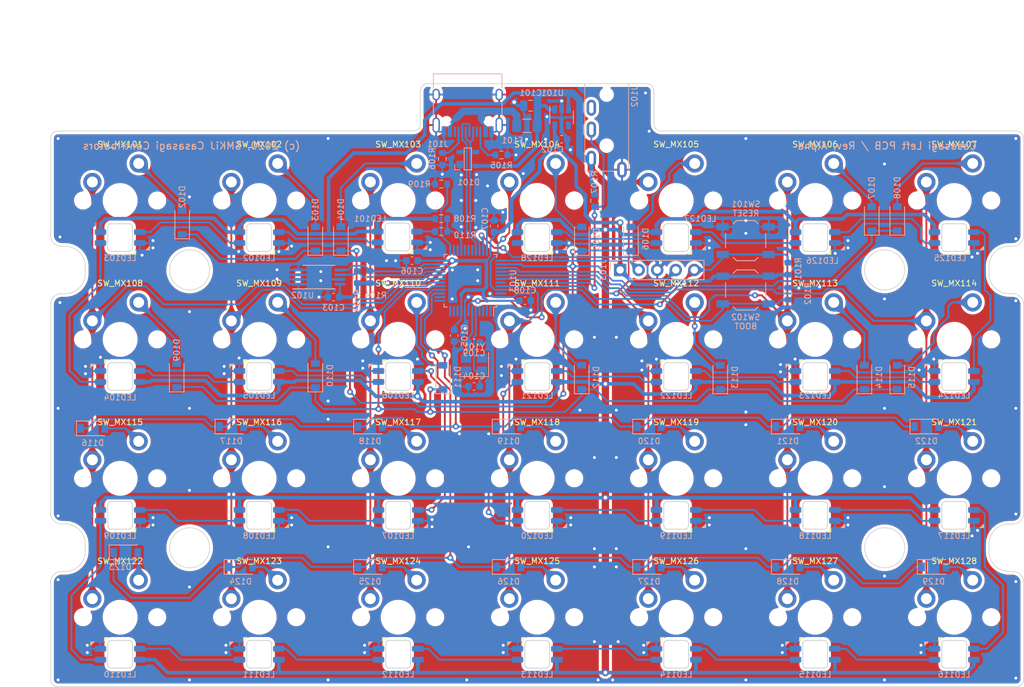
<source format=kicad_pcb>
(kicad_pcb (version 20171130) (host pcbnew "(5.1.7)-1")
  (layers (0 F.Cu signal) (31 B.Cu signal) (34 B.Paste user) (35 F.Paste user) (36 B.SilkS user) (37 F.SilkS user) (38 B.Mask user) (39 F.Mask user) (44 Edge.Cuts user))
  (net 0 "")
  (net 1 +5V)
  (net 2 GND)
  (net 3 +3V3)
  (net 4 /USB_D+)
  (net 5 /USB_D-)
  (net 6 /ROW0)
  (net 7 /ROW1)
  (net 8 /ROW2)
  (net 9 /ROW3)
  (net 10 /SPLIT_DATA)
  (net 11 /RESET)
  (net 12 /SWDIO)
  (net 13 /SWCLK)
  (net 14 /LED)
  (net 15 /COL0)
  (net 16 /COL1)
  (net 17 /COL2)
  (net 18 /COL3)
  (net 19 /COL4)
  (net 20 /COL5)
  (net 21 /COL6)
  (net 22 /I2C_SDA)
  (net 23 /I2C_SCL)
  (net 24 "Net-(C104-Pad1)")
  (net 25 "Net-(C109-Pad1)")
  (net 26 "Net-(D102-Pad2)")
  (net 27 "Net-(D103-Pad2)")
  (net 28 "Net-(D104-Pad2)")
  (net 29 "Net-(D105-Pad2)")
  (net 30 "Net-(D106-Pad2)")
  (net 31 "Net-(D107-Pad2)")
  (net 32 "Net-(D108-Pad2)")
  (net 33 "Net-(D109-Pad2)")
  (net 34 "Net-(D110-Pad2)")
  (net 35 "Net-(D111-Pad2)")
  (net 36 "Net-(D112-Pad2)")
  (net 37 "Net-(D113-Pad2)")
  (net 38 "Net-(D114-Pad2)")
  (net 39 "Net-(D115-Pad2)")
  (net 40 "Net-(D116-Pad2)")
  (net 41 "Net-(D117-Pad2)")
  (net 42 "Net-(D118-Pad2)")
  (net 43 "Net-(D119-Pad2)")
  (net 44 "Net-(D120-Pad2)")
  (net 45 "Net-(D121-Pad2)")
  (net 46 "Net-(D122-Pad2)")
  (net 47 "Net-(D123-Pad2)")
  (net 48 "Net-(D124-Pad2)")
  (net 49 "Net-(D125-Pad2)")
  (net 50 "Net-(D126-Pad2)")
  (net 51 "Net-(D127-Pad2)")
  (net 52 "Net-(D128-Pad2)")
  (net 53 "Net-(D129-Pad2)")
  (net 54 "Net-(F101-Pad2)")
  (net 55 "Net-(J101-PadA5)")
  (net 56 "Net-(J101-PadB5)")
  (net 57 "Net-(LED101-Pad2)")
  (net 58 "Net-(LED101-Pad4)")
  (net 59 "Net-(LED102-Pad2)")
  (net 60 "Net-(LED103-Pad2)")
  (net 61 "Net-(LED104-Pad2)")
  (net 62 "Net-(LED105-Pad2)")
  (net 63 "Net-(LED106-Pad2)")
  (net 64 "Net-(LED107-Pad2)")
  (net 65 "Net-(LED108-Pad2)")
  (net 66 "Net-(LED109-Pad2)")
  (net 67 "Net-(LED110-Pad2)")
  (net 68 "Net-(LED111-Pad2)")
  (net 69 "Net-(LED112-Pad2)")
  (net 70 "Net-(LED113-Pad2)")
  (net 71 "Net-(LED114-Pad2)")
  (net 72 "Net-(LED115-Pad2)")
  (net 73 "Net-(LED116-Pad2)")
  (net 74 "Net-(LED117-Pad2)")
  (net 75 "Net-(LED118-Pad2)")
  (net 76 "Net-(LED119-Pad2)")
  (net 77 "Net-(LED120-Pad2)")
  (net 78 "Net-(LED121-Pad2)")
  (net 79 "Net-(LED122-Pad2)")
  (net 80 "Net-(LED123-Pad2)")
  (net 81 "Net-(LED124-Pad2)")
  (net 82 "Net-(LED125-Pad2)")
  (net 83 "Net-(LED126-Pad2)")
  (net 84 "Net-(LED127-Pad2)")
  (net 85 "Net-(R102-Pad1)")
  (net 86 "Net-(R109-Pad1)")
  (module Resistor_SMD:R_0603_1608Metric (layer B.Cu) (at 94 47.75 180)
    (fp_text reference R109 (at 3 0) (layer B.SilkS) (effects (font (size 0.8 0.8) (thickness 0.12)) (justify mirror)))
    (fp_text value DNP)
    (pad 1 smd roundrect (at -0.825 0 180) (size 0.8 0.95) (layers B.Cu B.Paste B.Mask) (net 86 "Net-(R109-Pad1)"))
    (pad 2 smd roundrect (at 0.825 0 180) (size 0.8 0.95) (layers B.Cu B.Paste B.Mask) (net 2 GND))
  )
  (module Package_QFP:LQFP-48_7x7mm_P0.5mm (layer B.Cu) (at 98 61 90)
    (fp_text reference U103 (at 0 5.85 90) (layer B.SilkS) (effects (font (size 0.8 0.8) (thickness 0.12)) (justify mirror)))
    (fp_text value STM32F072C8Tx)
    (pad 1 smd roundrect (at -4.1625 2.75 90) (size 1.475 0.3) (layers B.Cu B.Paste B.Mask))
    (pad 2 smd roundrect (at -4.1625 2.25 90) (size 1.475 0.3) (layers B.Cu B.Paste B.Mask))
    (pad 3 smd roundrect (at -4.1625 1.75 90) (size 1.475 0.3) (layers B.Cu B.Paste B.Mask))
    (pad 4 smd roundrect (at -4.1625 1.25 90) (size 1.475 0.3) (layers B.Cu B.Paste B.Mask))
    (pad 5 smd roundrect (at -4.1625 0.75 90) (size 1.475 0.3) (layers B.Cu B.Paste B.Mask) (net 24 "Net-(C104-Pad1)"))
    (pad 6 smd roundrect (at -4.1625 0.25 90) (size 1.475 0.3) (layers B.Cu B.Paste B.Mask) (net 25 "Net-(C109-Pad1)"))
    (pad 7 smd roundrect (at -4.1625 -0.25 90) (size 1.475 0.3) (layers B.Cu B.Paste B.Mask) (net 11 /RESET))
    (pad 8 smd roundrect (at -4.1625 -0.75 90) (size 1.475 0.3) (layers B.Cu B.Paste B.Mask) (net 2 GND))
    (pad 9 smd roundrect (at -4.1625 -1.25 90) (size 1.475 0.3) (layers B.Cu B.Paste B.Mask) (net 3 +3V3))
    (pad 10 smd roundrect (at -4.1625 -1.75 90) (size 1.475 0.3) (layers B.Cu B.Paste B.Mask))
    (pad 11 smd roundrect (at -4.1625 -2.25 90) (size 1.475 0.3) (layers B.Cu B.Paste B.Mask))
    (pad 12 smd roundrect (at -4.1625 -2.75 90) (size 1.475 0.3) (layers B.Cu B.Paste B.Mask))
    (pad 13 smd roundrect (at -2.75 -4.1625 90) (size 0.3 1.475) (layers B.Cu B.Paste B.Mask))
    (pad 14 smd roundrect (at -2.25 -4.1625 90) (size 0.3 1.475) (layers B.Cu B.Paste B.Mask))
    (pad 15 smd roundrect (at -1.75 -4.1625 90) (size 0.3 1.475) (layers B.Cu B.Paste B.Mask) (net 8 /ROW2))
    (pad 16 smd roundrect (at -1.25 -4.1625 90) (size 0.3 1.475) (layers B.Cu B.Paste B.Mask) (net 9 /ROW3))
    (pad 17 smd roundrect (at -0.75 -4.1625 90) (size 0.3 1.475) (layers B.Cu B.Paste B.Mask) (net 7 /ROW1))
    (pad 18 smd roundrect (at -0.25 -4.1625 90) (size 0.3 1.475) (layers B.Cu B.Paste B.Mask) (net 17 /COL2))
    (pad 19 smd roundrect (at 0.25 -4.1625 90) (size 0.3 1.475) (layers B.Cu B.Paste B.Mask) (net 16 /COL1))
    (pad 20 smd roundrect (at 0.75 -4.1625 90) (size 0.3 1.475) (layers B.Cu B.Paste B.Mask) (net 15 /COL0))
    (pad 21 smd roundrect (at 1.25 -4.1625 90) (size 0.3 1.475) (layers B.Cu B.Paste B.Mask) (net 23 /I2C_SCL))
    (pad 22 smd roundrect (at 1.75 -4.1625 90) (size 0.3 1.475) (layers B.Cu B.Paste B.Mask) (net 22 /I2C_SDA))
    (pad 23 smd roundrect (at 2.25 -4.1625 90) (size 0.3 1.475) (layers B.Cu B.Paste B.Mask) (net 2 GND))
    (pad 24 smd roundrect (at 2.75 -4.1625 90) (size 0.3 1.475) (layers B.Cu B.Paste B.Mask) (net 3 +3V3))
    (pad 25 smd roundrect (at 4.1625 -2.75 90) (size 1.475 0.3) (layers B.Cu B.Paste B.Mask) (net 86 "Net-(R109-Pad1)"))
    (pad 26 smd roundrect (at 4.1625 -2.25 90) (size 1.475 0.3) (layers B.Cu B.Paste B.Mask))
    (pad 27 smd roundrect (at 4.1625 -1.75 90) (size 1.475 0.3) (layers B.Cu B.Paste B.Mask))
    (pad 28 smd roundrect (at 4.1625 -1.25 90) (size 1.475 0.3) (layers B.Cu B.Paste B.Mask) (net 14 /LED))
    (pad 29 smd roundrect (at 4.1625 -0.75 90) (size 1.475 0.3) (layers B.Cu B.Paste B.Mask))
    (pad 30 smd roundrect (at 4.1625 -0.25 90) (size 1.475 0.3) (layers B.Cu B.Paste B.Mask))
    (pad 31 smd roundrect (at 4.1625 0.25 90) (size 1.475 0.3) (layers B.Cu B.Paste B.Mask))
    (pad 32 smd roundrect (at 4.1625 0.75 90) (size 1.475 0.3) (layers B.Cu B.Paste B.Mask) (net 5 /USB_D-))
    (pad 33 smd roundrect (at 4.1625 1.25 90) (size 1.475 0.3) (layers B.Cu B.Paste B.Mask) (net 4 /USB_D+))
    (pad 34 smd roundrect (at 4.1625 1.75 90) (size 1.475 0.3) (layers B.Cu B.Paste B.Mask) (net 12 /SWDIO))
    (pad 35 smd roundrect (at 4.1625 2.25 90) (size 1.475 0.3) (layers B.Cu B.Paste B.Mask) (net 2 GND))
    (pad 36 smd roundrect (at 4.1625 2.75 90) (size 1.475 0.3) (layers B.Cu B.Paste B.Mask) (net 3 +3V3))
    (pad 37 smd roundrect (at 2.75 4.1625 90) (size 0.3 1.475) (layers B.Cu B.Paste B.Mask) (net 13 /SWCLK))
    (pad 38 smd roundrect (at 2.25 4.1625 90) (size 0.3 1.475) (layers B.Cu B.Paste B.Mask) (net 6 /ROW0))
    (pad 39 smd roundrect (at 1.75 4.1625 90) (size 0.3 1.475) (layers B.Cu B.Paste B.Mask) (net 21 /COL6))
    (pad 40 smd roundrect (at 1.25 4.1625 90) (size 0.3 1.475) (layers B.Cu B.Paste B.Mask) (net 20 /COL5))
    (pad 41 smd roundrect (at 0.75 4.1625 90) (size 0.3 1.475) (layers B.Cu B.Paste B.Mask) (net 19 /COL4))
    (pad 42 smd roundrect (at 0.25 4.1625 90) (size 0.3 1.475) (layers B.Cu B.Paste B.Mask) (net 10 /SPLIT_DATA))
    (pad 43 smd roundrect (at -0.25 4.1625 90) (size 0.3 1.475) (layers B.Cu B.Paste B.Mask))
    (pad 44 smd roundrect (at -0.75 4.1625 90) (size 0.3 1.475) (layers B.Cu B.Paste B.Mask) (net 85 "Net-(R102-Pad1)"))
    (pad 45 smd roundrect (at -1.25 4.1625 90) (size 0.3 1.475) (layers B.Cu B.Paste B.Mask) (net 18 /COL3))
    (pad 46 smd roundrect (at -1.75 4.1625 90) (size 0.3 1.475) (layers B.Cu B.Paste B.Mask))
    (pad 47 smd roundrect (at -2.25 4.1625 90) (size 0.3 1.475) (layers B.Cu B.Paste B.Mask) (net 2 GND))
    (pad 48 smd roundrect (at -2.75 4.1625 90) (size 0.3 1.475) (layers B.Cu B.Paste B.Mask) (net 3 +3V3))
  )
  (module Diode_SMD:D_SOD-123 (layer B.Cu) (at 103.25 81)
    (fp_text reference D119 (at 0 2) (layer B.SilkS) (effects (font (size 0.8 0.8) (thickness 0.12)) (justify mirror)))
    (fp_text value 1N4148)
    (pad 1 smd rect (at -1.65 0) (size 0.9 1.2) (layers B.Cu B.Paste B.Mask) (net 8 /ROW2))
    (pad 2 smd rect (at 1.65 0) (size 0.9 1.2) (layers B.Cu B.Paste B.Mask) (net 43 "Net-(D119-Pad2)"))
  )
  (module SMKiJ_keyboard:LED_YS-SK6812MINI-E (layer B.Cu) (at 107.15 55.08 180)
    (fp_text reference LED128 (at 0 -2.8) (layer B.SilkS) (effects (font (size 0.8 0.8) (thickness 0.12)) (justify mirror)))
    (fp_text value SK6812-MINI-E hide)
    (fp_line (start -1.2 1.9) (end 1.2 1.9) (layer Edge.Cuts) (width 0.12))
    (fp_line (start -1.2 -1.9) (end 1.2 -1.9) (layer Edge.Cuts) (width 0.12))
    (fp_line (start 1.7 -1.4) (end 1.7 1.4) (layer Edge.Cuts) (width 0.12))
    (fp_line (start -1.7 1.4) (end -1.7 -1.4) (layer Edge.Cuts) (width 0.12))
    (fp_arc (start -1.2 1.4) (end -1.2 1.9) (angle 90) (layer Edge.Cuts) (width 0.12))
    (fp_arc (start 1.2 1.4) (end 1.7 1.4) (angle 90) (layer Edge.Cuts) (width 0.12))
    (fp_arc (start 1.2 -1.4) (end 1.2 -1.9) (angle 90) (layer Edge.Cuts) (width 0.12))
    (fp_arc (start -1.2 -1.4) (end -1.7 -1.4) (angle 90) (layer Edge.Cuts) (width 0.12))
    (pad 4 smd roundrect (at -2.7 0.75 180) (size 1.6 0.82) (layers B.Cu B.Paste B.Mask) (net 84 "Net-(LED127-Pad2)"))
    (pad 1 smd roundrect (at 2.7 0.75 180) (size 1.6 0.82) (layers B.Cu B.Paste B.Mask) (net 1 +5V))
    (pad 2 smd roundrect (at 2.7 -0.75 180) (size 1.6 0.82) (layers B.Cu B.Paste B.Mask))
    (pad 3 smd roundrect (at -2.7 -0.75 180) (size 1.6 0.82) (layers B.Cu B.Paste B.Mask) (net 2 GND))
  )
  (module SMKiJ_keyboard:LED_YS-SK6812MINI-E (layer B.Cu) (at 126.2 55.08 180)
    (fp_text reference LED127 (at -3.3 2.58) (layer B.SilkS) (effects (font (size 0.8 0.8) (thickness 0.12)) (justify mirror)))
    (fp_text value SK6812-MINI-E hide)
    (fp_line (start -1.2 1.9) (end 1.2 1.9) (layer Edge.Cuts) (width 0.12))
    (fp_line (start -1.2 -1.9) (end 1.2 -1.9) (layer Edge.Cuts) (width 0.12))
    (fp_line (start 1.7 -1.4) (end 1.7 1.4) (layer Edge.Cuts) (width 0.12))
    (fp_line (start -1.7 1.4) (end -1.7 -1.4) (layer Edge.Cuts) (width 0.12))
    (fp_arc (start -1.2 1.4) (end -1.2 1.9) (angle 90) (layer Edge.Cuts) (width 0.12))
    (fp_arc (start 1.2 1.4) (end 1.7 1.4) (angle 90) (layer Edge.Cuts) (width 0.12))
    (fp_arc (start 1.2 -1.4) (end 1.2 -1.9) (angle 90) (layer Edge.Cuts) (width 0.12))
    (fp_arc (start -1.2 -1.4) (end -1.7 -1.4) (angle 90) (layer Edge.Cuts) (width 0.12))
    (pad 4 smd roundrect (at -2.7 0.75 180) (size 1.6 0.82) (layers B.Cu B.Paste B.Mask) (net 83 "Net-(LED126-Pad2)"))
    (pad 1 smd roundrect (at 2.7 0.75 180) (size 1.6 0.82) (layers B.Cu B.Paste B.Mask) (net 1 +5V))
    (pad 2 smd roundrect (at 2.7 -0.75 180) (size 1.6 0.82) (layers B.Cu B.Paste B.Mask) (net 84 "Net-(LED127-Pad2)"))
    (pad 3 smd roundrect (at -2.7 -0.75 180) (size 1.6 0.82) (layers B.Cu B.Paste B.Mask) (net 2 GND))
  )
  (module SMKiJ_keyboard:LED_YS-SK6812MINI-E (layer B.Cu) (at 145.25 55.08 180)
    (fp_text reference LED126 (at -1 -3.17) (layer B.SilkS) (effects (font (size 0.8 0.8) (thickness 0.12)) (justify mirror)))
    (fp_text value SK6812-MINI-E hide)
    (fp_line (start -1.2 1.9) (end 1.2 1.9) (layer Edge.Cuts) (width 0.12))
    (fp_line (start -1.2 -1.9) (end 1.2 -1.9) (layer Edge.Cuts) (width 0.12))
    (fp_line (start 1.7 -1.4) (end 1.7 1.4) (layer Edge.Cuts) (width 0.12))
    (fp_line (start -1.7 1.4) (end -1.7 -1.4) (layer Edge.Cuts) (width 0.12))
    (fp_arc (start -1.2 1.4) (end -1.2 1.9) (angle 90) (layer Edge.Cuts) (width 0.12))
    (fp_arc (start 1.2 1.4) (end 1.7 1.4) (angle 90) (layer Edge.Cuts) (width 0.12))
    (fp_arc (start 1.2 -1.4) (end 1.2 -1.9) (angle 90) (layer Edge.Cuts) (width 0.12))
    (fp_arc (start -1.2 -1.4) (end -1.7 -1.4) (angle 90) (layer Edge.Cuts) (width 0.12))
    (pad 4 smd roundrect (at -2.7 0.75 180) (size 1.6 0.82) (layers B.Cu B.Paste B.Mask) (net 82 "Net-(LED125-Pad2)"))
    (pad 1 smd roundrect (at 2.7 0.75 180) (size 1.6 0.82) (layers B.Cu B.Paste B.Mask) (net 1 +5V))
    (pad 2 smd roundrect (at 2.7 -0.75 180) (size 1.6 0.82) (layers B.Cu B.Paste B.Mask) (net 83 "Net-(LED126-Pad2)"))
    (pad 3 smd roundrect (at -2.7 -0.75 180) (size 1.6 0.82) (layers B.Cu B.Paste B.Mask) (net 2 GND))
  )
  (module SMKiJ_keyboard:LED_YS-SK6812MINI-E (layer B.Cu) (at 164.3 55.08 180)
    (fp_text reference LED125 (at 0.55 -2.8) (layer B.SilkS) (effects (font (size 0.8 0.8) (thickness 0.12)) (justify mirror)))
    (fp_text value SK6812-MINI-E hide)
    (fp_line (start -1.2 1.9) (end 1.2 1.9) (layer Edge.Cuts) (width 0.12))
    (fp_line (start -1.2 -1.9) (end 1.2 -1.9) (layer Edge.Cuts) (width 0.12))
    (fp_line (start 1.7 -1.4) (end 1.7 1.4) (layer Edge.Cuts) (width 0.12))
    (fp_line (start -1.7 1.4) (end -1.7 -1.4) (layer Edge.Cuts) (width 0.12))
    (fp_arc (start -1.2 1.4) (end -1.2 1.9) (angle 90) (layer Edge.Cuts) (width 0.12))
    (fp_arc (start 1.2 1.4) (end 1.7 1.4) (angle 90) (layer Edge.Cuts) (width 0.12))
    (fp_arc (start 1.2 -1.4) (end 1.2 -1.9) (angle 90) (layer Edge.Cuts) (width 0.12))
    (fp_arc (start -1.2 -1.4) (end -1.7 -1.4) (angle 90) (layer Edge.Cuts) (width 0.12))
    (pad 4 smd roundrect (at -2.7 0.75 180) (size 1.6 0.82) (layers B.Cu B.Paste B.Mask) (net 81 "Net-(LED124-Pad2)"))
    (pad 1 smd roundrect (at 2.7 0.75 180) (size 1.6 0.82) (layers B.Cu B.Paste B.Mask) (net 1 +5V))
    (pad 2 smd roundrect (at 2.7 -0.75 180) (size 1.6 0.82) (layers B.Cu B.Paste B.Mask) (net 82 "Net-(LED125-Pad2)"))
    (pad 3 smd roundrect (at -2.7 -0.75 180) (size 1.6 0.82) (layers B.Cu B.Paste B.Mask) (net 2 GND))
  )
  (module SMKiJ_keyboard:LED_YS-SK6812MINI-E (layer B.Cu) (at 164.3 74.13)
    (fp_text reference LED124 (at 0 2.62) (layer B.SilkS) (effects (font (size 0.8 0.8) (thickness 0.12)) (justify mirror)))
    (fp_text value SK6812-MINI-E hide)
    (fp_line (start -1.2 1.9) (end 1.2 1.9) (layer Edge.Cuts) (width 0.12))
    (fp_line (start -1.2 -1.9) (end 1.2 -1.9) (layer Edge.Cuts) (width 0.12))
    (fp_line (start 1.7 -1.4) (end 1.7 1.4) (layer Edge.Cuts) (width 0.12))
    (fp_line (start -1.7 1.4) (end -1.7 -1.4) (layer Edge.Cuts) (width 0.12))
    (fp_arc (start -1.2 1.4) (end -1.2 1.9) (angle 90) (layer Edge.Cuts) (width 0.12))
    (fp_arc (start 1.2 1.4) (end 1.7 1.4) (angle 90) (layer Edge.Cuts) (width 0.12))
    (fp_arc (start 1.2 -1.4) (end 1.2 -1.9) (angle 90) (layer Edge.Cuts) (width 0.12))
    (fp_arc (start -1.2 -1.4) (end -1.7 -1.4) (angle 90) (layer Edge.Cuts) (width 0.12))
    (pad 4 smd roundrect (at -2.7 0.75) (size 1.6 0.82) (layers B.Cu B.Paste B.Mask) (net 80 "Net-(LED123-Pad2)"))
    (pad 1 smd roundrect (at 2.7 0.75) (size 1.6 0.82) (layers B.Cu B.Paste B.Mask) (net 1 +5V))
    (pad 2 smd roundrect (at 2.7 -0.75) (size 1.6 0.82) (layers B.Cu B.Paste B.Mask) (net 81 "Net-(LED124-Pad2)"))
    (pad 3 smd roundrect (at -2.7 -0.75) (size 1.6 0.82) (layers B.Cu B.Paste B.Mask) (net 2 GND))
  )
  (module SMKiJ_keyboard:LED_YS-SK6812MINI-E (layer B.Cu) (at 145.25 74.13)
    (fp_text reference LED123 (at 0 2.62) (layer B.SilkS) (effects (font (size 0.8 0.8) (thickness 0.12)) (justify mirror)))
    (fp_text value SK6812-MINI-E hide)
    (fp_line (start -1.2 1.9) (end 1.2 1.9) (layer Edge.Cuts) (width 0.12))
    (fp_line (start -1.2 -1.9) (end 1.2 -1.9) (layer Edge.Cuts) (width 0.12))
    (fp_line (start 1.7 -1.4) (end 1.7 1.4) (layer Edge.Cuts) (width 0.12))
    (fp_line (start -1.7 1.4) (end -1.7 -1.4) (layer Edge.Cuts) (width 0.12))
    (fp_arc (start -1.2 1.4) (end -1.2 1.9) (angle 90) (layer Edge.Cuts) (width 0.12))
    (fp_arc (start 1.2 1.4) (end 1.7 1.4) (angle 90) (layer Edge.Cuts) (width 0.12))
    (fp_arc (start 1.2 -1.4) (end 1.2 -1.9) (angle 90) (layer Edge.Cuts) (width 0.12))
    (fp_arc (start -1.2 -1.4) (end -1.7 -1.4) (angle 90) (layer Edge.Cuts) (width 0.12))
    (pad 4 smd roundrect (at -2.7 0.75) (size 1.6 0.82) (layers B.Cu B.Paste B.Mask) (net 79 "Net-(LED122-Pad2)"))
    (pad 1 smd roundrect (at 2.7 0.75) (size 1.6 0.82) (layers B.Cu B.Paste B.Mask) (net 1 +5V))
    (pad 2 smd roundrect (at 2.7 -0.75) (size 1.6 0.82) (layers B.Cu B.Paste B.Mask) (net 80 "Net-(LED123-Pad2)"))
    (pad 3 smd roundrect (at -2.7 -0.75) (size 1.6 0.82) (layers B.Cu B.Paste B.Mask) (net 2 GND))
  )
  (module SMKiJ_keyboard:LED_YS-SK6812MINI-E (layer B.Cu) (at 126.2 74.13)
    (fp_text reference LED122 (at 0 2.62) (layer B.SilkS) (effects (font (size 0.8 0.8) (thickness 0.12)) (justify mirror)))
    (fp_text value SK6812-MINI-E hide)
    (fp_line (start -1.2 1.9) (end 1.2 1.9) (layer Edge.Cuts) (width 0.12))
    (fp_line (start -1.2 -1.9) (end 1.2 -1.9) (layer Edge.Cuts) (width 0.12))
    (fp_line (start 1.7 -1.4) (end 1.7 1.4) (layer Edge.Cuts) (width 0.12))
    (fp_line (start -1.7 1.4) (end -1.7 -1.4) (layer Edge.Cuts) (width 0.12))
    (fp_arc (start -1.2 1.4) (end -1.2 1.9) (angle 90) (layer Edge.Cuts) (width 0.12))
    (fp_arc (start 1.2 1.4) (end 1.7 1.4) (angle 90) (layer Edge.Cuts) (width 0.12))
    (fp_arc (start 1.2 -1.4) (end 1.2 -1.9) (angle 90) (layer Edge.Cuts) (width 0.12))
    (fp_arc (start -1.2 -1.4) (end -1.7 -1.4) (angle 90) (layer Edge.Cuts) (width 0.12))
    (pad 4 smd roundrect (at -2.7 0.75) (size 1.6 0.82) (layers B.Cu B.Paste B.Mask) (net 78 "Net-(LED121-Pad2)"))
    (pad 1 smd roundrect (at 2.7 0.75) (size 1.6 0.82) (layers B.Cu B.Paste B.Mask) (net 1 +5V))
    (pad 2 smd roundrect (at 2.7 -0.75) (size 1.6 0.82) (layers B.Cu B.Paste B.Mask) (net 79 "Net-(LED122-Pad2)"))
    (pad 3 smd roundrect (at -2.7 -0.75) (size 1.6 0.82) (layers B.Cu B.Paste B.Mask) (net 2 GND))
  )
  (module SMKiJ_keyboard:LED_YS-SK6812MINI-E (layer B.Cu) (at 107.15 74.13)
    (fp_text reference LED121 (at 0 2.62) (layer B.SilkS) (effects (font (size 0.8 0.8) (thickness 0.12)) (justify mirror)))
    (fp_text value SK6812-MINI-E hide)
    (fp_line (start -1.2 1.9) (end 1.2 1.9) (layer Edge.Cuts) (width 0.12))
    (fp_line (start -1.2 -1.9) (end 1.2 -1.9) (layer Edge.Cuts) (width 0.12))
    (fp_line (start 1.7 -1.4) (end 1.7 1.4) (layer Edge.Cuts) (width 0.12))
    (fp_line (start -1.7 1.4) (end -1.7 -1.4) (layer Edge.Cuts) (width 0.12))
    (fp_arc (start -1.2 1.4) (end -1.2 1.9) (angle 90) (layer Edge.Cuts) (width 0.12))
    (fp_arc (start 1.2 1.4) (end 1.7 1.4) (angle 90) (layer Edge.Cuts) (width 0.12))
    (fp_arc (start 1.2 -1.4) (end 1.2 -1.9) (angle 90) (layer Edge.Cuts) (width 0.12))
    (fp_arc (start -1.2 -1.4) (end -1.7 -1.4) (angle 90) (layer Edge.Cuts) (width 0.12))
    (pad 4 smd roundrect (at -2.7 0.75) (size 1.6 0.82) (layers B.Cu B.Paste B.Mask) (net 77 "Net-(LED120-Pad2)"))
    (pad 1 smd roundrect (at 2.7 0.75) (size 1.6 0.82) (layers B.Cu B.Paste B.Mask) (net 1 +5V))
    (pad 2 smd roundrect (at 2.7 -0.75) (size 1.6 0.82) (layers B.Cu B.Paste B.Mask) (net 78 "Net-(LED121-Pad2)"))
    (pad 3 smd roundrect (at -2.7 -0.75) (size 1.6 0.82) (layers B.Cu B.Paste B.Mask) (net 2 GND))
  )
  (module SMKiJ_keyboard:LED_YS-SK6812MINI-E (layer B.Cu) (at 107.15 93.18 180)
    (fp_text reference LED120 (at 0 -2.8) (layer B.SilkS) (effects (font (size 0.8 0.8) (thickness 0.12)) (justify mirror)))
    (fp_text value SK6812-MINI-E hide)
    (fp_line (start -1.2 1.9) (end 1.2 1.9) (layer Edge.Cuts) (width 0.12))
    (fp_line (start -1.2 -1.9) (end 1.2 -1.9) (layer Edge.Cuts) (width 0.12))
    (fp_line (start 1.7 -1.4) (end 1.7 1.4) (layer Edge.Cuts) (width 0.12))
    (fp_line (start -1.7 1.4) (end -1.7 -1.4) (layer Edge.Cuts) (width 0.12))
    (fp_arc (start -1.2 1.4) (end -1.2 1.9) (angle 90) (layer Edge.Cuts) (width 0.12))
    (fp_arc (start 1.2 1.4) (end 1.7 1.4) (angle 90) (layer Edge.Cuts) (width 0.12))
    (fp_arc (start 1.2 -1.4) (end 1.2 -1.9) (angle 90) (layer Edge.Cuts) (width 0.12))
    (fp_arc (start -1.2 -1.4) (end -1.7 -1.4) (angle 90) (layer Edge.Cuts) (width 0.12))
    (pad 4 smd roundrect (at -2.7 0.75 180) (size 1.6 0.82) (layers B.Cu B.Paste B.Mask) (net 76 "Net-(LED119-Pad2)"))
    (pad 1 smd roundrect (at 2.7 0.75 180) (size 1.6 0.82) (layers B.Cu B.Paste B.Mask) (net 1 +5V))
    (pad 2 smd roundrect (at 2.7 -0.75 180) (size 1.6 0.82) (layers B.Cu B.Paste B.Mask) (net 77 "Net-(LED120-Pad2)"))
    (pad 3 smd roundrect (at -2.7 -0.75 180) (size 1.6 0.82) (layers B.Cu B.Paste B.Mask) (net 2 GND))
  )
  (module SMKiJ_keyboard:LED_YS-SK6812MINI-E (layer B.Cu) (at 126.2 93.18 180)
    (fp_text reference LED119 (at 0 -2.8) (layer B.SilkS) (effects (font (size 0.8 0.8) (thickness 0.12)) (justify mirror)))
    (fp_text value SK6812-MINI-E hide)
    (fp_line (start -1.2 1.9) (end 1.2 1.9) (layer Edge.Cuts) (width 0.12))
    (fp_line (start -1.2 -1.9) (end 1.2 -1.9) (layer Edge.Cuts) (width 0.12))
    (fp_line (start 1.7 -1.4) (end 1.7 1.4) (layer Edge.Cuts) (width 0.12))
    (fp_line (start -1.7 1.4) (end -1.7 -1.4) (layer Edge.Cuts) (width 0.12))
    (fp_arc (start -1.2 1.4) (end -1.2 1.9) (angle 90) (layer Edge.Cuts) (width 0.12))
    (fp_arc (start 1.2 1.4) (end 1.7 1.4) (angle 90) (layer Edge.Cuts) (width 0.12))
    (fp_arc (start 1.2 -1.4) (end 1.2 -1.9) (angle 90) (layer Edge.Cuts) (width 0.12))
    (fp_arc (start -1.2 -1.4) (end -1.7 -1.4) (angle 90) (layer Edge.Cuts) (width 0.12))
    (pad 4 smd roundrect (at -2.7 0.75 180) (size 1.6 0.82) (layers B.Cu B.Paste B.Mask) (net 75 "Net-(LED118-Pad2)"))
    (pad 1 smd roundrect (at 2.7 0.75 180) (size 1.6 0.82) (layers B.Cu B.Paste B.Mask) (net 1 +5V))
    (pad 2 smd roundrect (at 2.7 -0.75 180) (size 1.6 0.82) (layers B.Cu B.Paste B.Mask) (net 76 "Net-(LED119-Pad2)"))
    (pad 3 smd roundrect (at -2.7 -0.75 180) (size 1.6 0.82) (layers B.Cu B.Paste B.Mask) (net 2 GND))
  )
  (module SMKiJ_keyboard:LED_YS-SK6812MINI-E (layer B.Cu) (at 145.25 93.18 180)
    (fp_text reference LED118 (at 0 -2.8) (layer B.SilkS) (effects (font (size 0.8 0.8) (thickness 0.12)) (justify mirror)))
    (fp_text value SK6812-MINI-E hide)
    (fp_line (start -1.2 1.9) (end 1.2 1.9) (layer Edge.Cuts) (width 0.12))
    (fp_line (start -1.2 -1.9) (end 1.2 -1.9) (layer Edge.Cuts) (width 0.12))
    (fp_line (start 1.7 -1.4) (end 1.7 1.4) (layer Edge.Cuts) (width 0.12))
    (fp_line (start -1.7 1.4) (end -1.7 -1.4) (layer Edge.Cuts) (width 0.12))
    (fp_arc (start -1.2 1.4) (end -1.2 1.9) (angle 90) (layer Edge.Cuts) (width 0.12))
    (fp_arc (start 1.2 1.4) (end 1.7 1.4) (angle 90) (layer Edge.Cuts) (width 0.12))
    (fp_arc (start 1.2 -1.4) (end 1.2 -1.9) (angle 90) (layer Edge.Cuts) (width 0.12))
    (fp_arc (start -1.2 -1.4) (end -1.7 -1.4) (angle 90) (layer Edge.Cuts) (width 0.12))
    (pad 4 smd roundrect (at -2.7 0.75 180) (size 1.6 0.82) (layers B.Cu B.Paste B.Mask) (net 74 "Net-(LED117-Pad2)"))
    (pad 1 smd roundrect (at 2.7 0.75 180) (size 1.6 0.82) (layers B.Cu B.Paste B.Mask) (net 1 +5V))
    (pad 2 smd roundrect (at 2.7 -0.75 180) (size 1.6 0.82) (layers B.Cu B.Paste B.Mask) (net 75 "Net-(LED118-Pad2)"))
    (pad 3 smd roundrect (at -2.7 -0.75 180) (size 1.6 0.82) (layers B.Cu B.Paste B.Mask) (net 2 GND))
  )
  (module SMKiJ_keyboard:LED_YS-SK6812MINI-E (layer B.Cu) (at 164.3 93.18 180)
    (fp_text reference LED117 (at 0 -2.8) (layer B.SilkS) (effects (font (size 0.8 0.8) (thickness 0.12)) (justify mirror)))
    (fp_text value SK6812-MINI-E hide)
    (fp_line (start -1.2 1.9) (end 1.2 1.9) (layer Edge.Cuts) (width 0.12))
    (fp_line (start -1.2 -1.9) (end 1.2 -1.9) (layer Edge.Cuts) (width 0.12))
    (fp_line (start 1.7 -1.4) (end 1.7 1.4) (layer Edge.Cuts) (width 0.12))
    (fp_line (start -1.7 1.4) (end -1.7 -1.4) (layer Edge.Cuts) (width 0.12))
    (fp_arc (start -1.2 1.4) (end -1.2 1.9) (angle 90) (layer Edge.Cuts) (width 0.12))
    (fp_arc (start 1.2 1.4) (end 1.7 1.4) (angle 90) (layer Edge.Cuts) (width 0.12))
    (fp_arc (start 1.2 -1.4) (end 1.2 -1.9) (angle 90) (layer Edge.Cuts) (width 0.12))
    (fp_arc (start -1.2 -1.4) (end -1.7 -1.4) (angle 90) (layer Edge.Cuts) (width 0.12))
    (pad 4 smd roundrect (at -2.7 0.75 180) (size 1.6 0.82) (layers B.Cu B.Paste B.Mask) (net 73 "Net-(LED116-Pad2)"))
    (pad 1 smd roundrect (at 2.7 0.75 180) (size 1.6 0.82) (layers B.Cu B.Paste B.Mask) (net 1 +5V))
    (pad 2 smd roundrect (at 2.7 -0.75 180) (size 1.6 0.82) (layers B.Cu B.Paste B.Mask) (net 74 "Net-(LED117-Pad2)"))
    (pad 3 smd roundrect (at -2.7 -0.75 180) (size 1.6 0.82) (layers B.Cu B.Paste B.Mask) (net 2 GND))
  )
  (module SMKiJ_keyboard:LED_YS-SK6812MINI-E (layer B.Cu) (at 164.3 112.23)
    (fp_text reference LED116 (at 0 2.77) (layer B.SilkS) (effects (font (size 0.8 0.8) (thickness 0.12)) (justify mirror)))
    (fp_text value SK6812-MINI-E hide)
    (fp_line (start -1.2 1.9) (end 1.2 1.9) (layer Edge.Cuts) (width 0.12))
    (fp_line (start -1.2 -1.9) (end 1.2 -1.9) (layer Edge.Cuts) (width 0.12))
    (fp_line (start 1.7 -1.4) (end 1.7 1.4) (layer Edge.Cuts) (width 0.12))
    (fp_line (start -1.7 1.4) (end -1.7 -1.4) (layer Edge.Cuts) (width 0.12))
    (fp_arc (start -1.2 1.4) (end -1.2 1.9) (angle 90) (layer Edge.Cuts) (width 0.12))
    (fp_arc (start 1.2 1.4) (end 1.7 1.4) (angle 90) (layer Edge.Cuts) (width 0.12))
    (fp_arc (start 1.2 -1.4) (end 1.2 -1.9) (angle 90) (layer Edge.Cuts) (width 0.12))
    (fp_arc (start -1.2 -1.4) (end -1.7 -1.4) (angle 90) (layer Edge.Cuts) (width 0.12))
    (pad 4 smd roundrect (at -2.7 0.75) (size 1.6 0.82) (layers B.Cu B.Paste B.Mask) (net 72 "Net-(LED115-Pad2)"))
    (pad 1 smd roundrect (at 2.7 0.75) (size 1.6 0.82) (layers B.Cu B.Paste B.Mask) (net 1 +5V))
    (pad 2 smd roundrect (at 2.7 -0.75) (size 1.6 0.82) (layers B.Cu B.Paste B.Mask) (net 73 "Net-(LED116-Pad2)"))
    (pad 3 smd roundrect (at -2.7 -0.75) (size 1.6 0.82) (layers B.Cu B.Paste B.Mask) (net 2 GND))
  )
  (module SMKiJ_keyboard:LED_YS-SK6812MINI-E (layer B.Cu) (at 145.25 112.23)
    (fp_text reference LED115 (at 0 2.77) (layer B.SilkS) (effects (font (size 0.8 0.8) (thickness 0.12)) (justify mirror)))
    (fp_text value SK6812-MINI-E hide)
    (fp_line (start -1.2 1.9) (end 1.2 1.9) (layer Edge.Cuts) (width 0.12))
    (fp_line (start -1.2 -1.9) (end 1.2 -1.9) (layer Edge.Cuts) (width 0.12))
    (fp_line (start 1.7 -1.4) (end 1.7 1.4) (layer Edge.Cuts) (width 0.12))
    (fp_line (start -1.7 1.4) (end -1.7 -1.4) (layer Edge.Cuts) (width 0.12))
    (fp_arc (start -1.2 1.4) (end -1.2 1.9) (angle 90) (layer Edge.Cuts) (width 0.12))
    (fp_arc (start 1.2 1.4) (end 1.7 1.4) (angle 90) (layer Edge.Cuts) (width 0.12))
    (fp_arc (start 1.2 -1.4) (end 1.2 -1.9) (angle 90) (layer Edge.Cuts) (width 0.12))
    (fp_arc (start -1.2 -1.4) (end -1.7 -1.4) (angle 90) (layer Edge.Cuts) (width 0.12))
    (pad 4 smd roundrect (at -2.7 0.75) (size 1.6 0.82) (layers B.Cu B.Paste B.Mask) (net 71 "Net-(LED114-Pad2)"))
    (pad 1 smd roundrect (at 2.7 0.75) (size 1.6 0.82) (layers B.Cu B.Paste B.Mask) (net 1 +5V))
    (pad 2 smd roundrect (at 2.7 -0.75) (size 1.6 0.82) (layers B.Cu B.Paste B.Mask) (net 72 "Net-(LED115-Pad2)"))
    (pad 3 smd roundrect (at -2.7 -0.75) (size 1.6 0.82) (layers B.Cu B.Paste B.Mask) (net 2 GND))
  )
  (module SMKiJ_keyboard:LED_YS-SK6812MINI-E (layer B.Cu) (at 126.2 112.23)
    (fp_text reference LED114 (at 0 2.77) (layer B.SilkS) (effects (font (size 0.8 0.8) (thickness 0.12)) (justify mirror)))
    (fp_text value SK6812-MINI-E hide)
    (fp_line (start -1.2 1.9) (end 1.2 1.9) (layer Edge.Cuts) (width 0.12))
    (fp_line (start -1.2 -1.9) (end 1.2 -1.9) (layer Edge.Cuts) (width 0.12))
    (fp_line (start 1.7 -1.4) (end 1.7 1.4) (layer Edge.Cuts) (width 0.12))
    (fp_line (start -1.7 1.4) (end -1.7 -1.4) (layer Edge.Cuts) (width 0.12))
    (fp_arc (start -1.2 1.4) (end -1.2 1.9) (angle 90) (layer Edge.Cuts) (width 0.12))
    (fp_arc (start 1.2 1.4) (end 1.7 1.4) (angle 90) (layer Edge.Cuts) (width 0.12))
    (fp_arc (start 1.2 -1.4) (end 1.2 -1.9) (angle 90) (layer Edge.Cuts) (width 0.12))
    (fp_arc (start -1.2 -1.4) (end -1.7 -1.4) (angle 90) (layer Edge.Cuts) (width 0.12))
    (pad 4 smd roundrect (at -2.7 0.75) (size 1.6 0.82) (layers B.Cu B.Paste B.Mask) (net 70 "Net-(LED113-Pad2)"))
    (pad 1 smd roundrect (at 2.7 0.75) (size 1.6 0.82) (layers B.Cu B.Paste B.Mask) (net 1 +5V))
    (pad 2 smd roundrect (at 2.7 -0.75) (size 1.6 0.82) (layers B.Cu B.Paste B.Mask) (net 71 "Net-(LED114-Pad2)"))
    (pad 3 smd roundrect (at -2.7 -0.75) (size 1.6 0.82) (layers B.Cu B.Paste B.Mask) (net 2 GND))
  )
  (module SMKiJ_keyboard:LED_YS-SK6812MINI-E (layer B.Cu) (at 107.15 112.23)
    (fp_text reference LED113 (at 0 2.77) (layer B.SilkS) (effects (font (size 0.8 0.8) (thickness 0.12)) (justify mirror)))
    (fp_text value SK6812-MINI-E hide)
    (fp_line (start -1.2 1.9) (end 1.2 1.9) (layer Edge.Cuts) (width 0.12))
    (fp_line (start -1.2 -1.9) (end 1.2 -1.9) (layer Edge.Cuts) (width 0.12))
    (fp_line (start 1.7 -1.4) (end 1.7 1.4) (layer Edge.Cuts) (width 0.12))
    (fp_line (start -1.7 1.4) (end -1.7 -1.4) (layer Edge.Cuts) (width 0.12))
    (fp_arc (start -1.2 1.4) (end -1.2 1.9) (angle 90) (layer Edge.Cuts) (width 0.12))
    (fp_arc (start 1.2 1.4) (end 1.7 1.4) (angle 90) (layer Edge.Cuts) (width 0.12))
    (fp_arc (start 1.2 -1.4) (end 1.2 -1.9) (angle 90) (layer Edge.Cuts) (width 0.12))
    (fp_arc (start -1.2 -1.4) (end -1.7 -1.4) (angle 90) (layer Edge.Cuts) (width 0.12))
    (pad 4 smd roundrect (at -2.7 0.75) (size 1.6 0.82) (layers B.Cu B.Paste B.Mask) (net 69 "Net-(LED112-Pad2)"))
    (pad 1 smd roundrect (at 2.7 0.75) (size 1.6 0.82) (layers B.Cu B.Paste B.Mask) (net 1 +5V))
    (pad 2 smd roundrect (at 2.7 -0.75) (size 1.6 0.82) (layers B.Cu B.Paste B.Mask) (net 70 "Net-(LED113-Pad2)"))
    (pad 3 smd roundrect (at -2.7 -0.75) (size 1.6 0.82) (layers B.Cu B.Paste B.Mask) (net 2 GND))
  )
  (module SMKiJ_keyboard:LED_YS-SK6812MINI-E (layer B.Cu) (at 88.1 112.23)
    (fp_text reference LED112 (at 0 2.77) (layer B.SilkS) (effects (font (size 0.8 0.8) (thickness 0.12)) (justify mirror)))
    (fp_text value SK6812-MINI-E hide)
    (fp_line (start -1.2 1.9) (end 1.2 1.9) (layer Edge.Cuts) (width 0.12))
    (fp_line (start -1.2 -1.9) (end 1.2 -1.9) (layer Edge.Cuts) (width 0.12))
    (fp_line (start 1.7 -1.4) (end 1.7 1.4) (layer Edge.Cuts) (width 0.12))
    (fp_line (start -1.7 1.4) (end -1.7 -1.4) (layer Edge.Cuts) (width 0.12))
    (fp_arc (start -1.2 1.4) (end -1.2 1.9) (angle 90) (layer Edge.Cuts) (width 0.12))
    (fp_arc (start 1.2 1.4) (end 1.7 1.4) (angle 90) (layer Edge.Cuts) (width 0.12))
    (fp_arc (start 1.2 -1.4) (end 1.2 -1.9) (angle 90) (layer Edge.Cuts) (width 0.12))
    (fp_arc (start -1.2 -1.4) (end -1.7 -1.4) (angle 90) (layer Edge.Cuts) (width 0.12))
    (pad 4 smd roundrect (at -2.7 0.75) (size 1.6 0.82) (layers B.Cu B.Paste B.Mask) (net 68 "Net-(LED111-Pad2)"))
    (pad 1 smd roundrect (at 2.7 0.75) (size 1.6 0.82) (layers B.Cu B.Paste B.Mask) (net 1 +5V))
    (pad 2 smd roundrect (at 2.7 -0.75) (size 1.6 0.82) (layers B.Cu B.Paste B.Mask) (net 69 "Net-(LED112-Pad2)"))
    (pad 3 smd roundrect (at -2.7 -0.75) (size 1.6 0.82) (layers B.Cu B.Paste B.Mask) (net 2 GND))
  )
  (module SMKiJ_keyboard:LED_YS-SK6812MINI-E (layer B.Cu) (at 69.05 112.23)
    (fp_text reference LED111 (at -0.05 2.77) (layer B.SilkS) (effects (font (size 0.8 0.8) (thickness 0.12)) (justify mirror)))
    (fp_text value SK6812-MINI-E hide)
    (fp_line (start -1.2 1.9) (end 1.2 1.9) (layer Edge.Cuts) (width 0.12))
    (fp_line (start -1.2 -1.9) (end 1.2 -1.9) (layer Edge.Cuts) (width 0.12))
    (fp_line (start 1.7 -1.4) (end 1.7 1.4) (layer Edge.Cuts) (width 0.12))
    (fp_line (start -1.7 1.4) (end -1.7 -1.4) (layer Edge.Cuts) (width 0.12))
    (fp_arc (start -1.2 1.4) (end -1.2 1.9) (angle 90) (layer Edge.Cuts) (width 0.12))
    (fp_arc (start 1.2 1.4) (end 1.7 1.4) (angle 90) (layer Edge.Cuts) (width 0.12))
    (fp_arc (start 1.2 -1.4) (end 1.2 -1.9) (angle 90) (layer Edge.Cuts) (width 0.12))
    (fp_arc (start -1.2 -1.4) (end -1.7 -1.4) (angle 90) (layer Edge.Cuts) (width 0.12))
    (pad 4 smd roundrect (at -2.7 0.75) (size 1.6 0.82) (layers B.Cu B.Paste B.Mask) (net 67 "Net-(LED110-Pad2)"))
    (pad 1 smd roundrect (at 2.7 0.75) (size 1.6 0.82) (layers B.Cu B.Paste B.Mask) (net 1 +5V))
    (pad 2 smd roundrect (at 2.7 -0.75) (size 1.6 0.82) (layers B.Cu B.Paste B.Mask) (net 68 "Net-(LED111-Pad2)"))
    (pad 3 smd roundrect (at -2.7 -0.75) (size 1.6 0.82) (layers B.Cu B.Paste B.Mask) (net 2 GND))
  )
  (module SMKiJ_keyboard:LED_YS-SK6812MINI-E (layer B.Cu) (at 50 112.23)
    (fp_text reference LED110 (at 0 2.77) (layer B.SilkS) (effects (font (size 0.8 0.8) (thickness 0.12)) (justify mirror)))
    (fp_text value SK6812-MINI-E hide)
    (fp_line (start -1.2 1.9) (end 1.2 1.9) (layer Edge.Cuts) (width 0.12))
    (fp_line (start -1.2 -1.9) (end 1.2 -1.9) (layer Edge.Cuts) (width 0.12))
    (fp_line (start 1.7 -1.4) (end 1.7 1.4) (layer Edge.Cuts) (width 0.12))
    (fp_line (start -1.7 1.4) (end -1.7 -1.4) (layer Edge.Cuts) (width 0.12))
    (fp_arc (start -1.2 1.4) (end -1.2 1.9) (angle 90) (layer Edge.Cuts) (width 0.12))
    (fp_arc (start 1.2 1.4) (end 1.7 1.4) (angle 90) (layer Edge.Cuts) (width 0.12))
    (fp_arc (start 1.2 -1.4) (end 1.2 -1.9) (angle 90) (layer Edge.Cuts) (width 0.12))
    (fp_arc (start -1.2 -1.4) (end -1.7 -1.4) (angle 90) (layer Edge.Cuts) (width 0.12))
    (pad 4 smd roundrect (at -2.7 0.75) (size 1.6 0.82) (layers B.Cu B.Paste B.Mask) (net 66 "Net-(LED109-Pad2)"))
    (pad 1 smd roundrect (at 2.7 0.75) (size 1.6 0.82) (layers B.Cu B.Paste B.Mask) (net 1 +5V))
    (pad 2 smd roundrect (at 2.7 -0.75) (size 1.6 0.82) (layers B.Cu B.Paste B.Mask) (net 67 "Net-(LED110-Pad2)"))
    (pad 3 smd roundrect (at -2.7 -0.75) (size 1.6 0.82) (layers B.Cu B.Paste B.Mask) (net 2 GND))
  )
  (module SMKiJ_keyboard:LED_YS-SK6812MINI-E (layer B.Cu) (at 50 93.18 180)
    (fp_text reference LED109 (at 0 -2.8) (layer B.SilkS) (effects (font (size 0.8 0.8) (thickness 0.12)) (justify mirror)))
    (fp_text value SK6812-MINI-E hide)
    (fp_line (start -1.2 1.9) (end 1.2 1.9) (layer Edge.Cuts) (width 0.12))
    (fp_line (start -1.2 -1.9) (end 1.2 -1.9) (layer Edge.Cuts) (width 0.12))
    (fp_line (start 1.7 -1.4) (end 1.7 1.4) (layer Edge.Cuts) (width 0.12))
    (fp_line (start -1.7 1.4) (end -1.7 -1.4) (layer Edge.Cuts) (width 0.12))
    (fp_arc (start -1.2 1.4) (end -1.2 1.9) (angle 90) (layer Edge.Cuts) (width 0.12))
    (fp_arc (start 1.2 1.4) (end 1.7 1.4) (angle 90) (layer Edge.Cuts) (width 0.12))
    (fp_arc (start 1.2 -1.4) (end 1.2 -1.9) (angle 90) (layer Edge.Cuts) (width 0.12))
    (fp_arc (start -1.2 -1.4) (end -1.7 -1.4) (angle 90) (layer Edge.Cuts) (width 0.12))
    (pad 4 smd roundrect (at -2.7 0.75 180) (size 1.6 0.82) (layers B.Cu B.Paste B.Mask) (net 65 "Net-(LED108-Pad2)"))
    (pad 1 smd roundrect (at 2.7 0.75 180) (size 1.6 0.82) (layers B.Cu B.Paste B.Mask) (net 1 +5V))
    (pad 2 smd roundrect (at 2.7 -0.75 180) (size 1.6 0.82) (layers B.Cu B.Paste B.Mask) (net 66 "Net-(LED109-Pad2)"))
    (pad 3 smd roundrect (at -2.7 -0.75 180) (size 1.6 0.82) (layers B.Cu B.Paste B.Mask) (net 2 GND))
  )
  (module SMKiJ_keyboard:LED_YS-SK6812MINI-E (layer B.Cu) (at 69.05 93.18 180)
    (fp_text reference LED108 (at 0 -2.8) (layer B.SilkS) (effects (font (size 0.8 0.8) (thickness 0.12)) (justify mirror)))
    (fp_text value SK6812-MINI-E hide)
    (fp_line (start -1.2 1.9) (end 1.2 1.9) (layer Edge.Cuts) (width 0.12))
    (fp_line (start -1.2 -1.9) (end 1.2 -1.9) (layer Edge.Cuts) (width 0.12))
    (fp_line (start 1.7 -1.4) (end 1.7 1.4) (layer Edge.Cuts) (width 0.12))
    (fp_line (start -1.7 1.4) (end -1.7 -1.4) (layer Edge.Cuts) (width 0.12))
    (fp_arc (start -1.2 1.4) (end -1.2 1.9) (angle 90) (layer Edge.Cuts) (width 0.12))
    (fp_arc (start 1.2 1.4) (end 1.7 1.4) (angle 90) (layer Edge.Cuts) (width 0.12))
    (fp_arc (start 1.2 -1.4) (end 1.2 -1.9) (angle 90) (layer Edge.Cuts) (width 0.12))
    (fp_arc (start -1.2 -1.4) (end -1.7 -1.4) (angle 90) (layer Edge.Cuts) (width 0.12))
    (pad 4 smd roundrect (at -2.7 0.75 180) (size 1.6 0.82) (layers B.Cu B.Paste B.Mask) (net 64 "Net-(LED107-Pad2)"))
    (pad 1 smd roundrect (at 2.7 0.75 180) (size 1.6 0.82) (layers B.Cu B.Paste B.Mask) (net 1 +5V))
    (pad 2 smd roundrect (at 2.7 -0.75 180) (size 1.6 0.82) (layers B.Cu B.Paste B.Mask) (net 65 "Net-(LED108-Pad2)"))
    (pad 3 smd roundrect (at -2.7 -0.75 180) (size 1.6 0.82) (layers B.Cu B.Paste B.Mask) (net 2 GND))
  )
  (module SMKiJ_keyboard:LED_YS-SK6812MINI-E (layer B.Cu) (at 88.1 93.18 180)
    (fp_text reference LED107 (at 0 -2.8) (layer B.SilkS) (effects (font (size 0.8 0.8) (thickness 0.12)) (justify mirror)))
    (fp_text value SK6812-MINI-E hide)
    (fp_line (start -1.2 1.9) (end 1.2 1.9) (layer Edge.Cuts) (width 0.12))
    (fp_line (start -1.2 -1.9) (end 1.2 -1.9) (layer Edge.Cuts) (width 0.12))
    (fp_line (start 1.7 -1.4) (end 1.7 1.4) (layer Edge.Cuts) (width 0.12))
    (fp_line (start -1.7 1.4) (end -1.7 -1.4) (layer Edge.Cuts) (width 0.12))
    (fp_arc (start -1.2 1.4) (end -1.2 1.9) (angle 90) (layer Edge.Cuts) (width 0.12))
    (fp_arc (start 1.2 1.4) (end 1.7 1.4) (angle 90) (layer Edge.Cuts) (width 0.12))
    (fp_arc (start 1.2 -1.4) (end 1.2 -1.9) (angle 90) (layer Edge.Cuts) (width 0.12))
    (fp_arc (start -1.2 -1.4) (end -1.7 -1.4) (angle 90) (layer Edge.Cuts) (width 0.12))
    (pad 4 smd roundrect (at -2.7 0.75 180) (size 1.6 0.82) (layers B.Cu B.Paste B.Mask) (net 63 "Net-(LED106-Pad2)"))
    (pad 1 smd roundrect (at 2.7 0.75 180) (size 1.6 0.82) (layers B.Cu B.Paste B.Mask) (net 1 +5V))
    (pad 2 smd roundrect (at 2.7 -0.75 180) (size 1.6 0.82) (layers B.Cu B.Paste B.Mask) (net 64 "Net-(LED107-Pad2)"))
    (pad 3 smd roundrect (at -2.7 -0.75 180) (size 1.6 0.82) (layers B.Cu B.Paste B.Mask) (net 2 GND))
  )
  (module SMKiJ_keyboard:LED_YS-SK6812MINI-E (layer B.Cu) (at 88.1 74.13)
    (fp_text reference LED106 (at 0 2.62) (layer B.SilkS) (effects (font (size 0.8 0.8) (thickness 0.12)) (justify mirror)))
    (fp_text value SK6812-MINI-E hide)
    (fp_line (start -1.2 1.9) (end 1.2 1.9) (layer Edge.Cuts) (width 0.12))
    (fp_line (start -1.2 -1.9) (end 1.2 -1.9) (layer Edge.Cuts) (width 0.12))
    (fp_line (start 1.7 -1.4) (end 1.7 1.4) (layer Edge.Cuts) (width 0.12))
    (fp_line (start -1.7 1.4) (end -1.7 -1.4) (layer Edge.Cuts) (width 0.12))
    (fp_arc (start -1.2 1.4) (end -1.2 1.9) (angle 90) (layer Edge.Cuts) (width 0.12))
    (fp_arc (start 1.2 1.4) (end 1.7 1.4) (angle 90) (layer Edge.Cuts) (width 0.12))
    (fp_arc (start 1.2 -1.4) (end 1.2 -1.9) (angle 90) (layer Edge.Cuts) (width 0.12))
    (fp_arc (start -1.2 -1.4) (end -1.7 -1.4) (angle 90) (layer Edge.Cuts) (width 0.12))
    (pad 4 smd roundrect (at -2.7 0.75) (size 1.6 0.82) (layers B.Cu B.Paste B.Mask) (net 62 "Net-(LED105-Pad2)"))
    (pad 1 smd roundrect (at 2.7 0.75) (size 1.6 0.82) (layers B.Cu B.Paste B.Mask) (net 1 +5V))
    (pad 2 smd roundrect (at 2.7 -0.75) (size 1.6 0.82) (layers B.Cu B.Paste B.Mask) (net 63 "Net-(LED106-Pad2)"))
    (pad 3 smd roundrect (at -2.7 -0.75) (size 1.6 0.82) (layers B.Cu B.Paste B.Mask) (net 2 GND))
  )
  (module SMKiJ_keyboard:LED_YS-SK6812MINI-E (layer B.Cu) (at 69.05 74.13)
    (fp_text reference LED105 (at 0 2.62) (layer B.SilkS) (effects (font (size 0.8 0.8) (thickness 0.12)) (justify mirror)))
    (fp_text value SK6812-MINI-E hide)
    (fp_line (start -1.2 1.9) (end 1.2 1.9) (layer Edge.Cuts) (width 0.12))
    (fp_line (start -1.2 -1.9) (end 1.2 -1.9) (layer Edge.Cuts) (width 0.12))
    (fp_line (start 1.7 -1.4) (end 1.7 1.4) (layer Edge.Cuts) (width 0.12))
    (fp_line (start -1.7 1.4) (end -1.7 -1.4) (layer Edge.Cuts) (width 0.12))
    (fp_arc (start -1.2 1.4) (end -1.2 1.9) (angle 90) (layer Edge.Cuts) (width 0.12))
    (fp_arc (start 1.2 1.4) (end 1.7 1.4) (angle 90) (layer Edge.Cuts) (width 0.12))
    (fp_arc (start 1.2 -1.4) (end 1.2 -1.9) (angle 90) (layer Edge.Cuts) (width 0.12))
    (fp_arc (start -1.2 -1.4) (end -1.7 -1.4) (angle 90) (layer Edge.Cuts) (width 0.12))
    (pad 4 smd roundrect (at -2.7 0.75) (size 1.6 0.82) (layers B.Cu B.Paste B.Mask) (net 61 "Net-(LED104-Pad2)"))
    (pad 1 smd roundrect (at 2.7 0.75) (size 1.6 0.82) (layers B.Cu B.Paste B.Mask) (net 1 +5V))
    (pad 2 smd roundrect (at 2.7 -0.75) (size 1.6 0.82) (layers B.Cu B.Paste B.Mask) (net 62 "Net-(LED105-Pad2)"))
    (pad 3 smd roundrect (at -2.7 -0.75) (size 1.6 0.82) (layers B.Cu B.Paste B.Mask) (net 2 GND))
  )
  (module SMKiJ_keyboard:LED_YS-SK6812MINI-E (layer B.Cu) (at 50 74.13)
    (fp_text reference LED104 (at 0 2.87) (layer B.SilkS) (effects (font (size 0.8 0.8) (thickness 0.12)) (justify mirror)))
    (fp_text value SK6812-MINI-E hide)
    (fp_line (start -1.2 1.9) (end 1.2 1.9) (layer Edge.Cuts) (width 0.12))
    (fp_line (start -1.2 -1.9) (end 1.2 -1.9) (layer Edge.Cuts) (width 0.12))
    (fp_line (start 1.7 -1.4) (end 1.7 1.4) (layer Edge.Cuts) (width 0.12))
    (fp_line (start -1.7 1.4) (end -1.7 -1.4) (layer Edge.Cuts) (width 0.12))
    (fp_arc (start -1.2 1.4) (end -1.2 1.9) (angle 90) (layer Edge.Cuts) (width 0.12))
    (fp_arc (start 1.2 1.4) (end 1.7 1.4) (angle 90) (layer Edge.Cuts) (width 0.12))
    (fp_arc (start 1.2 -1.4) (end 1.2 -1.9) (angle 90) (layer Edge.Cuts) (width 0.12))
    (fp_arc (start -1.2 -1.4) (end -1.7 -1.4) (angle 90) (layer Edge.Cuts) (width 0.12))
    (pad 4 smd roundrect (at -2.7 0.75) (size 1.6 0.82) (layers B.Cu B.Paste B.Mask) (net 60 "Net-(LED103-Pad2)"))
    (pad 1 smd roundrect (at 2.7 0.75) (size 1.6 0.82) (layers B.Cu B.Paste B.Mask) (net 1 +5V))
    (pad 2 smd roundrect (at 2.7 -0.75) (size 1.6 0.82) (layers B.Cu B.Paste B.Mask) (net 61 "Net-(LED104-Pad2)"))
    (pad 3 smd roundrect (at -2.7 -0.75) (size 1.6 0.82) (layers B.Cu B.Paste B.Mask) (net 2 GND))
  )
  (module SMKiJ_keyboard:LED_YS-SK6812MINI-E (layer B.Cu) (at 50 55.08 180)
    (fp_text reference LED103 (at 0 -2.8) (layer B.SilkS) (effects (font (size 0.8 0.8) (thickness 0.12)) (justify mirror)))
    (fp_text value SK6812-MINI-E hide)
    (fp_line (start -1.2 1.9) (end 1.2 1.9) (layer Edge.Cuts) (width 0.12))
    (fp_line (start -1.2 -1.9) (end 1.2 -1.9) (layer Edge.Cuts) (width 0.12))
    (fp_line (start 1.7 -1.4) (end 1.7 1.4) (layer Edge.Cuts) (width 0.12))
    (fp_line (start -1.7 1.4) (end -1.7 -1.4) (layer Edge.Cuts) (width 0.12))
    (fp_arc (start -1.2 1.4) (end -1.2 1.9) (angle 90) (layer Edge.Cuts) (width 0.12))
    (fp_arc (start 1.2 1.4) (end 1.7 1.4) (angle 90) (layer Edge.Cuts) (width 0.12))
    (fp_arc (start 1.2 -1.4) (end 1.2 -1.9) (angle 90) (layer Edge.Cuts) (width 0.12))
    (fp_arc (start -1.2 -1.4) (end -1.7 -1.4) (angle 90) (layer Edge.Cuts) (width 0.12))
    (pad 4 smd roundrect (at -2.7 0.75 180) (size 1.6 0.82) (layers B.Cu B.Paste B.Mask) (net 59 "Net-(LED102-Pad2)"))
    (pad 1 smd roundrect (at 2.7 0.75 180) (size 1.6 0.82) (layers B.Cu B.Paste B.Mask) (net 1 +5V))
    (pad 2 smd roundrect (at 2.7 -0.75 180) (size 1.6 0.82) (layers B.Cu B.Paste B.Mask) (net 60 "Net-(LED103-Pad2)"))
    (pad 3 smd roundrect (at -2.7 -0.75 180) (size 1.6 0.82) (layers B.Cu B.Paste B.Mask) (net 2 GND))
  )
  (module SMKiJ_keyboard:LED_YS-SK6812MINI-E (layer B.Cu) (at 69.05 55.08 180)
    (fp_text reference LED102 (at 0 -2.8) (layer B.SilkS) (effects (font (size 0.8 0.8) (thickness 0.12)) (justify mirror)))
    (fp_text value SK6812-MINI-E hide)
    (fp_line (start -1.2 1.9) (end 1.2 1.9) (layer Edge.Cuts) (width 0.12))
    (fp_line (start -1.2 -1.9) (end 1.2 -1.9) (layer Edge.Cuts) (width 0.12))
    (fp_line (start 1.7 -1.4) (end 1.7 1.4) (layer Edge.Cuts) (width 0.12))
    (fp_line (start -1.7 1.4) (end -1.7 -1.4) (layer Edge.Cuts) (width 0.12))
    (fp_arc (start -1.2 1.4) (end -1.2 1.9) (angle 90) (layer Edge.Cuts) (width 0.12))
    (fp_arc (start 1.2 1.4) (end 1.7 1.4) (angle 90) (layer Edge.Cuts) (width 0.12))
    (fp_arc (start 1.2 -1.4) (end 1.2 -1.9) (angle 90) (layer Edge.Cuts) (width 0.12))
    (fp_arc (start -1.2 -1.4) (end -1.7 -1.4) (angle 90) (layer Edge.Cuts) (width 0.12))
    (pad 4 smd roundrect (at -2.7 0.75 180) (size 1.6 0.82) (layers B.Cu B.Paste B.Mask) (net 57 "Net-(LED101-Pad2)"))
    (pad 1 smd roundrect (at 2.7 0.75 180) (size 1.6 0.82) (layers B.Cu B.Paste B.Mask) (net 1 +5V))
    (pad 2 smd roundrect (at 2.7 -0.75 180) (size 1.6 0.82) (layers B.Cu B.Paste B.Mask) (net 59 "Net-(LED102-Pad2)"))
    (pad 3 smd roundrect (at -2.7 -0.75 180) (size 1.6 0.82) (layers B.Cu B.Paste B.Mask) (net 2 GND))
  )
  (module SMKiJ_keyboard:LED_YS-SK6812MINI-E (layer B.Cu) (at 88 55 180)
    (fp_text reference LED101 (at 3.75 2.5) (layer B.SilkS) (effects (font (size 0.8 0.8) (thickness 0.12)) (justify mirror)))
    (fp_text value SK6812-MINI-E hide)
    (fp_line (start -1.2 1.9) (end 1.2 1.9) (layer Edge.Cuts) (width 0.12))
    (fp_line (start -1.2 -1.9) (end 1.2 -1.9) (layer Edge.Cuts) (width 0.12))
    (fp_line (start 1.7 -1.4) (end 1.7 1.4) (layer Edge.Cuts) (width 0.12))
    (fp_line (start -1.7 1.4) (end -1.7 -1.4) (layer Edge.Cuts) (width 0.12))
    (fp_arc (start -1.2 1.4) (end -1.2 1.9) (angle 90) (layer Edge.Cuts) (width 0.12))
    (fp_arc (start 1.2 1.4) (end 1.7 1.4) (angle 90) (layer Edge.Cuts) (width 0.12))
    (fp_arc (start 1.2 -1.4) (end 1.2 -1.9) (angle 90) (layer Edge.Cuts) (width 0.12))
    (fp_arc (start -1.2 -1.4) (end -1.7 -1.4) (angle 90) (layer Edge.Cuts) (width 0.12))
    (pad 4 smd roundrect (at -2.7 0.75 180) (size 1.6 0.82) (layers B.Cu B.Paste B.Mask) (net 58 "Net-(LED101-Pad4)"))
    (pad 1 smd roundrect (at 2.7 0.75 180) (size 1.6 0.82) (layers B.Cu B.Paste B.Mask) (net 1 +5V))
    (pad 2 smd roundrect (at 2.7 -0.75 180) (size 1.6 0.82) (layers B.Cu B.Paste B.Mask) (net 57 "Net-(LED101-Pad2)"))
    (pad 3 smd roundrect (at -2.7 -0.75 180) (size 1.6 0.82) (layers B.Cu B.Paste B.Mask) (net 2 GND))
  )
  (module Diode_SMD:D_SOD-123 (layer B.Cu) (at 161.5 100.25)
    (fp_text reference D129 (at 0 2) (layer B.SilkS) (effects (font (size 0.8 0.8) (thickness 0.12)) (justify mirror)))
    (fp_text value 1N4148)
    (pad 1 smd rect (at -1.65 0) (size 0.9 1.2) (layers B.Cu B.Paste B.Mask) (net 9 /ROW3))
    (pad 2 smd rect (at 1.65 0) (size 0.9 1.2) (layers B.Cu B.Paste B.Mask) (net 53 "Net-(D129-Pad2)"))
  )
  (module Diode_SMD:D_SOD-123 (layer B.Cu) (at 141.5 100.25)
    (fp_text reference D128 (at 0 2) (layer B.SilkS) (effects (font (size 0.8 0.8) (thickness 0.12)) (justify mirror)))
    (fp_text value 1N4148)
    (pad 1 smd rect (at -1.65 0) (size 0.9 1.2) (layers B.Cu B.Paste B.Mask) (net 9 /ROW3))
    (pad 2 smd rect (at 1.65 0) (size 0.9 1.2) (layers B.Cu B.Paste B.Mask) (net 52 "Net-(D128-Pad2)"))
  )
  (module Diode_SMD:D_SOD-123 (layer B.Cu) (at 122.5 100.25)
    (fp_text reference D127 (at 0 2) (layer B.SilkS) (effects (font (size 0.8 0.8) (thickness 0.12)) (justify mirror)))
    (fp_text value 1N4148)
    (pad 1 smd rect (at -1.65 0) (size 0.9 1.2) (layers B.Cu B.Paste B.Mask) (net 9 /ROW3))
    (pad 2 smd rect (at 1.65 0) (size 0.9 1.2) (layers B.Cu B.Paste B.Mask) (net 51 "Net-(D127-Pad2)"))
  )
  (module Diode_SMD:D_SOD-123 (layer B.Cu) (at 103.25 100.25)
    (fp_text reference D126 (at 0 2) (layer B.SilkS) (effects (font (size 0.8 0.8) (thickness 0.12)) (justify mirror)))
    (fp_text value 1N4148)
    (pad 1 smd rect (at -1.65 0) (size 0.9 1.2) (layers B.Cu B.Paste B.Mask) (net 9 /ROW3))
    (pad 2 smd rect (at 1.65 0) (size 0.9 1.2) (layers B.Cu B.Paste B.Mask) (net 50 "Net-(D126-Pad2)"))
  )
  (module Diode_SMD:D_SOD-123 (layer B.Cu) (at 84.25 100.25)
    (fp_text reference D125 (at 0 2) (layer B.SilkS) (effects (font (size 0.8 0.8) (thickness 0.12)) (justify mirror)))
    (fp_text value 1N4148)
    (pad 1 smd rect (at -1.65 0) (size 0.9 1.2) (layers B.Cu B.Paste B.Mask) (net 9 /ROW3))
    (pad 2 smd rect (at 1.65 0) (size 0.9 1.2) (layers B.Cu B.Paste B.Mask) (net 49 "Net-(D125-Pad2)"))
  )
  (module Diode_SMD:D_SOD-123 (layer B.Cu) (at 66.5 100.25)
    (fp_text reference D124 (at 0 2) (layer B.SilkS) (effects (font (size 0.8 0.8) (thickness 0.12)) (justify mirror)))
    (fp_text value 1N4148)
    (pad 1 smd rect (at -1.65 0) (size 0.9 1.2) (layers B.Cu B.Paste B.Mask) (net 9 /ROW3))
    (pad 2 smd rect (at 1.65 0) (size 0.9 1.2) (layers B.Cu B.Paste B.Mask) (net 48 "Net-(D124-Pad2)"))
  )
  (module Diode_SMD:D_SOD-123 (layer B.Cu) (at 50.75 98.25)
    (fp_text reference D123 (at -0.75 2) (layer B.SilkS) (effects (font (size 0.8 0.8) (thickness 0.12)) (justify mirror)))
    (fp_text value 1N4148)
    (pad 1 smd rect (at -1.65 0) (size 0.9 1.2) (layers B.Cu B.Paste B.Mask) (net 9 /ROW3))
    (pad 2 smd rect (at 1.65 0) (size 0.9 1.2) (layers B.Cu B.Paste B.Mask) (net 47 "Net-(D123-Pad2)"))
  )
  (module Diode_SMD:D_SOD-123 (layer B.Cu) (at 160.5 81)
    (fp_text reference D122 (at 0 2) (layer B.SilkS) (effects (font (size 0.8 0.8) (thickness 0.12)) (justify mirror)))
    (fp_text value 1N4148)
    (pad 1 smd rect (at -1.65 0) (size 0.9 1.2) (layers B.Cu B.Paste B.Mask) (net 8 /ROW2))
    (pad 2 smd rect (at 1.65 0) (size 0.9 1.2) (layers B.Cu B.Paste B.Mask) (net 46 "Net-(D122-Pad2)"))
  )
  (module Diode_SMD:D_SOD-123 (layer B.Cu) (at 141.5 81)
    (fp_text reference D121 (at 0 2) (layer B.SilkS) (effects (font (size 0.8 0.8) (thickness 0.12)) (justify mirror)))
    (fp_text value 1N4148)
    (pad 1 smd rect (at -1.65 0) (size 0.9 1.2) (layers B.Cu B.Paste B.Mask) (net 8 /ROW2))
    (pad 2 smd rect (at 1.65 0) (size 0.9 1.2) (layers B.Cu B.Paste B.Mask) (net 45 "Net-(D121-Pad2)"))
  )
  (module Diode_SMD:D_SOD-123 (layer B.Cu) (at 122.5 81)
    (fp_text reference D120 (at 0 2) (layer B.SilkS) (effects (font (size 0.8 0.8) (thickness 0.12)) (justify mirror)))
    (fp_text value 1N4148)
    (pad 1 smd rect (at -1.65 0) (size 0.9 1.2) (layers B.Cu B.Paste B.Mask) (net 8 /ROW2))
    (pad 2 smd rect (at 1.65 0) (size 0.9 1.2) (layers B.Cu B.Paste B.Mask) (net 44 "Net-(D120-Pad2)"))
  )
  (module Diode_SMD:D_SOD-123 (layer B.Cu) (at 84.25 81)
    (fp_text reference D118 (at 0 2) (layer B.SilkS) (effects (font (size 0.8 0.8) (thickness 0.12)) (justify mirror)))
    (fp_text value 1N4148)
    (pad 1 smd rect (at -1.65 0) (size 0.9 1.2) (layers B.Cu B.Paste B.Mask) (net 8 /ROW2))
    (pad 2 smd rect (at 1.65 0) (size 0.9 1.2) (layers B.Cu B.Paste B.Mask) (net 42 "Net-(D118-Pad2)"))
  )
  (module Diode_SMD:D_SOD-123 (layer B.Cu) (at 65.25 81)
    (fp_text reference D117 (at 0 2) (layer B.SilkS) (effects (font (size 0.8 0.8) (thickness 0.12)) (justify mirror)))
    (fp_text value 1N4148)
    (pad 1 smd rect (at -1.65 0) (size 0.9 1.2) (layers B.Cu B.Paste B.Mask) (net 8 /ROW2))
    (pad 2 smd rect (at 1.65 0) (size 0.9 1.2) (layers B.Cu B.Paste B.Mask) (net 41 "Net-(D117-Pad2)"))
  )
  (module Diode_SMD:D_SOD-123 (layer B.Cu) (at 46.25 81.25)
    (fp_text reference D116 (at 0 2) (layer B.SilkS) (effects (font (size 0.8 0.8) (thickness 0.12)) (justify mirror)))
    (fp_text value 1N4148)
    (pad 1 smd rect (at -1.65 0) (size 0.9 1.2) (layers B.Cu B.Paste B.Mask) (net 8 /ROW2))
    (pad 2 smd rect (at 1.65 0) (size 0.9 1.2) (layers B.Cu B.Paste B.Mask) (net 40 "Net-(D116-Pad2)"))
  )
  (module Diode_SMD:D_SOD-123 (layer B.Cu) (at 156.5 74.25 90)
    (fp_text reference D115 (at 0 2 90) (layer B.SilkS) (effects (font (size 0.8 0.8) (thickness 0.12)) (justify mirror)))
    (fp_text value 1N4148)
    (pad 1 smd rect (at -1.65 0 90) (size 0.9 1.2) (layers B.Cu B.Paste B.Mask) (net 7 /ROW1))
    (pad 2 smd rect (at 1.65 0 90) (size 0.9 1.2) (layers B.Cu B.Paste B.Mask) (net 39 "Net-(D115-Pad2)"))
  )
  (module Diode_SMD:D_SOD-123 (layer B.Cu) (at 152 74.25 90)
    (fp_text reference D114 (at 0 2 90) (layer B.SilkS) (effects (font (size 0.8 0.8) (thickness 0.12)) (justify mirror)))
    (fp_text value 1N4148)
    (pad 1 smd rect (at -1.65 0 90) (size 0.9 1.2) (layers B.Cu B.Paste B.Mask) (net 7 /ROW1))
    (pad 2 smd rect (at 1.65 0 90) (size 0.9 1.2) (layers B.Cu B.Paste B.Mask) (net 38 "Net-(D114-Pad2)"))
  )
  (module Diode_SMD:D_SOD-123 (layer B.Cu) (at 132.25 74.25 90)
    (fp_text reference D113 (at 0 2 90) (layer B.SilkS) (effects (font (size 0.8 0.8) (thickness 0.12)) (justify mirror)))
    (fp_text value 1N4148)
    (pad 1 smd rect (at -1.65 0 90) (size 0.9 1.2) (layers B.Cu B.Paste B.Mask) (net 7 /ROW1))
    (pad 2 smd rect (at 1.65 0 90) (size 0.9 1.2) (layers B.Cu B.Paste B.Mask) (net 37 "Net-(D113-Pad2)"))
  )
  (module Diode_SMD:D_SOD-123 (layer B.Cu) (at 113.25 74.25 90)
    (fp_text reference D112 (at 0 2 90) (layer B.SilkS) (effects (font (size 0.8 0.8) (thickness 0.12)) (justify mirror)))
    (fp_text value 1N4148)
    (pad 1 smd rect (at -1.65 0 90) (size 0.9 1.2) (layers B.Cu B.Paste B.Mask) (net 7 /ROW1))
    (pad 2 smd rect (at 1.65 0 90) (size 0.9 1.2) (layers B.Cu B.Paste B.Mask) (net 36 "Net-(D112-Pad2)"))
  )
  (module Diode_SMD:D_SOD-123 (layer B.Cu) (at 94.25 74.25 90)
    (fp_text reference D111 (at 0 2 90) (layer B.SilkS) (effects (font (size 0.8 0.8) (thickness 0.12)) (justify mirror)))
    (fp_text value 1N4148)
    (pad 1 smd rect (at -1.65 0 90) (size 0.9 1.2) (layers B.Cu B.Paste B.Mask) (net 7 /ROW1))
    (pad 2 smd rect (at 1.65 0 90) (size 0.9 1.2) (layers B.Cu B.Paste B.Mask) (net 35 "Net-(D111-Pad2)"))
  )
  (module Diode_SMD:D_SOD-123 (layer B.Cu) (at 76.75 74 90)
    (fp_text reference D110 (at 0 2 90) (layer B.SilkS) (effects (font (size 0.8 0.8) (thickness 0.12)) (justify mirror)))
    (fp_text value 1N4148)
    (pad 1 smd rect (at -1.65 0 90) (size 0.9 1.2) (layers B.Cu B.Paste B.Mask) (net 7 /ROW1))
    (pad 2 smd rect (at 1.65 0 90) (size 0.9 1.2) (layers B.Cu B.Paste B.Mask) (net 34 "Net-(D110-Pad2)"))
  )
  (module Diode_SMD:D_SOD-123 (layer B.Cu) (at 57.75 74 90)
    (fp_text reference D109 (at 3.5 0 90) (layer B.SilkS) (effects (font (size 0.8 0.8) (thickness 0.12)) (justify mirror)))
    (fp_text value 1N4148)
    (pad 1 smd rect (at -1.65 0 90) (size 0.9 1.2) (layers B.Cu B.Paste B.Mask) (net 7 /ROW1))
    (pad 2 smd rect (at 1.65 0 90) (size 0.9 1.2) (layers B.Cu B.Paste B.Mask) (net 33 "Net-(D109-Pad2)"))
  )
  (module Diode_SMD:D_SOD-123 (layer B.Cu) (at 156.5 52.5 90)
    (fp_text reference D108 (at 4.25 0 90) (layer B.SilkS) (effects (font (size 0.8 0.8) (thickness 0.12)) (justify mirror)))
    (fp_text value 1N4148)
    (pad 1 smd rect (at -1.65 0 90) (size 0.9 1.2) (layers B.Cu B.Paste B.Mask) (net 6 /ROW0))
    (pad 2 smd rect (at 1.65 0 90) (size 0.9 1.2) (layers B.Cu B.Paste B.Mask) (net 32 "Net-(D108-Pad2)"))
  )
  (module Diode_SMD:D_SOD-123 (layer B.Cu) (at 153 52.5 90)
    (fp_text reference D107 (at 4.25 0 90) (layer B.SilkS) (effects (font (size 0.8 0.8) (thickness 0.12)) (justify mirror)))
    (fp_text value 1N4148)
    (pad 1 smd rect (at -1.65 0 90) (size 0.9 1.2) (layers B.Cu B.Paste B.Mask) (net 6 /ROW0))
    (pad 2 smd rect (at 1.65 0 90) (size 0.9 1.2) (layers B.Cu B.Paste B.Mask) (net 31 "Net-(D107-Pad2)"))
  )
  (module Diode_SMD:D_SOD-123 (layer B.Cu) (at 120 55.275 90)
    (fp_text reference D106 (at 0 2 90) (layer B.SilkS) (effects (font (size 0.8 0.8) (thickness 0.12)) (justify mirror)))
    (fp_text value 1N4148)
    (pad 1 smd rect (at -1.65 0 90) (size 0.9 1.2) (layers B.Cu B.Paste B.Mask) (net 6 /ROW0))
    (pad 2 smd rect (at 1.65 0 90) (size 0.9 1.2) (layers B.Cu B.Paste B.Mask) (net 30 "Net-(D106-Pad2)"))
  )
  (module Diode_SMD:D_SOD-123 (layer B.Cu) (at 113.275 55.275 90)
    (fp_text reference D105 (at 0 2 90) (layer B.SilkS) (effects (font (size 0.8 0.8) (thickness 0.12)) (justify mirror)))
    (fp_text value 1N4148)
    (pad 1 smd rect (at -1.65 0 90) (size 0.9 1.2) (layers B.Cu B.Paste B.Mask) (net 6 /ROW0))
    (pad 2 smd rect (at 1.65 0 90) (size 0.9 1.2) (layers B.Cu B.Paste B.Mask) (net 29 "Net-(D105-Pad2)"))
  )
  (module Diode_SMD:D_SOD-123 (layer B.Cu) (at 80.25 55.25 90)
    (fp_text reference D104 (at 4 0 90) (layer B.SilkS) (effects (font (size 0.8 0.8) (thickness 0.12)) (justify mirror)))
    (fp_text value 1N4148)
    (pad 1 smd rect (at -1.65 0 90) (size 0.9 1.2) (layers B.Cu B.Paste B.Mask) (net 6 /ROW0))
    (pad 2 smd rect (at 1.65 0 90) (size 0.9 1.2) (layers B.Cu B.Paste B.Mask) (net 28 "Net-(D104-Pad2)"))
  )
  (module Diode_SMD:D_SOD-123 (layer B.Cu) (at 76.75 55.25 90)
    (fp_text reference D103 (at 4 0 90) (layer B.SilkS) (effects (font (size 0.8 0.8) (thickness 0.12)) (justify mirror)))
    (fp_text value 1N4148)
    (pad 1 smd rect (at -1.65 0 90) (size 0.9 1.2) (layers B.Cu B.Paste B.Mask) (net 6 /ROW0))
    (pad 2 smd rect (at 1.65 0 90) (size 0.9 1.2) (layers B.Cu B.Paste B.Mask) (net 27 "Net-(D103-Pad2)"))
  )
  (module Diode_SMD:D_SOD-123 (layer B.Cu) (at 58.5 53 90)
    (fp_text reference D102 (at 3.5 0 90) (layer B.SilkS) (effects (font (size 0.8 0.8) (thickness 0.12)) (justify mirror)))
    (fp_text value 1N4148)
    (pad 1 smd rect (at -1.65 0 90) (size 0.9 1.2) (layers B.Cu B.Paste B.Mask) (net 6 /ROW0))
    (pad 2 smd rect (at 1.65 0 90) (size 0.9 1.2) (layers B.Cu B.Paste B.Mask) (net 26 "Net-(D102-Pad2)"))
  )
  (module SMKiJ_keyboard:SW_Cherry_MX_1.00u_PCB (layer F.Cu) (at 164.3 107.15)
    (fp_text reference SW_MX128 (at 0 -7.7) (layer F.SilkS) (effects (font (size 0.8 0.8) (thickness 0.12))))
    (fp_text value SW_MX hide)
    (pad "" np_thru_hole circle (at 5.08 0) (size 1.7 1.7) (drill 1.7) (layers *.Cu *.Mask))
    (pad "" np_thru_hole circle (at -5.08 0) (size 1.7 1.7) (drill 1.7) (layers *.Cu *.Mask))
    (pad "" np_thru_hole circle (at 0 0) (size 4 4) (drill 4) (layers *.Cu *.Mask))
    (pad 1 thru_hole circle (at -3.81 -2.54) (size 2.5 2.5) (drill 1.5) (layers *.Cu *.Mask) (net 21 /COL6))
    (pad 2 thru_hole circle (at 2.54 -5.08) (size 2.5 2.5) (drill 1.5) (layers *.Cu *.Mask) (net 53 "Net-(D129-Pad2)"))
  )
  (module SMKiJ_keyboard:SW_Cherry_MX_1.00u_PCB (layer F.Cu) (at 145.25 107.15)
    (fp_text reference SW_MX127 (at 0 -7.7) (layer F.SilkS) (effects (font (size 0.8 0.8) (thickness 0.12))))
    (fp_text value SW_MX hide)
    (pad "" np_thru_hole circle (at 5.08 0) (size 1.7 1.7) (drill 1.7) (layers *.Cu *.Mask))
    (pad "" np_thru_hole circle (at -5.08 0) (size 1.7 1.7) (drill 1.7) (layers *.Cu *.Mask))
    (pad "" np_thru_hole circle (at 0 0) (size 4 4) (drill 4) (layers *.Cu *.Mask))
    (pad 1 thru_hole circle (at -3.81 -2.54) (size 2.5 2.5) (drill 1.5) (layers *.Cu *.Mask) (net 20 /COL5))
    (pad 2 thru_hole circle (at 2.54 -5.08) (size 2.5 2.5) (drill 1.5) (layers *.Cu *.Mask) (net 52 "Net-(D128-Pad2)"))
  )
  (module SMKiJ_keyboard:SW_Cherry_MX_1.00u_PCB (layer F.Cu) (at 126.2 107.15)
    (fp_text reference SW_MX126 (at 0 -7.7) (layer F.SilkS) (effects (font (size 0.8 0.8) (thickness 0.12))))
    (fp_text value SW_MX hide)
    (pad "" np_thru_hole circle (at 5.08 0) (size 1.7 1.7) (drill 1.7) (layers *.Cu *.Mask))
    (pad "" np_thru_hole circle (at -5.08 0) (size 1.7 1.7) (drill 1.7) (layers *.Cu *.Mask))
    (pad "" np_thru_hole circle (at 0 0) (size 4 4) (drill 4) (layers *.Cu *.Mask))
    (pad 1 thru_hole circle (at -3.81 -2.54) (size 2.5 2.5) (drill 1.5) (layers *.Cu *.Mask) (net 19 /COL4))
    (pad 2 thru_hole circle (at 2.54 -5.08) (size 2.5 2.5) (drill 1.5) (layers *.Cu *.Mask) (net 51 "Net-(D127-Pad2)"))
  )
  (module SMKiJ_keyboard:SW_Cherry_MX_1.00u_PCB (layer F.Cu) (at 107.15 107.15)
    (fp_text reference SW_MX125 (at 0 -7.7) (layer F.SilkS) (effects (font (size 0.8 0.8) (thickness 0.12))))
    (fp_text value SW_MX hide)
    (pad "" np_thru_hole circle (at 5.08 0) (size 1.7 1.7) (drill 1.7) (layers *.Cu *.Mask))
    (pad "" np_thru_hole circle (at -5.08 0) (size 1.7 1.7) (drill 1.7) (layers *.Cu *.Mask))
    (pad "" np_thru_hole circle (at 0 0) (size 4 4) (drill 4) (layers *.Cu *.Mask))
    (pad 1 thru_hole circle (at -3.81 -2.54) (size 2.5 2.5) (drill 1.5) (layers *.Cu *.Mask) (net 18 /COL3))
    (pad 2 thru_hole circle (at 2.54 -5.08) (size 2.5 2.5) (drill 1.5) (layers *.Cu *.Mask) (net 50 "Net-(D126-Pad2)"))
  )
  (module SMKiJ_keyboard:SW_Cherry_MX_1.00u_PCB (layer F.Cu) (at 88.1 107.15)
    (fp_text reference SW_MX124 (at 0 -7.7) (layer F.SilkS) (effects (font (size 0.8 0.8) (thickness 0.12))))
    (fp_text value SW_MX hide)
    (pad "" np_thru_hole circle (at 5.08 0) (size 1.7 1.7) (drill 1.7) (layers *.Cu *.Mask))
    (pad "" np_thru_hole circle (at -5.08 0) (size 1.7 1.7) (drill 1.7) (layers *.Cu *.Mask))
    (pad "" np_thru_hole circle (at 0 0) (size 4 4) (drill 4) (layers *.Cu *.Mask))
    (pad 1 thru_hole circle (at -3.81 -2.54) (size 2.5 2.5) (drill 1.5) (layers *.Cu *.Mask) (net 17 /COL2))
    (pad 2 thru_hole circle (at 2.54 -5.08) (size 2.5 2.5) (drill 1.5) (layers *.Cu *.Mask) (net 49 "Net-(D125-Pad2)"))
  )
  (module SMKiJ_keyboard:SW_Cherry_MX_1.00u_PCB (layer F.Cu) (at 69.05 107.15)
    (fp_text reference SW_MX123 (at 0 -7.7) (layer F.SilkS) (effects (font (size 0.8 0.8) (thickness 0.12))))
    (fp_text value SW_MX hide)
    (pad "" np_thru_hole circle (at 5.08 0) (size 1.7 1.7) (drill 1.7) (layers *.Cu *.Mask))
    (pad "" np_thru_hole circle (at -5.08 0) (size 1.7 1.7) (drill 1.7) (layers *.Cu *.Mask))
    (pad "" np_thru_hole circle (at 0 0) (size 4 4) (drill 4) (layers *.Cu *.Mask))
    (pad 1 thru_hole circle (at -3.81 -2.54) (size 2.5 2.5) (drill 1.5) (layers *.Cu *.Mask) (net 16 /COL1))
    (pad 2 thru_hole circle (at 2.54 -5.08) (size 2.5 2.5) (drill 1.5) (layers *.Cu *.Mask) (net 48 "Net-(D124-Pad2)"))
  )
  (module SMKiJ_keyboard:SW_Cherry_MX_1.00u_PCB (layer F.Cu) (at 50 107.15)
    (fp_text reference SW_MX122 (at 0 -7.7) (layer F.SilkS) (effects (font (size 0.8 0.8) (thickness 0.12))))
    (fp_text value SW_MX hide)
    (pad "" np_thru_hole circle (at 5.08 0) (size 1.7 1.7) (drill 1.7) (layers *.Cu *.Mask))
    (pad "" np_thru_hole circle (at -5.08 0) (size 1.7 1.7) (drill 1.7) (layers *.Cu *.Mask))
    (pad "" np_thru_hole circle (at 0 0) (size 4 4) (drill 4) (layers *.Cu *.Mask))
    (pad 1 thru_hole circle (at -3.81 -2.54) (size 2.5 2.5) (drill 1.5) (layers *.Cu *.Mask) (net 15 /COL0))
    (pad 2 thru_hole circle (at 2.54 -5.08) (size 2.5 2.5) (drill 1.5) (layers *.Cu *.Mask) (net 47 "Net-(D123-Pad2)"))
  )
  (module SMKiJ_keyboard:SW_Cherry_MX_1.00u_PCB (layer F.Cu) (at 164.3 88.1)
    (fp_text reference SW_MX121 (at 0 -7.7) (layer F.SilkS) (effects (font (size 0.8 0.8) (thickness 0.12))))
    (fp_text value SW_MX hide)
    (pad "" np_thru_hole circle (at 5.08 0) (size 1.7 1.7) (drill 1.7) (layers *.Cu *.Mask))
    (pad "" np_thru_hole circle (at -5.08 0) (size 1.7 1.7) (drill 1.7) (layers *.Cu *.Mask))
    (pad "" np_thru_hole circle (at 0 0) (size 4 4) (drill 4) (layers *.Cu *.Mask))
    (pad 1 thru_hole circle (at -3.81 -2.54) (size 2.5 2.5) (drill 1.5) (layers *.Cu *.Mask) (net 21 /COL6))
    (pad 2 thru_hole circle (at 2.54 -5.08) (size 2.5 2.5) (drill 1.5) (layers *.Cu *.Mask) (net 46 "Net-(D122-Pad2)"))
  )
  (module SMKiJ_keyboard:SW_Cherry_MX_1.00u_PCB (layer F.Cu) (at 145.25 88.1)
    (fp_text reference SW_MX120 (at 0 -7.7) (layer F.SilkS) (effects (font (size 0.8 0.8) (thickness 0.12))))
    (fp_text value SW_MX hide)
    (pad "" np_thru_hole circle (at 5.08 0) (size 1.7 1.7) (drill 1.7) (layers *.Cu *.Mask))
    (pad "" np_thru_hole circle (at -5.08 0) (size 1.7 1.7) (drill 1.7) (layers *.Cu *.Mask))
    (pad "" np_thru_hole circle (at 0 0) (size 4 4) (drill 4) (layers *.Cu *.Mask))
    (pad 1 thru_hole circle (at -3.81 -2.54) (size 2.5 2.5) (drill 1.5) (layers *.Cu *.Mask) (net 20 /COL5))
    (pad 2 thru_hole circle (at 2.54 -5.08) (size 2.5 2.5) (drill 1.5) (layers *.Cu *.Mask) (net 45 "Net-(D121-Pad2)"))
  )
  (module SMKiJ_keyboard:SW_Cherry_MX_1.00u_PCB (layer F.Cu) (at 126.2 88.1)
    (fp_text reference SW_MX119 (at 0 -7.7) (layer F.SilkS) (effects (font (size 0.8 0.8) (thickness 0.12))))
    (fp_text value SW_MX hide)
    (pad "" np_thru_hole circle (at 5.08 0) (size 1.7 1.7) (drill 1.7) (layers *.Cu *.Mask))
    (pad "" np_thru_hole circle (at -5.08 0) (size 1.7 1.7) (drill 1.7) (layers *.Cu *.Mask))
    (pad "" np_thru_hole circle (at 0 0) (size 4 4) (drill 4) (layers *.Cu *.Mask))
    (pad 1 thru_hole circle (at -3.81 -2.54) (size 2.5 2.5) (drill 1.5) (layers *.Cu *.Mask) (net 19 /COL4))
    (pad 2 thru_hole circle (at 2.54 -5.08) (size 2.5 2.5) (drill 1.5) (layers *.Cu *.Mask) (net 44 "Net-(D120-Pad2)"))
  )
  (module SMKiJ_keyboard:SW_Cherry_MX_1.00u_PCB (layer F.Cu) (at 107.15 88.1)
    (fp_text reference SW_MX118 (at 0 -7.7) (layer F.SilkS) (effects (font (size 0.8 0.8) (thickness 0.12))))
    (fp_text value SW_MX hide)
    (pad "" np_thru_hole circle (at 5.08 0) (size 1.7 1.7) (drill 1.7) (layers *.Cu *.Mask))
    (pad "" np_thru_hole circle (at -5.08 0) (size 1.7 1.7) (drill 1.7) (layers *.Cu *.Mask))
    (pad "" np_thru_hole circle (at 0 0) (size 4 4) (drill 4) (layers *.Cu *.Mask))
    (pad 1 thru_hole circle (at -3.81 -2.54) (size 2.5 2.5) (drill 1.5) (layers *.Cu *.Mask) (net 18 /COL3))
    (pad 2 thru_hole circle (at 2.54 -5.08) (size 2.5 2.5) (drill 1.5) (layers *.Cu *.Mask) (net 43 "Net-(D119-Pad2)"))
  )
  (module SMKiJ_keyboard:SW_Cherry_MX_1.00u_PCB (layer F.Cu) (at 88.1 88.1)
    (fp_text reference SW_MX117 (at 0 -7.7) (layer F.SilkS) (effects (font (size 0.8 0.8) (thickness 0.12))))
    (fp_text value SW_MX hide)
    (pad "" np_thru_hole circle (at 5.08 0) (size 1.7 1.7) (drill 1.7) (layers *.Cu *.Mask))
    (pad "" np_thru_hole circle (at -5.08 0) (size 1.7 1.7) (drill 1.7) (layers *.Cu *.Mask))
    (pad "" np_thru_hole circle (at 0 0) (size 4 4) (drill 4) (layers *.Cu *.Mask))
    (pad 1 thru_hole circle (at -3.81 -2.54) (size 2.5 2.5) (drill 1.5) (layers *.Cu *.Mask) (net 17 /COL2))
    (pad 2 thru_hole circle (at 2.54 -5.08) (size 2.5 2.5) (drill 1.5) (layers *.Cu *.Mask) (net 42 "Net-(D118-Pad2)"))
  )
  (module SMKiJ_keyboard:SW_Cherry_MX_1.00u_PCB (layer F.Cu) (at 69.05 88.1)
    (fp_text reference SW_MX116 (at 0 -7.7) (layer F.SilkS) (effects (font (size 0.8 0.8) (thickness 0.12))))
    (fp_text value SW_MX hide)
    (pad "" np_thru_hole circle (at 5.08 0) (size 1.7 1.7) (drill 1.7) (layers *.Cu *.Mask))
    (pad "" np_thru_hole circle (at -5.08 0) (size 1.7 1.7) (drill 1.7) (layers *.Cu *.Mask))
    (pad "" np_thru_hole circle (at 0 0) (size 4 4) (drill 4) (layers *.Cu *.Mask))
    (pad 1 thru_hole circle (at -3.81 -2.54) (size 2.5 2.5) (drill 1.5) (layers *.Cu *.Mask) (net 16 /COL1))
    (pad 2 thru_hole circle (at 2.54 -5.08) (size 2.5 2.5) (drill 1.5) (layers *.Cu *.Mask) (net 41 "Net-(D117-Pad2)"))
  )
  (module SMKiJ_keyboard:SW_Cherry_MX_1.00u_PCB (layer F.Cu) (at 50 88.1)
    (fp_text reference SW_MX115 (at 0 -7.7) (layer F.SilkS) (effects (font (size 0.8 0.8) (thickness 0.12))))
    (fp_text value SW_MX hide)
    (pad "" np_thru_hole circle (at 5.08 0) (size 1.7 1.7) (drill 1.7) (layers *.Cu *.Mask))
    (pad "" np_thru_hole circle (at -5.08 0) (size 1.7 1.7) (drill 1.7) (layers *.Cu *.Mask))
    (pad "" np_thru_hole circle (at 0 0) (size 4 4) (drill 4) (layers *.Cu *.Mask))
    (pad 1 thru_hole circle (at -3.81 -2.54) (size 2.5 2.5) (drill 1.5) (layers *.Cu *.Mask) (net 15 /COL0))
    (pad 2 thru_hole circle (at 2.54 -5.08) (size 2.5 2.5) (drill 1.5) (layers *.Cu *.Mask) (net 40 "Net-(D116-Pad2)"))
  )
  (module SMKiJ_keyboard:SW_Cherry_MX_1.00u_PCB (layer F.Cu) (at 164.3 69.05)
    (fp_text reference SW_MX114 (at 0 -7.7) (layer F.SilkS) (effects (font (size 0.8 0.8) (thickness 0.12))))
    (fp_text value SW_MX hide)
    (pad "" np_thru_hole circle (at 5.08 0) (size 1.7 1.7) (drill 1.7) (layers *.Cu *.Mask))
    (pad "" np_thru_hole circle (at -5.08 0) (size 1.7 1.7) (drill 1.7) (layers *.Cu *.Mask))
    (pad "" np_thru_hole circle (at 0 0) (size 4 4) (drill 4) (layers *.Cu *.Mask))
    (pad 1 thru_hole circle (at -3.81 -2.54) (size 2.5 2.5) (drill 1.5) (layers *.Cu *.Mask) (net 21 /COL6))
    (pad 2 thru_hole circle (at 2.54 -5.08) (size 2.5 2.5) (drill 1.5) (layers *.Cu *.Mask) (net 39 "Net-(D115-Pad2)"))
  )
  (module SMKiJ_keyboard:SW_Cherry_MX_1.00u_PCB (layer F.Cu) (at 145.25 69.05)
    (fp_text reference SW_MX113 (at 0 -7.7) (layer F.SilkS) (effects (font (size 0.8 0.8) (thickness 0.12))))
    (fp_text value SW_MX hide)
    (pad "" np_thru_hole circle (at 5.08 0) (size 1.7 1.7) (drill 1.7) (layers *.Cu *.Mask))
    (pad "" np_thru_hole circle (at -5.08 0) (size 1.7 1.7) (drill 1.7) (layers *.Cu *.Mask))
    (pad "" np_thru_hole circle (at 0 0) (size 4 4) (drill 4) (layers *.Cu *.Mask))
    (pad 1 thru_hole circle (at -3.81 -2.54) (size 2.5 2.5) (drill 1.5) (layers *.Cu *.Mask) (net 20 /COL5))
    (pad 2 thru_hole circle (at 2.54 -5.08) (size 2.5 2.5) (drill 1.5) (layers *.Cu *.Mask) (net 38 "Net-(D114-Pad2)"))
  )
  (module SMKiJ_keyboard:SW_Cherry_MX_1.00u_PCB (layer F.Cu) (at 126.2 69.05)
    (fp_text reference SW_MX112 (at 0 -7.7) (layer F.SilkS) (effects (font (size 0.8 0.8) (thickness 0.12))))
    (fp_text value SW_MX hide)
    (pad "" np_thru_hole circle (at 5.08 0) (size 1.7 1.7) (drill 1.7) (layers *.Cu *.Mask))
    (pad "" np_thru_hole circle (at -5.08 0) (size 1.7 1.7) (drill 1.7) (layers *.Cu *.Mask))
    (pad "" np_thru_hole circle (at 0 0) (size 4 4) (drill 4) (layers *.Cu *.Mask))
    (pad 1 thru_hole circle (at -3.81 -2.54) (size 2.5 2.5) (drill 1.5) (layers *.Cu *.Mask) (net 19 /COL4))
    (pad 2 thru_hole circle (at 2.54 -5.08) (size 2.5 2.5) (drill 1.5) (layers *.Cu *.Mask) (net 37 "Net-(D113-Pad2)"))
  )
  (module SMKiJ_keyboard:SW_Cherry_MX_1.00u_PCB (layer F.Cu) (at 107.15 69.05)
    (fp_text reference SW_MX111 (at 0 -7.7) (layer F.SilkS) (effects (font (size 0.8 0.8) (thickness 0.12))))
    (fp_text value SW_MX hide)
    (pad "" np_thru_hole circle (at 5.08 0) (size 1.7 1.7) (drill 1.7) (layers *.Cu *.Mask))
    (pad "" np_thru_hole circle (at -5.08 0) (size 1.7 1.7) (drill 1.7) (layers *.Cu *.Mask))
    (pad "" np_thru_hole circle (at 0 0) (size 4 4) (drill 4) (layers *.Cu *.Mask))
    (pad 1 thru_hole circle (at -3.81 -2.54) (size 2.5 2.5) (drill 1.5) (layers *.Cu *.Mask) (net 18 /COL3))
    (pad 2 thru_hole circle (at 2.54 -5.08) (size 2.5 2.5) (drill 1.5) (layers *.Cu *.Mask) (net 36 "Net-(D112-Pad2)"))
  )
  (module SMKiJ_keyboard:SW_Cherry_MX_1.00u_PCB (layer F.Cu) (at 88.1 69.05)
    (fp_text reference SW_MX110 (at 0 -7.7) (layer F.SilkS) (effects (font (size 0.8 0.8) (thickness 0.12))))
    (fp_text value SW_MX hide)
    (pad "" np_thru_hole circle (at 5.08 0) (size 1.7 1.7) (drill 1.7) (layers *.Cu *.Mask))
    (pad "" np_thru_hole circle (at -5.08 0) (size 1.7 1.7) (drill 1.7) (layers *.Cu *.Mask))
    (pad "" np_thru_hole circle (at 0 0) (size 4 4) (drill 4) (layers *.Cu *.Mask))
    (pad 1 thru_hole circle (at -3.81 -2.54) (size 2.5 2.5) (drill 1.5) (layers *.Cu *.Mask) (net 17 /COL2))
    (pad 2 thru_hole circle (at 2.54 -5.08) (size 2.5 2.5) (drill 1.5) (layers *.Cu *.Mask) (net 35 "Net-(D111-Pad2)"))
  )
  (module SMKiJ_keyboard:SW_Cherry_MX_1.00u_PCB (layer F.Cu) (at 69.05 69.05)
    (fp_text reference SW_MX109 (at 0 -7.7) (layer F.SilkS) (effects (font (size 0.8 0.8) (thickness 0.12))))
    (fp_text value SW_MX hide)
    (pad "" np_thru_hole circle (at 5.08 0) (size 1.7 1.7) (drill 1.7) (layers *.Cu *.Mask))
    (pad "" np_thru_hole circle (at -5.08 0) (size 1.7 1.7) (drill 1.7) (layers *.Cu *.Mask))
    (pad "" np_thru_hole circle (at 0 0) (size 4 4) (drill 4) (layers *.Cu *.Mask))
    (pad 1 thru_hole circle (at -3.81 -2.54) (size 2.5 2.5) (drill 1.5) (layers *.Cu *.Mask) (net 16 /COL1))
    (pad 2 thru_hole circle (at 2.54 -5.08) (size 2.5 2.5) (drill 1.5) (layers *.Cu *.Mask) (net 34 "Net-(D110-Pad2)"))
  )
  (module SMKiJ_keyboard:SW_Cherry_MX_1.00u_PCB (layer F.Cu) (at 50 69.05)
    (fp_text reference SW_MX108 (at 0 -7.7) (layer F.SilkS) (effects (font (size 0.8 0.8) (thickness 0.12))))
    (fp_text value SW_MX hide)
    (pad "" np_thru_hole circle (at 5.08 0) (size 1.7 1.7) (drill 1.7) (layers *.Cu *.Mask))
    (pad "" np_thru_hole circle (at -5.08 0) (size 1.7 1.7) (drill 1.7) (layers *.Cu *.Mask))
    (pad "" np_thru_hole circle (at 0 0) (size 4 4) (drill 4) (layers *.Cu *.Mask))
    (pad 1 thru_hole circle (at -3.81 -2.54) (size 2.5 2.5) (drill 1.5) (layers *.Cu *.Mask) (net 15 /COL0))
    (pad 2 thru_hole circle (at 2.54 -5.08) (size 2.5 2.5) (drill 1.5) (layers *.Cu *.Mask) (net 33 "Net-(D109-Pad2)"))
  )
  (module SMKiJ_keyboard:SW_Cherry_MX_1.00u_PCB (layer F.Cu) (at 164.3 50)
    (fp_text reference SW_MX107 (at 0 -7.7) (layer F.SilkS) (effects (font (size 0.8 0.8) (thickness 0.12))))
    (fp_text value SW_MX hide)
    (pad "" np_thru_hole circle (at 5.08 0) (size 1.7 1.7) (drill 1.7) (layers *.Cu *.Mask))
    (pad "" np_thru_hole circle (at -5.08 0) (size 1.7 1.7) (drill 1.7) (layers *.Cu *.Mask))
    (pad "" np_thru_hole circle (at 0 0) (size 4 4) (drill 4) (layers *.Cu *.Mask))
    (pad 1 thru_hole circle (at -3.81 -2.54) (size 2.5 2.5) (drill 1.5) (layers *.Cu *.Mask) (net 21 /COL6))
    (pad 2 thru_hole circle (at 2.54 -5.08) (size 2.5 2.5) (drill 1.5) (layers *.Cu *.Mask) (net 32 "Net-(D108-Pad2)"))
  )
  (module SMKiJ_keyboard:SW_Cherry_MX_1.00u_PCB (layer F.Cu) (at 145.25 50)
    (fp_text reference SW_MX106 (at 0 -7.7) (layer F.SilkS) (effects (font (size 0.8 0.8) (thickness 0.12))))
    (fp_text value SW_MX hide)
    (pad "" np_thru_hole circle (at 5.08 0) (size 1.7 1.7) (drill 1.7) (layers *.Cu *.Mask))
    (pad "" np_thru_hole circle (at -5.08 0) (size 1.7 1.7) (drill 1.7) (layers *.Cu *.Mask))
    (pad "" np_thru_hole circle (at 0 0) (size 4 4) (drill 4) (layers *.Cu *.Mask))
    (pad 1 thru_hole circle (at -3.81 -2.54) (size 2.5 2.5) (drill 1.5) (layers *.Cu *.Mask) (net 20 /COL5))
    (pad 2 thru_hole circle (at 2.54 -5.08) (size 2.5 2.5) (drill 1.5) (layers *.Cu *.Mask) (net 31 "Net-(D107-Pad2)"))
  )
  (module SMKiJ_keyboard:SW_Cherry_MX_1.00u_PCB (layer F.Cu) (at 126.2 50)
    (fp_text reference SW_MX105 (at 0 -7.7) (layer F.SilkS) (effects (font (size 0.8 0.8) (thickness 0.12))))
    (fp_text value SW_MX hide)
    (pad "" np_thru_hole circle (at 5.08 0) (size 1.7 1.7) (drill 1.7) (layers *.Cu *.Mask))
    (pad "" np_thru_hole circle (at -5.08 0) (size 1.7 1.7) (drill 1.7) (layers *.Cu *.Mask))
    (pad "" np_thru_hole circle (at 0 0) (size 4 4) (drill 4) (layers *.Cu *.Mask))
    (pad 1 thru_hole circle (at -3.81 -2.54) (size 2.5 2.5) (drill 1.5) (layers *.Cu *.Mask) (net 19 /COL4))
    (pad 2 thru_hole circle (at 2.54 -5.08) (size 2.5 2.5) (drill 1.5) (layers *.Cu *.Mask) (net 30 "Net-(D106-Pad2)"))
  )
  (module SMKiJ_keyboard:SW_Cherry_MX_1.00u_PCB (layer F.Cu) (at 107.15 50)
    (fp_text reference SW_MX104 (at 0 -7.7) (layer F.SilkS) (effects (font (size 0.8 0.8) (thickness 0.12))))
    (fp_text value SW_MX hide)
    (pad "" np_thru_hole circle (at 5.08 0) (size 1.7 1.7) (drill 1.7) (layers *.Cu *.Mask))
    (pad "" np_thru_hole circle (at -5.08 0) (size 1.7 1.7) (drill 1.7) (layers *.Cu *.Mask))
    (pad "" np_thru_hole circle (at 0 0) (size 4 4) (drill 4) (layers *.Cu *.Mask))
    (pad 1 thru_hole circle (at -3.81 -2.54) (size 2.5 2.5) (drill 1.5) (layers *.Cu *.Mask) (net 18 /COL3))
    (pad 2 thru_hole circle (at 2.54 -5.08) (size 2.5 2.5) (drill 1.5) (layers *.Cu *.Mask) (net 29 "Net-(D105-Pad2)"))
  )
  (module SMKiJ_keyboard:SW_Cherry_MX_1.00u_PCB (layer F.Cu) (at 88.1 50)
    (fp_text reference SW_MX103 (at 0 -7.7) (layer F.SilkS) (effects (font (size 0.8 0.8) (thickness 0.12))))
    (fp_text value SW_MX hide)
    (pad "" np_thru_hole circle (at 5.08 0) (size 1.7 1.7) (drill 1.7) (layers *.Cu *.Mask))
    (pad "" np_thru_hole circle (at -5.08 0) (size 1.7 1.7) (drill 1.7) (layers *.Cu *.Mask))
    (pad "" np_thru_hole circle (at 0 0) (size 4 4) (drill 4) (layers *.Cu *.Mask))
    (pad 1 thru_hole circle (at -3.81 -2.54) (size 2.5 2.5) (drill 1.5) (layers *.Cu *.Mask) (net 17 /COL2))
    (pad 2 thru_hole circle (at 2.54 -5.08) (size 2.5 2.5) (drill 1.5) (layers *.Cu *.Mask) (net 28 "Net-(D104-Pad2)"))
  )
  (module SMKiJ_keyboard:SW_Cherry_MX_1.00u_PCB (layer F.Cu) (at 69.05 50)
    (fp_text reference SW_MX102 (at 0 -7.7) (layer F.SilkS) (effects (font (size 0.8 0.8) (thickness 0.12))))
    (fp_text value SW_MX hide)
    (pad "" np_thru_hole circle (at 5.08 0) (size 1.7 1.7) (drill 1.7) (layers *.Cu *.Mask))
    (pad "" np_thru_hole circle (at -5.08 0) (size 1.7 1.7) (drill 1.7) (layers *.Cu *.Mask))
    (pad "" np_thru_hole circle (at 0 0) (size 4 4) (drill 4) (layers *.Cu *.Mask))
    (pad 1 thru_hole circle (at -3.81 -2.54) (size 2.5 2.5) (drill 1.5) (layers *.Cu *.Mask) (net 16 /COL1))
    (pad 2 thru_hole circle (at 2.54 -5.08) (size 2.5 2.5) (drill 1.5) (layers *.Cu *.Mask) (net 27 "Net-(D103-Pad2)"))
  )
  (module SMKiJ_keyboard:SW_Cherry_MX_1.00u_PCB (layer F.Cu) (at 50 50)
    (fp_text reference SW_MX101 (at 0 -7.7) (layer F.SilkS) (effects (font (size 0.8 0.8) (thickness 0.12))))
    (fp_text value SW_MX hide)
    (pad "" np_thru_hole circle (at 5.08 0) (size 1.7 1.7) (drill 1.7) (layers *.Cu *.Mask))
    (pad "" np_thru_hole circle (at -5.08 0) (size 1.7 1.7) (drill 1.7) (layers *.Cu *.Mask))
    (pad "" np_thru_hole circle (at 0 0) (size 4 4) (drill 4) (layers *.Cu *.Mask))
    (pad 1 thru_hole circle (at -3.81 -2.54) (size 2.5 2.5) (drill 1.5) (layers *.Cu *.Mask) (net 15 /COL0))
    (pad 2 thru_hole circle (at 2.54 -5.08) (size 2.5 2.5) (drill 1.5) (layers *.Cu *.Mask) (net 26 "Net-(D102-Pad2)"))
  )
  (module SMKiJ_keyboard:TRRS_MJ-4PP-9 (layer B.Cu) (at 116.675 33.975 270)
    (fp_text reference J102 (at 1.775 -3.825 90) (layer B.SilkS) (effects (font (size 0.8 0.8) (thickness 0.12)) (justify mirror)))
    (fp_text value AudioJack4)
    (pad S thru_hole oval (at 11.8 -2.1 270) (size 2.2 1.3) (drill oval 1.5 0.6) (layers *.Cu *.Mask) (net 2 GND))
    (pad T thru_hole oval (at 10.3 2.1 270) (size 2.2 1.3) (drill oval 1.5 0.6) (layers *.Cu *.Mask) (net 1 +5V))
    (pad R1 thru_hole oval (at 6.3 2.1 270) (size 2.2 1.3) (drill oval 1.5 0.6) (layers *.Cu *.Mask) (net 10 /SPLIT_DATA))
    (pad R2 thru_hole oval (at 3.3 2.1 270) (size 2.2 1.3) (drill oval 1.5 0.6) (layers *.Cu *.Mask))
    (pad "" np_thru_hole circle (at 8.5 0 270) (size 1.2 1.2) (drill 1.2) (layers *.Cu *.Mask))
    (pad "" np_thru_hole circle (at 1.5 0 270) (size 1.2 1.2) (drill 1.2) (layers *.Cu *.Mask))
  )
  (module SMKiJ_keyboard:IC_SOT-143 (layer B.Cu) (at 97.65 44.3 90)
    (fp_text reference D101 (at -3.2 0.1 180) (layer B.SilkS) (effects (font (size 0.8 0.8) (thickness 0.12)) (justify mirror)))
    (fp_text value PRTR5V0U2X)
    (pad 3 smd rect (at 0.95 1.1 90) (size 0.6 0.9) (layers B.Cu B.Paste B.Mask) (net 4 /USB_D+))
    (pad 2 smd rect (at 0.95 -1.1 90) (size 0.6 0.9) (layers B.Cu B.Paste B.Mask) (net 5 /USB_D-))
    (pad 4 smd rect (at -0.95 1.1 90) (size 0.6 0.9) (layers B.Cu B.Paste B.Mask) (net 1 +5V))
    (pad 1 smd rect (at -0.75 -1.1 90) (size 1 0.9) (layers B.Cu B.Paste B.Mask) (net 2 GND))
  )
  (module Connector_USB:USB_C_Receptacle_HRO_TYPE-C-31-M-12 (layer B.Cu) (at 97.625 36.525)
    (fp_text reference J101 (at -4.125 5.725) (layer B.SilkS) (effects (font (size 0.8 0.8) (thickness 0.12)) (justify mirror)))
    (fp_text value USB_C_Receptacle_USB2.0 hide)
    (pad S1 thru_hole oval (at 4.32 -1.05) (size 1 1.6) (drill oval 0.6 1.2) (layers *.Cu *.Mask) (net 2 GND))
    (pad "" np_thru_hole circle (at 2.89 2.6) (size 0.65 0.65) (drill 0.65) (layers *.Cu *.Mask))
    (pad S1 thru_hole oval (at -4.32 -1.05) (size 1 1.6) (drill oval 0.6 1.2) (layers *.Cu *.Mask) (net 2 GND))
    (pad "" np_thru_hole circle (at -2.89 2.6) (size 0.65 0.65) (drill 0.65) (layers *.Cu *.Mask))
    (pad S1 thru_hole oval (at -4.32 3.13) (size 1 2.1) (drill oval 0.6 1.7) (layers *.Cu *.Mask) (net 2 GND))
    (pad S1 thru_hole oval (at 4.32 3.13) (size 1 2.1) (drill oval 0.6 1.7) (layers *.Cu *.Mask) (net 2 GND))
    (pad A6 smd rect (at -0.25 4.045) (size 0.3 1.45) (layers B.Cu B.Paste B.Mask) (net 4 /USB_D+))
    (pad B5 smd rect (at 1.75 4.045) (size 0.3 1.45) (layers B.Cu B.Paste B.Mask) (net 56 "Net-(J101-PadB5)"))
    (pad A8 smd rect (at 1.25 4.045) (size 0.3 1.45) (layers B.Cu B.Paste B.Mask))
    (pad B6 smd rect (at 0.75 4.045) (size 0.3 1.45) (layers B.Cu B.Paste B.Mask) (net 4 /USB_D+))
    (pad A7 smd rect (at 0.25 4.045) (size 0.3 1.45) (layers B.Cu B.Paste B.Mask) (net 5 /USB_D-))
    (pad B7 smd rect (at -0.75 4.045) (size 0.3 1.45) (layers B.Cu B.Paste B.Mask) (net 5 /USB_D-))
    (pad A5 smd rect (at -1.25 4.045) (size 0.3 1.45) (layers B.Cu B.Paste B.Mask) (net 55 "Net-(J101-PadA5)"))
    (pad B8 smd rect (at -1.75 4.045) (size 0.3 1.45) (layers B.Cu B.Paste B.Mask))
    (pad A12 smd rect (at 3.25 4.045) (size 0.6 1.45) (layers B.Cu B.Paste B.Mask) (net 2 GND))
    (pad B4 smd rect (at 2.45 4.045) (size 0.6 1.45) (layers B.Cu B.Paste B.Mask) (net 54 "Net-(F101-Pad2)"))
    (pad A4 smd rect (at -2.45 4.045) (size 0.6 1.45) (layers B.Cu B.Paste B.Mask) (net 54 "Net-(F101-Pad2)"))
    (pad A1 smd rect (at -3.25 4.045) (size 0.6 1.45) (layers B.Cu B.Paste B.Mask) (net 2 GND))
    (pad B12 smd rect (at -3.25 4.045) (size 0.6 1.45) (layers B.Cu B.Paste B.Mask) (net 2 GND))
    (pad B9 smd rect (at -2.45 4.045) (size 0.6 1.45) (layers B.Cu B.Paste B.Mask) (net 54 "Net-(F101-Pad2)"))
    (pad A9 smd rect (at 2.45 4.045) (size 0.6 1.45) (layers B.Cu B.Paste B.Mask) (net 54 "Net-(F101-Pad2)"))
    (pad B1 smd rect (at 3.25 4.045) (size 0.6 1.45) (layers B.Cu B.Paste B.Mask) (net 2 GND))
  )
  (module Button_Switch_SMD:SW_SPST_TL3342 (layer B.Cu) (at 135.725 55.5 180)
    (fp_text reference SW101 (at -0.025 5) (layer B.SilkS) (effects (font (size 0.8 0.8) (thickness 0.12)) (justify mirror)))
    (fp_text value RESET (at -0.025 3.75) (layer B.SilkS) (effects (font (size 0.8 0.8) (thickness 0.12)) (justify mirror)))
    (pad 1 smd rect (at -3.15 1.9 180) (size 1.7 1) (layers B.Cu B.Paste B.Mask) (net 2 GND))
    (pad 1 smd rect (at 3.15 1.9 180) (size 1.7 1) (layers B.Cu B.Paste B.Mask) (net 2 GND))
    (pad 2 smd rect (at -3.15 -1.9 180) (size 1.7 1) (layers B.Cu B.Paste B.Mask) (net 11 /RESET))
    (pad 2 smd rect (at 3.15 -1.9 180) (size 1.7 1) (layers B.Cu B.Paste B.Mask) (net 11 /RESET))
  )
  (module Button_Switch_SMD:SW_SPST_TL3342 (layer B.Cu) (at 135.725 62.275 180)
    (fp_text reference SW102 (at 0 -3.725) (layer B.SilkS) (effects (font (size 0.8 0.8) (thickness 0.12)) (justify mirror)))
    (fp_text value BOOT (at -0.025 -4.975) (layer B.SilkS) (effects (font (size 0.8 0.8) (thickness 0.12)) (justify mirror)))
    (pad 1 smd rect (at -3.15 1.9 180) (size 1.7 1) (layers B.Cu B.Paste B.Mask) (net 3 +3V3))
    (pad 1 smd rect (at 3.15 1.9 180) (size 1.7 1) (layers B.Cu B.Paste B.Mask) (net 3 +3V3))
    (pad 2 smd rect (at -3.15 -1.9 180) (size 1.7 1) (layers B.Cu B.Paste B.Mask) (net 85 "Net-(R102-Pad1)"))
    (pad 2 smd rect (at 3.15 -1.9 180) (size 1.7 1) (layers B.Cu B.Paste B.Mask) (net 85 "Net-(R102-Pad1)"))
  )
  (module Resistor_SMD:R_0603_1608Metric (layer B.Cu) (at 141.5 62.775 90)
    (fp_text reference R102 (at 0 2.75 90) (layer B.SilkS) (effects (font (size 0.8 0.8) (thickness 0.12)) (justify mirror)))
    (fp_text value 5.11k)
    (pad 1 smd roundrect (at -0.825 0 90) (size 0.8 0.95) (layers B.Cu B.Paste B.Mask) (net 85 "Net-(R102-Pad1)"))
    (pad 2 smd roundrect (at 0.825 0 90) (size 0.8 0.95) (layers B.Cu B.Paste B.Mask) (net 2 GND))
  )
  (module Connector_PinHeader_2.54mm:PinHeader_1x05_P2.54mm_Vertical (layer B.Cu) (at 118.525 59.525 270)
    (fp_text reference J103 (at 0 2.33 270) (layer B.SilkS) (effects (font (size 0.8 0.8) (thickness 0.12)) (justify mirror)))
    (fp_text value Conn_01x05)
    (pad 1 thru_hole rect (at 0 0 270) (size 1.7 1.7) (drill 1) (layers *.Cu *.Mask) (net 3 +3V3))
    (pad 2 thru_hole oval (at 0 -2.54 270) (size 1.7 1.7) (drill 1) (layers *.Cu *.Mask) (net 13 /SWCLK))
    (pad 3 thru_hole oval (at 0 -5.08 270) (size 1.7 1.7) (drill 1) (layers *.Cu *.Mask) (net 2 GND))
    (pad 4 thru_hole oval (at 0 -7.62 270) (size 1.7 1.7) (drill 1) (layers *.Cu *.Mask) (net 12 /SWDIO))
    (pad 5 thru_hole oval (at 0 -10.16 270) (size 1.7 1.7) (drill 1) (layers *.Cu *.Mask) (net 11 /RESET))
  )
  (module Capacitor_SMD:C_0603_1608Metric (layer B.Cu) (at 90 58.25)
    (fp_text reference C106 (at 0 1.43) (layer B.SilkS) (effects (font (size 0.8 0.8) (thickness 0.12)) (justify mirror)))
    (fp_text value 0.1uF)
    (pad 1 smd roundrect (at -0.775 0) (size 0.9 0.95) (layers B.Cu B.Paste B.Mask) (net 2 GND))
    (pad 2 smd roundrect (at 0.775 0) (size 0.9 0.95) (layers B.Cu B.Paste B.Mask) (net 3 +3V3))
  )
  (module Capacitor_SMD:C_0603_1608Metric (layer B.Cu) (at 79.25 63.25)
    (fp_text reference C103 (at 0 1.43) (layer B.SilkS) (effects (font (size 0.8 0.8) (thickness 0.12)) (justify mirror)))
    (fp_text value 0.1uF)
    (pad 1 smd roundrect (at -0.775 0) (size 0.9 0.95) (layers B.Cu B.Paste B.Mask) (net 2 GND))
    (pad 2 smd roundrect (at 0.775 0) (size 0.9 0.95) (layers B.Cu B.Paste B.Mask) (net 3 +3V3))
  )
  (module Package_SO:TSSOP-8_4.4x3mm_P0.65mm (layer B.Cu) (at 77.25 60.5)
    (fp_text reference U102 (at -2.25 2.5) (layer B.SilkS) (effects (font (size 0.8 0.8) (thickness 0.12)) (justify mirror)))
    (fp_text value AT24CS32-XHM)
    (pad 1 smd roundrect (at -2.8625 0.975) (size 1.475 0.4) (layers B.Cu B.Paste B.Mask) (net 2 GND))
    (pad 2 smd roundrect (at -2.8625 0.325) (size 1.475 0.4) (layers B.Cu B.Paste B.Mask) (net 2 GND))
    (pad 3 smd roundrect (at -2.8625 -0.325) (size 1.475 0.4) (layers B.Cu B.Paste B.Mask) (net 2 GND))
    (pad 4 smd roundrect (at -2.8625 -0.975) (size 1.475 0.4) (layers B.Cu B.Paste B.Mask) (net 2 GND))
    (pad 5 smd roundrect (at 2.8625 -0.975) (size 1.475 0.4) (layers B.Cu B.Paste B.Mask) (net 22 /I2C_SDA))
    (pad 6 smd roundrect (at 2.8625 -0.325) (size 1.475 0.4) (layers B.Cu B.Paste B.Mask) (net 23 /I2C_SCL))
    (pad 7 smd roundrect (at 2.8625 0.325) (size 1.475 0.4) (layers B.Cu B.Paste B.Mask) (net 2 GND))
    (pad 8 smd roundrect (at 2.8625 0.975) (size 1.475 0.4) (layers B.Cu B.Paste B.Mask) (net 3 +3V3))
  )
  (module Resistor_SMD:R_0603_1608Metric (layer B.Cu) (at 84.25 60.5 90)
    (fp_text reference R104 (at -2.5 0.75) (layer B.SilkS) (effects (font (size 0.8 0.8) (thickness 0.12)) (justify mirror)))
    (fp_text value 5.11k)
    (pad 1 smd roundrect (at -0.825 0 90) (size 0.8 0.95) (layers B.Cu B.Paste B.Mask) (net 3 +3V3))
    (pad 2 smd roundrect (at 0.825 0 90) (size 0.8 0.95) (layers B.Cu B.Paste B.Mask) (net 22 /I2C_SDA))
  )
  (module Resistor_SMD:R_0603_1608Metric (layer B.Cu) (at 82.5 60.5 90)
    (fp_text reference R103 (at -3.25 0 90) (layer B.SilkS) (effects (font (size 0.8 0.8) (thickness 0.12)) (justify mirror)))
    (fp_text value 5.11k)
    (pad 1 smd roundrect (at -0.825 0 90) (size 0.8 0.95) (layers B.Cu B.Paste B.Mask) (net 3 +3V3))
    (pad 2 smd roundrect (at 0.825 0 90) (size 0.8 0.95) (layers B.Cu B.Paste B.Mask) (net 23 /I2C_SCL))
  )
  (module Crystal:Crystal_SMD_3225-4Pin_3.2x2.5mm (layer B.Cu) (at 98.5 72.5 180)
    (fp_text reference Y101 (at 0 2.45) (layer B.SilkS) (effects (font (size 0.8 0.8) (thickness 0.12)) (justify mirror)))
    (fp_text value 8MHz)
    (pad 1 smd rect (at -1.1 -0.85 180) (size 1.4 1.2) (layers B.Cu B.Paste B.Mask) (net 24 "Net-(C104-Pad1)"))
    (pad 2 smd rect (at 1.1 -0.85 180) (size 1.4 1.2) (layers B.Cu B.Paste B.Mask) (net 2 GND))
    (pad 3 smd rect (at 1.1 0.85 180) (size 1.4 1.2) (layers B.Cu B.Paste B.Mask) (net 25 "Net-(C109-Pad1)"))
    (pad 4 smd rect (at -1.1 0.85 180) (size 1.4 1.2) (layers B.Cu B.Paste B.Mask) (net 2 GND))
  )
  (module Package_TO_SOT_SMD:SOT-23-5 (layer B.Cu) (at 110.5 38.6 270)
    (fp_text reference U101 (at -3.35 1.25) (layer B.SilkS) (effects (font (size 0.8 0.8) (thickness 0.12)) (justify mirror)))
    (fp_text value TLV73333PDBV)
    (pad 1 smd rect (at -1.1 0.95 270) (size 1.06 0.65) (layers B.Cu B.Paste B.Mask) (net 1 +5V))
    (pad 2 smd rect (at -1.1 0 270) (size 1.06 0.65) (layers B.Cu B.Paste B.Mask) (net 2 GND))
    (pad 3 smd rect (at -1.1 -0.95 270) (size 1.06 0.65) (layers B.Cu B.Paste B.Mask) (net 1 +5V))
    (pad 4 smd rect (at 1.1 -0.95 270) (size 1.06 0.65) (layers B.Cu B.Paste B.Mask))
    (pad 5 smd rect (at 1.1 0.95 270) (size 1.06 0.65) (layers B.Cu B.Paste B.Mask) (net 3 +3V3))
  )
  (module Resistor_SMD:R_0603_1608Metric (layer B.Cu) (at 94 54.25 180)
    (fp_text reference R110 (at -3.25 -0.5) (layer B.SilkS) (effects (font (size 0.8 0.8) (thickness 0.12)) (justify mirror)))
    (fp_text value 470R)
    (pad 1 smd roundrect (at -0.825 0 180) (size 0.8 0.95) (layers B.Cu B.Paste B.Mask) (net 14 /LED))
    (pad 2 smd roundrect (at 0.825 0 180) (size 0.8 0.95) (layers B.Cu B.Paste B.Mask) (net 58 "Net-(LED101-Pad4)"))
  )
  (module Resistor_SMD:R_0603_1608Metric (layer B.Cu) (at 115.025 50.025 270)
    (fp_text reference R107 (at -2.525 0.025 90) (layer B.SilkS) (effects (font (size 0.8 0.8) (thickness 0.12)) (justify mirror)))
    (fp_text value 5.11k)
    (pad 1 smd roundrect (at -0.825 0 270) (size 0.8 0.95) (layers B.Cu B.Paste B.Mask) (net 1 +5V))
    (pad 2 smd roundrect (at 0.825 0 270) (size 0.8 0.95) (layers B.Cu B.Paste B.Mask) (net 10 /SPLIT_DATA))
  )
  (module Resistor_SMD:R_0603_1608Metric (layer B.Cu) (at 94 52.5)
    (fp_text reference R108 (at 3.25 0) (layer B.SilkS) (effects (font (size 0.8 0.8) (thickness 0.12)) (justify mirror)))
    (fp_text value 5.11k)
    (pad 1 smd roundrect (at -0.825 0) (size 0.8 0.95) (layers B.Cu B.Paste B.Mask) (net 1 +5V))
    (pad 2 smd roundrect (at 0.825 0) (size 0.8 0.95) (layers B.Cu B.Paste B.Mask) (net 14 /LED))
  )
  (module Resistor_SMD:R_0603_1608Metric (layer B.Cu) (at 94.15 44.3 270)
    (fp_text reference R106 (at -0.05 1.4 90) (layer B.SilkS) (effects (font (size 0.8 0.8) (thickness 0.12)) (justify mirror)))
    (fp_text value 5.11k)
    (pad 1 smd roundrect (at -0.825 0 270) (size 0.8 0.95) (layers B.Cu B.Paste B.Mask) (net 55 "Net-(J101-PadA5)"))
    (pad 2 smd roundrect (at 0.825 0 270) (size 0.8 0.95) (layers B.Cu B.Paste B.Mask) (net 2 GND))
  )
  (module Resistor_SMD:R_0603_1608Metric (layer B.Cu) (at 102.25 43.75)
    (fp_text reference R105 (at 0 1.43) (layer B.SilkS) (effects (font (size 0.8 0.8) (thickness 0.12)) (justify mirror)))
    (fp_text value 5.11k)
    (pad 1 smd roundrect (at -0.825 0) (size 0.8 0.95) (layers B.Cu B.Paste B.Mask) (net 56 "Net-(J101-PadB5)"))
    (pad 2 smd roundrect (at 0.825 0) (size 0.8 0.95) (layers B.Cu B.Paste B.Mask) (net 2 GND))
  )
  (module Resistor_SMD:R_0603_1608Metric (layer B.Cu) (at 141.5 59.35 90)
    (fp_text reference R101 (at 0 1.43 90) (layer B.SilkS) (effects (font (size 0.8 0.8) (thickness 0.12)) (justify mirror)))
    (fp_text value 5.11k)
    (pad 1 smd roundrect (at -0.825 0 90) (size 0.8 0.95) (layers B.Cu B.Paste B.Mask) (net 3 +3V3))
    (pad 2 smd roundrect (at 0.825 0 90) (size 0.8 0.95) (layers B.Cu B.Paste B.Mask) (net 11 /RESET))
  )
  (module Fuse:Fuse_1206_3216Metric (layer B.Cu) (at 105.75 39.75 180)
    (fp_text reference F101 (at 2 -2) (layer B.SilkS) (effects (font (size 0.8 0.8) (thickness 0.12)) (justify mirror)))
    (fp_text value 1A)
    (pad 1 smd roundrect (at -1.4 0 180) (size 1.25 1.75) (layers B.Cu B.Paste B.Mask) (roundrect_rratio 0.2) (net 1 +5V))
    (pad 2 smd roundrect (at 1.4 0 180) (size 1.25 1.75) (layers B.Cu B.Paste B.Mask) (roundrect_rratio 0.2) (net 54 "Net-(F101-Pad2)"))
  )
  (module Capacitor_SMD:C_0603_1608Metric (layer B.Cu) (at 98.5 69.5)
    (fp_text reference C109 (at 0 1.43) (layer B.SilkS) (effects (font (size 0.8 0.8) (thickness 0.12)) (justify mirror)))
    (fp_text value 22pF)
    (pad 1 smd roundrect (at -0.775 0) (size 0.9 0.95) (layers B.Cu B.Paste B.Mask) (net 25 "Net-(C109-Pad1)"))
    (pad 2 smd roundrect (at 0.775 0) (size 0.9 0.95) (layers B.Cu B.Paste B.Mask) (net 2 GND))
  )
  (module Capacitor_SMD:C_0603_1608Metric (layer B.Cu) (at 98.5 75.5 180)
    (fp_text reference C104 (at 0 1.43) (layer B.SilkS) (effects (font (size 0.8 0.8) (thickness 0.12)) (justify mirror)))
    (fp_text value 22pF)
    (pad 1 smd roundrect (at -0.775 0 180) (size 0.9 0.95) (layers B.Cu B.Paste B.Mask) (net 24 "Net-(C104-Pad1)"))
    (pad 2 smd roundrect (at 0.775 0 180) (size 0.9 0.95) (layers B.Cu B.Paste B.Mask) (net 2 GND))
  )
  (module Capacitor_SMD:C_0603_1608Metric (layer B.Cu) (at 105.5 63.75 180)
    (fp_text reference C108 (at 0 1.43) (layer B.SilkS) (effects (font (size 0.8 0.8) (thickness 0.12)) (justify mirror)))
    (fp_text value 0.1uF)
    (pad 1 smd roundrect (at -0.775 0 180) (size 0.9 0.95) (layers B.Cu B.Paste B.Mask) (net 2 GND))
    (pad 2 smd roundrect (at 0.775 0 180) (size 0.9 0.95) (layers B.Cu B.Paste B.Mask) (net 3 +3V3))
  )
  (module Capacitor_SMD:C_0603_1608Metric (layer B.Cu) (at 101.25 53.5 270)
    (fp_text reference C107 (at -1 1.25 90) (layer B.SilkS) (effects (font (size 0.8 0.8) (thickness 0.12)) (justify mirror)))
    (fp_text value 0.1uF)
    (pad 1 smd roundrect (at -0.775 0 270) (size 0.9 0.95) (layers B.Cu B.Paste B.Mask) (net 2 GND))
    (pad 2 smd roundrect (at 0.775 0 270) (size 0.9 0.95) (layers B.Cu B.Paste B.Mask) (net 3 +3V3))
  )
  (module Capacitor_SMD:C_0603_1608Metric (layer B.Cu) (at 95.775 68.525 90)
    (fp_text reference C105 (at 0 1.43 90) (layer B.SilkS) (effects (font (size 0.8 0.8) (thickness 0.12)) (justify mirror)))
    (fp_text value 0.1uF)
    (pad 1 smd roundrect (at -0.775 0 90) (size 0.9 0.95) (layers B.Cu B.Paste B.Mask) (net 2 GND))
    (pad 2 smd roundrect (at 0.775 0 90) (size 0.9 0.95) (layers B.Cu B.Paste B.Mask) (net 3 +3V3))
  )
  (module Capacitor_SMD:C_0603_1608Metric (layer B.Cu) (at 110.5 41.6 180)
    (fp_text reference C102 (at 1.25 -1.4) (layer B.SilkS) (effects (font (size 0.8 0.8) (thickness 0.12)) (justify mirror)))
    (fp_text value 1uF)
    (pad 1 smd roundrect (at -0.775 0 180) (size 0.9 0.95) (layers B.Cu B.Paste B.Mask) (net 2 GND))
    (pad 2 smd roundrect (at 0.775 0 180) (size 0.9 0.95) (layers B.Cu B.Paste B.Mask) (net 3 +3V3))
  )
  (module Capacitor_SMD:C_0805_2012Metric (layer B.Cu) (at 106.25 37)
    (fp_text reference C101 (at 0 -1.75) (layer B.SilkS) (effects (font (size 0.8 0.8) (thickness 0.12)) (justify mirror)))
    (fp_text value 10uF)
    (pad 1 smd roundrect (at -0.95 0) (size 1 1.45) (layers B.Cu B.Paste B.Mask) (net 2 GND))
    (pad 2 smd roundrect (at 0.95 0) (size 1 1.45) (layers B.Cu B.Paste B.Mask) (net 1 +5V))
  )
  (gr_text "Casasagi Left PCB / Rev. Alpha" (at 167.5 42.5) (layer B.SilkS) (effects (font (size 1 1)) (justify left mirror)))
  (gr_text "(c) 2020, SMKiJ Casasagi Contributors" (at 74.75 42.5) (layer B.SilkS) (effects (font (size 1 1)) (justify left mirror)))
  (gr_arc (start 171.824998 60.025) (end 169.074998 60.024999) (angle -90) (layer Edge.Cuts) (width 0.1))
  (gr_arc (start 171.824998 59.025) (end 171.824999 56.275) (angle -90) (layer Edge.Cuts) (width 0.1))
  (gr_line (start 169.074998 60.024999) (end 169.074999 59.024999) (layer Edge.Cuts) (width 0.1))
  (gr_arc (start 171.824999 98.125) (end 169.074999 98.124999) (angle -90) (layer Edge.Cuts) (width 0.1))
  (gr_arc (start 171.824999 97.125) (end 171.825 94.375) (angle -90) (layer Edge.Cuts) (width 0.1))
  (gr_line (start 169.074999 98.124999) (end 169.075 97.124999) (layer Edge.Cuts) (width 0.1))
  (gr_arc (start 42.475001 97.125) (end 45.225001 97.125001) (angle -90) (layer Edge.Cuts) (width 0.1))
  (gr_arc (start 42.475001 98.125) (end 42.475 100.875) (angle -90) (layer Edge.Cuts) (width 0.1))
  (gr_line (start 45.225001 97.125001) (end 45.225001 98.125001) (layer Edge.Cuts) (width 0.1))
  (gr_line (start 45.225 59.025001) (end 45.225 60.025001) (layer Edge.Cuts) (width 0.1))
  (gr_arc (start 42.475 59.025) (end 45.225 59.025001) (angle -90) (layer Edge.Cuts) (width 0.1))
  (gr_arc (start 124.15 39.475) (end 123.15 39.475) (angle -90) (layer Edge.Cuts) (width 0.1))
  (gr_arc (start 122.15 34.975) (end 123.15 34.975) (angle -90) (layer Edge.Cuts) (width 0.1))
  (gr_arc (start 92.15 34.975) (end 92.15 33.975) (angle -90) (layer Edge.Cuts) (width 0.1))
  (gr_arc (start 90.15 39.475) (end 90.15 40.475) (angle -90) (layer Edge.Cuts) (width 0.1))
  (gr_line (start 172.825 40.475) (end 124.15 40.475) (layer Edge.Cuts) (width 0.1))
  (gr_line (start 92.15 33.975) (end 122.15 33.975) (layer Edge.Cuts) (width 0.1))
  (gr_line (start 123.15 39.475) (end 123.15 34.975) (layer Edge.Cuts) (width 0.1))
  (gr_line (start 91.15 39.475) (end 91.15 34.975) (layer Edge.Cuts) (width 0.1))
  (gr_arc (start 41.475 115.675) (end 40.475 115.675) (angle -90) (layer Edge.Cuts) (width 0.1))
  (gr_line (start 41.475 116.675) (end 172.825 116.675) (layer Edge.Cuts) (width 0.1))
  (gr_arc (start 172.825 115.675) (end 172.825 116.675) (angle -90) (layer Edge.Cuts) (width 0.1))
  (gr_arc (start 172.825 41.475) (end 173.825 41.475) (angle -90) (layer Edge.Cuts) (width 0.1))
  (gr_arc (start 41.475 41.475) (end 41.475 40.475) (angle -90) (layer Edge.Cuts) (width 0.1))
  (gr_line (start 90.15 40.475) (end 41.475 40.475) (layer Edge.Cuts) (width 0.1))
  (gr_arc (start 42.475 60.025) (end 42.474999 62.775) (angle -90) (layer Edge.Cuts) (width 0.1))
  (gr_line (start 40.475 64.275) (end 40.475 78.575) (layer Edge.Cuts) (width 0.1))
  (gr_line (start 41.975 62.775) (end 42.474999 62.775) (layer Edge.Cuts) (width 0.1))
  (gr_arc (start 41.975 64.275) (end 41.975 62.775) (angle -90) (layer Edge.Cuts) (width 0.1))
  (gr_line (start 40.475 41.475) (end 40.475 54.775) (layer Edge.Cuts) (width 0.1))
  (gr_line (start 41.975 56.275) (end 42.475 56.275) (layer Edge.Cuts) (width 0.1))
  (gr_arc (start 41.975 54.775) (end 40.475 54.775) (angle -90) (layer Edge.Cuts) (width 0.1))
  (gr_line (start 40.475 92.875) (end 40.475 78.575) (layer Edge.Cuts) (width 0.1))
  (gr_line (start 41.975 94.375) (end 42.474999 94.375) (layer Edge.Cuts) (width 0.1))
  (gr_arc (start 41.975 92.875) (end 40.475 92.875) (angle -90) (layer Edge.Cuts) (width 0.1))
  (gr_line (start 40.475 115.675) (end 40.475 102.375) (layer Edge.Cuts) (width 0.1))
  (gr_line (start 41.975 100.875) (end 42.475 100.875) (layer Edge.Cuts) (width 0.1))
  (gr_arc (start 41.975 102.375) (end 41.975 100.875) (angle -90) (layer Edge.Cuts) (width 0.1))
  (gr_line (start 173.825 64.275) (end 173.825 78.575) (layer Edge.Cuts) (width 0.1))
  (gr_line (start 172.325 62.775) (end 171.825 62.775) (layer Edge.Cuts) (width 0.1))
  (gr_arc (start 172.325 64.275) (end 173.825 64.275) (angle -90) (layer Edge.Cuts) (width 0.1))
  (gr_line (start 173.825 41.475) (end 173.825 54.775) (layer Edge.Cuts) (width 0.1))
  (gr_line (start 172.325 56.275) (end 171.824999 56.275) (layer Edge.Cuts) (width 0.1))
  (gr_arc (start 172.325 54.775) (end 172.325 56.275) (angle -90) (layer Edge.Cuts) (width 0.1))
  (gr_line (start 173.825 92.875) (end 173.825 78.575) (layer Edge.Cuts) (width 0.1))
  (gr_line (start 172.325 94.375) (end 171.825 94.375) (layer Edge.Cuts) (width 0.1))
  (gr_arc (start 172.325 92.875) (end 172.325 94.375) (angle -90) (layer Edge.Cuts) (width 0.1))
  (gr_line (start 173.825 115.675) (end 173.825 102.375) (layer Edge.Cuts) (width 0.1))
  (gr_line (start 172.325 100.875) (end 171.824999 100.875) (layer Edge.Cuts) (width 0.1))
  (gr_arc (start 172.325 102.375) (end 173.825 102.375) (angle -90) (layer Edge.Cuts) (width 0.1))
  (gr_circle (center 59.525 59.525) (end 62.275 59.525) (layer Edge.Cuts) (width 0.1))
  (gr_circle (center 59.525 97.625) (end 62.275 97.625) (layer Edge.Cuts) (width 0.1))
  (gr_circle (center 154.775 97.625) (end 157.525 97.625) (layer Edge.Cuts) (width 0.1))
  (gr_circle (center 154.775 59.525) (end 157.525 59.525) (layer Edge.Cuts) (width 0.1))
  (segment (start 98.75 45.25) (end 101.25 45.25) (width 0.5) (layer B.Cu) (net 1))
  (segment (start 107.2 39.7) (end 107.15 39.75) (width 1) (layer B.Cu) (net 1))
  (segment (start 107.2 37) (end 107.2 39.7) (width 1) (layer B.Cu) (net 1))
  (segment (start 107.3 36.9) (end 107.2 37) (width 0.5) (layer B.Cu) (net 1))
  (segment (start 107.2 37) (end 107.2 35.55) (width 0.5) (layer B.Cu) (net 1))
  (segment (start 101.25 45.25) (end 101.75 45.25) (width 0.5) (layer B.Cu) (net 1))
  (segment (start 121.797424 76.547424) (end 128.202576 76.547424) (width 0.5) (layer B.Cu) (net 1))
  (segment (start 128.9 75.85) (end 128.9 74.88) (width 0.5) (layer B.Cu) (net 1))
  (segment (start 128.202576 76.547424) (end 128.9 75.85) (width 0.5) (layer B.Cu) (net 1))
  (segment (start 74.5 90.75) (end 66.25 90.75) (width 0.5) (layer B.Cu) (net 1))
  (segment (start 47.3 91.45) (end 47.3 92.43) (width 0.5) (layer B.Cu) (net 1))
  (segment (start 48 90.75) (end 47.3 91.45) (width 0.5) (layer B.Cu) (net 1))
  (segment (start 66.35 92.43) (end 66.35 90.85) (width 0.5) (layer B.Cu) (net 1))
  (segment (start 66.35 90.85) (end 66.25 90.75) (width 0.5) (layer B.Cu) (net 1))
  (segment (start 66.25 90.75) (end 48 90.75) (width 0.5) (layer B.Cu) (net 1))
  (segment (start 93.175 52.5) (end 85.75 52.5) (width 0.5) (layer B.Cu) (net 1))
  (segment (start 85.3 52.95) (end 85.75 52.5) (width 0.5) (layer B.Cu) (net 1))
  (segment (start 85.3 54.25) (end 85.3 52.95) (width 0.5) (layer B.Cu) (net 1))
  (segment (start 74.15002 74.67499) (end 73.94501 74.88) (width 0.5) (layer B.Cu) (net 1))
  (segment (start 82.861804 74.67499) (end 74.15002 74.67499) (width 0.5) (layer B.Cu) (net 1))
  (segment (start 73.94501 74.88) (end 71.75 74.88) (width 0.5) (layer B.Cu) (net 1))
  (segment (start 90.8 74.88) (end 90.8 76.8) (width 0.5) (layer B.Cu) (net 1))
  (segment (start 90.8 76.8) (end 90.75 76.85) (width 0.5) (layer B.Cu) (net 1))
  (via (at 90.75 76.85) (size 0.9) (drill 0.5) (layers F.Cu B.Cu) (net 1))
  (segment (start 85.036814 76.85) (end 82.861804 74.67499) (width 0.5) (layer B.Cu) (net 1))
  (segment (start 90.75 76.85) (end 85.036814 76.85) (width 0.5) (layer B.Cu) (net 1))
  (via (at 116.5 75.15) (size 0.9) (drill 0.5) (layers F.Cu B.Cu) (net 1))
  (segment (start 120.4 75.15) (end 121.797424 76.547424) (width 0.5) (layer B.Cu) (net 1))
  (segment (start 116.5 75.15) (end 120.4 75.15) (width 0.5) (layer B.Cu) (net 1))
  (segment (start 116.5 54) (end 116.5 75.15) (width 1) (layer F.Cu) (net 1))
  (via (at 116.5 54) (size 0.9) (drill 0.5) (layers F.Cu B.Cu) (net 1))
  (segment (start 121.52003 54.33) (end 121.175015 54.675015) (width 0.5) (layer B.Cu) (net 1))
  (segment (start 123.5 54.33) (end 121.52003 54.33) (width 0.5) (layer B.Cu) (net 1))
  (segment (start 104.45 53.42) (end 104.45 54.33) (width 0.5) (layer B.Cu) (net 1))
  (segment (start 105.20001 52.66999) (end 104.45 53.42) (width 0.5) (layer B.Cu) (net 1))
  (segment (start 110.233176 52.66999) (end 105.20001 52.66999) (width 0.5) (layer B.Cu) (net 1))
  (segment (start 112.238201 54.675015) (end 110.233176 52.66999) (width 0.5) (layer B.Cu) (net 1))
  (segment (start 118.14997 54) (end 118.824985 54.675015) (width 0.5) (layer B.Cu) (net 1))
  (segment (start 116.5 54) (end 118.14997 54) (width 0.5) (layer B.Cu) (net 1))
  (segment (start 121.175015 54.675015) (end 118.824985 54.675015) (width 0.5) (layer B.Cu) (net 1))
  (segment (start 114.85003 54) (end 114.175015 54.675015) (width 0.5) (layer B.Cu) (net 1))
  (segment (start 116.5 54) (end 114.85003 54) (width 0.5) (layer B.Cu) (net 1))
  (segment (start 114.175015 54.675015) (end 112.238201 54.675015) (width 0.5) (layer B.Cu) (net 1))
  (segment (start 114.39 75.15) (end 114.12 74.88) (width 0.5) (layer B.Cu) (net 1))
  (segment (start 116.5 75.15) (end 114.39 75.15) (width 0.5) (layer B.Cu) (net 1))
  (segment (start 109.85 74.88) (end 114.12 74.88) (width 0.5) (layer B.Cu) (net 1))
  (segment (start 159.93 92.43) (end 161.6 92.43) (width 0.5) (layer B.Cu) (net 1))
  (segment (start 158.26999 90.76999) (end 159.93 92.43) (width 0.5) (layer B.Cu) (net 1))
  (segment (start 142.55 90.95) (end 142.73001 90.76999) (width 0.5) (layer B.Cu) (net 1))
  (segment (start 142.73001 90.76999) (end 158.26999 90.76999) (width 0.5) (layer B.Cu) (net 1))
  (segment (start 142.55 92.43) (end 142.55 90.95) (width 0.5) (layer B.Cu) (net 1))
  (segment (start 123.5 91.25) (end 123.5 90.78998) (width 0.5) (layer B.Cu) (net 1))
  (segment (start 123.51999 90.76999) (end 142.73001 90.76999) (width 0.5) (layer B.Cu) (net 1))
  (segment (start 123.5 92.43) (end 123.5 91.25) (width 0.5) (layer B.Cu) (net 1))
  (segment (start 123.5 91.25) (end 123.5 91) (width 0.5) (layer B.Cu) (net 1))
  (segment (start 104.45 90.76999) (end 123.51999 90.76999) (width 0.5) (layer B.Cu) (net 1))
  (segment (start 104.45 92.43) (end 104.45 90.76999) (width 0.5) (layer B.Cu) (net 1))
  (segment (start 74.51999 90.76999) (end 74.5 90.75) (width 0.5) (layer B.Cu) (net 1))
  (segment (start 85.4 90.85) (end 85.48001 90.76999) (width 0.5) (layer B.Cu) (net 1))
  (segment (start 85.48001 90.76999) (end 74.51999 90.76999) (width 0.5) (layer B.Cu) (net 1))
  (segment (start 85.4 92.43) (end 85.4 90.85) (width 0.5) (layer B.Cu) (net 1))
  (segment (start 104.45 90.76999) (end 85.48001 90.76999) (width 0.5) (layer B.Cu) (net 1))
  (via (at 116.5 114.75) (size 0.9) (drill 0.5) (layers F.Cu B.Cu) (net 1))
  (segment (start 71.75 112.98) (end 71.75 114.75) (width 0.5) (layer B.Cu) (net 1))
  (segment (start 90.8 112.98) (end 90.8 114.7) (width 0.5) (layer B.Cu) (net 1))
  (segment (start 90.75 114.75) (end 71.75 114.75) (width 0.5) (layer B.Cu) (net 1))
  (segment (start 90.8 114.7) (end 90.75 114.75) (width 0.5) (layer B.Cu) (net 1))
  (segment (start 109.85 114.6) (end 110 114.75) (width 0.5) (layer B.Cu) (net 1))
  (segment (start 109.85 112.98) (end 109.85 114.6) (width 0.5) (layer B.Cu) (net 1))
  (segment (start 110 114.75) (end 90.75 114.75) (width 0.5) (layer B.Cu) (net 1))
  (segment (start 167 113.787575) (end 167 112.98) (width 0.5) (layer B.Cu) (net 1))
  (segment (start 166.037575 114.75) (end 167 113.787575) (width 0.5) (layer B.Cu) (net 1))
  (segment (start 147.95 114.7) (end 148 114.75) (width 0.5) (layer B.Cu) (net 1))
  (segment (start 147.95 112.98) (end 147.95 114.7) (width 0.5) (layer B.Cu) (net 1))
  (segment (start 148 114.75) (end 166.037575 114.75) (width 0.5) (layer B.Cu) (net 1))
  (segment (start 128.9 112.98) (end 128.9 114.65) (width 0.5) (layer B.Cu) (net 1))
  (segment (start 129 114.75) (end 148 114.75) (width 0.5) (layer B.Cu) (net 1))
  (segment (start 128.9 114.65) (end 129 114.75) (width 0.5) (layer B.Cu) (net 1))
  (segment (start 147.95 74.88) (end 158.38 74.88) (width 0.5) (layer B.Cu) (net 1))
  (segment (start 158.38 74.88) (end 160.5 77) (width 0.5) (layer B.Cu) (net 1))
  (segment (start 160.5 77) (end 166 77) (width 0.5) (layer B.Cu) (net 1))
  (segment (start 167 76) (end 167 74.88) (width 0.5) (layer B.Cu) (net 1))
  (segment (start 166 77) (end 167 76) (width 0.5) (layer B.Cu) (net 1))
  (segment (start 147.95 76.05) (end 147.95 74.88) (width 0.5) (layer B.Cu) (net 1))
  (segment (start 147.25 76.75) (end 147.95 76.05) (width 0.5) (layer B.Cu) (net 1))
  (segment (start 141 76.75) (end 147.25 76.75) (width 0.5) (layer B.Cu) (net 1))
  (segment (start 139.13 74.88) (end 141 76.75) (width 0.5) (layer B.Cu) (net 1))
  (segment (start 128.9 74.88) (end 139.13 74.88) (width 0.5) (layer B.Cu) (net 1))
  (segment (start 111.399999 37.449999) (end 111.45 37.5) (width 0.5) (layer B.Cu) (net 1))
  (segment (start 115.025 47.975) (end 114.574969 47.524969) (width 0.5) (layer B.Cu) (net 1))
  (segment (start 115.025 49.2) (end 115.025 47.975) (width 0.5) (layer B.Cu) (net 1))
  (segment (start 114.99999 47.94999) (end 114.574969 47.524969) (width 0.5) (layer B.Cu) (net 1))
  (segment (start 115.025 47.94999) (end 114.99999 47.94999) (width 0.5) (layer B.Cu) (net 1))
  (segment (start 116.5 114.75) (end 129 114.75) (width 0.5) (layer B.Cu) (net 1))
  (segment (start 116.5 114.75) (end 110 114.75) (width 0.5) (layer B.Cu) (net 1))
  (segment (start 123.5 90.78998) (end 123.51999 90.76999) (width 0.5) (layer B.Cu) (net 1))
  (segment (start 123.5 92.43) (end 123.5 90.78998) (width 0.5) (layer B.Cu) (net 1))
  (segment (start 116.53998 90.78998) (end 116.5 90.75) (width 0.5) (layer B.Cu) (net 1))
  (segment (start 123.5 90.78998) (end 116.53998 90.78998) (width 0.5) (layer B.Cu) (net 1))
  (segment (start 124.275 52.525) (end 123.5 53.3) (width 0.5) (layer B.Cu) (net 1))
  (segment (start 129.115002 52.525) (end 124.275 52.525) (width 0.5) (layer B.Cu) (net 1))
  (segment (start 130.115002 51.525) (end 129.115002 52.525) (width 0.5) (layer B.Cu) (net 1))
  (segment (start 141.025 51.525) (end 130.115002 51.525) (width 0.5) (layer B.Cu) (net 1))
  (segment (start 142.55 53.05) (end 141.025 51.525) (width 0.5) (layer B.Cu) (net 1))
  (segment (start 123.5 53.3) (end 123.5 54.33) (width 0.5) (layer B.Cu) (net 1))
  (segment (start 142.55 54.33) (end 142.55 53.05) (width 0.5) (layer B.Cu) (net 1))
  (segment (start 54.73 112.98) (end 52.7 112.98) (width 0.5) (layer B.Cu) (net 1))
  (segment (start 56.5 114.75) (end 54.73 112.98) (width 0.5) (layer B.Cu) (net 1))
  (segment (start 71.75 114.75) (end 56.5 114.75) (width 0.5) (layer B.Cu) (net 1))
  (segment (start 67.25132 52.64868) (end 66.35 53.55) (width 0.5) (layer B.Cu) (net 1))
  (segment (start 66.35 53.55) (end 66.35 54.33) (width 0.5) (layer B.Cu) (net 1))
  (segment (start 74.32501 54.57501) (end 72.39868 52.64868) (width 0.5) (layer B.Cu) (net 1))
  (segment (start 72.39868 52.64868) (end 67.25132 52.64868) (width 0.5) (layer B.Cu) (net 1))
  (segment (start 109.85 75.95) (end 109.85 74.88) (width 0.5) (layer B.Cu) (net 1))
  (segment (start 108.2 77.6) (end 109.85 75.95) (width 0.5) (layer B.Cu) (net 1))
  (segment (start 91.5 77.6) (end 108.2 77.6) (width 0.5) (layer B.Cu) (net 1))
  (segment (start 90.75 76.85) (end 91.5 77.6) (width 0.5) (layer B.Cu) (net 1))
  (segment (start 64.730022 54.33) (end 66.35 54.33) (width 0.5) (layer B.Cu) (net 1))
  (segment (start 62.825011 52.424989) (end 64.730022 54.33) (width 0.5) (layer B.Cu) (net 1))
  (segment (start 51.75 52.424989) (end 62.825011 52.424989) (width 0.5) (layer B.Cu) (net 1))
  (segment (start 51.674989 52.5) (end 51.75 52.424989) (width 0.5) (layer B.Cu) (net 1))
  (segment (start 48 52.5) (end 51.674989 52.5) (width 0.5) (layer B.Cu) (net 1))
  (segment (start 47.3 53.2) (end 48 52.5) (width 0.5) (layer B.Cu) (net 1))
  (segment (start 47.3 54.33) (end 47.3 53.2) (width 0.5) (layer B.Cu) (net 1))
  (segment (start 113.525 44.275) (end 114.575 44.275) (width 1) (layer B.Cu) (net 1))
  (segment (start 113 43.75) (end 113.525 44.275) (width 1) (layer B.Cu) (net 1))
  (segment (start 113 36.25) (end 113 43.75) (width 1) (layer B.Cu) (net 1))
  (segment (start 112 35.25) (end 113 36.25) (width 1) (layer B.Cu) (net 1))
  (segment (start 107.2 35.7) (end 107.65 35.25) (width 1) (layer B.Cu) (net 1))
  (segment (start 107.2 37) (end 107.2 35.7) (width 1) (layer B.Cu) (net 1))
  (segment (start 111.45 35.3) (end 111.5 35.25) (width 0.5) (layer B.Cu) (net 1))
  (segment (start 111.45 37.5) (end 111.45 35.3) (width 0.5) (layer B.Cu) (net 1))
  (segment (start 111.5 35.25) (end 112 35.25) (width 1) (layer B.Cu) (net 1))
  (segment (start 107.65 35.25) (end 111.5 35.25) (width 1) (layer B.Cu) (net 1))
  (segment (start 108.25 37) (end 107.2 37) (width 0.5) (layer B.Cu) (net 1))
  (segment (start 108.75 37.5) (end 108.25 37) (width 0.5) (layer B.Cu) (net 1))
  (segment (start 109.55 37.5) (end 108.75 37.5) (width 0.5) (layer B.Cu) (net 1))
  (segment (start 103.917998 35.25) (end 102.417998 36.75) (width 0.5) (layer B.Cu) (net 1))
  (segment (start 107.65 35.25) (end 103.917998 35.25) (width 0.5) (layer B.Cu) (net 1))
  (segment (start 102.417998 36.75) (end 94 36.75) (width 0.5) (layer B.Cu) (net 1))
  (segment (start 94 36.75) (end 91.75 39) (width 0.5) (layer B.Cu) (net 1))
  (segment (start 91.75 39) (end 91.75 41) (width 0.5) (layer B.Cu) (net 1))
  (segment (start 91.75 41) (end 89.25 43.5) (width 0.5) (layer B.Cu) (net 1))
  (segment (start 89.25 43.5) (end 82 43.5) (width 0.5) (layer B.Cu) (net 1))
  (segment (start 78.57501 46.92499) (end 78.57501 54.57501) (width 0.5) (layer B.Cu) (net 1))
  (segment (start 82 43.5) (end 78.57501 46.92499) (width 0.5) (layer B.Cu) (net 1))
  (segment (start 78.57501 54.57501) (end 74.32501 54.57501) (width 0.5) (layer B.Cu) (net 1))
  (segment (start 107.15 42.55) (end 107.15 39.75) (width 0.5) (layer B.Cu) (net 1))
  (segment (start 104.45 45.25) (end 107.15 42.55) (width 0.5) (layer B.Cu) (net 1))
  (segment (start 101.25 45.25) (end 104.45 45.25) (width 0.5) (layer B.Cu) (net 1))
  (segment (start 82.5 54.25) (end 82.17499 54.57501) (width 0.5) (layer B.Cu) (net 1))
  (segment (start 85.3 54.25) (end 82.5 54.25) (width 0.5) (layer B.Cu) (net 1))
  (segment (start 82.17499 54.57501) (end 78.57501 54.57501) (width 0.5) (layer B.Cu) (net 1))
  (segment (start 54.12 74.88) (end 52.7 74.88) (width 0.5) (layer B.Cu) (net 1))
  (segment (start 54.32501 74.67499) (end 54.12 74.88) (width 0.5) (layer B.Cu) (net 1))
  (segment (start 61.67499 74.67499) (end 54.32501 74.67499) (width 0.5) (layer B.Cu) (net 1))
  (segment (start 63.75 76.75) (end 61.67499 74.67499) (width 0.5) (layer B.Cu) (net 1))
  (segment (start 71 76.75) (end 63.75 76.75) (width 0.5) (layer B.Cu) (net 1))
  (segment (start 71.75 76) (end 71 76.75) (width 0.5) (layer B.Cu) (net 1))
  (segment (start 71.75 74.88) (end 71.75 76) (width 0.5) (layer B.Cu) (net 1))
  (segment (start 116.5 90.75) (end 116.5 90.75) (width 0.5) (layer B.Cu) (net 1))
  (via (at 116.5 90.75) (size 0.9) (drill 0.5) (layers F.Cu B.Cu) (net 1))
  (segment (start 116.5 75.15) (end 116.5 90.75) (width 1) (layer F.Cu) (net 1))
  (segment (start 116.5 90.75) (end 116.5 114.75) (width 1) (layer F.Cu) (net 1))
  (segment (start 114.574969 44.275031) (end 114.575 44.275) (width 1) (layer F.Cu) (net 1))
  (segment (start 114.574969 45.824969) (end 114.574969 44.275031) (width 1) (layer F.Cu) (net 1))
  (segment (start 116.5 47.75) (end 114.574969 45.824969) (width 1) (layer F.Cu) (net 1))
  (segment (start 116.5 54) (end 116.5 47.75) (width 1) (layer F.Cu) (net 1))
  (segment (start 114.574969 44.275031) (end 114.575 44.275) (width 0.5) (layer B.Cu) (net 1))
  (segment (start 114.574969 47.524969) (end 114.574969 44.275031) (width 0.5) (layer B.Cu) (net 1))
  (segment (start 142.55 53) (end 142.55 54.33) (width 0.5) (layer B.Cu) (net 1))
  (segment (start 143.02497 52.52503) (end 142.55 53) (width 0.5) (layer B.Cu) (net 1))
  (segment (start 149.02497 52.52503) (end 143.02497 52.52503) (width 0.5) (layer B.Cu) (net 1))
  (segment (start 149.625011 51.924989) (end 149.02497 52.52503) (width 0.5) (layer B.Cu) (net 1))
  (segment (start 160.174989 51.924989) (end 149.625011 51.924989) (width 0.5) (layer B.Cu) (net 1))
  (segment (start 161.6 53.35) (end 160.174989 51.924989) (width 0.5) (layer B.Cu) (net 1))
  (segment (start 161.6 54.33) (end 161.6 53.35) (width 0.5) (layer B.Cu) (net 1))
  (segment (start 93.8375 58.75) (end 91.590767 58.75) (width 0.25) (layer B.Cu) (net 2))
  (via (at 104.25 43.75) (size 0.8) (drill 0.4) (layers F.Cu B.Cu) (net 2))
  (segment (start 103.075 43.75) (end 104.25 43.75) (width 0.25) (layer B.Cu) (net 2))
  (segment (start 125.355 57.775) (end 123.605 59.525) (width 0.5) (layer B.Cu) (net 2))
  (segment (start 127.775 57.775) (end 125.355 57.775) (width 0.5) (layer B.Cu) (net 2))
  (segment (start 95.525 69.25) (end 95.5 69.275) (width 0.25) (layer B.Cu) (net 2))
  (segment (start 96.775 69.275) (end 96.75 69.3) (width 0.25) (layer B.Cu) (net 2))
  (segment (start 97.25 65.1625) (end 97.25 67.55) (width 0.25) (layer B.Cu) (net 2))
  (segment (start 101.15 63.25) (end 100.675 62.775) (width 0.25) (layer B.Cu) (net 2))
  (via (at 100.675 62.775) (size 0.8) (drill 0.4) (layers F.Cu B.Cu) (net 2))
  (segment (start 102.1625 63.25) (end 101.15 63.25) (width 0.25) (layer B.Cu) (net 2))
  (segment (start 97.25 65.1625) (end 97.25 63.703984) (width 0.25) (layer B.Cu) (net 2))
  (segment (start 97.25 63.703984) (end 97.726992 63.226992) (width 0.25) (layer B.Cu) (net 2))
  (segment (start 106.275 63.75) (end 106.275 65.025) (width 0.25) (layer B.Cu) (net 2))
  (segment (start 123.605 58.355) (end 121.08 55.83) (width 0.5) (layer B.Cu) (net 2))
  (segment (start 123.605 59.525) (end 123.605 58.355) (width 0.5) (layer B.Cu) (net 2))
  (via (at 97.25 67.55) (size 0.8) (drill 0.4) (layers F.Cu B.Cu) (net 2))
  (via (at 106.275 65.025) (size 0.8) (drill 0.4) (layers F.Cu B.Cu) (net 2))
  (via (at 95.525 59.525) (size 0.8) (drill 0.4) (layers F.Cu B.Cu) (net 2))
  (segment (start 93.8375 58.75) (end 94.75 58.75) (width 0.25) (layer B.Cu) (net 2))
  (segment (start 94.75 58.75) (end 95.525 59.525) (width 0.25) (layer B.Cu) (net 2))
  (via (at 110.5 36.35) (size 0.8) (drill 0.4) (layers F.Cu B.Cu) (net 2))
  (segment (start 110.5 37.5) (end 110.5 36.35) (width 0.5) (layer B.Cu) (net 2))
  (segment (start 80.1125 60.825) (end 78.925 60.825) (width 0.25) (layer B.Cu) (net 2))
  (segment (start 78.475 61.275) (end 78.475 63.25) (width 0.25) (layer B.Cu) (net 2))
  (segment (start 78.925 60.825) (end 78.475 61.275) (width 0.25) (layer B.Cu) (net 2))
  (segment (start 74.3875 60.825) (end 73.075 60.825) (width 0.25) (layer B.Cu) (net 2))
  (segment (start 74.3875 60.825) (end 76.425 60.825) (width 0.25) (layer B.Cu) (net 2))
  (segment (start 74.3875 60.175) (end 76.175 60.175) (width 0.25) (layer B.Cu) (net 2))
  (segment (start 74.3875 60.175) (end 72.575 60.175) (width 0.25) (layer B.Cu) (net 2))
  (segment (start 74.3875 59.525) (end 72.775 59.525) (width 0.25) (layer B.Cu) (net 2))
  (segment (start 74.3875 59.525) (end 76.025 59.525) (width 0.25) (layer B.Cu) (net 2))
  (segment (start 76.025 59.525) (end 76.25 59.75) (width 0.25) (layer B.Cu) (net 2))
  (segment (start 72.775 59.525) (end 72.775 58.975) (width 0.25) (layer B.Cu) (net 2))
  (segment (start 75.75 58.75) (end 76.25 59.25) (width 0.25) (layer B.Cu) (net 2))
  (segment (start 76.175 59.325) (end 76.175 60.175) (width 0.25) (layer B.Cu) (net 2))
  (segment (start 76.25 59.25) (end 76.175 59.325) (width 0.25) (layer B.Cu) (net 2))
  (segment (start 74.3875 61.475) (end 75.775 61.475) (width 0.25) (layer B.Cu) (net 2))
  (segment (start 75.775 61.475) (end 76 61.25) (width 0.25) (layer B.Cu) (net 2))
  (segment (start 73.225 61.475) (end 72.75 61) (width 0.25) (layer B.Cu) (net 2))
  (via (at 143 62) (size 0.8) (drill 0.4) (layers F.Cu B.Cu) (net 2))
  (via (at 145.85 61.85) (size 0.8) (drill 0.4) (layers F.Cu B.Cu) (net 2))
  (segment (start 111.52 55.83) (end 109.85 55.83) (width 0.5) (layer B.Cu) (net 2))
  (via (at 111.52 55.83) (size 0.8) (drill 0.4) (layers F.Cu B.Cu) (net 2))
  (via (at 109.85 57.05) (size 0.8) (drill 0.4) (layers F.Cu B.Cu) (net 2))
  (via (at 135.75 52.75) (size 0.8) (drill 0.4) (layers F.Cu B.Cu) (net 2))
  (segment (start 74.3875 61.475) (end 73.225 61.475) (width 0.25) (layer B.Cu) (net 2))
  (segment (start 103.902 63.25) (end 102.1625 63.25) (width 0.25) (layer B.Cu) (net 2))
  (segment (start 104.377 62.775) (end 103.902 63.25) (width 0.25) (layer B.Cu) (net 2))
  (segment (start 106.275 63.75) (end 106.275 62.775) (width 0.25) (layer B.Cu) (net 2))
  (segment (start 105.225 62.775) (end 105.25 62.75) (width 0.25) (layer B.Cu) (net 2))
  (segment (start 106.275 62.775) (end 105.225 62.775) (width 0.25) (layer B.Cu) (net 2))
  (segment (start 105.225 62.775) (end 104.377 62.775) (width 0.25) (layer B.Cu) (net 2))
  (segment (start 89.225 58.25) (end 89.225 59.175) (width 0.25) (layer B.Cu) (net 2))
  (segment (start 89.225 59.175) (end 89.2 59.2) (width 0.25) (layer B.Cu) (net 2))
  (segment (start 91.140768 59.2) (end 91.270384 59.070384) (width 0.25) (layer B.Cu) (net 2))
  (segment (start 89.2 59.2) (end 91.140768 59.2) (width 0.25) (layer B.Cu) (net 2))
  (segment (start 91.590767 58.75) (end 91.270384 59.070384) (width 0.25) (layer B.Cu) (net 2))
  (segment (start 100.25 56.8375) (end 100.25 53.725) (width 0.25) (layer B.Cu) (net 2))
  (segment (start 111.275 41.6) (end 111.275 41.375) (width 0.5) (layer B.Cu) (net 2))
  (segment (start 111.275 41.375) (end 110.5 40.6) (width 0.5) (layer B.Cu) (net 2))
  (segment (start 110.5 40.6) (end 110.5 39.1) (width 0.5) (layer B.Cu) (net 2))
  (via (at 96.75 53.6) (size 0.8) (drill 0.4) (layers F.Cu B.Cu) (net 2))
  (via (at 98.75 53.7) (size 0.8) (drill 0.4) (layers F.Cu B.Cu) (net 2))
  (via (at 102.45 51.6) (size 0.8) (drill 0.4) (layers F.Cu B.Cu) (net 2))
  (via (at 98.75 50) (size 0.8) (drill 0.4) (layers F.Cu B.Cu) (net 2))
  (via (at 98.85 46.45) (size 0.8) (drill 0.4) (layers F.Cu B.Cu) (net 2))
  (via (at 100.35 48) (size 0.8) (drill 0.4) (layers F.Cu B.Cu) (net 2))
  (via (at 94.15 46.4) (size 0.8) (drill 0.4) (layers F.Cu B.Cu) (net 2))
  (via (at 92.5 55.75) (size 0.8) (drill 0.4) (layers F.Cu B.Cu) (net 2))
  (via (at 105.7 41.6) (size 0.8) (drill 0.4) (layers F.Cu B.Cu) (net 2))
  (via (at 95.5 63.5) (size 0.8) (drill 0.4) (layers F.Cu B.Cu) (net 2))
  (via (at 99 61) (size 0.8) (drill 0.4) (layers F.Cu B.Cu) (net 2))
  (via (at 92.75 93.75) (size 0.8) (drill 0.4) (layers F.Cu B.Cu) (net 2))
  (via (at 92.75 94.75) (size 0.8) (drill 0.4) (layers F.Cu B.Cu) (net 2))
  (via (at 73.5 93.5) (size 0.8) (drill 0.4) (layers F.Cu B.Cu) (net 2))
  (via (at 73.5 94.5) (size 0.8) (drill 0.4) (layers F.Cu B.Cu) (net 2))
  (via (at 54.5 93.5) (size 0.8) (drill 0.4) (layers F.Cu B.Cu) (net 2))
  (via (at 54.5 94.5) (size 0.8) (drill 0.4) (layers F.Cu B.Cu) (net 2))
  (via (at 45.5 111) (size 0.8) (drill 0.4) (layers F.Cu B.Cu) (net 2))
  (via (at 45.5 112) (size 0.8) (drill 0.4) (layers F.Cu B.Cu) (net 2))
  (via (at 64.5 111) (size 0.8) (drill 0.4) (layers F.Cu B.Cu) (net 2))
  (via (at 64.5 112) (size 0.8) (drill 0.4) (layers F.Cu B.Cu) (net 2))
  (via (at 111.75 93.5) (size 0.8) (drill 0.4) (layers F.Cu B.Cu) (net 2))
  (via (at 111.75 94.5) (size 0.8) (drill 0.4) (layers F.Cu B.Cu) (net 2))
  (via (at 130.75 93.5) (size 0.8) (drill 0.4) (layers F.Cu B.Cu) (net 2))
  (via (at 130.75 94.5) (size 0.8) (drill 0.4) (layers F.Cu B.Cu) (net 2))
  (via (at 149.75 93.5) (size 0.8) (drill 0.4) (layers F.Cu B.Cu) (net 2))
  (via (at 149.75 94.5) (size 0.8) (drill 0.4) (layers F.Cu B.Cu) (net 2))
  (via (at 167.5 95.25) (size 0.8) (drill 0.4) (layers F.Cu B.Cu) (net 2))
  (via (at 166.75 96) (size 0.8) (drill 0.4) (layers F.Cu B.Cu) (net 2))
  (via (at 159.75 112) (size 0.8) (drill 0.4) (layers F.Cu B.Cu) (net 2))
  (via (at 159.75 111) (size 0.8) (drill 0.4) (layers F.Cu B.Cu) (net 2))
  (via (at 140.75 112) (size 0.8) (drill 0.4) (layers F.Cu B.Cu) (net 2))
  (via (at 140.75 111) (size 0.8) (drill 0.4) (layers F.Cu B.Cu) (net 2))
  (via (at 121.75 112) (size 0.8) (drill 0.4) (layers F.Cu B.Cu) (net 2))
  (via (at 121.75 111) (size 0.8) (drill 0.4) (layers F.Cu B.Cu) (net 2))
  (via (at 102.5 112) (size 0.8) (drill 0.4) (layers F.Cu B.Cu) (net 2))
  (via (at 102.5 111) (size 0.8) (drill 0.4) (layers F.Cu B.Cu) (net 2))
  (via (at 83.5 112) (size 0.8) (drill 0.4) (layers F.Cu B.Cu) (net 2))
  (via (at 83.5 111) (size 0.8) (drill 0.4) (layers F.Cu B.Cu) (net 2))
  (via (at 45.25 73.75) (size 0.8) (drill 0.4) (layers F.Cu B.Cu) (net 2))
  (via (at 45.25 72.75) (size 0.8) (drill 0.4) (layers F.Cu B.Cu) (net 2))
  (via (at 47.3 71.5) (size 0.8) (drill 0.4) (layers F.Cu B.Cu) (net 2))
  (via (at 64.25 73.75) (size 0.8) (drill 0.4) (layers F.Cu B.Cu) (net 2))
  (via (at 64.25 72.75) (size 0.8) (drill 0.4) (layers F.Cu B.Cu) (net 2))
  (via (at 66.3 71.6) (size 0.8) (drill 0.4) (layers F.Cu B.Cu) (net 2))
  (via (at 90.75 71.75) (size 0.8) (drill 0.4) (layers F.Cu B.Cu) (net 2))
  (via (at 83.25 73) (size 0.8) (drill 0.4) (layers F.Cu B.Cu) (net 2))
  (via (at 83.25 72) (size 0.8) (drill 0.4) (layers F.Cu B.Cu) (net 2))
  (via (at 102.25 74) (size 0.8) (drill 0.4) (layers F.Cu B.Cu) (net 2))
  (via (at 102.25 72.75) (size 0.8) (drill 0.4) (layers F.Cu B.Cu) (net 2))
  (via (at 104.25 71.75) (size 0.8) (drill 0.4) (layers F.Cu B.Cu) (net 2))
  (via (at 121.5 73.25) (size 0.8) (drill 0.4) (layers F.Cu B.Cu) (net 2))
  (via (at 121.5 72) (size 0.8) (drill 0.4) (layers F.Cu B.Cu) (net 2))
  (via (at 123.5 71.75) (size 0.8) (drill 0.4) (layers F.Cu B.Cu) (net 2))
  (via (at 140.5 73.5) (size 0.8) (drill 0.4) (layers F.Cu B.Cu) (net 2))
  (via (at 140.5 72.5) (size 0.8) (drill 0.4) (layers F.Cu B.Cu) (net 2))
  (via (at 142.5 71.75) (size 0.8) (drill 0.4) (layers F.Cu B.Cu) (net 2))
  (via (at 159.5 73.25) (size 0.8) (drill 0.4) (layers F.Cu B.Cu) (net 2))
  (via (at 161.5 71.75) (size 0.8) (drill 0.4) (layers F.Cu B.Cu) (net 2))
  (via (at 167.5 57.25) (size 0.8) (drill 0.4) (layers F.Cu B.Cu) (net 2))
  (via (at 149.75 55.5) (size 0.8) (drill 0.4) (layers F.Cu B.Cu) (net 2))
  (via (at 149.75 56.5) (size 0.8) (drill 0.4) (layers F.Cu B.Cu) (net 2))
  (via (at 130.75 55.5) (size 0.8) (drill 0.4) (layers F.Cu B.Cu) (net 2))
  (via (at 130.75 56.5) (size 0.8) (drill 0.4) (layers F.Cu B.Cu) (net 2))
  (via (at 87.75 58.25) (size 0.8) (drill 0.4) (layers F.Cu B.Cu) (net 2))
  (via (at 96.5 82) (size 0.8) (drill 0.4) (layers F.Cu B.Cu) (net 2))
  (via (at 100.5 82) (size 0.8) (drill 0.4) (layers F.Cu B.Cu) (net 2))
  (via (at 54.5 55.5) (size 0.8) (drill 0.4) (layers F.Cu B.Cu) (net 2))
  (via (at 54.5 56.5) (size 0.8) (drill 0.4) (layers F.Cu B.Cu) (net 2))
  (via (at 53 57.5) (size 0.8) (drill 0.4) (layers F.Cu B.Cu) (net 2))
  (via (at 71.75 57) (size 0.8) (drill 0.4) (layers F.Cu B.Cu) (net 2))
  (via (at 73.5 56.25) (size 0.8) (drill 0.4) (layers F.Cu B.Cu) (net 2))
  (via (at 148 57.25) (size 0.8) (drill 0.4) (layers F.Cu B.Cu) (net 2))
  (via (at 135.75 54.5) (size 0.8) (drill 0.4) (layers F.Cu B.Cu) (net 2))
  (via (at 166.75 57.75) (size 0.8) (drill 0.4) (layers F.Cu B.Cu) (net 2))
  (via (at 104 36.5) (size 0.9) (drill 0.5) (layers F.Cu B.Cu) (net 2))
  (segment (start 111.275 42.625) (end 111.7 43.05) (width 0.5) (layer B.Cu) (net 2))
  (segment (start 111.275 41.6) (end 111.275 42.625) (width 0.5) (layer B.Cu) (net 2))
  (via (at 111.7 43.05) (size 0.8) (drill 0.4) (layers F.Cu B.Cu) (net 2))
  (via (at 108.3 41.6) (size 0.8) (drill 0.4) (layers F.Cu B.Cu) (net 2))
  (via (at 105.25 46.3) (size 0.8) (drill 0.4) (layers F.Cu B.Cu) (net 2))
  (segment (start 94.375 40.57) (end 93.73 40.57) (width 0.25) (layer B.Cu) (net 2))
  (segment (start 93.305 40.145) (end 93.305 39.655) (width 0.25) (layer B.Cu) (net 2))
  (segment (start 93.73 40.57) (end 93.305 40.145) (width 0.25) (layer B.Cu) (net 2))
  (segment (start 100.875 40.57) (end 101.48 40.57) (width 0.25) (layer B.Cu) (net 2))
  (segment (start 101.945 40.105) (end 101.945 39.655) (width 0.25) (layer B.Cu) (net 2))
  (segment (start 101.48 40.57) (end 101.945 40.105) (width 0.25) (layer B.Cu) (net 2))
  (segment (start 104.5 37) (end 104 36.5) (width 0.5) (layer B.Cu) (net 2))
  (segment (start 105.3 37) (end 104.5 37) (width 0.5) (layer B.Cu) (net 2))
  (via (at 99 59.5) (size 0.8) (drill 0.4) (layers F.Cu B.Cu) (net 2))
  (via (at 41.5 41.5) (size 0.8) (drill 0.4) (layers F.Cu B.Cu) (net 2))
  (via (at 78.5 41.5) (size 0.8) (drill 0.4) (layers F.Cu B.Cu) (net 2))
  (via (at 122 35.25) (size 0.8) (drill 0.4) (layers F.Cu B.Cu) (net 2))
  (via (at 122.5 40.5) (size 0.8) (drill 0.4) (layers F.Cu B.Cu) (net 2))
  (via (at 135.75 41.5) (size 0.8) (drill 0.4) (layers F.Cu B.Cu) (net 2))
  (via (at 154.75 45) (size 0.8) (drill 0.4) (layers F.Cu B.Cu) (net 2))
  (via (at 172.75 41.5) (size 0.8) (drill 0.4) (layers F.Cu B.Cu) (net 2))
  (via (at 172.75 55.25) (size 0.8) (drill 0.4) (layers F.Cu B.Cu) (net 2))
  (via (at 172.75 63.75) (size 0.8) (drill 0.4) (layers F.Cu B.Cu) (net 2))
  (via (at 172.75 78.5) (size 0.8) (drill 0.4) (layers F.Cu B.Cu) (net 2))
  (via (at 172.75 93) (size 0.8) (drill 0.4) (layers F.Cu B.Cu) (net 2))
  (via (at 172.75 102.25) (size 0.8) (drill 0.4) (layers F.Cu B.Cu) (net 2))
  (via (at 172.75 115.5) (size 0.8) (drill 0.4) (layers F.Cu B.Cu) (net 2))
  (via (at 154.75 115.75) (size 0.8) (drill 0.4) (layers F.Cu B.Cu) (net 2))
  (via (at 135.75 115.75) (size 0.8) (drill 0.4) (layers F.Cu B.Cu) (net 2))
  (via (at 115.5 115.75) (size 0.8) (drill 0.4) (layers F.Cu B.Cu) (net 2))
  (via (at 97.5 115.75) (size 0.8) (drill 0.4) (layers F.Cu B.Cu) (net 2))
  (via (at 78.5 115.75) (size 0.8) (drill 0.4) (layers F.Cu B.Cu) (net 2))
  (via (at 59.5 115.75) (size 0.8) (drill 0.4) (layers F.Cu B.Cu) (net 2))
  (via (at 41.5 115.75) (size 0.8) (drill 0.4) (layers F.Cu B.Cu) (net 2))
  (via (at 41.5 102) (size 0.8) (drill 0.4) (layers F.Cu B.Cu) (net 2))
  (via (at 41.5 93.25) (size 0.8) (drill 0.4) (layers F.Cu B.Cu) (net 2))
  (via (at 41.5 78.5) (size 0.8) (drill 0.4) (layers F.Cu B.Cu) (net 2))
  (via (at 41.75 64) (size 0.8) (drill 0.4) (layers F.Cu B.Cu) (net 2))
  (via (at 41.75 55) (size 0.8) (drill 0.4) (layers F.Cu B.Cu) (net 2))
  (via (at 59.5 78.5) (size 0.8) (drill 0.4) (layers F.Cu B.Cu) (net 2))
  (via (at 78.5 97.5) (size 0.8) (drill 0.4) (layers F.Cu B.Cu) (net 2))
  (via (at 78.5 77.5) (size 0.8) (drill 0.4) (layers F.Cu B.Cu) (net 2))
  (via (at 78.5 80) (size 0.8) (drill 0.4) (layers F.Cu B.Cu) (net 2))
  (via (at 77.25 63.25) (size 0.8) (drill 0.4) (layers F.Cu B.Cu) (net 2))
  (via (at 71.5 59.5) (size 0.8) (drill 0.4) (layers F.Cu B.Cu) (net 2))
  (via (at 71.5 60.75) (size 0.8) (drill 0.4) (layers F.Cu B.Cu) (net 2))
  (via (at 86.5 58.25) (size 0.8) (drill 0.4) (layers F.Cu B.Cu) (net 2))
  (via (at 97.75 97.5) (size 0.8) (drill 0.4) (layers F.Cu B.Cu) (net 2))
  (via (at 115 97.75) (size 0.8) (drill 0.4) (layers F.Cu B.Cu) (net 2))
  (via (at 118 97.75) (size 0.8) (drill 0.4) (layers F.Cu B.Cu) (net 2))
  (via (at 135.75 97.75) (size 0.8) (drill 0.4) (layers F.Cu B.Cu) (net 2))
  (via (at 135.75 79) (size 0.8) (drill 0.4) (layers F.Cu B.Cu) (net 2))
  (via (at 135.75 80.75) (size 0.8) (drill 0.4) (layers F.Cu B.Cu) (net 2))
  (via (at 154.75 78.5) (size 0.8) (drill 0.4) (layers F.Cu B.Cu) (net 2))
  (via (at 154.75 63.5) (size 0.8) (drill 0.4) (layers F.Cu B.Cu) (net 2))
  (via (at 154.75 101.5) (size 0.8) (drill 0.4) (layers F.Cu B.Cu) (net 2))
  (via (at 154.75 89.25) (size 0.8) (drill 0.4) (layers F.Cu B.Cu) (net 2))
  (via (at 59.5 89.75) (size 0.8) (drill 0.4) (layers F.Cu B.Cu) (net 2))
  (via (at 59.5 103) (size 0.8) (drill 0.4) (layers F.Cu B.Cu) (net 2))
  (via (at 59.5 65.25) (size 0.8) (drill 0.4) (layers F.Cu B.Cu) (net 2))
  (via (at 59.5 49.5) (size 0.8) (drill 0.4) (layers F.Cu B.Cu) (net 2))
  (via (at 77.5 59.75) (size 0.8) (drill 0.4) (layers F.Cu B.Cu) (net 2))
  (via (at 77.5 61) (size 0.8) (drill 0.4) (layers F.Cu B.Cu) (net 2))
  (via (at 97.726992 63.226992) (size 0.8) (drill 0.4) (layers F.Cu B.Cu) (net 2))
  (via (at 96.75 50) (size 0.8) (drill 0.4) (layers F.Cu B.Cu) (net 2))
  (via (at 96.75 46.5) (size 0.8) (drill 0.4) (layers F.Cu B.Cu) (net 2))
  (via (at 117.5 115.75) (size 0.8) (drill 0.4) (layers F.Cu B.Cu) (net 2))
  (via (at 115 110.5) (size 0.8) (drill 0.4) (layers F.Cu B.Cu) (net 2))
  (via (at 118.25 110.5) (size 0.8) (drill 0.4) (layers F.Cu B.Cu) (net 2))
  (via (at 115 100.25) (size 0.8) (drill 0.4) (layers F.Cu B.Cu) (net 2))
  (via (at 118 100.25) (size 0.8) (drill 0.4) (layers F.Cu B.Cu) (net 2))
  (via (at 115 85.25) (size 0.8) (drill 0.4) (layers F.Cu B.Cu) (net 2))
  (via (at 118 85.25) (size 0.8) (drill 0.4) (layers F.Cu B.Cu) (net 2))
  (via (at 113 78.75) (size 0.8) (drill 0.4) (layers F.Cu B.Cu) (net 2))
  (via (at 118 78.75) (size 0.8) (drill 0.4) (layers F.Cu B.Cu) (net 2))
  (via (at 115 68.75) (size 0.8) (drill 0.4) (layers F.Cu B.Cu) (net 2))
  (via (at 118 68.75) (size 0.8) (drill 0.4) (layers F.Cu B.Cu) (net 2))
  (segment (start 87.75 59) (end 87.75 58.25) (width 0.25) (layer B.Cu) (net 2))
  (segment (start 87.95 59.2) (end 87.75 59) (width 0.25) (layer B.Cu) (net 2))
  (segment (start 89.2 59.2) (end 87.95 59.2) (width 0.25) (layer B.Cu) (net 2))
  (via (at 92.5 56.75) (size 0.8) (drill 0.4) (layers F.Cu B.Cu) (net 2))
  (segment (start 105.3 37) (end 105.3 38.05) (width 0.25) (layer B.Cu) (net 2))
  (segment (start 105.3 38.05) (end 105.75 38.5) (width 0.25) (layer B.Cu) (net 2))
  (segment (start 105.75 41.55) (end 105.7 41.6) (width 0.25) (layer B.Cu) (net 2))
  (segment (start 105.75 38.5) (end 105.75 41.55) (width 0.25) (layer B.Cu) (net 2))
  (via (at 108.5 38.5) (size 0.8) (drill 0.4) (layers F.Cu B.Cu) (net 2))
  (segment (start 96.775 68.525) (end 96.775 69.275) (width 0.25) (layer B.Cu) (net 2))
  (segment (start 96.75 69.3) (end 95.775 69.3) (width 0.25) (layer B.Cu) (net 2))
  (segment (start 97.25 68.05) (end 96.775 68.525) (width 0.25) (layer B.Cu) (net 2))
  (segment (start 97.25 67.55) (end 97.25 68.05) (width 0.25) (layer B.Cu) (net 2))
  (segment (start 96.775 68.525) (end 96.775 70.225) (width 0.25) (layer B.Cu) (net 2))
  (segment (start 96.775 70.225) (end 96.75 70.25) (width 0.25) (layer B.Cu) (net 2))
  (segment (start 100.875 40.57) (end 100.875 41.875) (width 0.25) (layer B.Cu) (net 2))
  (segment (start 100.875 41.875) (end 101 42) (width 0.25) (layer B.Cu) (net 2))
  (segment (start 94.375 40.57) (end 94.375 41.875) (width 0.25) (layer B.Cu) (net 2))
  (segment (start 94.375 41.875) (end 94.25 42) (width 0.25) (layer B.Cu) (net 2))
  (via (at 66.25 57) (size 0.8) (drill 0.4) (layers F.Cu B.Cu) (net 2))
  (segment (start 109.55 41.65) (end 109.725 41.825) (width 0.5) (layer B.Cu) (net 3))
  (segment (start 100.75 56.8375) (end 100.75 57.640702) (width 0.25) (layer B.Cu) (net 3))
  (segment (start 100.75 57.640702) (end 100.140702 58.25) (width 0.25) (layer B.Cu) (net 3))
  (segment (start 90.775 58.25) (end 93.8375 58.25) (width 0.25) (layer B.Cu) (net 3))
  (segment (start 102.1625 63.75) (end 104.725 63.75) (width 0.25) (layer B.Cu) (net 3))
  (segment (start 101.25 55) (end 101.25 54.275) (width 0.25) (layer B.Cu) (net 3))
  (segment (start 100.75 55.5) (end 101.25 55) (width 0.25) (layer B.Cu) (net 3))
  (segment (start 100.75 56.8375) (end 100.75 55.5) (width 0.25) (layer B.Cu) (net 3))
  (segment (start 102.1625 63.75) (end 100.25 63.75) (width 0.25) (layer B.Cu) (net 3))
  (segment (start 132.625 60.275) (end 132.725 60.375) (width 0.25) (layer B.Cu) (net 3))
  (segment (start 96.75 65.1625) (end 96.75 66.3) (width 0.25) (layer B.Cu) (net 3))
  (segment (start 95.775 67.275) (end 95.775 67.75) (width 0.25) (layer B.Cu) (net 3))
  (segment (start 96.75 66.3) (end 95.775 67.275) (width 0.25) (layer B.Cu) (net 3))
  (segment (start 99.775 63.275) (end 100.25 63.75) (width 0.5) (layer B.Cu) (net 3))
  (segment (start 99.775 62.525) (end 99.775 63.025) (width 0.5) (layer B.Cu) (net 3))
  (segment (start 99.775 63.025) (end 99.775 63.275) (width 0.5) (layer B.Cu) (net 3))
  (segment (start 96.75 65.1625) (end 96.75 63.025) (width 0.25) (layer B.Cu) (net 3))
  (segment (start 132.725 60.4) (end 138.725 60.4) (width 0.5) (layer B.Cu) (net 3))
  (segment (start 139.9 60.4) (end 138.725 60.4) (width 0.5) (layer B.Cu) (net 3))
  (segment (start 140.125 60.175) (end 139.9 60.4) (width 0.5) (layer B.Cu) (net 3))
  (via (at 118.525 53.024998) (size 0.9) (drill 0.5) (layers F.Cu B.Cu) (net 3))
  (segment (start 118.525 59.525) (end 118.525 53.024998) (width 0.5) (layer F.Cu) (net 3))
  (segment (start 131.4 60.4) (end 132.725 60.4) (width 0.5) (layer B.Cu) (net 3))
  (segment (start 130.775 61.025) (end 131.4 60.4) (width 0.5) (layer B.Cu) (net 3))
  (segment (start 125.525 61.025) (end 130.775 61.025) (width 0.5) (layer B.Cu) (net 3))
  (segment (start 125.025 61.525) (end 125.525 61.025) (width 0.5) (layer B.Cu) (net 3))
  (segment (start 120.525 61.525) (end 125.025 61.525) (width 0.5) (layer B.Cu) (net 3))
  (segment (start 118.525 59.525) (end 120.525 61.525) (width 0.5) (layer B.Cu) (net 3))
  (segment (start 93.8375 58.25) (end 95.25 58.25) (width 0.25) (layer B.Cu) (net 3))
  (segment (start 97.275 62.275) (end 96.75 62.8) (width 0.5) (layer B.Cu) (net 3))
  (segment (start 99.775 62.275) (end 97.275 62.275) (width 0.5) (layer B.Cu) (net 3))
  (segment (start 96.75 62.8) (end 96.75 63.025) (width 0.5) (layer B.Cu) (net 3))
  (segment (start 99.775 63.025) (end 99.775 62.275) (width 0.5) (layer B.Cu) (net 3))
  (segment (start 109.55 41.425) (end 109.725 41.6) (width 0.5) (layer B.Cu) (net 3))
  (segment (start 109.55 39.7) (end 109.55 41.425) (width 0.5) (layer B.Cu) (net 3))
  (segment (start 80.025 63.25) (end 81.75 63.25) (width 0.5) (layer B.Cu) (net 3))
  (segment (start 82.5 62.5) (end 82.5 61.325) (width 0.5) (layer B.Cu) (net 3))
  (segment (start 81.75 63.25) (end 82.5 62.5) (width 0.5) (layer B.Cu) (net 3))
  (segment (start 82.5 61.325) (end 84.25 61.325) (width 0.5) (layer B.Cu) (net 3))
  (segment (start 80.1125 63.1625) (end 80.025 63.25) (width 0.25) (layer B.Cu) (net 3))
  (segment (start 80.1125 61.475) (end 80.1125 63.1625) (width 0.25) (layer B.Cu) (net 3))
  (segment (start 114.774998 53.024998) (end 118.525 53.024998) (width 0.5) (layer B.Cu) (net 3))
  (segment (start 113.75 52) (end 114.774998 53.024998) (width 0.5) (layer B.Cu) (net 3))
  (segment (start 100.195351 61.854649) (end 99.775 62.275) (width 0.5) (layer B.Cu) (net 3))
  (segment (start 100.195351 58.25) (end 100.195351 61.854649) (width 0.5) (layer B.Cu) (net 3))
  (via (at 95.5 58.25) (size 0.9) (drill 0.5) (layers F.Cu B.Cu) (net 3))
  (segment (start 100.140702 58.25) (end 95.5 58.25) (width 0.5) (layer B.Cu) (net 3))
  (via (at 86.675014 61.325) (size 0.8) (drill 0.4) (layers F.Cu B.Cu) (net 3))
  (segment (start 84.25 61.325) (end 86.675014 61.325) (width 0.5) (layer B.Cu) (net 3))
  (segment (start 95.5 58.25) (end 92.425 61.325) (width 0.5) (layer F.Cu) (net 3))
  (segment (start 92.425 61.325) (end 86.675014 61.325) (width 0.5) (layer F.Cu) (net 3))
  (segment (start 113.75 49.25) (end 113.75 52) (width 0.5) (layer B.Cu) (net 3))
  (segment (start 112.5 48) (end 113.75 49.25) (width 0.5) (layer B.Cu) (net 3))
  (segment (start 140.575 60.175) (end 141.5 60.175) (width 0.5) (layer B.Cu) (net 3))
  (segment (start 141 60.175) (end 140.575 60.175) (width 0.5) (layer B.Cu) (net 3))
  (segment (start 140.575 60.175) (end 140.125 60.175) (width 0.5) (layer B.Cu) (net 3))
  (segment (start 109.725 41.6) (end 109.725 42.458002) (width 0.5) (layer B.Cu) (net 3))
  (segment (start 112.5 45.233002) (end 112.5 48) (width 0.5) (layer B.Cu) (net 3))
  (segment (start 109.725 42.458002) (end 112.5 45.233002) (width 0.5) (layer B.Cu) (net 3))
  (segment (start 102.225 54.275) (end 101.25 54.275) (width 0.5) (layer B.Cu) (net 3))
  (segment (start 103.65 49.849992) (end 103.65 52.85) (width 0.5) (layer B.Cu) (net 3))
  (segment (start 107.499992 46) (end 103.65 49.849992) (width 0.5) (layer B.Cu) (net 3))
  (segment (start 103.65 52.85) (end 102.225 54.275) (width 0.5) (layer B.Cu) (net 3))
  (segment (start 107.499992 44.500008) (end 107.499992 46) (width 0.5) (layer B.Cu) (net 3))
  (segment (start 109.5 42.5) (end 107.499992 44.500008) (width 0.5) (layer B.Cu) (net 3))
  (segment (start 109.75 42.5) (end 109.5 42.5) (width 0.5) (layer B.Cu) (net 3))
  (segment (start 99.22501 55.5886) (end 97.974999 54.338589) (width 0.25) (layer B.Cu) (net 4))
  (segment (start 99.22501 56.72501) (end 99.22501 55.5886) (width 0.25) (layer B.Cu) (net 4))
  (segment (start 99.25 56.75) (end 99.22501 56.72501) (width 0.25) (layer B.Cu) (net 4))
  (segment (start 99.25 56.8375) (end 99.25 56.75) (width 0.25) (layer B.Cu) (net 4))
  (segment (start 98.049998 43.35) (end 97.974999 43.275001) (width 0.25) (layer B.Cu) (net 4))
  (segment (start 98.75 43.35) (end 98.049998 43.35) (width 0.25) (layer B.Cu) (net 4))
  (segment (start 97.974999 54.338589) (end 97.974999 43.275001) (width 0.25) (layer B.Cu) (net 4))
  (segment (start 98.375 41.625) (end 98.375 40.57) (width 0.25) (layer B.Cu) (net 4))
  (segment (start 97.974999 42.025001) (end 98.375 41.625) (width 0.25) (layer B.Cu) (net 4))
  (segment (start 97.375 41.48859) (end 97.375 40.57) (width 0.25) (layer B.Cu) (net 4))
  (segment (start 97.950009 42.063599) (end 97.375 41.48859) (width 0.25) (layer B.Cu) (net 4))
  (segment (start 97.974999 43.275001) (end 97.974999 42.025001) (width 0.25) (layer B.Cu) (net 4))
  (segment (start 98.75 55.75) (end 98.75 56.8375) (width 0.25) (layer B.Cu) (net 5))
  (segment (start 97.5 54.5) (end 98.75 55.75) (width 0.25) (layer B.Cu) (net 5))
  (segment (start 97.5 43.25) (end 97.5 54.5) (width 0.25) (layer B.Cu) (net 5))
  (segment (start 97.4 43.35) (end 97.5 43.25) (width 0.25) (layer B.Cu) (net 5))
  (segment (start 96.55 43.35) (end 97.4 43.35) (width 0.25) (layer B.Cu) (net 5))
  (segment (start 97.5 43.25) (end 97.5 42.25) (width 0.25) (layer B.Cu) (net 5))
  (segment (start 96.875 41.625) (end 96.875 40.57) (width 0.25) (layer B.Cu) (net 5))
  (segment (start 97.5 42.25) (end 96.875 41.625) (width 0.25) (layer B.Cu) (net 5))
  (segment (start 96.875 39.609998) (end 96.875 40.57) (width 0.25) (layer B.Cu) (net 5))
  (segment (start 96.984998 39.5) (end 96.875 39.609998) (width 0.25) (layer B.Cu) (net 5))
  (segment (start 97.765002 39.5) (end 96.984998 39.5) (width 0.25) (layer B.Cu) (net 5))
  (segment (start 97.875 39.609998) (end 97.765002 39.5) (width 0.25) (layer B.Cu) (net 5))
  (segment (start 97.875 40.57) (end 97.875 39.609998) (width 0.25) (layer B.Cu) (net 5))
  (segment (start 58.5 54.65) (end 60.4 54.65) (width 0.25) (layer B.Cu) (net 6))
  (segment (start 60.4 54.65) (end 63.75 58) (width 0.25) (layer B.Cu) (net 6))
  (segment (start 113.275 56.85) (end 120 56.85) (width 0.25) (layer B.Cu) (net 6))
  (via (at 112.025 59.025) (size 0.8) (drill 0.4) (layers F.Cu B.Cu) (net 6))
  (via (at 112.025 57.025) (size 0.8) (drill 0.4) (layers F.Cu B.Cu) (net 6))
  (segment (start 112.025 57.025) (end 112.025 59.025) (width 0.25) (layer F.Cu) (net 6))
  (segment (start 113.1 57.025) (end 113.275 56.85) (width 0.25) (layer B.Cu) (net 6))
  (segment (start 112.025 57.025) (end 113.1 57.025) (width 0.25) (layer B.Cu) (net 6))
  (segment (start 115.525 59.025) (end 117.5 61) (width 0.25) (layer B.Cu) (net 6))
  (segment (start 117.5 61) (end 118.75 61) (width 0.25) (layer B.Cu) (net 6))
  (segment (start 112.025 59.025) (end 115.525 59.025) (width 0.25) (layer B.Cu) (net 6))
  (segment (start 125.85 61.7) (end 139.55 61.7) (width 0.25) (layer B.Cu) (net 6))
  (segment (start 118.75 61) (end 119.899967 62.149967) (width 0.25) (layer B.Cu) (net 6))
  (segment (start 139.55 61.7) (end 140.2 61.05) (width 0.25) (layer B.Cu) (net 6))
  (segment (start 119.899967 62.149967) (end 125.400033 62.149967) (width 0.25) (layer B.Cu) (net 6))
  (segment (start 125.400033 62.149967) (end 125.85 61.7) (width 0.25) (layer B.Cu) (net 6))
  (segment (start 153 54.15) (end 156.5 54.15) (width 0.25) (layer B.Cu) (net 6))
  (segment (start 153 54.15) (end 153 55.75) (width 0.25) (layer B.Cu) (net 6))
  (segment (start 147.7 61.05) (end 140.2 61.05) (width 0.25) (layer B.Cu) (net 6))
  (segment (start 153 55.75) (end 147.7 61.05) (width 0.25) (layer B.Cu) (net 6))
  (segment (start 105 58.75) (end 102.1625 58.75) (width 0.25) (layer B.Cu) (net 6))
  (segment (start 105.275 59.025) (end 105 58.75) (width 0.25) (layer B.Cu) (net 6))
  (segment (start 112.025 59.025) (end 105.275 59.025) (width 0.25) (layer B.Cu) (net 6))
  (segment (start 80.25 56.9) (end 76.75 56.9) (width 0.25) (layer B.Cu) (net 6))
  (segment (start 75.1 56.9) (end 74 58) (width 0.25) (layer B.Cu) (net 6))
  (segment (start 76.75 56.9) (end 75.1 56.9) (width 0.25) (layer B.Cu) (net 6))
  (segment (start 63.75 58) (end 74 58) (width 0.25) (layer B.Cu) (net 6))
  (segment (start 80.25 56.9) (end 82.4 56.9) (width 0.25) (layer B.Cu) (net 6))
  (via (at 82.4 56.9) (size 0.8) (drill 0.4) (layers F.Cu B.Cu) (net 6))
  (segment (start 82.4 56.9) (end 82.4 67.1) (width 0.25) (layer F.Cu) (net 6))
  (segment (start 82.4 67.1) (end 81.5 68) (width 0.25) (layer F.Cu) (net 6))
  (via (at 81.5 76.25) (size 0.8) (drill 0.4) (layers F.Cu B.Cu) (net 6))
  (segment (start 81.5 68) (end 81.5 76.25) (width 0.25) (layer F.Cu) (net 6))
  (segment (start 112.025 66.975) (end 112.025 59.025) (width 0.25) (layer F.Cu) (net 6))
  (segment (start 110.75 68.25) (end 112.025 66.975) (width 0.25) (layer F.Cu) (net 6))
  (segment (start 110.75 76.5) (end 110.75 68.25) (width 0.25) (layer F.Cu) (net 6))
  (via (at 110.75 76.5) (size 0.8) (drill 0.4) (layers F.Cu B.Cu) (net 6))
  (segment (start 90.5 77.75) (end 83 77.75) (width 0.25) (layer B.Cu) (net 6))
  (segment (start 83 77.75) (end 81.5 76.25) (width 0.25) (layer B.Cu) (net 6))
  (segment (start 91 78.25) (end 90.5 77.75) (width 0.25) (layer B.Cu) (net 6))
  (segment (start 109 78.25) (end 91 78.25) (width 0.25) (layer B.Cu) (net 6))
  (segment (start 110.75 76.5) (end 109 78.25) (width 0.25) (layer B.Cu) (net 6))
  (via (at 92.5 75.9) (size 0.8) (drill 0.4) (layers F.Cu B.Cu) (net 7))
  (segment (start 94.25 75.9) (end 92.5 75.9) (width 0.25) (layer B.Cu) (net 7))
  (segment (start 92.5 79) (end 92.5 75.9) (width 0.25) (layer F.Cu) (net 7))
  (via (at 92.5 79) (size 0.8) (drill 0.4) (layers F.Cu B.Cu) (net 7))
  (segment (start 85.4 78.6) (end 85.35 78.6) (width 0.25) (layer B.Cu) (net 7))
  (via (at 85.4 78.6) (size 0.8) (drill 0.4) (layers F.Cu B.Cu) (net 7))
  (segment (start 85.4 70.4) (end 85.4 78.6) (width 0.25) (layer F.Cu) (net 7))
  (via (at 85.4 70.4) (size 0.8) (drill 0.4) (layers F.Cu B.Cu) (net 7))
  (segment (start 92.75 61.75) (end 93.8375 61.75) (width 0.25) (layer B.Cu) (net 7))
  (segment (start 89.25 62.25) (end 92.25 62.25) (width 0.25) (layer B.Cu) (net 7))
  (segment (start 86.25 65.25) (end 89.25 62.25) (width 0.25) (layer B.Cu) (net 7))
  (segment (start 92.25 62.25) (end 92.75 61.75) (width 0.25) (layer B.Cu) (net 7))
  (segment (start 86.25 67.375) (end 86.25 65.25) (width 0.25) (layer B.Cu) (net 7))
  (segment (start 85.4 68.225) (end 86.25 67.375) (width 0.25) (layer B.Cu) (net 7))
  (segment (start 85.4 70.4) (end 85.4 68.225) (width 0.25) (layer B.Cu) (net 7))
  (segment (start 76.75 75.575) (end 76.75 77.5) (width 0.25) (layer B.Cu) (net 7))
  (segment (start 77.85 78.6) (end 85.4 78.6) (width 0.25) (layer B.Cu) (net 7))
  (segment (start 76.75 77.5) (end 77.85 78.6) (width 0.25) (layer B.Cu) (net 7))
  (segment (start 61.325 75.575) (end 57.75 75.575) (width 0.25) (layer B.Cu) (net 7))
  (segment (start 63.25 77.5) (end 61.325 75.575) (width 0.25) (layer B.Cu) (net 7))
  (segment (start 90.35 78.6) (end 85.4 78.6) (width 0.25) (layer B.Cu) (net 7))
  (segment (start 90.75 79) (end 90.35 78.6) (width 0.25) (layer B.Cu) (net 7))
  (segment (start 92.5 79) (end 90.75 79) (width 0.25) (layer B.Cu) (net 7))
  (segment (start 156.5 75.9) (end 152 75.9) (width 0.25) (layer B.Cu) (net 7))
  (segment (start 152 75.9) (end 150.6 75.9) (width 0.25) (layer B.Cu) (net 7))
  (segment (start 150.6 75.9) (end 149 77.5) (width 0.25) (layer B.Cu) (net 7))
  (segment (start 149 77.5) (end 140.5 77.5) (width 0.25) (layer B.Cu) (net 7))
  (segment (start 138.9 75.9) (end 132.25 75.9) (width 0.25) (layer B.Cu) (net 7))
  (segment (start 140.5 77.5) (end 138.9 75.9) (width 0.25) (layer B.Cu) (net 7))
  (segment (start 132.25 75.9) (end 130.6 75.9) (width 0.25) (layer B.Cu) (net 7))
  (segment (start 130.6 75.9) (end 129 77.5) (width 0.25) (layer B.Cu) (net 7))
  (segment (start 129 77.5) (end 116.75 77.5) (width 0.25) (layer B.Cu) (net 7))
  (segment (start 115.15 75.9) (end 113.25 75.9) (width 0.25) (layer B.Cu) (net 7))
  (segment (start 116.75 77.5) (end 115.15 75.9) (width 0.25) (layer B.Cu) (net 7))
  (segment (start 113.25 76.75) (end 113.25 75.825) (width 0.25) (layer B.Cu) (net 7))
  (segment (start 111 79) (end 113.25 76.75) (width 0.25) (layer B.Cu) (net 7))
  (segment (start 92.5 79) (end 111 79) (width 0.25) (layer B.Cu) (net 7))
  (segment (start 73.35 75.65) (end 71.5 77.5) (width 0.25) (layer B.Cu) (net 7))
  (segment (start 76.75 75.65) (end 73.35 75.65) (width 0.25) (layer B.Cu) (net 7))
  (segment (start 71.5 77.5) (end 63.25 77.5) (width 0.25) (layer B.Cu) (net 7))
  (segment (start 157.5 81) (end 158.925 81) (width 0.25) (layer B.Cu) (net 8))
  (segment (start 156.274981 79.774981) (end 157.5 81) (width 0.25) (layer B.Cu) (net 8))
  (segment (start 44.675 81.25) (end 45.5 81.25) (width 0.25) (layer B.Cu) (net 8))
  (segment (start 45.5 81.25) (end 46.75 80) (width 0.25) (layer B.Cu) (net 8))
  (segment (start 83.5 81) (end 74.75 81) (width 0.25) (layer B.Cu) (net 8))
  (segment (start 74.75 81) (end 73.75 80) (width 0.25) (layer B.Cu) (net 8))
  (via (at 96 81) (size 0.8) (drill 0.4) (layers F.Cu B.Cu) (net 8))
  (segment (start 104 79.75) (end 104.024981 79.774981) (width 0.25) (layer B.Cu) (net 8))
  (segment (start 101.675 81) (end 96 81) (width 0.25) (layer B.Cu) (net 8))
  (segment (start 84.7 79.8) (end 83.5 81) (width 0.25) (layer B.Cu) (net 8))
  (segment (start 101.675 81) (end 102.75 81) (width 0.25) (layer B.Cu) (net 8))
  (segment (start 102.75 81) (end 104 79.75) (width 0.25) (layer B.Cu) (net 8))
  (segment (start 89.9 81) (end 88.7 79.8) (width 0.25) (layer B.Cu) (net 8))
  (segment (start 96 81) (end 89.9 81) (width 0.25) (layer B.Cu) (net 8))
  (segment (start 88.7 79.8) (end 84.7 79.8) (width 0.25) (layer B.Cu) (net 8))
  (segment (start 113.524981 79.774981) (end 117.274981 79.774981) (width 0.25) (layer B.Cu) (net 8))
  (segment (start 104.024981 79.774981) (end 113.524981 79.774981) (width 0.25) (layer B.Cu) (net 8))
  (segment (start 118.5 81) (end 120.85 81) (width 0.25) (layer B.Cu) (net 8))
  (segment (start 117.274981 79.774981) (end 118.5 81) (width 0.25) (layer B.Cu) (net 8))
  (segment (start 121.75 81) (end 122.975019 79.774981) (width 0.25) (layer B.Cu) (net 8))
  (segment (start 120.85 81) (end 121.75 81) (width 0.25) (layer B.Cu) (net 8))
  (segment (start 136.725019 79.774981) (end 137.524981 79.774981) (width 0.25) (layer B.Cu) (net 8))
  (segment (start 122.975019 79.774981) (end 136.725019 79.774981) (width 0.25) (layer B.Cu) (net 8))
  (segment (start 138.75 81) (end 139.85 81) (width 0.25) (layer B.Cu) (net 8))
  (segment (start 137.524981 79.774981) (end 138.75 81) (width 0.25) (layer B.Cu) (net 8))
  (segment (start 140.799962 81) (end 142.024981 79.774981) (width 0.25) (layer B.Cu) (net 8))
  (segment (start 139.85 81) (end 140.799962 81) (width 0.25) (layer B.Cu) (net 8))
  (segment (start 142.024981 79.774981) (end 156.274981 79.774981) (width 0.25) (layer B.Cu) (net 8))
  (segment (start 60.25 80) (end 61.5 80) (width 0.25) (layer B.Cu) (net 8))
  (segment (start 46.75 80) (end 60.25 80) (width 0.25) (layer B.Cu) (net 8))
  (segment (start 62.5 81) (end 63.6 81) (width 0.25) (layer B.Cu) (net 8))
  (segment (start 61.5 80) (end 62.5 81) (width 0.25) (layer B.Cu) (net 8))
  (segment (start 64.5 81) (end 65.5 80) (width 0.25) (layer B.Cu) (net 8))
  (segment (start 63.6 81) (end 64.5 81) (width 0.25) (layer B.Cu) (net 8))
  (segment (start 73.75 80) (end 65.5 80) (width 0.25) (layer B.Cu) (net 8))
  (segment (start 94.5 74.25) (end 96 75.75) (width 0.25) (layer F.Cu) (net 8))
  (segment (start 94.5 71.25) (end 94.5 74.25) (width 0.25) (layer F.Cu) (net 8))
  (segment (start 96 75.75) (end 96 81) (width 0.25) (layer F.Cu) (net 8))
  (via (at 94.5 71.25) (size 0.8) (drill 0.4) (layers F.Cu B.Cu) (net 8))
  (segment (start 93.75 70.5) (end 94.5 71.25) (width 0.25) (layer B.Cu) (net 8))
  (segment (start 92.75 70.5) (end 93.75 70.5) (width 0.25) (layer B.Cu) (net 8))
  (segment (start 91.75 69.5) (end 92.75 70.5) (width 0.25) (layer B.Cu) (net 8))
  (segment (start 91.75 66.25) (end 91.75 69.5) (width 0.25) (layer B.Cu) (net 8))
  (segment (start 92.700009 65.299991) (end 91.75 66.25) (width 0.25) (layer B.Cu) (net 8))
  (segment (start 92.70001 63.084288) (end 92.700009 65.299991) (width 0.25) (layer B.Cu) (net 8))
  (segment (start 93.034298 62.75) (end 92.70001 63.084288) (width 0.25) (layer B.Cu) (net 8))
  (segment (start 93.8375 62.75) (end 93.034298 62.75) (width 0.25) (layer B.Cu) (net 8))
  (via (at 95.25 99) (size 0.8) (drill 0.4) (layers F.Cu B.Cu) (net 9))
  (segment (start 66.25 100.25) (end 67.5 99) (width 0.25) (layer B.Cu) (net 9))
  (segment (start 64.85 100.25) (end 66.25 100.25) (width 0.25) (layer B.Cu) (net 9))
  (segment (start 151.75 102.5) (end 148.25 99) (width 0.25) (layer B.Cu) (net 9))
  (segment (start 75 99) (end 67.5 99) (width 0.25) (layer B.Cu) (net 9))
  (segment (start 76.25 100.25) (end 82.6 100.25) (width 0.25) (layer B.Cu) (net 9))
  (segment (start 75 99) (end 76.25 100.25) (width 0.25) (layer B.Cu) (net 9))
  (segment (start 83.5 100.25) (end 84.75 99) (width 0.25) (layer B.Cu) (net 9))
  (segment (start 82.6 100.25) (end 83.5 100.25) (width 0.25) (layer B.Cu) (net 9))
  (segment (start 95.25 99) (end 84.75 99) (width 0.25) (layer B.Cu) (net 9))
  (segment (start 96.5 100.25) (end 95.25 99) (width 0.25) (layer B.Cu) (net 9))
  (segment (start 101.6 100.25) (end 96.5 100.25) (width 0.25) (layer B.Cu) (net 9))
  (segment (start 102.5 100.25) (end 103.75 99) (width 0.25) (layer B.Cu) (net 9))
  (segment (start 101.6 100.25) (end 102.5 100.25) (width 0.25) (layer B.Cu) (net 9))
  (segment (start 117.5 99) (end 118.5 99) (width 0.25) (layer B.Cu) (net 9))
  (segment (start 117.5 99) (end 103.75 99) (width 0.25) (layer B.Cu) (net 9))
  (segment (start 119.75 100.25) (end 120.85 100.25) (width 0.25) (layer B.Cu) (net 9))
  (segment (start 118.5 99) (end 119.75 100.25) (width 0.25) (layer B.Cu) (net 9))
  (segment (start 122 100.25) (end 123.25 99) (width 0.25) (layer B.Cu) (net 9))
  (segment (start 120.85 100.25) (end 122 100.25) (width 0.25) (layer B.Cu) (net 9))
  (segment (start 135.75 99) (end 137.5 99) (width 0.25) (layer B.Cu) (net 9))
  (segment (start 135.75 99) (end 123.25 99) (width 0.25) (layer B.Cu) (net 9))
  (segment (start 138.75 100.25) (end 139.85 100.25) (width 0.25) (layer B.Cu) (net 9))
  (segment (start 137.5 99) (end 138.75 100.25) (width 0.25) (layer B.Cu) (net 9))
  (segment (start 140.75 100.25) (end 142 99) (width 0.25) (layer B.Cu) (net 9))
  (segment (start 139.85 100.25) (end 140.75 100.25) (width 0.25) (layer B.Cu) (net 9))
  (segment (start 148.25 99) (end 142 99) (width 0.25) (layer B.Cu) (net 9))
  (segment (start 159 100.25) (end 156.75 102.5) (width 0.25) (layer B.Cu) (net 9))
  (segment (start 159.85 100.25) (end 159 100.25) (width 0.25) (layer B.Cu) (net 9))
  (segment (start 156.75 102.5) (end 151.75 102.5) (width 0.25) (layer B.Cu) (net 9))
  (segment (start 63.75 100.25) (end 64.85 100.25) (width 0.25) (layer B.Cu) (net 9))
  (segment (start 59.5 104.5) (end 63.75 100.25) (width 0.25) (layer B.Cu) (net 9))
  (segment (start 49.1 102.1) (end 51.5 104.5) (width 0.25) (layer B.Cu) (net 9))
  (segment (start 51.5 104.5) (end 59.5 104.5) (width 0.25) (layer B.Cu) (net 9))
  (segment (start 49.1 98.25) (end 49.1 102.1) (width 0.25) (layer B.Cu) (net 9))
  (segment (start 92.88641 62.25) (end 93.8375 62.25) (width 0.25) (layer B.Cu) (net 9))
  (segment (start 92.25 62.88641) (end 92.88641 62.25) (width 0.25) (layer B.Cu) (net 9))
  (segment (start 92.25 65) (end 92.25 62.88641) (width 0.25) (layer B.Cu) (net 9))
  (segment (start 91.25 66) (end 92.25 65) (width 0.25) (layer B.Cu) (net 9))
  (segment (start 95.25 76) (end 95.25 99) (width 0.25) (layer F.Cu) (net 9))
  (segment (start 93.5 74.25) (end 95.25 76) (width 0.25) (layer F.Cu) (net 9))
  (segment (start 92.75 71.25) (end 93.5 72) (width 0.25) (layer F.Cu) (net 9))
  (segment (start 91.25 69.75) (end 91.25 66) (width 0.25) (layer B.Cu) (net 9))
  (segment (start 93.5 72) (end 93.5 74.25) (width 0.25) (layer F.Cu) (net 9))
  (segment (start 92.75 71.25) (end 91.25 69.75) (width 0.25) (layer B.Cu) (net 9))
  (via (at 92.75 71.25) (size 0.8) (drill 0.4) (layers F.Cu B.Cu) (net 9))
  (via (at 115 62) (size 0.8) (drill 0.4) (layers F.Cu B.Cu) (net 10))
  (via (at 115.025 52.025002) (size 0.8) (drill 0.4) (layers F.Cu B.Cu) (net 10))
  (segment (start 115.025 52.025002) (end 115.025 61.975) (width 0.25) (layer F.Cu) (net 10))
  (segment (start 115.025 61.975) (end 115 62) (width 0.25) (layer F.Cu) (net 10))
  (segment (start 115.025 52.025002) (end 115.025 50.85) (width 0.25) (layer B.Cu) (net 10))
  (segment (start 114.575 42.075) (end 114.575 40.275) (width 0.25) (layer B.Cu) (net 10))
  (segment (start 116.25 43.75) (end 114.575 42.075) (width 0.25) (layer B.Cu) (net 10))
  (segment (start 116.25 50.5) (end 116.25 43.75) (width 0.25) (layer B.Cu) (net 10))
  (segment (start 115.9 50.85) (end 116.25 50.5) (width 0.25) (layer B.Cu) (net 10))
  (segment (start 115.025 50.85) (end 115.9 50.85) (width 0.25) (layer B.Cu) (net 10))
  (segment (start 114.299997 61.299997) (end 115 62) (width 0.25) (layer B.Cu) (net 10))
  (segment (start 104.049997 61.299997) (end 114.299997 61.299997) (width 0.25) (layer B.Cu) (net 10))
  (segment (start 103.5 60.75) (end 104.049997 61.299997) (width 0.25) (layer B.Cu) (net 10))
  (segment (start 102.1625 60.75) (end 103.5 60.75) (width 0.25) (layer B.Cu) (net 10))
  (via (at 99.025 63.775) (size 0.8) (drill 0.4) (layers F.Cu B.Cu) (net 11))
  (segment (start 98.275 63.775) (end 99.025 63.775) (width 0.25) (layer B.Cu) (net 11))
  (segment (start 97.75 64.3) (end 98.275 63.775) (width 0.25) (layer B.Cu) (net 11))
  (segment (start 97.75 65.1625) (end 97.75 64.3) (width 0.25) (layer B.Cu) (net 11))
  (segment (start 103.525 63.775) (end 99.025 63.775) (width 0.25) (layer F.Cu) (net 11))
  (segment (start 105.775 66.025) (end 103.525 63.775) (width 0.25) (layer F.Cu) (net 11))
  (segment (start 107.775 66.025) (end 105.775 66.025) (width 0.25) (layer F.Cu) (net 11))
  (via (at 107.775 66.025) (size 0.8) (drill 0.4) (layers F.Cu B.Cu) (net 11))
  (via (at 123.960048 64.25) (size 0.8) (drill 0.4) (layers F.Cu B.Cu) (net 11))
  (segment (start 128.685 59.525) (end 123.960048 64.249952) (width 0.25) (layer F.Cu) (net 11))
  (segment (start 123.960048 64.249952) (end 123.960048 64.25) (width 0.25) (layer F.Cu) (net 11))
  (segment (start 107.775 66.025) (end 107.775 63.225) (width 0.25) (layer B.Cu) (net 11))
  (segment (start 107.775 63.225) (end 108.75 62.25) (width 0.25) (layer B.Cu) (net 11))
  (segment (start 108.75 62.25) (end 113.223824 62.25) (width 0.25) (layer B.Cu) (net 11))
  (segment (start 113.223824 62.25) (end 115.223824 64.25) (width 0.25) (layer B.Cu) (net 11))
  (segment (start 115.223824 64.25) (end 123.960048 64.25) (width 0.25) (layer B.Cu) (net 11))
  (segment (start 141.275 58.525) (end 141.5 58.525) (width 0.25) (layer B.Cu) (net 11))
  (segment (start 141.125 58.375) (end 141.275 58.525) (width 0.25) (layer B.Cu) (net 11))
  (segment (start 128.685 59.525) (end 130.975 59.525) (width 0.25) (layer B.Cu) (net 11))
  (segment (start 132.575 57.925) (end 132.575 57.4) (width 0.25) (layer B.Cu) (net 11))
  (segment (start 130.975 59.525) (end 132.575 57.925) (width 0.25) (layer B.Cu) (net 11))
  (segment (start 132.575 57.4) (end 138.875 57.4) (width 0.25) (layer B.Cu) (net 11))
  (segment (start 138.875 57.4) (end 141.15 57.4) (width 0.25) (layer B.Cu) (net 11))
  (segment (start 141.5 57.75) (end 141.5 58.525) (width 0.25) (layer B.Cu) (net 11))
  (segment (start 141.15 57.4) (end 141.5 57.75) (width 0.25) (layer B.Cu) (net 11))
  (via (at 99.525 54.775) (size 0.8) (drill 0.4) (layers F.Cu B.Cu) (net 12))
  (segment (start 99.75 55) (end 99.75 56.8375) (width 0.25) (layer B.Cu) (net 12))
  (segment (start 99.525 54.775) (end 99.75 55) (width 0.25) (layer B.Cu) (net 12))
  (segment (start 101.249984 56.499984) (end 102.5 56.499984) (width 0.25) (layer F.Cu) (net 12))
  (segment (start 103.775016 57.775) (end 102.5 56.499984) (width 0.25) (layer B.Cu) (net 12))
  (segment (start 121.054002 57.775) (end 103.775016 57.775) (width 0.25) (layer B.Cu) (net 12))
  (segment (start 122.275 58.995998) (end 121.054002 57.775) (width 0.25) (layer B.Cu) (net 12))
  (segment (start 122.275 60.525) (end 122.275 58.995998) (width 0.25) (layer B.Cu) (net 12))
  (segment (start 122.525 60.775) (end 122.275 60.525) (width 0.25) (layer B.Cu) (net 12))
  (segment (start 126.145 59.525) (end 124.895 60.775) (width 0.25) (layer B.Cu) (net 12))
  (segment (start 99.525 54.775) (end 101.249984 56.499984) (width 0.25) (layer F.Cu) (net 12))
  (via (at 102.5 56.499984) (size 0.8) (drill 0.4) (layers F.Cu B.Cu) (net 12))
  (segment (start 124.895 60.775) (end 122.525 60.775) (width 0.25) (layer B.Cu) (net 12))
  (segment (start 119.79 58.25) (end 121.065 59.525) (width 0.25) (layer B.Cu) (net 13))
  (segment (start 102.1625 58.25) (end 119.79 58.25) (width 0.25) (layer B.Cu) (net 13))
  (segment (start 94.825 52.5) (end 94.825 54.25) (width 0.25) (layer B.Cu) (net 14))
  (segment (start 96.75 55.448501) (end 96.75 56.8375) (width 0.25) (layer B.Cu) (net 14))
  (segment (start 95.551499 54.25) (end 96.75 55.448501) (width 0.25) (layer B.Cu) (net 14))
  (segment (start 94.825 54.25) (end 95.551499 54.25) (width 0.25) (layer B.Cu) (net 14))
  (segment (start 46.19 85.56) (end 46.19 104.61) (width 0.25) (layer F.Cu) (net 15))
  (segment (start 46.19 66.51) (end 46.19 85.56) (width 0.25) (layer F.Cu) (net 15))
  (segment (start 46.19 47.46) (end 46.19 66.51) (width 0.25) (layer F.Cu) (net 15))
  (segment (start 46.19 66.51) (end 50.95 61.75) (width 0.25) (layer B.Cu) (net 15))
  (segment (start 91.5 60.806775) (end 92.056775 60.25) (width 0.25) (layer B.Cu) (net 15))
  (segment (start 50.95 61.75) (end 53.5 61.75) (width 0.25) (layer B.Cu) (net 15))
  (segment (start 82 64.25) (end 82.75 63.5) (width 0.25) (layer B.Cu) (net 15))
  (segment (start 68.75 61.75) (end 72.5 61.75) (width 0.25) (layer B.Cu) (net 15))
  (segment (start 56 64.25) (end 66.25 64.25) (width 0.25) (layer B.Cu) (net 15))
  (segment (start 66.25 64.25) (end 68.75 61.75) (width 0.25) (layer B.Cu) (net 15))
  (segment (start 85.75 63.5) (end 88.443225 60.806775) (width 0.25) (layer B.Cu) (net 15))
  (segment (start 53.5 61.75) (end 56 64.25) (width 0.25) (layer B.Cu) (net 15))
  (segment (start 72.5 61.75) (end 75 64.25) (width 0.25) (layer B.Cu) (net 15))
  (segment (start 92.056775 60.25) (end 93.8375 60.25) (width 0.25) (layer B.Cu) (net 15))
  (segment (start 75 64.25) (end 82 64.25) (width 0.25) (layer B.Cu) (net 15))
  (segment (start 82.75 63.5) (end 85.75 63.5) (width 0.25) (layer B.Cu) (net 15))
  (segment (start 88.443225 60.806775) (end 91.5 60.806775) (width 0.25) (layer B.Cu) (net 15))
  (segment (start 65.24 47.46) (end 65.24 66.51) (width 0.25) (layer F.Cu) (net 16))
  (segment (start 65.24 66.51) (end 65.24 85.56) (width 0.25) (layer F.Cu) (net 16))
  (segment (start 65.24 85.56) (end 65.24 104.61) (width 0.25) (layer F.Cu) (net 16))
  (segment (start 92.25 60.75) (end 93.8375 60.75) (width 0.25) (layer B.Cu) (net 16))
  (segment (start 91.67501 61.32499) (end 92.25 60.75) (width 0.25) (layer B.Cu) (net 16))
  (segment (start 86 64) (end 88.67501 61.32499) (width 0.25) (layer B.Cu) (net 16))
  (segment (start 83 64) (end 86 64) (width 0.25) (layer B.Cu) (net 16))
  (segment (start 82.25 64.75) (end 83 64) (width 0.25) (layer B.Cu) (net 16))
  (segment (start 74.75 64.75) (end 82.25 64.75) (width 0.25) (layer B.Cu) (net 16))
  (segment (start 88.67501 61.32499) (end 91.67501 61.32499) (width 0.25) (layer B.Cu) (net 16))
  (segment (start 72.25 62.25) (end 74.75 64.75) (width 0.25) (layer B.Cu) (net 16))
  (segment (start 69.5 62.25) (end 72.25 62.25) (width 0.25) (layer B.Cu) (net 16))
  (segment (start 65.24 66.51) (end 69.5 62.25) (width 0.25) (layer B.Cu) (net 16))
  (segment (start 84.29 85.56) (end 84.29 104.61) (width 0.25) (layer F.Cu) (net 17))
  (segment (start 84.29 47.46) (end 84.29 66.51) (width 0.25) (layer F.Cu) (net 17))
  (segment (start 84.29 66.51) (end 84.29 85.56) (width 0.25) (layer F.Cu) (net 17))
  (segment (start 89.024999 61.775001) (end 84.29 66.51) (width 0.25) (layer B.Cu) (net 17))
  (segment (start 91.974999 61.775001) (end 89.024999 61.775001) (width 0.25) (layer B.Cu) (net 17))
  (segment (start 92.5 61.25) (end 91.974999 61.775001) (width 0.25) (layer B.Cu) (net 17))
  (segment (start 93.8375 61.25) (end 92.5 61.25) (width 0.25) (layer B.Cu) (net 17))
  (segment (start 103.34 66.51) (end 103.34 85.56) (width 0.25) (layer F.Cu) (net 18))
  (segment (start 103.34 85.56) (end 103.34 104.61) (width 0.25) (layer F.Cu) (net 18))
  (segment (start 106.75 62.25) (end 102.1625 62.25) (width 0.25) (layer B.Cu) (net 18))
  (segment (start 107.25 62.75) (end 106.75 62.25) (width 0.25) (layer B.Cu) (net 18))
  (segment (start 107.25 65.3) (end 107.25 62.75) (width 0.25) (layer B.Cu) (net 18))
  (segment (start 106.04 66.51) (end 107.25 65.3) (width 0.25) (layer B.Cu) (net 18))
  (segment (start 103.34 66.51) (end 106.04 66.51) (width 0.25) (layer B.Cu) (net 18))
  (via (at 102.500016 55.25) (size 0.8) (drill 0.4) (layers F.Cu B.Cu) (net 18))
  (segment (start 103.34 47.46) (end 103.34 54.410016) (width 0.25) (layer F.Cu) (net 18))
  (segment (start 103.34 54.410016) (end 102.500016 55.25) (width 0.25) (layer F.Cu) (net 18))
  (segment (start 102.1625 62.25) (end 101.359298 62.25) (width 0.25) (layer B.Cu) (net 18))
  (segment (start 101.359298 62.25) (end 100.775 61.665702) (width 0.25) (layer B.Cu) (net 18))
  (segment (start 101.75 56.000016) (end 102.500016 55.25) (width 0.25) (layer B.Cu) (net 18))
  (segment (start 101.75 57.359298) (end 101.75 56.000016) (width 0.25) (layer B.Cu) (net 18))
  (segment (start 100.775 58.334298) (end 101.75 57.359298) (width 0.25) (layer B.Cu) (net 18))
  (segment (start 100.775 61.665702) (end 100.775 58.334298) (width 0.25) (layer B.Cu) (net 18))
  (segment (start 122.39 66.51) (end 122.39 85.56) (width 0.25) (layer F.Cu) (net 19))
  (segment (start 122.39 85.56) (end 122.39 104.61) (width 0.25) (layer F.Cu) (net 19))
  (via (at 118.00004 62.75) (size 0.8) (drill 0.4) (layers F.Cu B.Cu) (net 19))
  (segment (start 122.39 47.46) (end 120.29 47.46) (width 0.25) (layer F.Cu) (net 19))
  (segment (start 119.700001 48.049999) (end 120.29 47.46) (width 0.25) (layer F.Cu) (net 19))
  (segment (start 119.700001 61.050039) (end 119.700001 48.049999) (width 0.25) (layer F.Cu) (net 19))
  (segment (start 118.00004 62.75) (end 119.700001 61.050039) (width 0.25) (layer F.Cu) (net 19))
  (segment (start 118.63 62.75) (end 118.00004 62.75) (width 0.25) (layer F.Cu) (net 19))
  (segment (start 122.39 66.51) (end 118.63 62.75) (width 0.25) (layer F.Cu) (net 19))
  (segment (start 116.934315 62.75) (end 118.00004 62.75) (width 0.25) (layer B.Cu) (net 19))
  (segment (start 114.959315 60.775) (end 116.934315 62.75) (width 0.25) (layer B.Cu) (net 19))
  (segment (start 104.275 60.775) (end 114.959315 60.775) (width 0.25) (layer B.Cu) (net 19))
  (segment (start 103.75 60.25) (end 104.275 60.775) (width 0.25) (layer B.Cu) (net 19))
  (segment (start 102.1625 60.25) (end 103.75 60.25) (width 0.25) (layer B.Cu) (net 19))
  (segment (start 141.44 66.51) (end 141.44 85.56) (width 0.25) (layer F.Cu) (net 20))
  (segment (start 141.44 85.56) (end 141.44 104.61) (width 0.25) (layer F.Cu) (net 20))
  (segment (start 141.44 47.46) (end 141.44 66.51) (width 0.25) (layer F.Cu) (net 20))
  (via (at 136.999994 63) (size 0.8) (drill 0.4) (layers F.Cu B.Cu) (net 20))
  (segment (start 141.44 66.51) (end 137.93 63) (width 0.25) (layer F.Cu) (net 20))
  (segment (start 137.93 63) (end 136.999994 63) (width 0.25) (layer F.Cu) (net 20))
  (segment (start 131.5 63) (end 136.999994 63) (width 0.25) (layer B.Cu) (net 20))
  (segment (start 130.75 63.75) (end 131.5 63) (width 0.25) (layer B.Cu) (net 20))
  (segment (start 129.75 66) (end 130.75 65) (width 0.25) (layer B.Cu) (net 20))
  (segment (start 127.75 66) (end 129.75 66) (width 0.25) (layer B.Cu) (net 20))
  (segment (start 124.799989 63.049989) (end 127.75 66) (width 0.25) (layer B.Cu) (net 20))
  (segment (start 119.372991 63.049989) (end 124.799989 63.049989) (width 0.25) (layer B.Cu) (net 20))
  (segment (start 118.348001 62.024999) (end 119.372991 63.049989) (width 0.25) (layer B.Cu) (net 20))
  (segment (start 115.25 60.275) (end 116.999999 62.024999) (width 0.25) (layer B.Cu) (net 20))
  (segment (start 116.999999 62.024999) (end 118.348001 62.024999) (width 0.25) (layer B.Cu) (net 20))
  (segment (start 104.525 60.275) (end 115.25 60.275) (width 0.25) (layer B.Cu) (net 20))
  (segment (start 130.75 65) (end 130.75 63.75) (width 0.25) (layer B.Cu) (net 20))
  (segment (start 104 59.75) (end 104.525 60.275) (width 0.25) (layer B.Cu) (net 20))
  (segment (start 102.1625 59.75) (end 104 59.75) (width 0.25) (layer B.Cu) (net 20))
  (segment (start 160.49 47.46) (end 160.49 66.51) (width 0.25) (layer F.Cu) (net 21))
  (segment (start 160.49 66.51) (end 160.49 85.56) (width 0.25) (layer F.Cu) (net 21))
  (segment (start 160.49 85.56) (end 160.49 104.61) (width 0.25) (layer F.Cu) (net 21))
  (segment (start 153.26 66.51) (end 160.49 66.51) (width 0.25) (layer B.Cu) (net 21))
  (segment (start 146.85 62.15) (end 149.1 62.15) (width 0.25) (layer B.Cu) (net 21))
  (segment (start 102.1625 59.25) (end 104.25 59.25) (width 0.25) (layer B.Cu) (net 21))
  (segment (start 104.25 59.25) (end 104.775 59.775) (width 0.25) (layer B.Cu) (net 21))
  (segment (start 104.775 59.775) (end 113.179186 59.775) (width 0.25) (layer B.Cu) (net 21))
  (segment (start 113.179204 59.774982) (end 115.5 59.774982) (width 0.25) (layer B.Cu) (net 21))
  (segment (start 149.1 62.35) (end 153.26 66.51) (width 0.25) (layer B.Cu) (net 21))
  (segment (start 113.179186 59.775) (end 113.179204 59.774982) (width 0.25) (layer B.Cu) (net 21))
  (segment (start 115.5 59.774982) (end 117.225018 61.5) (width 0.25) (layer B.Cu) (net 21))
  (segment (start 117.225018 61.5) (end 118.5 61.5) (width 0.25) (layer B.Cu) (net 21))
  (segment (start 119.599978 62.599978) (end 125.700022 62.599978) (width 0.25) (layer B.Cu) (net 21))
  (segment (start 125.700022 62.599978) (end 126.1 62.2) (width 0.25) (layer B.Cu) (net 21))
  (segment (start 149.1 62.15) (end 149.1 62.35) (width 0.25) (layer B.Cu) (net 21))
  (segment (start 126.1 62.2) (end 139.45 62.2) (width 0.25) (layer B.Cu) (net 21))
  (segment (start 146.25 62.75) (end 146.85 62.15) (width 0.25) (layer B.Cu) (net 21))
  (segment (start 139.45 62.2) (end 140 62.75) (width 0.25) (layer B.Cu) (net 21))
  (segment (start 118.5 61.5) (end 119.599978 62.599978) (width 0.25) (layer B.Cu) (net 21))
  (segment (start 140 62.75) (end 146.25 62.75) (width 0.25) (layer B.Cu) (net 21))
  (segment (start 93.8375 59.25) (end 91.75 59.25) (width 0.25) (layer B.Cu) (net 22))
  (segment (start 84.27501 59.70001) (end 84.25 59.675) (width 0.25) (layer B.Cu) (net 22))
  (segment (start 91.29999 59.70001) (end 84.27501 59.70001) (width 0.25) (layer B.Cu) (net 22))
  (segment (start 91.75 59.25) (end 91.29999 59.70001) (width 0.25) (layer B.Cu) (net 22))
  (segment (start 80.1125 59.525) (end 81.225 59.525) (width 0.25) (layer B.Cu) (net 22))
  (segment (start 81.225 59.525) (end 81.80001 58.94999) (width 0.25) (layer B.Cu) (net 22))
  (segment (start 83.52499 58.94999) (end 84.25 59.675) (width 0.25) (layer B.Cu) (net 22))
  (segment (start 81.80001 58.94999) (end 83.52499 58.94999) (width 0.25) (layer B.Cu) (net 22))
  (segment (start 83.325 60.5) (end 82.5 59.675) (width 0.25) (layer B.Cu) (net 23))
  (segment (start 84.642478 60.5) (end 83.325 60.5) (width 0.25) (layer B.Cu) (net 23))
  (segment (start 84.892478 60.25) (end 84.642478 60.5) (width 0.25) (layer B.Cu) (net 23))
  (segment (start 91.420365 60.25) (end 84.892478 60.25) (width 0.25) (layer B.Cu) (net 23))
  (segment (start 91.920365 59.75) (end 91.420365 60.25) (width 0.25) (layer B.Cu) (net 23))
  (segment (start 93.8375 59.75) (end 91.920365 59.75) (width 0.25) (layer B.Cu) (net 23))
  (segment (start 82 60.175) (end 82.5 59.675) (width 0.25) (layer B.Cu) (net 23))
  (segment (start 80.1125 60.175) (end 82 60.175) (width 0.25) (layer B.Cu) (net 23))
  (segment (start 98.65 73.35) (end 99.6 73.35) (width 0.25) (layer B.Cu) (net 24))
  (segment (start 98.5 73.2) (end 98.65 73.35) (width 0.25) (layer B.Cu) (net 24))
  (segment (start 98.5 68.75) (end 98.5 73.2) (width 0.25) (layer B.Cu) (net 24))
  (segment (start 98.75 68.5) (end 98.5 68.75) (width 0.25) (layer B.Cu) (net 24))
  (segment (start 98.75 65.1625) (end 98.75 68.5) (width 0.25) (layer B.Cu) (net 24))
  (segment (start 99.6 73.35) (end 99.6 74.4) (width 0.25) (layer B.Cu) (net 24))
  (segment (start 99.275 74.725) (end 99.275 75.5) (width 0.25) (layer B.Cu) (net 24))
  (segment (start 99.6 74.4) (end 99.275 74.725) (width 0.25) (layer B.Cu) (net 24))
  (segment (start 98.25 65.1625) (end 98.25 68.25) (width 0.25) (layer B.Cu) (net 25))
  (segment (start 97.725 68.775) (end 97.725 69.5) (width 0.25) (layer B.Cu) (net 25))
  (segment (start 98.25 68.25) (end 97.725 68.775) (width 0.25) (layer B.Cu) (net 25))
  (segment (start 97.725 69.5) (end 97.725 70.525) (width 0.25) (layer B.Cu) (net 25))
  (segment (start 97.4 70.85) (end 97.4 71.65) (width 0.25) (layer B.Cu) (net 25))
  (segment (start 97.725 70.525) (end 97.4 70.85) (width 0.25) (layer B.Cu) (net 25))
  (segment (start 58.5 50.88) (end 52.54 44.92) (width 0.25) (layer B.Cu) (net 26))
  (segment (start 58.5 51.35) (end 58.5 50.88) (width 0.25) (layer B.Cu) (net 26))
  (segment (start 76.75 50.08) (end 71.59 44.92) (width 0.25) (layer B.Cu) (net 27))
  (segment (start 76.75 53.675) (end 76.75 50.08) (width 0.25) (layer B.Cu) (net 27))
  (segment (start 80.25 48.25) (end 80.25 53.675) (width 0.25) (layer B.Cu) (net 28))
  (segment (start 83.58 44.92) (end 80.25 48.25) (width 0.25) (layer B.Cu) (net 28))
  (segment (start 90.64 44.92) (end 83.58 44.92) (width 0.25) (layer B.Cu) (net 28))
  (segment (start 109.69 51.19) (end 109.69 44.92) (width 0.25) (layer B.Cu) (net 29))
  (segment (start 113.275 53.7) (end 112.2 53.7) (width 0.25) (layer B.Cu) (net 29))
  (segment (start 112.2 53.7) (end 109.69 51.19) (width 0.25) (layer B.Cu) (net 29))
  (segment (start 126.58 44.92) (end 128.74 44.92) (width 0.25) (layer B.Cu) (net 30))
  (segment (start 125.25 46.25) (end 126.58 44.92) (width 0.25) (layer B.Cu) (net 30))
  (segment (start 125.25 47.215501) (end 125.25 46.25) (width 0.25) (layer B.Cu) (net 30))
  (segment (start 123 49.465501) (end 125.25 47.215501) (width 0.25) (layer B.Cu) (net 30))
  (segment (start 123 51.5) (end 123 49.465501) (width 0.25) (layer B.Cu) (net 30))
  (segment (start 120.8 53.7) (end 123 51.5) (width 0.25) (layer B.Cu) (net 30))
  (segment (start 120 53.7) (end 120.8 53.7) (width 0.25) (layer B.Cu) (net 30))
  (segment (start 153 50.13) (end 147.79 44.92) (width 0.25) (layer B.Cu) (net 31))
  (segment (start 153 50.85) (end 153 50.13) (width 0.25) (layer B.Cu) (net 31))
  (segment (start 156.5 48.35) (end 159.93 44.92) (width 0.25) (layer B.Cu) (net 32))
  (segment (start 159.93 44.92) (end 166.84 44.92) (width 0.25) (layer B.Cu) (net 32))
  (segment (start 156.5 50.85) (end 156.5 48.35) (width 0.25) (layer B.Cu) (net 32))
  (segment (start 57.75 69.18) (end 52.54 63.97) (width 0.25) (layer B.Cu) (net 33))
  (segment (start 57.75 72.425) (end 57.75 69.18) (width 0.25) (layer B.Cu) (net 33))
  (segment (start 76.75 69.13) (end 71.59 63.97) (width 0.25) (layer B.Cu) (net 34))
  (segment (start 76.75 72.425) (end 76.75 69.13) (width 0.25) (layer B.Cu) (net 34))
  (segment (start 90.64 69.89) (end 90.64 63.97) (width 0.25) (layer B.Cu) (net 35))
  (segment (start 91.375 70.625) (end 90.64 69.89) (width 0.25) (layer B.Cu) (net 35))
  (segment (start 94.25 72.6) (end 92.6 72.6) (width 0.25) (layer B.Cu) (net 35))
  (segment (start 91.375 71.375) (end 91.375 70.625) (width 0.25) (layer B.Cu) (net 35))
  (segment (start 92.6 72.6) (end 91.375 71.375) (width 0.25) (layer B.Cu) (net 35))
  (segment (start 112.775 72.675) (end 113.25 72.675) (width 0.25) (layer B.Cu) (net 36))
  (segment (start 109.674993 69.574993) (end 112.775 72.675) (width 0.25) (layer B.Cu) (net 36))
  (segment (start 109.674993 67.552003) (end 109.674993 69.574993) (width 0.25) (layer B.Cu) (net 36))
  (segment (start 109.69 67.536996) (end 109.674993 67.552003) (width 0.25) (layer B.Cu) (net 36))
  (segment (start 109.69 63.97) (end 109.69 67.536996) (width 0.25) (layer B.Cu) (net 36))
  (segment (start 128.74 69.64) (end 128.74 67.239962) (width 0.25) (layer B.Cu) (net 37))
  (segment (start 131.775 72.675) (end 128.74 69.64) (width 0.25) (layer B.Cu) (net 37))
  (via (at 128.74 67.239962) (size 0.8) (drill 0.4) (layers F.Cu B.Cu) (net 37))
  (segment (start 132.25 72.675) (end 131.775 72.675) (width 0.25) (layer B.Cu) (net 37))
  (segment (start 128.74 63.97) (end 128.74 67.239962) (width 0.25) (layer F.Cu) (net 37))
  (segment (start 152 68.18) (end 147.79 63.97) (width 0.25) (layer B.Cu) (net 38))
  (segment (start 152 72.675) (end 152 68.18) (width 0.25) (layer B.Cu) (net 38))
  (segment (start 161.5 69.5) (end 161.5 68) (width 0.25) (layer B.Cu) (net 39))
  (segment (start 158.325 72.675) (end 161.5 69.5) (width 0.25) (layer B.Cu) (net 39))
  (segment (start 156.5 72.675) (end 158.325 72.675) (width 0.25) (layer B.Cu) (net 39))
  (segment (start 163.5 66) (end 163.5 64.5) (width 0.25) (layer B.Cu) (net 39))
  (segment (start 161.5 68) (end 163.5 66) (width 0.25) (layer B.Cu) (net 39))
  (segment (start 164.03 63.97) (end 166.84 63.97) (width 0.25) (layer B.Cu) (net 39))
  (segment (start 163.5 64.5) (end 164.03 63.97) (width 0.25) (layer B.Cu) (net 39))
  (segment (start 50.77 81.25) (end 52.54 83.02) (width 0.25) (layer B.Cu) (net 40))
  (segment (start 47.825 81.25) (end 50.77 81.25) (width 0.25) (layer B.Cu) (net 40))
  (segment (start 69.57 81) (end 71.59 83.02) (width 0.25) (layer B.Cu) (net 41))
  (segment (start 66.825 81) (end 69.57 81) (width 0.25) (layer B.Cu) (net 41))
  (segment (start 88.62 81) (end 90.64 83.02) (width 0.25) (layer B.Cu) (net 42))
  (segment (start 85.825 81) (end 88.62 81) (width 0.25) (layer B.Cu) (net 42))
  (segment (start 107.67 81) (end 109.69 83.02) (width 0.25) (layer B.Cu) (net 43))
  (segment (start 104.825 81) (end 107.67 81) (width 0.25) (layer B.Cu) (net 43))
  (segment (start 126.72 81) (end 128.74 83.02) (width 0.25) (layer B.Cu) (net 44))
  (segment (start 124.075 81) (end 126.72 81) (width 0.25) (layer B.Cu) (net 44))
  (segment (start 145.77 81) (end 147.79 83.02) (width 0.25) (layer B.Cu) (net 45))
  (segment (start 143.075 81) (end 145.77 81) (width 0.25) (layer B.Cu) (net 45))
  (segment (start 164.82 81) (end 166.84 83.02) (width 0.25) (layer B.Cu) (net 46))
  (segment (start 162.075 81) (end 164.82 81) (width 0.25) (layer B.Cu) (net 46))
  (segment (start 52.54 98.39) (end 52.4 98.25) (width 0.25) (layer B.Cu) (net 47))
  (segment (start 52.54 102.07) (end 52.54 98.39) (width 0.25) (layer B.Cu) (net 47))
  (segment (start 69.77 100.25) (end 71.59 102.07) (width 0.25) (layer B.Cu) (net 48))
  (segment (start 68.15 100.25) (end 69.77 100.25) (width 0.25) (layer B.Cu) (net 48))
  (segment (start 88.82 100.25) (end 90.64 102.07) (width 0.25) (layer B.Cu) (net 49))
  (segment (start 85.825 100.25) (end 88.82 100.25) (width 0.25) (layer B.Cu) (net 49))
  (segment (start 107.87 100.25) (end 109.69 102.07) (width 0.25) (layer B.Cu) (net 50))
  (segment (start 104.825 100.25) (end 107.87 100.25) (width 0.25) (layer B.Cu) (net 50))
  (segment (start 126.92 100.25) (end 128.74 102.07) (width 0.25) (layer B.Cu) (net 51))
  (segment (start 124.075 100.25) (end 126.92 100.25) (width 0.25) (layer B.Cu) (net 51))
  (segment (start 145.97 100.25) (end 147.79 102.07) (width 0.25) (layer B.Cu) (net 52))
  (segment (start 143.075 100.25) (end 145.97 100.25) (width 0.25) (layer B.Cu) (net 52))
  (segment (start 165.02 100.25) (end 166.84 102.07) (width 0.25) (layer B.Cu) (net 53))
  (segment (start 163.15 100.25) (end 165.02 100.25) (width 0.25) (layer B.Cu) (net 53))
  (segment (start 95.5 39.25) (end 96 38.75) (width 0.5) (layer B.Cu) (net 54))
  (segment (start 104.35 38.35) (end 104.35 39.75) (width 1) (layer B.Cu) (net 54))
  (segment (start 103.75 37.75) (end 104.35 38.35) (width 1) (layer B.Cu) (net 54))
  (segment (start 96 38.75) (end 97 37.75) (width 1) (layer B.Cu) (net 54))
  (segment (start 100.075 40.57) (end 100.075 39.825) (width 0.25) (layer B.Cu) (net 54))
  (segment (start 100.075 39.825) (end 99.5 39.25) (width 0.25) (layer B.Cu) (net 54))
  (segment (start 99.5 39.25) (end 99.5 38.75) (width 0.5) (layer B.Cu) (net 54))
  (segment (start 99.5 38) (end 99.75 37.75) (width 1) (layer B.Cu) (net 54))
  (segment (start 99.5 38.75) (end 99.5 38) (width 1) (layer B.Cu) (net 54))
  (segment (start 99.75 37.75) (end 103.75 37.75) (width 1) (layer B.Cu) (net 54))
  (segment (start 97 37.75) (end 99.75 37.75) (width 1) (layer B.Cu) (net 54))
  (segment (start 95.175 40.57) (end 95.175 39.825) (width 0.25) (layer B.Cu) (net 54))
  (segment (start 95.5 39.5) (end 95.5 39.25) (width 0.25) (layer B.Cu) (net 54))
  (segment (start 95.175 39.825) (end 95.5 39.5) (width 0.25) (layer B.Cu) (net 54))
  (segment (start 96.375 40.57) (end 96.375 42.125) (width 0.25) (layer B.Cu) (net 55))
  (segment (start 95.025 43.475) (end 94.15 43.475) (width 0.25) (layer B.Cu) (net 55))
  (segment (start 96.375 42.125) (end 95.025 43.475) (width 0.25) (layer B.Cu) (net 55))
  (segment (start 99.375 42.724999) (end 100.400001 43.75) (width 0.25) (layer B.Cu) (net 56))
  (segment (start 99.375 40.57) (end 99.375 42.724999) (width 0.25) (layer B.Cu) (net 56))
  (segment (start 100.400001 43.75) (end 101.425 43.75) (width 0.25) (layer B.Cu) (net 56))
  (segment (start 84.05 55.75) (end 85.3 55.75) (width 0.25) (layer B.Cu) (net 57))
  (segment (start 83.55 55.25) (end 84.05 55.75) (width 0.25) (layer B.Cu) (net 57))
  (segment (start 74 55.25) (end 83.55 55.25) (width 0.25) (layer B.Cu) (net 57))
  (segment (start 73.08 54.33) (end 74 55.25) (width 0.25) (layer B.Cu) (net 57))
  (segment (start 71.75 54.33) (end 73.08 54.33) (width 0.25) (layer B.Cu) (net 57))
  (segment (start 90.7 54.25) (end 93.175 54.25) (width 0.25) (layer B.Cu) (net 58))
  (segment (start 54.17 54.33) (end 52.7 54.33) (width 0.25) (layer B.Cu) (net 59))
  (segment (start 62.25 53) (end 55.5 53) (width 0.25) (layer B.Cu) (net 59))
  (segment (start 65.08 55.83) (end 62.25 53) (width 0.25) (layer B.Cu) (net 59))
  (segment (start 66.35 55.83) (end 65.08 55.83) (width 0.25) (layer B.Cu) (net 59))
  (segment (start 55.5 53) (end 54.17 54.33) (width 0.25) (layer B.Cu) (net 59))
  (segment (start 43.075011 73.325011) (end 44.63 74.88) (width 0.25) (layer B.Cu) (net 60))
  (segment (start 44.63 74.88) (end 47.3 74.88) (width 0.25) (layer B.Cu) (net 60))
  (segment (start 47.3 61.45) (end 43.075011 65.674989) (width 0.25) (layer B.Cu) (net 60))
  (segment (start 47.3 55.83) (end 47.3 61.45) (width 0.25) (layer B.Cu) (net 60))
  (segment (start 43.075011 65.674989) (end 43.075011 73.325011) (width 0.25) (layer B.Cu) (net 60))
  (segment (start 62.88 74.88) (end 66.35 74.88) (width 0.25) (layer B.Cu) (net 61))
  (segment (start 52.7 73.38) (end 53.88 73.38) (width 0.25) (layer B.Cu) (net 61))
  (segment (start 54.5 74) (end 62 74) (width 0.25) (layer B.Cu) (net 61))
  (segment (start 53.88 73.38) (end 54.5 74) (width 0.25) (layer B.Cu) (net 61))
  (segment (start 62 74) (end 62.88 74.88) (width 0.25) (layer B.Cu) (net 61))
  (segment (start 71.75 73.38) (end 73.63 73.38) (width 0.25) (layer B.Cu) (net 62))
  (segment (start 73.63 73.38) (end 74.25 74) (width 0.25) (layer B.Cu) (net 62))
  (segment (start 74.25 74) (end 83 74) (width 0.25) (layer B.Cu) (net 62))
  (segment (start 83.88 74.88) (end 85.4 74.88) (width 0.25) (layer B.Cu) (net 62))
  (segment (start 83 74) (end 83.88 74.88) (width 0.25) (layer B.Cu) (net 62))
  (segment (start 90.8 92.43) (end 92.68 92.43) (width 0.25) (layer B.Cu) (net 63))
  (via (at 92.68 92.43) (size 0.8) (drill 0.4) (layers F.Cu B.Cu) (net 63))
  (segment (start 90.8 73.38) (end 92.62 73.38) (width 0.25) (layer B.Cu) (net 63))
  (via (at 92.62 73.38) (size 0.8) (drill 0.4) (layers F.Cu B.Cu) (net 63))
  (segment (start 94.5 90.61) (end 92.68 92.43) (width 0.25) (layer F.Cu) (net 63))
  (segment (start 94.5 76) (end 94.5 90.61) (width 0.25) (layer F.Cu) (net 63))
  (segment (start 92.62 74.12) (end 94.5 76) (width 0.25) (layer F.Cu) (net 63))
  (segment (start 92.62 73.38) (end 92.62 74.12) (width 0.25) (layer F.Cu) (net 63))
  (segment (start 85.4 93.93) (end 75.93 93.93) (width 0.25) (layer B.Cu) (net 64))
  (segment (start 74.43 92.43) (end 71.75 92.43) (width 0.25) (layer B.Cu) (net 64))
  (segment (start 75.93 93.93) (end 74.43 92.43) (width 0.25) (layer B.Cu) (net 64))
  (segment (start 66.35 93.93) (end 57.93 93.93) (width 0.25) (layer B.Cu) (net 65))
  (segment (start 56.43 92.43) (end 52.7 92.43) (width 0.25) (layer B.Cu) (net 65))
  (segment (start 57.93 93.93) (end 56.43 92.43) (width 0.25) (layer B.Cu) (net 65))
  (segment (start 44.73 112.98) (end 47.3 112.98) (width 0.25) (layer B.Cu) (net 66))
  (segment (start 43.325011 111.575011) (end 44.73 112.98) (width 0.25) (layer B.Cu) (net 66))
  (segment (start 47.3 100.2) (end 43.325011 104.174989) (width 0.25) (layer B.Cu) (net 66))
  (segment (start 47.3 93.93) (end 47.3 100.2) (width 0.25) (layer B.Cu) (net 66))
  (segment (start 43.325011 104.174989) (end 43.325011 111.575011) (width 0.25) (layer B.Cu) (net 66))
  (segment (start 52.7 111.48) (end 56.73 111.48) (width 0.25) (layer B.Cu) (net 67))
  (segment (start 58.23 112.98) (end 66.35 112.98) (width 0.25) (layer B.Cu) (net 67))
  (segment (start 56.73 111.48) (end 58.23 112.98) (width 0.25) (layer B.Cu) (net 67))
  (segment (start 71.75 111.48) (end 72.73 111.48) (width 0.25) (layer B.Cu) (net 68))
  (segment (start 74.23 112.98) (end 85.4 112.98) (width 0.25) (layer B.Cu) (net 68))
  (segment (start 72.73 111.48) (end 74.23 112.98) (width 0.25) (layer B.Cu) (net 68))
  (segment (start 93.73 112.98) (end 104.45 112.98) (width 0.25) (layer B.Cu) (net 69))
  (segment (start 92.23 111.48) (end 93.73 112.98) (width 0.25) (layer B.Cu) (net 69))
  (segment (start 90.8 111.48) (end 92.23 111.48) (width 0.25) (layer B.Cu) (net 69))
  (segment (start 119.23 111.48) (end 120.73 112.98) (width 0.25) (layer B.Cu) (net 70))
  (segment (start 120.73 112.98) (end 123.5 112.98) (width 0.25) (layer B.Cu) (net 70))
  (segment (start 109.85 111.48) (end 119.23 111.48) (width 0.25) (layer B.Cu) (net 70))
  (segment (start 128.9 111.48) (end 130.23 111.48) (width 0.25) (layer B.Cu) (net 71))
  (segment (start 131.73 112.98) (end 142.55 112.98) (width 0.25) (layer B.Cu) (net 71))
  (segment (start 130.23 111.48) (end 131.73 112.98) (width 0.25) (layer B.Cu) (net 71))
  (segment (start 147.95 111.48) (end 149.48 111.48) (width 0.25) (layer B.Cu) (net 72))
  (segment (start 150.98 112.98) (end 161.6 112.98) (width 0.25) (layer B.Cu) (net 72))
  (segment (start 149.48 111.48) (end 150.98 112.98) (width 0.25) (layer B.Cu) (net 72))
  (segment (start 167.93 92.43) (end 167 92.43) (width 0.25) (layer B.Cu) (net 73))
  (segment (start 168.5 93) (end 167.93 92.43) (width 0.25) (layer B.Cu) (net 73))
  (segment (start 168.5 100.25) (end 168.5 93) (width 0.25) (layer B.Cu) (net 73))
  (segment (start 171 102.75) (end 168.5 100.25) (width 0.25) (layer B.Cu) (net 73))
  (segment (start 171 109.25) (end 171 102.75) (width 0.25) (layer B.Cu) (net 73))
  (segment (start 168.77 111.48) (end 171 109.25) (width 0.25) (layer B.Cu) (net 73))
  (segment (start 167 111.48) (end 168.77 111.48) (width 0.25) (layer B.Cu) (net 73))
  (segment (start 159.93 93.93) (end 161.6 93.93) (width 0.25) (layer B.Cu) (net 74))
  (segment (start 158.43 92.43) (end 159.93 93.93) (width 0.25) (layer B.Cu) (net 74))
  (segment (start 147.95 92.43) (end 158.43 92.43) (width 0.25) (layer B.Cu) (net 74))
  (segment (start 128.9 92.43) (end 136.93 92.43) (width 0.25) (layer B.Cu) (net 75))
  (segment (start 138.43 93.93) (end 142.55 93.93) (width 0.25) (layer B.Cu) (net 75))
  (segment (start 136.93 92.43) (end 138.43 93.93) (width 0.25) (layer B.Cu) (net 75))
  (segment (start 109.85 92.43) (end 119.43 92.43) (width 0.25) (layer B.Cu) (net 76))
  (segment (start 120.93 93.93) (end 123.5 93.93) (width 0.25) (layer B.Cu) (net 76))
  (segment (start 119.43 92.43) (end 120.93 93.93) (width 0.25) (layer B.Cu) (net 76))
  (via (at 100.5 92.75) (size 0.8) (drill 0.4) (layers F.Cu B.Cu) (net 77))
  (segment (start 101.68 93.93) (end 100.5 92.75) (width 0.25) (layer B.Cu) (net 77))
  (segment (start 104.45 93.93) (end 101.68 93.93) (width 0.25) (layer B.Cu) (net 77))
  (segment (start 100.5 85.5) (end 100.5 92.75) (width 0.25) (layer F.Cu) (net 77))
  (segment (start 102 84) (end 100.5 85.5) (width 0.25) (layer F.Cu) (net 77))
  (segment (start 102.12 83.88) (end 102 84) (width 0.25) (layer F.Cu) (net 77))
  (segment (start 102.5 76.5) (end 102.5 83.5) (width 0.25) (layer F.Cu) (net 77))
  (segment (start 102.5 83.5) (end 102 84) (width 0.25) (layer F.Cu) (net 77))
  (segment (start 104.12 74.88) (end 104.45 74.88) (width 0.25) (layer B.Cu) (net 77))
  (segment (start 102.5 76.5) (end 104.12 74.88) (width 0.25) (layer B.Cu) (net 77))
  (via (at 102.5 76.5) (size 0.8) (drill 0.4) (layers F.Cu B.Cu) (net 77))
  (segment (start 121.15 74.15) (end 121.88 74.88) (width 0.25) (layer B.Cu) (net 78))
  (segment (start 111.9 74.15) (end 121.15 74.15) (width 0.25) (layer B.Cu) (net 78))
  (segment (start 111.13 73.38) (end 111.9 74.15) (width 0.25) (layer B.Cu) (net 78))
  (segment (start 121.88 74.88) (end 123.5 74.88) (width 0.25) (layer B.Cu) (net 78))
  (segment (start 109.85 73.38) (end 111.13 73.38) (width 0.25) (layer B.Cu) (net 78))
  (segment (start 130.13 73.38) (end 128.9 73.38) (width 0.25) (layer B.Cu) (net 79))
  (segment (start 131 74.25) (end 130.13 73.38) (width 0.25) (layer B.Cu) (net 79))
  (segment (start 139.5 74.25) (end 131 74.25) (width 0.25) (layer B.Cu) (net 79))
  (segment (start 140.13 74.88) (end 139.5 74.25) (width 0.25) (layer B.Cu) (net 79))
  (segment (start 142.55 74.88) (end 140.13 74.88) (width 0.25) (layer B.Cu) (net 79))
  (segment (start 147.95 73.38) (end 149.88 73.38) (width 0.25) (layer B.Cu) (net 80))
  (segment (start 149.88 73.38) (end 150.75 74.25) (width 0.25) (layer B.Cu) (net 80))
  (segment (start 150.75 74.25) (end 159 74.25) (width 0.25) (layer B.Cu) (net 80))
  (segment (start 159.63 74.88) (end 161.6 74.88) (width 0.25) (layer B.Cu) (net 80))
  (segment (start 159 74.25) (end 159.63 74.88) (width 0.25) (layer B.Cu) (net 80))
  (segment (start 167 68.75) (end 167 73.38) (width 0.25) (layer B.Cu) (net 81))
  (segment (start 169.25 66.5) (end 167 68.75) (width 0.25) (layer B.Cu) (net 81))
  (segment (start 169.25 63) (end 169.25 66.5) (width 0.25) (layer B.Cu) (net 81))
  (segment (start 168.5 54.765) (end 168.5 62.25) (width 0.25) (layer B.Cu) (net 81))
  (segment (start 168.5 62.25) (end 169.25 63) (width 0.25) (layer B.Cu) (net 81))
  (segment (start 168.065 54.33) (end 168.5 54.765) (width 0.25) (layer B.Cu) (net 81))
  (segment (start 167 54.33) (end 168.065 54.33) (width 0.25) (layer B.Cu) (net 81))
  (segment (start 160.33 55.83) (end 161.6 55.83) (width 0.25) (layer B.Cu) (net 82))
  (segment (start 159.75 55.25) (end 160.33 55.83) (width 0.25) (layer B.Cu) (net 82))
  (segment (start 159.75 53.75) (end 159.75 55.25) (width 0.25) (layer B.Cu) (net 82))
  (segment (start 158.5 52.5) (end 159.75 53.75) (width 0.25) (layer B.Cu) (net 82))
  (segment (start 151.61 52.5) (end 158.5 52.5) (width 0.25) (layer B.Cu) (net 82))
  (segment (start 149.78 54.33) (end 151.61 52.5) (width 0.25) (layer B.Cu) (net 82))
  (segment (start 147.95 54.33) (end 149.78 54.33) (width 0.25) (layer B.Cu) (net 82))
  (segment (start 131.08 54.33) (end 128.9 54.33) (width 0.25) (layer B.Cu) (net 83))
  (segment (start 132.58 55.83) (end 131.08 54.33) (width 0.25) (layer B.Cu) (net 83))
  (segment (start 142.55 55.83) (end 132.58 55.83) (width 0.25) (layer B.Cu) (net 83))
  (segment (start 111.079998 54.33) (end 109.85 54.33) (width 0.25) (layer B.Cu) (net 84))
  (segment (start 112.000018 55.25002) (end 111.079998 54.33) (width 0.25) (layer B.Cu) (net 84))
  (segment (start 121.50002 55.25002) (end 112.000018 55.25002) (width 0.25) (layer B.Cu) (net 84))
  (segment (start 122.08 55.83) (end 121.50002 55.25002) (width 0.25) (layer B.Cu) (net 84))
  (segment (start 123.5 55.83) (end 122.08 55.83) (width 0.25) (layer B.Cu) (net 84))
  (segment (start 140.65 63.6) (end 141.5 63.6) (width 0.25) (layer B.Cu) (net 85))
  (segment (start 140.1 64.15) (end 140.65 63.6) (width 0.25) (layer B.Cu) (net 85))
  (segment (start 131.85 64.15) (end 140.1 64.15) (width 0.25) (layer B.Cu) (net 85))
  (segment (start 127.5 66.5) (end 131 66.5) (width 0.25) (layer B.Cu) (net 85))
  (segment (start 124.5 63.5) (end 127.5 66.5) (width 0.25) (layer B.Cu) (net 85))
  (segment (start 115.278374 63.5) (end 124.5 63.5) (width 0.25) (layer B.Cu) (net 85))
  (segment (start 113.528374 61.75) (end 115.278374 63.5) (width 0.25) (layer B.Cu) (net 85))
  (segment (start 102.1625 61.75) (end 113.528374 61.75) (width 0.25) (layer B.Cu) (net 85))
  (segment (start 132.575 64.925) (end 132.575 64.175) (width 0.25) (layer B.Cu) (net 85))
  (segment (start 131 66.5) (end 132.575 64.925) (width 0.25) (layer B.Cu) (net 85))
  (segment (start 94.825 50.425) (end 94.825 47.75) (width 0.25) (layer B.Cu) (net 86))
  (segment (start 94 51.25) (end 94.825 50.425) (width 0.25) (layer B.Cu) (net 86))
  (segment (start 94 54.8) (end 94 51.25) (width 0.25) (layer B.Cu) (net 86))
  (segment (start 95.25 56.05) (end 94 54.8) (width 0.25) (layer B.Cu) (net 86))
  (segment (start 95.25 56.8375) (end 95.25 56.05) (width 0.25) (layer B.Cu) (net 86))
  (zone (net 2) (net_name GND) (layer B.Cu) (connect_pads (clearance 0.4)) (min_thickness 0.25) (fill yes (arc_segments 32) (thermal_gap 0.45) (thermal_bridge_width 0.251) (smoothing fillet) (radius 1))
    (polygon (pts (xy 123.15 39.475) (xy 124.15 40.475) (xy 173.825 40.475) (xy 173.825 116.675) (xy 40.475 116.675) (xy 40.5 40.475) (xy 90.15 40.475) (xy 91.15 39.45) (xy 91.15 33.975) (xy 123.175 34)))
    (polygon (pts (xy 95.25 66) (xy 95.25 77.25) (xy 101.5 77.25) (xy 101.5 66.25) (xy 99 66.25) (xy 99 66.5) (xy 101.25 66.5) (xy 101.25 77) (xy 95.5 77) (xy 95.5 73.5) (xy 95.5 66)))
    (polygon (pts (xy 73.75 59.5) (xy 73.75 61.5) (xy 74.5 61.5) (xy 74.5 59.5)))
  )
  (zone (net 2) (net_name GND) (layer F.Cu) (connect_pads (clearance 0.4)) (min_thickness 0.25) (fill yes (arc_segments 32) (thermal_gap 0.45) (thermal_bridge_width 0.251) (smoothing fillet) (radius 1))
    (polygon (pts (xy 123.15 39.475) (xy 124.15 40.475) (xy 148.575 40.3625) (xy 173.825 40.475) (xy 173.825 116.675) (xy 40.475 116.675) (xy 40.5 40.475) (xy 90.15 40.475) (xy 91.15 39.45) (xy 91.15 33.975) (xy 123.175 34)))
    (polygon (pts (xy 74 59.5) (xy 74 61.5) (xy 74.75 61.5) (xy 74.75 59.5)))
  )
  (zone (net 1) (net_name +5V) (layer B.Cu) (priority 16962) (connect_pads yes (clearance 0.2)) (min_thickness 0.0254) (fill yes (arc_segments 32) (thermal_gap 0.45) (thermal_bridge_width 0.251) (smoothing fillet) (radius 1))
    (polygon (pts (xy 106.95 36.35) (xy 106.949 36.388012) (xy 106.946 36.424088) (xy 106.941 36.458225) (xy 106.934 36.490424) (xy 106.925 36.520686) (xy 106.914 36.54901) (xy 106.901 36.575396) (xy 106.886 36.599845) (xy 106.869 36.622356) (xy 106.85 36.642929) (xy 107.2 37.25) (xy 107.55 36.642929) (xy 107.531 36.622356) (xy 107.514 36.599845) (xy 107.499 36.575396) (xy 107.486 36.54901) (xy 107.475 36.520686) (xy 107.466 36.490424) (xy 107.459 36.458225) (xy 107.454 36.424088) (xy 107.451 36.388012) (xy 107.45 36.35)))
  )
  (zone (net 1) (net_name +5V) (layer B.Cu) (priority 16962) (connect_pads yes (clearance 0.2)) (min_thickness 0.0254) (fill yes (arc_segments 32) (thermal_gap 0.45) (thermal_bridge_width 0.251) (smoothing fillet) (radius 1))
    (polygon (pts (xy 129.15 75.413) (xy 129.150369 75.373889) (xy 129.151479 75.338132) (xy 129.153329 75.305729) (xy 129.155919 75.276678) (xy 129.159249 75.250982) (xy 129.163319 75.228638) (xy 129.168129 75.209648) (xy 129.173679 75.194011) (xy 129.179969 75.181728) (xy 129.187 75.172798) (xy 128.9 74.675) (xy 128.613 75.172798) (xy 128.62003 75.181728) (xy 128.62632 75.194011) (xy 128.63187 75.209648) (xy 128.63668 75.228638) (xy 128.64075 75.250982) (xy 128.64408 75.276678) (xy 128.64667 75.305729) (xy 128.64852 75.338132) (xy 128.64963 75.373889) (xy 128.65 75.413)))
  )
  (zone (net 1) (net_name +5V) (layer B.Cu) (priority 16962) (connect_pads yes (clearance 0.2)) (min_thickness 0.0254) (fill yes (arc_segments 32) (thermal_gap 0.45) (thermal_bridge_width 0.251) (smoothing fillet) (radius 1))
    (polygon (pts (xy 47.05 91.897) (xy 47.04963 91.93611) (xy 47.04852 91.971867) (xy 47.04667 92.00427) (xy 47.04408 92.033321) (xy 47.04075 92.059018) (xy 47.03668 92.081361) (xy 47.03187 92.100351) (xy 47.02632 92.115988) (xy 47.02003 92.128271) (xy 47.013 92.137202) (xy 47.3 92.635) (xy 47.587 92.137202) (xy 47.579969 92.128271) (xy 47.573679 92.115988) (xy 47.568129 92.100351) (xy 47.563319 92.081361) (xy 47.559249 92.059018) (xy 47.555919 92.033321) (xy 47.553329 92.00427) (xy 47.551479 91.971867) (xy 47.550369 91.93611) (xy 47.55 91.897)))
  )
  (zone (net 1) (net_name +5V) (layer B.Cu) (priority 16962) (connect_pads yes (clearance 0.2)) (min_thickness 0.0254) (fill yes (arc_segments 32) (thermal_gap 0.45) (thermal_bridge_width 0.251) (smoothing fillet) (radius 1))
    (polygon (pts (xy 66.1 91.897) (xy 66.09963 91.93611) (xy 66.09852 91.971867) (xy 66.09667 92.00427) (xy 66.09408 92.033321) (xy 66.09075 92.059018) (xy 66.08668 92.081361) (xy 66.08187 92.100351) (xy 66.07632 92.115988) (xy 66.07003 92.128271) (xy 66.063 92.137202) (xy 66.35 92.635) (xy 66.637 92.137202) (xy 66.629969 92.128271) (xy 66.623679 92.115988) (xy 66.618129 92.100351) (xy 66.613319 92.081361) (xy 66.609249 92.059018) (xy 66.605919 92.033321) (xy 66.603329 92.00427) (xy 66.601479 91.971867) (xy 66.600369 91.93611) (xy 66.6 91.897)))
  )
  (zone (net 1) (net_name +5V) (layer B.Cu) (priority 16962) (connect_pads yes (clearance 0.2)) (min_thickness 0.0254) (fill yes (arc_segments 32) (thermal_gap 0.45) (thermal_bridge_width 0.251) (smoothing fillet) (radius 1))
    (polygon (pts (xy 92.655 52.75) (xy 92.694232 52.7503) (xy 92.729953 52.7512) (xy 92.762164 52.7527) (xy 92.790864 52.7548) (xy 92.816054 52.7575) (xy 92.837733 52.7608) (xy 92.855901 52.7647) (xy 92.870559 52.7692) (xy 92.881706 52.7743) (xy 92.889343 52.78) (xy 93.375 52.5) (xy 92.889343 52.22) (xy 92.881706 52.2257) (xy 92.870559 52.2308) (xy 92.855901 52.2353) (xy 92.837733 52.2392) (xy 92.816054 52.2425) (xy 92.790864 52.2452) (xy 92.762164 52.2473) (xy 92.729953 52.2488) (xy 92.694232 52.2497) (xy 92.655 52.25)))
  )
  (zone (net 1) (net_name +5V) (layer B.Cu) (priority 16962) (connect_pads yes (clearance 0.2)) (min_thickness 0.0254) (fill yes (arc_segments 32) (thermal_gap 0.45) (thermal_bridge_width 0.251) (smoothing fillet) (radius 1))
    (polygon (pts (xy 85.05 53.717) (xy 85.04963 53.75611) (xy 85.04852 53.791867) (xy 85.04667 53.82427) (xy 85.04408 53.853321) (xy 85.04075 53.879018) (xy 85.03668 53.901361) (xy 85.03187 53.920351) (xy 85.02632 53.935988) (xy 85.02003 53.948271) (xy 85.013 53.957202) (xy 85.3 54.455) (xy 85.587 53.957202) (xy 85.579969 53.948271) (xy 85.573679 53.935988) (xy 85.568129 53.920351) (xy 85.563319 53.901361) (xy 85.559249 53.879018) (xy 85.555919 53.853321) (xy 85.553329 53.82427) (xy 85.551479 53.791867) (xy 85.550369 53.75611) (xy 85.55 53.717)))
  )
  (zone (net 1) (net_name +5V) (layer B.Cu) (priority 16962) (connect_pads yes (clearance 0.2)) (min_thickness 0.0254) (fill yes (arc_segments 32) (thermal_gap 0.45) (thermal_bridge_width 0.251) (smoothing fillet) (radius 1))
    (polygon (pts (xy 72.283 74.63) (xy 72.243889 74.62963) (xy 72.208132 74.62852) (xy 72.175729 74.62667) (xy 72.146678 74.62408) (xy 72.120982 74.62075) (xy 72.098638 74.61668) (xy 72.079648 74.61187) (xy 72.064011 74.60632) (xy 72.051728 74.60003) (xy 72.042798 74.593) (xy 71.545 74.88) (xy 72.042798 75.167) (xy 72.051728 75.159969) (xy 72.064011 75.153679) (xy 72.079648 75.148129) (xy 72.098638 75.143319) (xy 72.120982 75.139249) (xy 72.146678 75.135919) (xy 72.175729 75.133329) (xy 72.208132 75.131479) (xy 72.243889 75.130369) (xy 72.283 75.13)))
  )
  (zone (net 1) (net_name +5V) (layer B.Cu) (priority 16962) (connect_pads yes (clearance 0.2)) (min_thickness 0.0254) (fill yes (arc_segments 32) (thermal_gap 0.45) (thermal_bridge_width 0.251) (smoothing fillet) (radius 1))
    (polygon (pts (xy 90.55 76.215) (xy 90.53985 76.263122) (xy 90.5294 76.30752) (xy 90.51865 76.348194) (xy 90.5076 76.385144) (xy 90.49625 76.41837) (xy 90.4846 76.447872) (xy 90.47265 76.473649) (xy 90.4604 76.495702) (xy 90.44785 76.514031) (xy 90.435 76.528636) (xy 90.75 77.075) (xy 91.065 76.528636) (xy 91.05315 76.514031) (xy 91.0436 76.495702) (xy 91.03635 76.473649) (xy 91.0314 76.447872) (xy 91.02875 76.41837) (xy 91.0284 76.385144) (xy 91.03035 76.348194) (xy 91.0346 76.30752) (xy 91.04115 76.263122) (xy 91.05 76.215)))
  )
  (zone (net 1) (net_name +5V) (layer B.Cu) (priority 16962) (connect_pads yes (clearance 0.2)) (min_thickness 0.0254) (fill yes (arc_segments 32) (thermal_gap 0.45) (thermal_bridge_width 0.251) (smoothing fillet) (radius 1))
    (polygon (pts (xy 91.05 75.413) (xy 91.050369 75.373889) (xy 91.051479 75.338132) (xy 91.053329 75.305729) (xy 91.055919 75.276678) (xy 91.059249 75.250982) (xy 91.063319 75.228638) (xy 91.068129 75.209648) (xy 91.073679 75.194011) (xy 91.079969 75.181728) (xy 91.087 75.172798) (xy 90.8 74.675) (xy 90.513 75.172798) (xy 90.52003 75.181728) (xy 90.52632 75.194011) (xy 90.53187 75.209648) (xy 90.53668 75.228638) (xy 90.54075 75.250982) (xy 90.54408 75.276678) (xy 90.54667 75.305729) (xy 90.54852 75.338132) (xy 90.54963 75.373889) (xy 90.55 75.413)))
  )
  (zone (net 1) (net_name +5V) (layer B.Cu) (priority 16962) (connect_pads yes (clearance 0.2)) (min_thickness 0.0254) (fill yes (arc_segments 32) (thermal_gap 0.45) (thermal_bridge_width 0.251) (smoothing fillet) (radius 1))
    (polygon (pts (xy 90.165 77.1) (xy 90.203622 77.10065) (xy 90.23952 77.1026) (xy 90.272694 77.10585) (xy 90.303144 77.1104) (xy 90.33087 77.11625) (xy 90.355872 77.1234) (xy 90.378149 77.13185) (xy 90.397702 77.1416) (xy 90.414531 77.15265) (xy 90.428636 77.165) (xy 90.975 76.85) (xy 90.428636 76.535) (xy 90.414531 76.54735) (xy 90.397702 76.5584) (xy 90.378149 76.56815) (xy 90.355872 76.5766) (xy 90.33087 76.58375) (xy 90.303144 76.5896) (xy 90.272694 76.59415) (xy 90.23952 76.5974) (xy 90.203622 76.59935) (xy 90.165 76.6)))
  )
  (zone (net 1) (net_name +5V) (layer B.Cu) (priority 16962) (connect_pads yes (clearance 0.2)) (min_thickness 0.0254) (fill yes (arc_segments 32) (thermal_gap 0.45) (thermal_bridge_width 0.251) (smoothing fillet) (radius 1))
    (polygon (pts (xy 117.085 74.9) (xy 117.046377 74.89935) (xy 117.010479 74.8974) (xy 116.977305 74.89415) (xy 116.946855 74.8896) (xy 116.919129 74.88375) (xy 116.894128 74.8766) (xy 116.87185 74.86815) (xy 116.852297 74.8584) (xy 116.835468 74.84735) (xy 116.821364 74.835) (xy 116.275 75.15) (xy 116.821364 75.465) (xy 116.835468 75.45265) (xy 116.852297 75.4416) (xy 116.87185 75.43185) (xy 116.894128 75.4234) (xy 116.919129 75.41625) (xy 116.946855 75.4104) (xy 116.977305 75.40585) (xy 117.010479 75.4026) (xy 117.046377 75.40065) (xy 117.085 75.4)))
  )
  (zone (net 1) (net_name +5V) (layer B.Cu) (priority 16962) (connect_pads yes (clearance 0.2)) (min_thickness 0.0254) (fill yes (arc_segments 32) (thermal_gap 0.45) (thermal_bridge_width 0.251) (smoothing fillet) (radius 1))
    (polygon (pts (xy 122.967 54.58) (xy 123.00611 54.580369) (xy 123.041867 54.581479) (xy 123.07427 54.583329) (xy 123.103321 54.585919) (xy 123.129018 54.589249) (xy 123.151361 54.593319) (xy 123.170351 54.598129) (xy 123.185988 54.603679) (xy 123.198271 54.609969) (xy 123.207202 54.617) (xy 123.705 54.33) (xy 123.207202 54.043) (xy 123.198271 54.05003) (xy 123.185988 54.05632) (xy 123.170351 54.06187) (xy 123.151361 54.06668) (xy 123.129018 54.07075) (xy 123.103321 54.07408) (xy 123.07427 54.07667) (xy 123.041867 54.07852) (xy 123.00611 54.07963) (xy 122.967 54.08)))
  )
  (zone (net 1) (net_name +5V) (layer B.Cu) (priority 16962) (connect_pads yes (clearance 0.2)) (min_thickness 0.0254) (fill yes (arc_segments 32) (thermal_gap 0.45) (thermal_bridge_width 0.251) (smoothing fillet) (radius 1))
    (polygon (pts (xy 104.2 53.797) (xy 104.19963 53.83611) (xy 104.19852 53.871867) (xy 104.19667 53.90427) (xy 104.19408 53.933321) (xy 104.19075 53.959018) (xy 104.18668 53.981361) (xy 104.18187 54.000351) (xy 104.17632 54.015988) (xy 104.17003 54.028271) (xy 104.163 54.037202) (xy 104.45 54.535) (xy 104.737 54.037202) (xy 104.729969 54.028271) (xy 104.723679 54.015988) (xy 104.718129 54.000351) (xy 104.713319 53.981361) (xy 104.709249 53.959018) (xy 104.705919 53.933321) (xy 104.703329 53.90427) (xy 104.701479 53.871867) (xy 104.700369 53.83611) (xy 104.7 53.797)))
  )
  (zone (net 1) (net_name +5V) (layer B.Cu) (priority 16962) (connect_pads yes (clearance 0.2)) (min_thickness 0.0254) (fill yes (arc_segments 32) (thermal_gap 0.45) (thermal_bridge_width 0.251) (smoothing fillet) (radius 1))
    (polygon (pts (xy 117.085 53.75) (xy 117.046377 53.74935) (xy 117.010479 53.7474) (xy 116.977305 53.74415) (xy 116.946855 53.7396) (xy 116.919129 53.73375) (xy 116.894128 53.7266) (xy 116.87185 53.71815) (xy 116.852297 53.7084) (xy 116.835468 53.69735) (xy 116.821364 53.685) (xy 116.275 54) (xy 116.821364 54.315) (xy 116.835468 54.30265) (xy 116.852297 54.2916) (xy 116.87185 54.28185) (xy 116.894128 54.2734) (xy 116.919129 54.26625) (xy 116.946855 54.2604) (xy 116.977305 54.25585) (xy 117.010479 54.2526) (xy 117.046377 54.25065) (xy 117.085 54.25)))
  )
  (zone (net 1) (net_name +5V) (layer B.Cu) (priority 16962) (connect_pads yes (clearance 0.2)) (min_thickness 0.0254) (fill yes (arc_segments 32) (thermal_gap 0.45) (thermal_bridge_width 0.251) (smoothing fillet) (radius 1))
    (polygon (pts (xy 115.915 54.25) (xy 115.953622 54.25065) (xy 115.98952 54.2526) (xy 116.022694 54.25585) (xy 116.053144 54.2604) (xy 116.08087 54.26625) (xy 116.105872 54.2734) (xy 116.128149 54.28185) (xy 116.147702 54.2916) (xy 116.164531 54.30265) (xy 116.178636 54.315) (xy 116.725 54) (xy 116.178636 53.685) (xy 116.164531 53.69735) (xy 116.147702 53.7084) (xy 116.128149 53.71815) (xy 116.105872 53.7266) (xy 116.08087 53.73375) (xy 116.053144 53.7396) (xy 116.022694 53.74415) (xy 115.98952 53.7474) (xy 115.953622 53.74935) (xy 115.915 53.75)))
  )
  (zone (net 1) (net_name +5V) (layer B.Cu) (priority 16962) (connect_pads yes (clearance 0.2)) (min_thickness 0.0254) (fill yes (arc_segments 32) (thermal_gap 0.45) (thermal_bridge_width 0.251) (smoothing fillet) (radius 1))
    (polygon (pts (xy 115.915 75.4) (xy 115.953622 75.40065) (xy 115.98952 75.4026) (xy 116.022694 75.40585) (xy 116.053144 75.4104) (xy 116.08087 75.41625) (xy 116.105872 75.4234) (xy 116.128149 75.43185) (xy 116.147702 75.4416) (xy 116.164531 75.45265) (xy 116.178636 75.465) (xy 116.725 75.15) (xy 116.178636 74.835) (xy 116.164531 74.84735) (xy 116.147702 74.8584) (xy 116.128149 74.86815) (xy 116.105872 74.8766) (xy 116.08087 74.88375) (xy 116.053144 74.8896) (xy 116.022694 74.89415) (xy 115.98952 74.8974) (xy 115.953622 74.89935) (xy 115.915 74.9)))
  )
  (zone (net 1) (net_name +5V) (layer B.Cu) (priority 16962) (connect_pads yes (clearance 0.2)) (min_thickness 0.0254) (fill yes (arc_segments 32) (thermal_gap 0.45) (thermal_bridge_width 0.251) (smoothing fillet) (radius 1))
    (polygon (pts (xy 110.383 74.63) (xy 110.343889 74.62963) (xy 110.308132 74.62852) (xy 110.275729 74.62667) (xy 110.246678 74.62408) (xy 110.220982 74.62075) (xy 110.198638 74.61668) (xy 110.179648 74.61187) (xy 110.164011 74.60632) (xy 110.151728 74.60003) (xy 110.142798 74.593) (xy 109.645 74.88) (xy 110.142798 75.167) (xy 110.151728 75.159969) (xy 110.164011 75.153679) (xy 110.179648 75.148129) (xy 110.198638 75.143319) (xy 110.220982 75.139249) (xy 110.246678 75.135919) (xy 110.275729 75.133329) (xy 110.308132 75.131479) (xy 110.343889 75.130369) (xy 110.383 75.13)))
  )
  (zone (net 1) (net_name +5V) (layer B.Cu) (priority 16962) (connect_pads yes (clearance 0.2)) (min_thickness 0.0254) (fill yes (arc_segments 32) (thermal_gap 0.45) (thermal_bridge_width 0.251) (smoothing fillet) (radius 1))
    (polygon (pts (xy 161.067 92.68) (xy 161.10611 92.680369) (xy 161.141867 92.681479) (xy 161.17427 92.683329) (xy 161.203321 92.685919) (xy 161.229018 92.689249) (xy 161.251361 92.693319) (xy 161.270351 92.698129) (xy 161.285988 92.703679) (xy 161.298271 92.709969) (xy 161.307202 92.717) (xy 161.805 92.43) (xy 161.307202 92.143) (xy 161.298271 92.15003) (xy 161.285988 92.15632) (xy 161.270351 92.16187) (xy 161.251361 92.16668) (xy 161.229018 92.17075) (xy 161.203321 92.17408) (xy 161.17427 92.17667) (xy 161.141867 92.17852) (xy 161.10611 92.17963) (xy 161.067 92.18)))
  )
  (zone (net 1) (net_name +5V) (layer B.Cu) (priority 16962) (connect_pads yes (clearance 0.2)) (min_thickness 0.0254) (fill yes (arc_segments 32) (thermal_gap 0.45) (thermal_bridge_width 0.251) (smoothing fillet) (radius 1))
    (polygon (pts (xy 142.3 91.897) (xy 142.29963 91.93611) (xy 142.29852 91.971867) (xy 142.29667 92.00427) (xy 142.29408 92.033321) (xy 142.29075 92.059018) (xy 142.28668 92.081361) (xy 142.28187 92.100351) (xy 142.27632 92.115988) (xy 142.27003 92.128271) (xy 142.263 92.137202) (xy 142.55 92.635) (xy 142.837 92.137202) (xy 142.829969 92.128271) (xy 142.823679 92.115988) (xy 142.818129 92.100351) (xy 142.813319 92.081361) (xy 142.809249 92.059018) (xy 142.805919 92.033321) (xy 142.803329 92.00427) (xy 142.801479 91.971867) (xy 142.800369 91.93611) (xy 142.8 91.897)))
  )
  (zone (net 1) (net_name +5V) (layer B.Cu) (priority 16962) (connect_pads yes (clearance 0.2)) (min_thickness 0.0254) (fill yes (arc_segments 32) (thermal_gap 0.45) (thermal_bridge_width 0.251) (smoothing fillet) (radius 1))
    (polygon (pts (xy 123.25 91.897) (xy 123.24963 91.93611) (xy 123.24852 91.971867) (xy 123.24667 92.00427) (xy 123.24408 92.033321) (xy 123.24075 92.059018) (xy 123.23668 92.081361) (xy 123.23187 92.100351) (xy 123.22632 92.115988) (xy 123.22003 92.128271) (xy 123.213 92.137202) (xy 123.5 92.635) (xy 123.787 92.137202) (xy 123.779969 92.128271) (xy 123.773679 92.115988) (xy 123.768129 92.100351) (xy 123.763319 92.081361) (xy 123.759249 92.059018) (xy 123.755919 92.033321) (xy 123.753329 92.00427) (xy 123.751479 91.971867) (xy 123.750369 91.93611) (xy 123.75 91.897)))
  )
  (zone (net 1) (net_name +5V) (layer B.Cu) (priority 16962) (connect_pads yes (clearance 0.2)) (min_thickness 0.0254) (fill yes (arc_segments 32) (thermal_gap 0.45) (thermal_bridge_width 0.251) (smoothing fillet) (radius 1))
    (polygon (pts (xy 104.2 91.897) (xy 104.19963 91.93611) (xy 104.19852 91.971867) (xy 104.19667 92.00427) (xy 104.19408 92.033321) (xy 104.19075 92.059018) (xy 104.18668 92.081361) (xy 104.18187 92.100351) (xy 104.17632 92.115988) (xy 104.17003 92.128271) (xy 104.163 92.137202) (xy 104.45 92.635) (xy 104.737 92.137202) (xy 104.729969 92.128271) (xy 104.723679 92.115988) (xy 104.718129 92.100351) (xy 104.713319 92.081361) (xy 104.709249 92.059018) (xy 104.705919 92.033321) (xy 104.703329 92.00427) (xy 104.701479 91.971867) (xy 104.700369 91.93611) (xy 104.7 91.897)))
  )
  (zone (net 1) (net_name +5V) (layer B.Cu) (priority 16962) (connect_pads yes (clearance 0.2)) (min_thickness 0.0254) (fill yes (arc_segments 32) (thermal_gap 0.45) (thermal_bridge_width 0.251) (smoothing fillet) (radius 1))
    (polygon (pts (xy 85.15 91.897) (xy 85.14963 91.93611) (xy 85.14852 91.971867) (xy 85.14667 92.00427) (xy 85.14408 92.033321) (xy 85.14075 92.059018) (xy 85.13668 92.081361) (xy 85.13187 92.100351) (xy 85.12632 92.115988) (xy 85.12003 92.128271) (xy 85.113 92.137202) (xy 85.4 92.635) (xy 85.687 92.137202) (xy 85.679969 92.128271) (xy 85.673679 92.115988) (xy 85.668129 92.100351) (xy 85.663319 92.081361) (xy 85.659249 92.059018) (xy 85.655919 92.033321) (xy 85.653329 92.00427) (xy 85.651479 91.971867) (xy 85.650369 91.93611) (xy 85.65 91.897)))
  )
  (zone (net 1) (net_name +5V) (layer B.Cu) (priority 16962) (connect_pads yes (clearance 0.2)) (min_thickness 0.0254) (fill yes (arc_segments 32) (thermal_gap 0.45) (thermal_bridge_width 0.251) (smoothing fillet) (radius 1))
    (polygon (pts (xy 72 113.513) (xy 72.000369 113.473889) (xy 72.001479 113.438132) (xy 72.003329 113.405729) (xy 72.005919 113.376678) (xy 72.009249 113.350982) (xy 72.013319 113.328638) (xy 72.018129 113.309648) (xy 72.023679 113.294011) (xy 72.029969 113.281728) (xy 72.037 113.272798) (xy 71.75 112.775) (xy 71.463 113.272798) (xy 71.47003 113.281728) (xy 71.47632 113.294011) (xy 71.48187 113.309648) (xy 71.48668 113.328638) (xy 71.49075 113.350982) (xy 71.49408 113.376678) (xy 71.49667 113.405729) (xy 71.49852 113.438132) (xy 71.49963 113.473889) (xy 71.5 113.513)))
  )
  (zone (net 1) (net_name +5V) (layer B.Cu) (priority 16962) (connect_pads yes (clearance 0.2)) (min_thickness 0.0254) (fill yes (arc_segments 32) (thermal_gap 0.45) (thermal_bridge_width 0.251) (smoothing fillet) (radius 1))
    (polygon (pts (xy 91.05 113.513) (xy 91.050369 113.473889) (xy 91.051479 113.438132) (xy 91.053329 113.405729) (xy 91.055919 113.376678) (xy 91.059249 113.350982) (xy 91.063319 113.328638) (xy 91.068129 113.309648) (xy 91.073679 113.294011) (xy 91.079969 113.281728) (xy 91.087 113.272798) (xy 90.8 112.775) (xy 90.513 113.272798) (xy 90.52003 113.281728) (xy 90.52632 113.294011) (xy 90.53187 113.309648) (xy 90.53668 113.328638) (xy 90.54075 113.350982) (xy 90.54408 113.376678) (xy 90.54667 113.405729) (xy 90.54852 113.438132) (xy 90.54963 113.473889) (xy 90.55 113.513)))
  )
  (zone (net 1) (net_name +5V) (layer B.Cu) (priority 16962) (connect_pads yes (clearance 0.2)) (min_thickness 0.0254) (fill yes (arc_segments 32) (thermal_gap 0.45) (thermal_bridge_width 0.251) (smoothing fillet) (radius 1))
    (polygon (pts (xy 110.1 113.513) (xy 110.100369 113.473889) (xy 110.101479 113.438132) (xy 110.103329 113.405729) (xy 110.105919 113.376678) (xy 110.109249 113.350982) (xy 110.113319 113.328638) (xy 110.118129 113.309648) (xy 110.123679 113.294011) (xy 110.129969 113.281728) (xy 110.137 113.272798) (xy 109.85 112.775) (xy 109.563 113.272798) (xy 109.57003 113.281728) (xy 109.57632 113.294011) (xy 109.58187 113.309648) (xy 109.58668 113.328638) (xy 109.59075 113.350982) (xy 109.59408 113.376678) (xy 109.59667 113.405729) (xy 109.59852 113.438132) (xy 109.59963 113.473889) (xy 109.6 113.513)))
  )
  (zone (net 1) (net_name +5V) (layer B.Cu) (priority 16962) (connect_pads yes (clearance 0.2)) (min_thickness 0.0254) (fill yes (arc_segments 32) (thermal_gap 0.45) (thermal_bridge_width 0.251) (smoothing fillet) (radius 1))
    (polygon (pts (xy 167.25 113.513) (xy 167.250369 113.473889) (xy 167.251479 113.438132) (xy 167.253329 113.405729) (xy 167.255919 113.376678) (xy 167.259249 113.350982) (xy 167.263319 113.328638) (xy 167.268129 113.309648) (xy 167.273679 113.294011) (xy 167.279969 113.281728) (xy 167.287 113.272798) (xy 167 112.775) (xy 166.713 113.272798) (xy 166.72003 113.281728) (xy 166.72632 113.294011) (xy 166.73187 113.309648) (xy 166.73668 113.328638) (xy 166.74075 113.350982) (xy 166.74408 113.376678) (xy 166.74667 113.405729) (xy 166.74852 113.438132) (xy 166.74963 113.473889) (xy 166.75 113.513)))
  )
  (zone (net 1) (net_name +5V) (layer B.Cu) (priority 16962) (connect_pads yes (clearance 0.2)) (min_thickness 0.0254) (fill yes (arc_segments 32) (thermal_gap 0.45) (thermal_bridge_width 0.251) (smoothing fillet) (radius 1))
    (polygon (pts (xy 148.2 113.513) (xy 148.200369 113.473889) (xy 148.201479 113.438132) (xy 148.203329 113.405729) (xy 148.205919 113.376678) (xy 148.209249 113.350982) (xy 148.213319 113.328638) (xy 148.218129 113.309648) (xy 148.223679 113.294011) (xy 148.229969 113.281728) (xy 148.237 113.272798) (xy 147.95 112.775) (xy 147.663 113.272798) (xy 147.67003 113.281728) (xy 147.67632 113.294011) (xy 147.68187 113.309648) (xy 147.68668 113.328638) (xy 147.69075 113.350982) (xy 147.69408 113.376678) (xy 147.69667 113.405729) (xy 147.69852 113.438132) (xy 147.69963 113.473889) (xy 147.7 113.513)))
  )
  (zone (net 1) (net_name +5V) (layer B.Cu) (priority 16962) (connect_pads yes (clearance 0.2)) (min_thickness 0.0254) (fill yes (arc_segments 32) (thermal_gap 0.45) (thermal_bridge_width 0.251) (smoothing fillet) (radius 1))
    (polygon (pts (xy 129.15 113.513) (xy 129.150369 113.473889) (xy 129.151479 113.438132) (xy 129.153329 113.405729) (xy 129.155919 113.376678) (xy 129.159249 113.350982) (xy 129.163319 113.328638) (xy 129.168129 113.309648) (xy 129.173679 113.294011) (xy 129.179969 113.281728) (xy 129.187 113.272798) (xy 128.9 112.775) (xy 128.613 113.272798) (xy 128.62003 113.281728) (xy 128.62632 113.294011) (xy 128.63187 113.309648) (xy 128.63668 113.328638) (xy 128.64075 113.350982) (xy 128.64408 113.376678) (xy 128.64667 113.405729) (xy 128.64852 113.438132) (xy 128.64963 113.473889) (xy 128.65 113.513)))
  )
  (zone (net 1) (net_name +5V) (layer B.Cu) (priority 16962) (connect_pads yes (clearance 0.2)) (min_thickness 0.0254) (fill yes (arc_segments 32) (thermal_gap 0.45) (thermal_bridge_width 0.251) (smoothing fillet) (radius 1))
    (polygon (pts (xy 148.483 74.63) (xy 148.443889 74.62963) (xy 148.408132 74.62852) (xy 148.375729 74.62667) (xy 148.346678 74.62408) (xy 148.320982 74.62075) (xy 148.298638 74.61668) (xy 148.279648 74.61187) (xy 148.264011 74.60632) (xy 148.251728 74.60003) (xy 148.242798 74.593) (xy 147.745 74.88) (xy 148.242798 75.167) (xy 148.251728 75.159969) (xy 148.264011 75.153679) (xy 148.279648 75.148129) (xy 148.298638 75.143319) (xy 148.320982 75.139249) (xy 148.346678 75.135919) (xy 148.375729 75.133329) (xy 148.408132 75.131479) (xy 148.443889 75.130369) (xy 148.483 75.13)))
  )
  (zone (net 1) (net_name +5V) (layer B.Cu) (priority 16962) (connect_pads yes (clearance 0.2)) (min_thickness 0.0254) (fill yes (arc_segments 32) (thermal_gap 0.45) (thermal_bridge_width 0.251) (smoothing fillet) (radius 1))
    (polygon (pts (xy 167.25 75.413) (xy 167.250369 75.373889) (xy 167.251479 75.338132) (xy 167.253329 75.305729) (xy 167.255919 75.276678) (xy 167.259249 75.250982) (xy 167.263319 75.228638) (xy 167.268129 75.209648) (xy 167.273679 75.194011) (xy 167.279969 75.181728) (xy 167.287 75.172798) (xy 167 74.675) (xy 166.713 75.172798) (xy 166.72003 75.181728) (xy 166.72632 75.194011) (xy 166.73187 75.209648) (xy 166.73668 75.228638) (xy 166.74075 75.250982) (xy 166.74408 75.276678) (xy 166.74667 75.305729) (xy 166.74852 75.338132) (xy 166.74963 75.373889) (xy 166.75 75.413)))
  )
  (zone (net 1) (net_name +5V) (layer B.Cu) (priority 16962) (connect_pads yes (clearance 0.2)) (min_thickness 0.0254) (fill yes (arc_segments 32) (thermal_gap 0.45) (thermal_bridge_width 0.251) (smoothing fillet) (radius 1))
    (polygon (pts (xy 148.2 75.413) (xy 148.200369 75.373889) (xy 148.201479 75.338132) (xy 148.203329 75.305729) (xy 148.205919 75.276678) (xy 148.209249 75.250982) (xy 148.213319 75.228638) (xy 148.218129 75.209648) (xy 148.223679 75.194011) (xy 148.229969 75.181728) (xy 148.237 75.172798) (xy 147.95 74.675) (xy 147.663 75.172798) (xy 147.67003 75.181728) (xy 147.67632 75.194011) (xy 147.68187 75.209648) (xy 147.68668 75.228638) (xy 147.69075 75.250982) (xy 147.69408 75.276678) (xy 147.69667 75.305729) (xy 147.69852 75.338132) (xy 147.69963 75.373889) (xy 147.7 75.413)))
  )
  (zone (net 1) (net_name +5V) (layer B.Cu) (priority 16962) (connect_pads yes (clearance 0.2)) (min_thickness 0.0254) (fill yes (arc_segments 32) (thermal_gap 0.45) (thermal_bridge_width 0.251) (smoothing fillet) (radius 1))
    (polygon (pts (xy 129.433 74.63) (xy 129.393889 74.62963) (xy 129.358132 74.62852) (xy 129.325729 74.62667) (xy 129.296678 74.62408) (xy 129.270982 74.62075) (xy 129.248638 74.61668) (xy 129.229648 74.61187) (xy 129.214011 74.60632) (xy 129.201728 74.60003) (xy 129.192798 74.593) (xy 128.695 74.88) (xy 129.192798 75.167) (xy 129.201728 75.159969) (xy 129.214011 75.153679) (xy 129.229648 75.148129) (xy 129.248638 75.143319) (xy 129.270982 75.139249) (xy 129.296678 75.135919) (xy 129.325729 75.133329) (xy 129.358132 75.131479) (xy 129.393889 75.130369) (xy 129.433 75.13)))
  )
  (zone (net 1) (net_name +5V) (layer B.Cu) (priority 16962) (connect_pads yes (clearance 0.2)) (min_thickness 0.0254) (fill yes (arc_segments 32) (thermal_gap 0.45) (thermal_bridge_width 0.251) (smoothing fillet) (radius 1))
    (polygon (pts (xy 114.775 48.68) (xy 114.7747 48.719232) (xy 114.7738 48.754953) (xy 114.7723 48.787164) (xy 114.7702 48.815864) (xy 114.7675 48.841054) (xy 114.7642 48.862733) (xy 114.7603 48.880901) (xy 114.7558 48.895559) (xy 114.7507 48.906706) (xy 114.745 48.914343) (xy 115.025 49.4) (xy 115.305 48.914343) (xy 115.2993 48.906706) (xy 115.2942 48.895559) (xy 115.2897 48.880901) (xy 115.2858 48.862733) (xy 115.2825 48.841054) (xy 115.2798 48.815864) (xy 115.2777 48.787164) (xy 115.2762 48.754953) (xy 115.2753 48.719232) (xy 115.275 48.68)))
  )
  (zone (net 1) (net_name +5V) (layer B.Cu) (priority 16962) (connect_pads yes (clearance 0.2)) (min_thickness 0.0254) (fill yes (arc_segments 32) (thermal_gap 0.45) (thermal_bridge_width 0.251) (smoothing fillet) (radius 1))
    (polygon (pts (xy 117.085 114.5) (xy 117.046377 114.49935) (xy 117.010479 114.4974) (xy 116.977305 114.49415) (xy 116.946855 114.4896) (xy 116.919129 114.48375) (xy 116.894128 114.4766) (xy 116.87185 114.46815) (xy 116.852297 114.4584) (xy 116.835468 114.44735) (xy 116.821364 114.435) (xy 116.275 114.75) (xy 116.821364 115.065) (xy 116.835468 115.05265) (xy 116.852297 115.0416) (xy 116.87185 115.03185) (xy 116.894128 115.0234) (xy 116.919129 115.01625) (xy 116.946855 115.0104) (xy 116.977305 115.00585) (xy 117.010479 115.0026) (xy 117.046377 115.00065) (xy 117.085 115)))
  )
  (zone (net 1) (net_name +5V) (layer B.Cu) (priority 16962) (connect_pads yes (clearance 0.2)) (min_thickness 0.0254) (fill yes (arc_segments 32) (thermal_gap 0.45) (thermal_bridge_width 0.251) (smoothing fillet) (radius 1))
    (polygon (pts (xy 115.915 115) (xy 115.953622 115.00065) (xy 115.98952 115.0026) (xy 116.022694 115.00585) (xy 116.053144 115.0104) (xy 116.08087 115.01625) (xy 116.105872 115.0234) (xy 116.128149 115.03185) (xy 116.147702 115.0416) (xy 116.164531 115.05265) (xy 116.178636 115.065) (xy 116.725 114.75) (xy 116.178636 114.435) (xy 116.164531 114.44735) (xy 116.147702 114.4584) (xy 116.128149 114.46815) (xy 116.105872 114.4766) (xy 116.08087 114.48375) (xy 116.053144 114.4896) (xy 116.022694 114.49415) (xy 115.98952 114.4974) (xy 115.953622 114.49935) (xy 115.915 114.5)))
  )
  (zone (net 1) (net_name +5V) (layer B.Cu) (priority 16962) (connect_pads yes (clearance 0.2)) (min_thickness 0.0254) (fill yes (arc_segments 32) (thermal_gap 0.45) (thermal_bridge_width 0.251) (smoothing fillet) (radius 1))
    (polygon (pts (xy 123.25 91.897) (xy 123.24963 91.93611) (xy 123.24852 91.971867) (xy 123.24667 92.00427) (xy 123.24408 92.033321) (xy 123.24075 92.059018) (xy 123.23668 92.081361) (xy 123.23187 92.100351) (xy 123.22632 92.115988) (xy 123.22003 92.128271) (xy 123.213 92.137202) (xy 123.5 92.635) (xy 123.787 92.137202) (xy 123.779969 92.128271) (xy 123.773679 92.115988) (xy 123.768129 92.100351) (xy 123.763319 92.081361) (xy 123.759249 92.059018) (xy 123.755919 92.033321) (xy 123.753329 92.00427) (xy 123.751479 91.971867) (xy 123.750369 91.93611) (xy 123.75 91.897)))
  )
  (zone (net 1) (net_name +5V) (layer B.Cu) (priority 16962) (connect_pads yes (clearance 0.2)) (min_thickness 0.0254) (fill yes (arc_segments 32) (thermal_gap 0.45) (thermal_bridge_width 0.251) (smoothing fillet) (radius 1))
    (polygon (pts (xy 117.12498 90.53998) (xy 117.078761 90.531733) (xy 117.036066 90.522987) (xy 116.996895 90.51374) (xy 116.961248 90.503992) (xy 116.929124 90.493745) (xy 116.900524 90.482996) (xy 116.875448 90.471748) (xy 116.853896 90.459999) (xy 116.835868 90.447749) (xy 116.821364 90.435) (xy 116.275 90.75) (xy 116.821364 91.065) (xy 116.835868 91.053049) (xy 116.853896 91.043199) (xy 116.875448 91.035448) (xy 116.900524 91.029796) (xy 116.929124 91.026245) (xy 116.961248 91.024792) (xy 116.996895 91.02544) (xy 117.036066 91.028187) (xy 117.078761 91.033033) (xy 117.12498 91.03998)))
  )
  (zone (net 1) (net_name +5V) (layer B.Cu) (priority 16962) (connect_pads yes (clearance 0.2)) (min_thickness 0.0254) (fill yes (arc_segments 32) (thermal_gap 0.45) (thermal_bridge_width 0.251) (smoothing fillet) (radius 1))
    (polygon (pts (xy 123.25 53.797) (xy 123.24963 53.83611) (xy 123.24852 53.871867) (xy 123.24667 53.90427) (xy 123.24408 53.933321) (xy 123.24075 53.959018) (xy 123.23668 53.981361) (xy 123.23187 54.000351) (xy 123.22632 54.015988) (xy 123.22003 54.028271) (xy 123.213 54.037202) (xy 123.5 54.535) (xy 123.787 54.037202) (xy 123.779969 54.028271) (xy 123.773679 54.015988) (xy 123.768129 54.000351) (xy 123.763319 53.981361) (xy 123.759249 53.959018) (xy 123.755919 53.933321) (xy 123.753329 53.90427) (xy 123.751479 53.871867) (xy 123.750369 53.83611) (xy 123.75 53.797)))
  )
  (zone (net 1) (net_name +5V) (layer B.Cu) (priority 16962) (connect_pads yes (clearance 0.2)) (min_thickness 0.0254) (fill yes (arc_segments 32) (thermal_gap 0.45) (thermal_bridge_width 0.251) (smoothing fillet) (radius 1))
    (polygon (pts (xy 142.3 53.797) (xy 142.29963 53.83611) (xy 142.29852 53.871867) (xy 142.29667 53.90427) (xy 142.29408 53.933321) (xy 142.29075 53.959018) (xy 142.28668 53.981361) (xy 142.28187 54.000351) (xy 142.27632 54.015988) (xy 142.27003 54.028271) (xy 142.263 54.037202) (xy 142.55 54.535) (xy 142.837 54.037202) (xy 142.829969 54.028271) (xy 142.823679 54.015988) (xy 142.818129 54.000351) (xy 142.813319 53.981361) (xy 142.809249 53.959018) (xy 142.805919 53.933321) (xy 142.803329 53.90427) (xy 142.801479 53.871867) (xy 142.800369 53.83611) (xy 142.8 53.797)))
  )
  (zone (net 1) (net_name +5V) (layer B.Cu) (priority 16962) (connect_pads yes (clearance 0.2)) (min_thickness 0.0254) (fill yes (arc_segments 32) (thermal_gap 0.45) (thermal_bridge_width 0.251) (smoothing fillet) (radius 1))
    (polygon (pts (xy 53.233 112.73) (xy 53.193889 112.72963) (xy 53.158132 112.72852) (xy 53.125729 112.72667) (xy 53.096678 112.72408) (xy 53.070982 112.72075) (xy 53.048638 112.71668) (xy 53.029648 112.71187) (xy 53.014011 112.70632) (xy 53.001728 112.70003) (xy 52.992798 112.693) (xy 52.495 112.98) (xy 52.992798 113.267) (xy 53.001728 113.259969) (xy 53.014011 113.253679) (xy 53.029648 113.248129) (xy 53.048638 113.243319) (xy 53.070982 113.239249) (xy 53.096678 113.235919) (xy 53.125729 113.233329) (xy 53.158132 113.231479) (xy 53.193889 113.230369) (xy 53.233 113.23)))
  )
  (zone (net 1) (net_name +5V) (layer B.Cu) (priority 16962) (connect_pads yes (clearance 0.2)) (min_thickness 0.0254) (fill yes (arc_segments 32) (thermal_gap 0.45) (thermal_bridge_width 0.251) (smoothing fillet) (radius 1))
    (polygon (pts (xy 66.1 53.797) (xy 66.09963 53.83611) (xy 66.09852 53.871867) (xy 66.09667 53.90427) (xy 66.09408 53.933321) (xy 66.09075 53.959018) (xy 66.08668 53.981361) (xy 66.08187 54.000351) (xy 66.07632 54.015988) (xy 66.07003 54.028271) (xy 66.063 54.037202) (xy 66.35 54.535) (xy 66.637 54.037202) (xy 66.629969 54.028271) (xy 66.623679 54.015988) (xy 66.618129 54.000351) (xy 66.613319 53.981361) (xy 66.609249 53.959018) (xy 66.605919 53.933321) (xy 66.603329 53.90427) (xy 66.601479 53.871867) (xy 66.600369 53.83611) (xy 66.6 53.797)))
  )
  (zone (net 1) (net_name +5V) (layer B.Cu) (priority 16962) (connect_pads yes (clearance 0.2)) (min_thickness 0.0254) (fill yes (arc_segments 32) (thermal_gap 0.45) (thermal_bridge_width 0.251) (smoothing fillet) (radius 1))
    (polygon (pts (xy 110.1 75.413) (xy 110.100369 75.373889) (xy 110.101479 75.338132) (xy 110.103329 75.305729) (xy 110.105919 75.276678) (xy 110.109249 75.250982) (xy 110.113319 75.228638) (xy 110.118129 75.209648) (xy 110.123679 75.194011) (xy 110.129969 75.181728) (xy 110.137 75.172798) (xy 109.85 74.675) (xy 109.563 75.172798) (xy 109.57003 75.181728) (xy 109.57632 75.194011) (xy 109.58187 75.209648) (xy 109.58668 75.228638) (xy 109.59075 75.250982) (xy 109.59408 75.276678) (xy 109.59667 75.305729) (xy 109.59852 75.338132) (xy 109.59963 75.373889) (xy 109.6 75.413)))
  )
  (zone (net 1) (net_name +5V) (layer B.Cu) (priority 16962) (connect_pads yes (clearance 0.2)) (min_thickness 0.0254) (fill yes (arc_segments 32) (thermal_gap 0.45) (thermal_bridge_width 0.251) (smoothing fillet) (radius 1))
    (polygon (pts (xy 91.340434 77.08688) (xy 91.313583 77.05911) (xy 91.289578 77.032347) (xy 91.268418 77.006591) (xy 91.250104 76.981843) (xy 91.234636 76.958101) (xy 91.222013 76.935367) (xy 91.212235 76.913639) (xy 91.205304 76.892919) (xy 91.201217 76.873206) (xy 91.199977 76.8545) (xy 90.590901 76.690901) (xy 90.7545 77.299977) (xy 90.773206 77.301217) (xy 90.792919 77.305304) (xy 90.813639 77.312235) (xy 90.835367 77.322013) (xy 90.858101 77.334636) (xy 90.881843 77.350104) (xy 90.906591 77.368418) (xy 90.932347 77.389578) (xy 90.95911 77.413583) (xy 90.98688 77.440434)))
  )
  (zone (net 1) (net_name +5V) (layer B.Cu) (priority 16962) (connect_pads yes (clearance 0.2)) (min_thickness 0.0254) (fill yes (arc_segments 32) (thermal_gap 0.45) (thermal_bridge_width 0.251) (smoothing fillet) (radius 1))
    (polygon (pts (xy 65.817 54.58) (xy 65.85611 54.580369) (xy 65.891867 54.581479) (xy 65.92427 54.583329) (xy 65.953321 54.585919) (xy 65.979018 54.589249) (xy 66.001361 54.593319) (xy 66.020351 54.598129) (xy 66.035988 54.603679) (xy 66.048271 54.609969) (xy 66.057202 54.617) (xy 66.555 54.33) (xy 66.057202 54.043) (xy 66.048271 54.05003) (xy 66.035988 54.05632) (xy 66.020351 54.06187) (xy 66.001361 54.06668) (xy 65.979018 54.07075) (xy 65.953321 54.07408) (xy 65.92427 54.07667) (xy 65.891867 54.07852) (xy 65.85611 54.07963) (xy 65.817 54.08)))
  )
  (zone (net 1) (net_name +5V) (layer B.Cu) (priority 16962) (connect_pads yes (clearance 0.2)) (min_thickness 0.0254) (fill yes (arc_segments 32) (thermal_gap 0.45) (thermal_bridge_width 0.251) (smoothing fillet) (radius 1))
    (polygon (pts (xy 47.05 53.797) (xy 47.04963 53.83611) (xy 47.04852 53.871867) (xy 47.04667 53.90427) (xy 47.04408 53.933321) (xy 47.04075 53.959018) (xy 47.03668 53.981361) (xy 47.03187 54.000351) (xy 47.02632 54.015988) (xy 47.02003 54.028271) (xy 47.013 54.037202) (xy 47.3 54.535) (xy 47.587 54.037202) (xy 47.579969 54.028271) (xy 47.573679 54.015988) (xy 47.568129 54.000351) (xy 47.563319 53.981361) (xy 47.559249 53.959018) (xy 47.555919 53.933321) (xy 47.553329 53.90427) (xy 47.551479 53.871867) (xy 47.550369 53.83611) (xy 47.55 53.797)))
  )
  (zone (net 1) (net_name +5V) (layer B.Cu) (priority 16962) (connect_pads yes (clearance 0.2)) (min_thickness 0.0254) (fill yes (arc_segments 32) (thermal_gap 0.45) (thermal_bridge_width 0.251) (smoothing fillet) (radius 1))
    (polygon (pts (xy 107.85 36.75) (xy 107.811987 36.749) (xy 107.775911 36.746) (xy 107.741774 36.741) (xy 107.709575 36.734) (xy 107.679313 36.725) (xy 107.650989 36.714) (xy 107.624603 36.701) (xy 107.600154 36.686) (xy 107.577643 36.669) (xy 107.557071 36.65) (xy 106.95 37) (xy 107.557071 37.35) (xy 107.577643 37.331) (xy 107.600154 37.314) (xy 107.624603 37.299) (xy 107.650989 37.286) (xy 107.679313 37.275) (xy 107.709575 37.266) (xy 107.741774 37.259) (xy 107.775911 37.254) (xy 107.811987 37.251) (xy 107.85 37.25)))
  )
  (zone (net 1) (net_name +5V) (layer B.Cu) (priority 16962) (connect_pads yes (clearance 0.2)) (min_thickness 0.0254) (fill yes (arc_segments 32) (thermal_gap 0.45) (thermal_bridge_width 0.251) (smoothing fillet) (radius 1))
    (polygon (pts (xy 107.4 40.655325) (xy 107.401875 40.601199) (xy 107.4075 40.548901) (xy 107.416875 40.498432) (xy 107.43 40.449791) (xy 107.446875 40.402979) (xy 107.4675 40.357994) (xy 107.491875 40.314838) (xy 107.52 40.27351) (xy 107.551875 40.23401) (xy 107.5875 40.196339) (xy 107.15 39.4375) (xy 106.7125 40.196339) (xy 106.748125 40.23401) (xy 106.78 40.27351) (xy 106.808125 40.314838) (xy 106.8325 40.357994) (xy 106.853125 40.402979) (xy 106.87 40.449791) (xy 106.883125 40.498432) (xy 106.8925 40.548901) (xy 106.898125 40.601199) (xy 106.9 40.655325)))
  )
  (zone (net 1) (net_name +5V) (layer B.Cu) (priority 16962) (connect_pads yes (clearance 0.2)) (min_thickness 0.0254) (fill yes (arc_segments 32) (thermal_gap 0.45) (thermal_bridge_width 0.251) (smoothing fillet) (radius 1))
    (polygon (pts (xy 84.767 54.5) (xy 84.80611 54.500369) (xy 84.841867 54.501479) (xy 84.87427 54.503329) (xy 84.903321 54.505919) (xy 84.929018 54.509249) (xy 84.951361 54.513319) (xy 84.970351 54.518129) (xy 84.985988 54.523679) (xy 84.998271 54.529969) (xy 85.007202 54.537) (xy 85.505 54.25) (xy 85.007202 53.963) (xy 84.998271 53.97003) (xy 84.985988 53.97632) (xy 84.970351 53.98187) (xy 84.951361 53.98668) (xy 84.929018 53.99075) (xy 84.903321 53.99408) (xy 84.87427 53.99667) (xy 84.841867 53.99852) (xy 84.80611 53.99963) (xy 84.767 54)))
  )
  (zone (net 1) (net_name +5V) (layer B.Cu) (priority 16962) (connect_pads yes (clearance 0.2)) (min_thickness 0.0254) (fill yes (arc_segments 32) (thermal_gap 0.45) (thermal_bridge_width 0.251) (smoothing fillet) (radius 1))
    (polygon (pts (xy 53.233 74.63) (xy 53.193889 74.62963) (xy 53.158132 74.62852) (xy 53.125729 74.62667) (xy 53.096678 74.62408) (xy 53.070982 74.62075) (xy 53.048638 74.61668) (xy 53.029648 74.61187) (xy 53.014011 74.60632) (xy 53.001728 74.60003) (xy 52.992798 74.593) (xy 52.495 74.88) (xy 52.992798 75.167) (xy 53.001728 75.159969) (xy 53.014011 75.153679) (xy 53.029648 75.148129) (xy 53.048638 75.143319) (xy 53.070982 75.139249) (xy 53.096678 75.135919) (xy 53.125729 75.133329) (xy 53.158132 75.131479) (xy 53.193889 75.130369) (xy 53.233 75.13)))
  )
  (zone (net 1) (net_name +5V) (layer B.Cu) (priority 16962) (connect_pads yes (clearance 0.2)) (min_thickness 0.0254) (fill yes (arc_segments 32) (thermal_gap 0.45) (thermal_bridge_width 0.251) (smoothing fillet) (radius 1))
    (polygon (pts (xy 72 75.413) (xy 72.000369 75.373889) (xy 72.001479 75.338132) (xy 72.003329 75.305729) (xy 72.005919 75.276678) (xy 72.009249 75.250982) (xy 72.013319 75.228638) (xy 72.018129 75.209648) (xy 72.023679 75.194011) (xy 72.029969 75.181728) (xy 72.037 75.172798) (xy 71.75 74.675) (xy 71.463 75.172798) (xy 71.47003 75.181728) (xy 71.47632 75.194011) (xy 71.48187 75.209648) (xy 71.48668 75.228638) (xy 71.49075 75.250982) (xy 71.49408 75.276678) (xy 71.49667 75.305729) (xy 71.49852 75.338132) (xy 71.49963 75.373889) (xy 71.5 75.413)))
  )
  (zone (net 1) (net_name +5V) (layer B.Cu) (priority 16962) (connect_pads yes (clearance 0.2)) (min_thickness 0.0254) (fill yes (arc_segments 32) (thermal_gap 0.45) (thermal_bridge_width 0.251) (smoothing fillet) (radius 1))
    (polygon (pts (xy 114.824969 45.240711) (xy 114.827024 45.181591) (xy 114.833179 45.124465) (xy 114.843434 45.069331) (xy 114.857788 45.01619) (xy 114.876241 44.965042) (xy 114.898794 44.915886) (xy 114.925446 44.868723) (xy 114.956198 44.823553) (xy 114.991049 44.780376) (xy 115.03 44.739192) (xy 114.575 43.95) (xy 114.12 44.739192) (xy 114.158949 44.780376) (xy 114.193799 44.823553) (xy 114.224547 44.868723) (xy 114.251195 44.915886) (xy 114.273742 44.965042) (xy 114.292189 45.01619) (xy 114.306535 45.069331) (xy 114.31678 45.124465) (xy 114.322925 45.181591) (xy 114.324969 45.240711)))
  )
  (zone (net 1) (net_name +5V) (layer B.Cu) (priority 16962) (connect_pads yes (clearance 0.2)) (min_thickness 0.0254) (fill yes (arc_segments 32) (thermal_gap 0.45) (thermal_bridge_width 0.251) (smoothing fillet) (radius 1))
    (polygon (pts (xy 142.3 53.797) (xy 142.29963 53.83611) (xy 142.29852 53.871867) (xy 142.29667 53.90427) (xy 142.29408 53.933321) (xy 142.29075 53.959018) (xy 142.28668 53.981361) (xy 142.28187 54.000351) (xy 142.27632 54.015988) (xy 142.27003 54.028271) (xy 142.263 54.037202) (xy 142.55 54.535) (xy 142.837 54.037202) (xy 142.829969 54.028271) (xy 142.823679 54.015988) (xy 142.818129 54.000351) (xy 142.813319 53.981361) (xy 142.809249 53.959018) (xy 142.805919 53.933321) (xy 142.803329 53.90427) (xy 142.801479 53.871867) (xy 142.800369 53.83611) (xy 142.8 53.797)))
  )
  (zone (net 1) (net_name +5V) (layer B.Cu) (priority 16962) (connect_pads yes (clearance 0.2)) (min_thickness 0.0254) (fill yes (arc_segments 32) (thermal_gap 0.45) (thermal_bridge_width 0.251) (smoothing fillet) (radius 1))
    (polygon (pts (xy 161.35 53.797) (xy 161.34963 53.83611) (xy 161.34852 53.871867) (xy 161.34667 53.90427) (xy 161.34408 53.933321) (xy 161.34075 53.959018) (xy 161.33668 53.981361) (xy 161.33187 54.000351) (xy 161.32632 54.015988) (xy 161.32003 54.028271) (xy 161.313 54.037202) (xy 161.6 54.535) (xy 161.887 54.037202) (xy 161.879969 54.028271) (xy 161.873679 54.015988) (xy 161.868129 54.000351) (xy 161.863319 53.981361) (xy 161.859249 53.959018) (xy 161.855919 53.933321) (xy 161.853329 53.90427) (xy 161.851479 53.871867) (xy 161.850369 53.83611) (xy 161.85 53.797)))
  )
  (zone (net 2) (net_name GND) (layer B.Cu) (priority 16962) (connect_pads yes (clearance 0.2)) (min_thickness 0.0254) (fill yes (arc_segments 32) (thermal_gap 0.45) (thermal_bridge_width 0.251) (smoothing fillet) (radius 1))
    (polygon (pts (xy 74.1275 60.95) (xy 74.147116 60.95015) (xy 74.164976 60.9506) (xy 74.181082 60.95135) (xy 74.195432 60.9524) (xy 74.208027 60.95375) (xy 74.218867 60.9554) (xy 74.227951 60.95735) (xy 74.23528 60.9596) (xy 74.240853 60.96215) (xy 74.244672 60.965) (xy 74.4875 60.825) (xy 74.244672 60.685) (xy 74.240853 60.68785) (xy 74.23528 60.6904) (xy 74.227951 60.69265) (xy 74.218867 60.6946) (xy 74.208027 60.69625) (xy 74.195432 60.6976) (xy 74.181082 60.69865) (xy 74.164976 60.6994) (xy 74.147116 60.69985) (xy 74.1275 60.7)))
  )
  (zone (net 2) (net_name GND) (layer B.Cu) (priority 16962) (connect_pads yes (clearance 0.2)) (min_thickness 0.0254) (fill yes (arc_segments 32) (thermal_gap 0.45) (thermal_bridge_width 0.251) (smoothing fillet) (radius 1))
    (polygon (pts (xy 74.6475 60.7) (xy 74.627883 60.69985) (xy 74.610023 60.6994) (xy 74.593917 60.69865) (xy 74.579567 60.6976) (xy 74.566972 60.69625) (xy 74.556132 60.6946) (xy 74.547048 60.69265) (xy 74.539719 60.6904) (xy 74.534146 60.68785) (xy 74.530328 60.685) (xy 74.2875 60.825) (xy 74.530328 60.965) (xy 74.534146 60.96215) (xy 74.539719 60.9596) (xy 74.547048 60.95735) (xy 74.556132 60.9554) (xy 74.566972 60.95375) (xy 74.579567 60.9524) (xy 74.593917 60.95135) (xy 74.610023 60.9506) (xy 74.627883 60.95015) (xy 74.6475 60.95)))
  )
  (zone (net 2) (net_name GND) (layer B.Cu) (priority 16962) (connect_pads yes (clearance 0.2)) (min_thickness 0.0254) (fill yes (arc_segments 32) (thermal_gap 0.45) (thermal_bridge_width 0.251) (smoothing fillet) (radius 1))
    (polygon (pts (xy 74.6475 60.05) (xy 74.627883 60.04985) (xy 74.610023 60.0494) (xy 74.593917 60.04865) (xy 74.579567 60.0476) (xy 74.566972 60.04625) (xy 74.556132 60.0446) (xy 74.547048 60.04265) (xy 74.539719 60.0404) (xy 74.534146 60.03785) (xy 74.530328 60.035) (xy 74.2875 60.175) (xy 74.530328 60.315) (xy 74.534146 60.31215) (xy 74.539719 60.3096) (xy 74.547048 60.30735) (xy 74.556132 60.3054) (xy 74.566972 60.30375) (xy 74.579567 60.3024) (xy 74.593917 60.30135) (xy 74.610023 60.3006) (xy 74.627883 60.30015) (xy 74.6475 60.3)))
  )
  (zone (net 2) (net_name GND) (layer B.Cu) (priority 16962) (connect_pads yes (clearance 0.2)) (min_thickness 0.0254) (fill yes (arc_segments 32) (thermal_gap 0.45) (thermal_bridge_width 0.251) (smoothing fillet) (radius 1))
    (polygon (pts (xy 74.1275 60.3) (xy 74.147116 60.30015) (xy 74.164976 60.3006) (xy 74.181082 60.30135) (xy 74.195432 60.3024) (xy 74.208027 60.30375) (xy 74.218867 60.3054) (xy 74.227951 60.30735) (xy 74.23528 60.3096) (xy 74.240853 60.31215) (xy 74.244672 60.315) (xy 74.4875 60.175) (xy 74.244672 60.035) (xy 74.240853 60.03785) (xy 74.23528 60.0404) (xy 74.227951 60.04265) (xy 74.218867 60.0446) (xy 74.208027 60.04625) (xy 74.195432 60.0476) (xy 74.181082 60.04865) (xy 74.164976 60.0494) (xy 74.147116 60.04985) (xy 74.1275 60.05)))
  )
  (zone (net 2) (net_name GND) (layer B.Cu) (priority 16962) (connect_pads yes (clearance 0.2)) (min_thickness 0.0254) (fill yes (arc_segments 32) (thermal_gap 0.45) (thermal_bridge_width 0.251) (smoothing fillet) (radius 1))
    (polygon (pts (xy 74.1275 59.65) (xy 74.147116 59.65015) (xy 74.164976 59.6506) (xy 74.181082 59.65135) (xy 74.195432 59.6524) (xy 74.208027 59.65375) (xy 74.218867 59.6554) (xy 74.227951 59.65735) (xy 74.23528 59.6596) (xy 74.240853 59.66215) (xy 74.244672 59.665) (xy 74.4875 59.525) (xy 74.244672 59.385) (xy 74.240853 59.38785) (xy 74.23528 59.3904) (xy 74.227951 59.39265) (xy 74.218867 59.3946) (xy 74.208027 59.39625) (xy 74.195432 59.3976) (xy 74.181082 59.39865) (xy 74.164976 59.3994) (xy 74.147116 59.39985) (xy 74.1275 59.4)))
  )
  (zone (net 2) (net_name GND) (layer B.Cu) (priority 16962) (connect_pads yes (clearance 0.2)) (min_thickness 0.0254) (fill yes (arc_segments 32) (thermal_gap 0.45) (thermal_bridge_width 0.251) (smoothing fillet) (radius 1))
    (polygon (pts (xy 74.6475 59.4) (xy 74.627883 59.39985) (xy 74.610023 59.3994) (xy 74.593917 59.39865) (xy 74.579567 59.3976) (xy 74.566972 59.39625) (xy 74.556132 59.3946) (xy 74.547048 59.39265) (xy 74.539719 59.3904) (xy 74.534146 59.38785) (xy 74.530328 59.385) (xy 74.2875 59.525) (xy 74.530328 59.665) (xy 74.534146 59.66215) (xy 74.539719 59.6596) (xy 74.547048 59.65735) (xy 74.556132 59.6554) (xy 74.566972 59.65375) (xy 74.579567 59.6524) (xy 74.593917 59.65135) (xy 74.610023 59.6506) (xy 74.627883 59.65015) (xy 74.6475 59.65)))
  )
  (zone (net 2) (net_name GND) (layer B.Cu) (priority 16962) (connect_pads yes (clearance 0.2)) (min_thickness 0.0254) (fill yes (arc_segments 32) (thermal_gap 0.45) (thermal_bridge_width 0.251) (smoothing fillet) (radius 1))
    (polygon (pts (xy 74.6475 61.35) (xy 74.627883 61.34985) (xy 74.610023 61.3494) (xy 74.593917 61.34865) (xy 74.579567 61.3476) (xy 74.566972 61.34625) (xy 74.556132 61.3446) (xy 74.547048 61.34265) (xy 74.539719 61.3404) (xy 74.534146 61.33785) (xy 74.530328 61.335) (xy 74.2875 61.475) (xy 74.530328 61.615) (xy 74.534146 61.61215) (xy 74.539719 61.6096) (xy 74.547048 61.60735) (xy 74.556132 61.6054) (xy 74.566972 61.60375) (xy 74.579567 61.6024) (xy 74.593917 61.60135) (xy 74.610023 61.6006) (xy 74.627883 61.60015) (xy 74.6475 61.6)))
  )
  (zone (net 2) (net_name GND) (layer B.Cu) (priority 16962) (connect_pads yes (clearance 0.2)) (min_thickness 0.0254) (fill yes (arc_segments 32) (thermal_gap 0.45) (thermal_bridge_width 0.251) (smoothing fillet) (radius 1))
    (polygon (pts (xy 74.1275 61.6) (xy 74.147116 61.60015) (xy 74.164976 61.6006) (xy 74.181082 61.60135) (xy 74.195432 61.6024) (xy 74.208027 61.60375) (xy 74.218867 61.6054) (xy 74.227951 61.60735) (xy 74.23528 61.6096) (xy 74.240853 61.61215) (xy 74.244672 61.615) (xy 74.4875 61.475) (xy 74.244672 61.335) (xy 74.240853 61.33785) (xy 74.23528 61.3404) (xy 74.227951 61.34265) (xy 74.218867 61.3446) (xy 74.208027 61.34625) (xy 74.195432 61.3476) (xy 74.181082 61.34865) (xy 74.164976 61.3494) (xy 74.147116 61.34985) (xy 74.1275 61.35)))
  )
  (zone (net 3) (net_name +3V3) (layer B.Cu) (priority 16962) (connect_pads yes (clearance 0.2)) (min_thickness 0.0254) (fill yes (arc_segments 32) (thermal_gap 0.45) (thermal_bridge_width 0.251) (smoothing fillet) (radius 1))
    (polygon (pts (xy 91.559615 58.125) (xy 91.505119 58.1231) (xy 91.45244 58.1174) (xy 91.401576 58.1079) (xy 91.352528 58.0946) (xy 91.305295 58.0775) (xy 91.259877 58.0566) (xy 91.216276 58.0319) (xy 91.174489 58.0034) (xy 91.134519 57.9711) (xy 91.096364 57.935) (xy 90.55 58.25) (xy 91.096364 58.565) (xy 91.134519 58.5289) (xy 91.174489 58.4966) (xy 91.216276 58.4681) (xy 91.259877 58.4434) (xy 91.305295 58.4225) (xy 91.352528 58.4054) (xy 91.401576 58.3921) (xy 91.45244 58.3826) (xy 91.505119 58.3769) (xy 91.559615 58.375)))
  )
  (zone (net 3) (net_name +3V3) (layer B.Cu) (priority 16962) (connect_pads yes (clearance 0.2)) (min_thickness 0.0254) (fill yes (arc_segments 32) (thermal_gap 0.45) (thermal_bridge_width 0.251) (smoothing fillet) (radius 1))
    (polygon (pts (xy 103.940385 63.875) (xy 103.99488 63.8769) (xy 104.047559 63.8826) (xy 104.098423 63.8921) (xy 104.147471 63.9054) (xy 104.194704 63.9225) (xy 104.240122 63.9434) (xy 104.283723 63.9681) (xy 104.32551 63.9966) (xy 104.36548 64.0289) (xy 104.403636 64.065) (xy 104.95 63.75) (xy 104.403636 63.435) (xy 104.36548 63.4711) (xy 104.32551 63.5034) (xy 104.283723 63.5319) (xy 104.240122 63.5566) (xy 104.194704 63.5775) (xy 104.147471 63.5946) (xy 104.098423 63.6079) (xy 104.047559 63.6174) (xy 103.99488 63.6231) (xy 103.940385 63.625)))
  )
  (zone (net 3) (net_name +3V3) (layer B.Cu) (priority 16962) (connect_pads yes (clearance 0.2)) (min_thickness 0.0254) (fill yes (arc_segments 32) (thermal_gap 0.45) (thermal_bridge_width 0.251) (smoothing fillet) (radius 1))
    (polygon (pts (xy 101.375 55) (xy 101.3769 54.956831) (xy 101.3826 54.914286) (xy 101.3921 54.872365) (xy 101.4054 54.831066) (xy 101.4225 54.790391) (xy 101.4434 54.750339) (xy 101.4681 54.71091) (xy 101.4966 54.672105) (xy 101.5289 54.633923) (xy 101.565 54.596364) (xy 101.25 54.05) (xy 100.935 54.596364) (xy 100.9711 54.633923) (xy 101.0034 54.672105) (xy 101.0319 54.71091) (xy 101.0566 54.750339) (xy 101.0775 54.790391) (xy 101.0946 54.831066) (xy 101.1079 54.872365) (xy 101.1174 54.914286) (xy 101.1231 54.956831) (xy 101.125 55)))
  )
  (zone (net 3) (net_name +3V3) (layer B.Cu) (priority 16962) (connect_pads yes (clearance 0.2)) (min_thickness 0.0254) (fill yes (arc_segments 32) (thermal_gap 0.45) (thermal_bridge_width 0.251) (smoothing fillet) (radius 1))
    (polygon (pts (xy 138.075 60.65) (xy 138.141512 60.64625) (xy 138.203088 60.645) (xy 138.259725 60.64625) (xy 138.311424 60.65) (xy 138.358186 60.65625) (xy 138.40001 60.665) (xy 138.436896 60.67625) (xy 138.468845 60.69) (xy 138.495856 60.70625) (xy 138.517929 60.725) (xy 139.125 60.375) (xy 138.517929 60.025) (xy 138.495856 60.04425) (xy 138.468845 60.062) (xy 138.436896 60.07825) (xy 138.40001 60.093) (xy 138.358186 60.10625) (xy 138.311424 60.118) (xy 138.259725 60.12825) (xy 138.203088 60.137) (xy 138.141512 60.14425) (xy 138.075 60.15)))
  )
  (zone (net 3) (net_name +3V3) (layer B.Cu) (priority 16962) (connect_pads yes (clearance 0.2)) (min_thickness 0.0254) (fill yes (arc_segments 32) (thermal_gap 0.45) (thermal_bridge_width 0.251) (smoothing fillet) (radius 1))
    (polygon (pts (xy 133.375 60.15) (xy 133.308487 60.14425) (xy 133.246911 60.137) (xy 133.190274 60.12825) (xy 133.138575 60.118) (xy 133.091813 60.10625) (xy 133.049989 60.093) (xy 133.013103 60.07825) (xy 132.981154 60.062) (xy 132.954143 60.04425) (xy 132.932071 60.025) (xy 132.325 60.375) (xy 132.932071 60.725) (xy 132.954143 60.70625) (xy 132.981154 60.69) (xy 133.013103 60.67625) (xy 133.049989 60.665) (xy 133.091813 60.65625) (xy 133.138575 60.65) (xy 133.190274 60.64625) (xy 133.246911 60.645) (xy 133.308487 60.64625) (xy 133.375 60.65)))
  )
  (zone (net 3) (net_name +3V3) (layer B.Cu) (priority 16962) (connect_pads yes (clearance 0.2)) (min_thickness 0.0254) (fill yes (arc_segments 32) (thermal_gap 0.45) (thermal_bridge_width 0.251) (smoothing fillet) (radius 1))
    (polygon (pts (xy 139.375 60.15) (xy 139.365487 60.14425) (xy 139.354911 60.137) (xy 139.343274 60.12825) (xy 139.330575 60.118) (xy 139.316813 60.10625) (xy 139.301989 60.093) (xy 139.286103 60.07825) (xy 139.269154 60.062) (xy 139.251143 60.04425) (xy 139.232071 60.025) (xy 138.625 60.375) (xy 139.232071 60.725) (xy 139.251143 60.70625) (xy 139.269154 60.69) (xy 139.286103 60.67625) (xy 139.301989 60.665) (xy 139.316813 60.65625) (xy 139.330575 60.65) (xy 139.343274 60.64625) (xy 139.354911 60.645) (xy 139.365487 60.64625) (xy 139.375 60.65)))
  )
  (zone (net 3) (net_name +3V3) (layer F.Cu) (priority 16962) (connect_pads yes (clearance 0.2)) (min_thickness 0.0254) (fill yes (arc_segments 32) (thermal_gap 0.45) (thermal_bridge_width 0.251) (smoothing fillet) (radius 1))
    (polygon (pts (xy 118.775 53.609998) (xy 118.77565 53.571375) (xy 118.7776 53.535477) (xy 118.78085 53.502303) (xy 118.7854 53.471853) (xy 118.79125 53.444127) (xy 118.7984 53.419126) (xy 118.80685 53.396848) (xy 118.8166 53.377295) (xy 118.82765 53.360466) (xy 118.84 53.346362) (xy 118.525 52.799998) (xy 118.21 53.346362) (xy 118.22235 53.360466) (xy 118.2334 53.377295) (xy 118.24315 53.396848) (xy 118.2516 53.419126) (xy 118.25875 53.444127) (xy 118.2646 53.471853) (xy 118.26915 53.502303) (xy 118.2724 53.535477) (xy 118.27435 53.571375) (xy 118.275 53.609998)))
  )
  (zone (net 3) (net_name +3V3) (layer F.Cu) (priority 16962) (connect_pads yes (clearance 0.2)) (min_thickness 0.0254) (fill yes (arc_segments 32) (thermal_gap 0.45) (thermal_bridge_width 0.251) (smoothing fillet) (radius 1))
    (polygon (pts (xy 118.275 58.07648) (xy 118.27155 58.175494) (xy 118.2612 58.271205) (xy 118.24395 58.363613) (xy 118.2198 58.452718) (xy 118.18875 58.53852) (xy 118.1508 58.621018) (xy 118.10595 58.700213) (xy 118.0542 58.776105) (xy 117.99555 58.848693) (xy 117.93 58.917979) (xy 118.525 59.95) (xy 119.12 58.917979) (xy 119.05445 58.848693) (xy 118.9958 58.776105) (xy 118.94405 58.700213) (xy 118.8992 58.621018) (xy 118.86125 58.53852) (xy 118.8302 58.452718) (xy 118.80605 58.363613) (xy 118.7888 58.271205) (xy 118.77845 58.175494) (xy 118.775 58.07648)))
  )
  (zone (net 3) (net_name +3V3) (layer B.Cu) (priority 16962) (connect_pads yes (clearance 0.2)) (min_thickness 0.0254) (fill yes (arc_segments 32) (thermal_gap 0.45) (thermal_bridge_width 0.251) (smoothing fillet) (radius 1))
    (polygon (pts (xy 132.075 60.65) (xy 132.084512 60.64625) (xy 132.095088 60.645) (xy 132.106725 60.64625) (xy 132.119424 60.65) (xy 132.133186 60.65625) (xy 132.14801 60.665) (xy 132.163896 60.67625) (xy 132.180845 60.69) (xy 132.198856 60.70625) (xy 132.217929 60.725) (xy 132.825 60.375) (xy 132.217929 60.025) (xy 132.198856 60.04425) (xy 132.180845 60.062) (xy 132.163896 60.07825) (xy 132.14801 60.093) (xy 132.133186 60.10625) (xy 132.119424 60.118) (xy 132.106725 60.12825) (xy 132.095088 60.137) (xy 132.084512 60.14425) (xy 132.075 60.15)))
  )
  (zone (net 3) (net_name +3V3) (layer B.Cu) (priority 16962) (connect_pads yes (clearance 0.2)) (min_thickness 0.0254) (fill yes (arc_segments 32) (thermal_gap 0.45) (thermal_bridge_width 0.251) (smoothing fillet) (radius 1))
    (polygon (pts (xy 119.726035 60.372481) (xy 119.65846 60.300027) (xy 119.598101 60.22503) (xy 119.544956 60.14749) (xy 119.499026 60.067407) (xy 119.460311 59.984781) (xy 119.42881 59.899611) (xy 119.404525 59.811898) (xy 119.387454 59.721642) (xy 119.377598 59.628842) (xy 119.374957 59.5335) (xy 118.22448 59.22448) (xy 118.5335 60.374957) (xy 118.628842 60.377598) (xy 118.721642 60.387454) (xy 118.811898 60.404524) (xy 118.899611 60.42881) (xy 118.984781 60.460311) (xy 119.067407 60.499026) (xy 119.14749 60.544956) (xy 119.22503 60.598101) (xy 119.300027 60.65846) (xy 119.372481 60.726035)))
  )
  (zone (net 3) (net_name +3V3) (layer B.Cu) (priority 16962) (connect_pads yes (clearance 0.2)) (min_thickness 0.0254) (fill yes (arc_segments 32) (thermal_gap 0.45) (thermal_bridge_width 0.251) (smoothing fillet) (radius 1))
    (polygon (pts (xy 94.465385 58.375) (xy 94.56738 58.3769) (xy 94.662559 58.3826) (xy 94.750923 58.3921) (xy 94.832471 58.4054) (xy 94.907204 58.4225) (xy 94.975122 58.4434) (xy 95.036223 58.4681) (xy 95.09051 58.4966) (xy 95.13798 58.5289) (xy 95.178636 58.565) (xy 95.725 58.25) (xy 95.178636 57.935) (xy 95.13798 57.9711) (xy 95.09051 58.0034) (xy 95.036223 58.0319) (xy 94.975122 58.0566) (xy 94.907204 58.0775) (xy 94.832471 58.0946) (xy 94.750923 58.1079) (xy 94.662559 58.1174) (xy 94.56738 58.1231) (xy 94.465385 58.125)))
  )
  (zone (net 3) (net_name +3V3) (layer B.Cu) (priority 16962) (connect_pads yes (clearance 0.2)) (min_thickness 0.0254) (fill yes (arc_segments 32) (thermal_gap 0.45) (thermal_bridge_width 0.251) (smoothing fillet) (radius 1))
    (polygon (pts (xy 109.3 40.84) (xy 109.3326 40.911872) (xy 109.3604 40.97752) (xy 109.3834 41.036944) (xy 109.4016 41.090144) (xy 109.415 41.13712) (xy 109.4236 41.177872) (xy 109.4274 41.212399) (xy 109.4264 41.240702) (xy 109.4206 41.262781) (xy 109.41 41.278636) (xy 109.725 41.825) (xy 110.04 41.278636) (xy 110.0259 41.262781) (xy 110.0096 41.240702) (xy 109.9911 41.212399) (xy 109.9704 41.177872) (xy 109.9475 41.13712) (xy 109.9224 41.090144) (xy 109.8951 41.036944) (xy 109.8656 40.97752) (xy 109.8339 40.911872) (xy 109.8 40.84)))
  )
  (zone (net 3) (net_name +3V3) (layer B.Cu) (priority 16962) (connect_pads yes (clearance 0.2)) (min_thickness 0.0254) (fill yes (arc_segments 32) (thermal_gap 0.45) (thermal_bridge_width 0.251) (smoothing fillet) (radius 1))
    (polygon (pts (xy 80.61 63) (xy 80.571377 62.99935) (xy 80.535479 62.9974) (xy 80.502305 62.99415) (xy 80.471855 62.9896) (xy 80.444129 62.98375) (xy 80.419128 62.9766) (xy 80.39685 62.96815) (xy 80.377297 62.9584) (xy 80.360468 62.94735) (xy 80.346364 62.935) (xy 79.8 63.25) (xy 80.346364 63.565) (xy 80.360468 63.55265) (xy 80.377297 63.5416) (xy 80.39685 63.53185) (xy 80.419128 63.5234) (xy 80.444129 63.51625) (xy 80.471855 63.5104) (xy 80.502305 63.50585) (xy 80.535479 63.5026) (xy 80.571377 63.50065) (xy 80.61 63.5)))
  )
  (zone (net 3) (net_name +3V3) (layer B.Cu) (priority 16962) (connect_pads yes (clearance 0.2)) (min_thickness 0.0254) (fill yes (arc_segments 32) (thermal_gap 0.45) (thermal_bridge_width 0.251) (smoothing fillet) (radius 1))
    (polygon (pts (xy 82.75 61.845) (xy 82.7503 61.805767) (xy 82.7512 61.770046) (xy 82.7527 61.737835) (xy 82.7548 61.709135) (xy 82.7575 61.683945) (xy 82.7608 61.662266) (xy 82.7647 61.644098) (xy 82.7692 61.62944) (xy 82.7743 61.618293) (xy 82.78 61.610657) (xy 82.5 61.125) (xy 82.22 61.610657) (xy 82.2257 61.618293) (xy 82.2308 61.62944) (xy 82.2353 61.644098) (xy 82.2392 61.662266) (xy 82.2425 61.683945) (xy 82.2452 61.709135) (xy 82.2473 61.737835) (xy 82.2488 61.770046) (xy 82.2497 61.805767) (xy 82.25 61.845)))
  )
  (zone (net 3) (net_name +3V3) (layer B.Cu) (priority 16962) (connect_pads yes (clearance 0.2)) (min_thickness 0.0254) (fill yes (arc_segments 32) (thermal_gap 0.45) (thermal_bridge_width 0.251) (smoothing fillet) (radius 1))
    (polygon (pts (xy 83.73 61.575) (xy 83.769232 61.5753) (xy 83.804953 61.5762) (xy 83.837164 61.5777) (xy 83.865864 61.5798) (xy 83.891054 61.5825) (xy 83.912733 61.5858) (xy 83.930901 61.5897) (xy 83.945559 61.5942) (xy 83.956706 61.5993) (xy 83.964343 61.605) (xy 84.45 61.325) (xy 83.964343 61.045) (xy 83.956706 61.0507) (xy 83.945559 61.0558) (xy 83.930901 61.0603) (xy 83.912733 61.0642) (xy 83.891054 61.0675) (xy 83.865864 61.0702) (xy 83.837164 61.0723) (xy 83.804953 61.0738) (xy 83.769232 61.0747) (xy 83.73 61.075)))
  )
  (zone (net 3) (net_name +3V3) (layer B.Cu) (priority 16962) (connect_pads yes (clearance 0.2)) (min_thickness 0.0254) (fill yes (arc_segments 32) (thermal_gap 0.45) (thermal_bridge_width 0.251) (smoothing fillet) (radius 1))
    (polygon (pts (xy 83.02 61.075) (xy 82.980767 61.0747) (xy 82.945046 61.0738) (xy 82.912835 61.0723) (xy 82.884135 61.0702) (xy 82.858945 61.0675) (xy 82.837266 61.0642) (xy 82.819098 61.0603) (xy 82.80444 61.0558) (xy 82.793293 61.0507) (xy 82.785657 61.045) (xy 82.3 61.325) (xy 82.785657 61.605) (xy 82.793293 61.5993) (xy 82.80444 61.5942) (xy 82.819098 61.5897) (xy 82.837266 61.5858) (xy 82.858945 61.5825) (xy 82.884135 61.5798) (xy 82.912835 61.5777) (xy 82.945046 61.5762) (xy 82.980767 61.5753) (xy 83.02 61.575)))
  )
  (zone (net 3) (net_name +3V3) (layer B.Cu) (priority 16962) (connect_pads yes (clearance 0.2)) (min_thickness 0.0254) (fill yes (arc_segments 32) (thermal_gap 0.45) (thermal_bridge_width 0.251) (smoothing fillet) (radius 1))
    (polygon (pts (xy 79.9875 62.377885) (xy 79.968975 62.449005) (xy 79.9484 62.516559) (xy 79.925775 62.580548) (xy 79.9011 62.640971) (xy 79.874375 62.697829) (xy 79.8456 62.751122) (xy 79.814775 62.800848) (xy 79.7819 62.84701) (xy 79.746975 62.889605) (xy 79.71 62.928636) (xy 80.025 63.475) (xy 80.34 62.928636) (xy 80.304775 62.889605) (xy 80.2751 62.84701) (xy 80.250975 62.800848) (xy 80.2324 62.751122) (xy 80.219375 62.697829) (xy 80.2119 62.640971) (xy 80.209975 62.580548) (xy 80.2136 62.516559) (xy 80.222775 62.449005) (xy 80.2375 62.377885)))
  )
  (zone (net 3) (net_name +3V3) (layer B.Cu) (priority 16962) (connect_pads yes (clearance 0.2)) (min_thickness 0.0254) (fill yes (arc_segments 32) (thermal_gap 0.45) (thermal_bridge_width 0.251) (smoothing fillet) (radius 1))
    (polygon (pts (xy 80.2375 61.735) (xy 80.23765 61.715383) (xy 80.2381 61.697523) (xy 80.23885 61.681417) (xy 80.2399 61.667067) (xy 80.24125 61.654472) (xy 80.2429 61.643632) (xy 80.24485 61.634548) (xy 80.2471 61.627219) (xy 80.24965 61.621646) (xy 80.2525 61.617828) (xy 80.1125 61.375) (xy 79.9725 61.617828) (xy 79.97535 61.621646) (xy 79.9779 61.627219) (xy 79.98015 61.634548) (xy 79.9821 61.643632) (xy 79.98375 61.654472) (xy 79.9851 61.667067) (xy 79.98615 61.681417) (xy 79.9869 61.697523) (xy 79.98735 61.715383) (xy 79.9875 61.735)))
  )
  (zone (net 3) (net_name +3V3) (layer B.Cu) (priority 16962) (connect_pads yes (clearance 0.2)) (min_thickness 0.0254) (fill yes (arc_segments 32) (thermal_gap 0.45) (thermal_bridge_width 0.251) (smoothing fillet) (radius 1))
    (polygon (pts (xy 117.94 53.274998) (xy 117.978622 53.275648) (xy 118.01452 53.277598) (xy 118.047694 53.280847) (xy 118.078144 53.285397) (xy 118.10587 53.291248) (xy 118.130872 53.298398) (xy 118.153149 53.306848) (xy 118.172702 53.316598) (xy 118.189531 53.327648) (xy 118.203636 53.339998) (xy 118.75 53.024998) (xy 118.203636 52.709998) (xy 118.189531 52.722348) (xy 118.172702 52.733398) (xy 118.153149 52.743147) (xy 118.130872 52.751597) (xy 118.10587 52.758748) (xy 118.078144 52.764598) (xy 118.047694 52.769148) (xy 118.01452 52.772398) (xy 117.978622 52.774348) (xy 117.94 52.774998)))
  )
  (zone (net 3) (net_name +3V3) (layer B.Cu) (priority 16962) (connect_pads yes (clearance 0.2)) (min_thickness 0.0254) (fill yes (arc_segments 32) (thermal_gap 0.45) (thermal_bridge_width 0.251) (smoothing fillet) (radius 1))
    (polygon (pts (xy 96.085 58) (xy 96.046377 57.99935) (xy 96.010479 57.9974) (xy 95.977305 57.99415) (xy 95.946855 57.9896) (xy 95.919129 57.98375) (xy 95.894128 57.9766) (xy 95.87185 57.96815) (xy 95.852297 57.9584) (xy 95.835468 57.94735) (xy 95.821364 57.935) (xy 95.275 58.25) (xy 95.821364 58.565) (xy 95.835468 58.55265) (xy 95.852297 58.5416) (xy 95.87185 58.53185) (xy 95.894128 58.5234) (xy 95.919129 58.51625) (xy 95.946855 58.5104) (xy 95.977305 58.50585) (xy 96.010479 58.5026) (xy 96.046377 58.50065) (xy 96.085 58.5)))
  )
  (zone (net 3) (net_name +3V3) (layer B.Cu) (priority 16962) (connect_pads yes (clearance 0.2)) (min_thickness 0.0254) (fill yes (arc_segments 32) (thermal_gap 0.45) (thermal_bridge_width 0.251) (smoothing fillet) (radius 1))
    (polygon (pts (xy 86.155014 61.575) (xy 86.194246 61.5753) (xy 86.229967 61.5762) (xy 86.262178 61.5777) (xy 86.290878 61.5798) (xy 86.316068 61.5825) (xy 86.337747 61.5858) (xy 86.355915 61.5897) (xy 86.370573 61.5942) (xy 86.38172 61.5993) (xy 86.389357 61.605) (xy 86.875014 61.325) (xy 86.389357 61.045) (xy 86.38172 61.0507) (xy 86.370573 61.0558) (xy 86.355915 61.0603) (xy 86.337747 61.0642) (xy 86.316068 61.0675) (xy 86.290878 61.0702) (xy 86.262178 61.0723) (xy 86.229967 61.0738) (xy 86.194246 61.0747) (xy 86.155014 61.075)))
  )
  (zone (net 3) (net_name +3V3) (layer B.Cu) (priority 16962) (connect_pads yes (clearance 0.2)) (min_thickness 0.0254) (fill yes (arc_segments 32) (thermal_gap 0.45) (thermal_bridge_width 0.251) (smoothing fillet) (radius 1))
    (polygon (pts (xy 84.77 61.075) (xy 84.730767 61.0747) (xy 84.695046 61.0738) (xy 84.662835 61.0723) (xy 84.634135 61.0702) (xy 84.608945 61.0675) (xy 84.587266 61.0642) (xy 84.569098 61.0603) (xy 84.55444 61.0558) (xy 84.543293 61.0507) (xy 84.535657 61.045) (xy 84.05 61.325) (xy 84.535657 61.605) (xy 84.543293 61.5993) (xy 84.55444 61.5942) (xy 84.569098 61.5897) (xy 84.587266 61.5858) (xy 84.608945 61.5825) (xy 84.634135 61.5798) (xy 84.662835 61.5777) (xy 84.695046 61.5762) (xy 84.730767 61.5753) (xy 84.77 61.575)))
  )
  (zone (net 3) (net_name +3V3) (layer F.Cu) (priority 16962) (connect_pads yes (clearance 0.2)) (min_thickness 0.0254) (fill yes (arc_segments 32) (thermal_gap 0.45) (thermal_bridge_width 0.251) (smoothing fillet) (radius 1))
    (polygon (pts (xy 95.26312 58.840434) (xy 95.290889 58.813583) (xy 95.317652 58.789578) (xy 95.343408 58.768418) (xy 95.368156 58.750104) (xy 95.391898 58.734636) (xy 95.414632 58.722013) (xy 95.43636 58.712235) (xy 95.45708 58.705304) (xy 95.476793 58.701217) (xy 95.4955 58.699977) (xy 95.659099 58.090901) (xy 95.050023 58.2545) (xy 95.048782 58.273206) (xy 95.044695 58.292919) (xy 95.037764 58.313639) (xy 95.027986 58.335367) (xy 95.015363 58.358101) (xy 94.999895 58.381843) (xy 94.981581 58.406591) (xy 94.960421 58.432347) (xy 94.936416 58.45911) (xy 94.909566 58.48688)))
  )
  (zone (net 3) (net_name +3V3) (layer F.Cu) (priority 16962) (connect_pads yes (clearance 0.2)) (min_thickness 0.0254) (fill yes (arc_segments 32) (thermal_gap 0.45) (thermal_bridge_width 0.251) (smoothing fillet) (radius 1))
    (polygon (pts (xy 87.195014 61.075) (xy 87.155781 61.0747) (xy 87.12006 61.0738) (xy 87.087849 61.0723) (xy 87.059149 61.0702) (xy 87.033959 61.0675) (xy 87.01228 61.0642) (xy 86.994112 61.0603) (xy 86.979454 61.0558) (xy 86.968307 61.0507) (xy 86.960671 61.045) (xy 86.475014 61.325) (xy 86.960671 61.605) (xy 86.968307 61.5993) (xy 86.979454 61.5942) (xy 86.994112 61.5897) (xy 87.01228 61.5858) (xy 87.033959 61.5825) (xy 87.059149 61.5798) (xy 87.087849 61.5777) (xy 87.12006 61.5762) (xy 87.155781 61.5753) (xy 87.195014 61.575)))
  )
  (zone (net 3) (net_name +3V3) (layer B.Cu) (priority 16962) (connect_pads yes (clearance 0.2)) (min_thickness 0.0254) (fill yes (arc_segments 32) (thermal_gap 0.45) (thermal_bridge_width 0.251) (smoothing fillet) (radius 1))
    (polygon (pts (xy 140.98 60.425) (xy 141.019232 60.4253) (xy 141.054953 60.4262) (xy 141.087164 60.4277) (xy 141.115864 60.4298) (xy 141.141054 60.4325) (xy 141.162733 60.4358) (xy 141.180901 60.4397) (xy 141.195559 60.4442) (xy 141.206706 60.4493) (xy 141.214343 60.455) (xy 141.7 60.175) (xy 141.214343 59.895) (xy 141.206706 59.9007) (xy 141.195559 59.9058) (xy 141.180901 59.9103) (xy 141.162733 59.9142) (xy 141.141054 59.9175) (xy 141.115864 59.9202) (xy 141.087164 59.9223) (xy 141.054953 59.9238) (xy 141.019232 59.9247) (xy 140.98 59.925)))
  )
  (zone (net 3) (net_name +3V3) (layer B.Cu) (priority 16962) (connect_pads yes (clearance 0.2)) (min_thickness 0.0254) (fill yes (arc_segments 32) (thermal_gap 0.45) (thermal_bridge_width 0.251) (smoothing fillet) (radius 1))
    (polygon (pts (xy 109.975 42.185) (xy 109.97565 42.146377) (xy 109.9776 42.110479) (xy 109.98085 42.077305) (xy 109.9854 42.046855) (xy 109.99125 42.019129) (xy 109.9984 41.994128) (xy 110.00685 41.97185) (xy 110.0166 41.952297) (xy 110.02765 41.935468) (xy 110.04 41.921364) (xy 109.725 41.375) (xy 109.41 41.921364) (xy 109.42235 41.935468) (xy 109.4334 41.952297) (xy 109.44315 41.97185) (xy 109.4516 41.994128) (xy 109.45875 42.019129) (xy 109.4646 42.046855) (xy 109.46915 42.077305) (xy 109.4724 42.110479) (xy 109.47435 42.146377) (xy 109.475 42.185)))
  )
  (zone (net 3) (net_name +3V3) (layer B.Cu) (priority 16962) (connect_pads yes (clearance 0.2)) (min_thickness 0.0254) (fill yes (arc_segments 32) (thermal_gap 0.45) (thermal_bridge_width 0.251) (smoothing fillet) (radius 1))
    (polygon (pts (xy 101.835 54.025) (xy 101.796377 54.02435) (xy 101.760479 54.0224) (xy 101.727305 54.01915) (xy 101.696855 54.0146) (xy 101.669129 54.00875) (xy 101.644128 54.0016) (xy 101.62185 53.99315) (xy 101.602297 53.9834) (xy 101.585468 53.97235) (xy 101.571364 53.96) (xy 101.025 54.275) (xy 101.571364 54.59) (xy 101.585468 54.57765) (xy 101.602297 54.5666) (xy 101.62185 54.55685) (xy 101.644128 54.5484) (xy 101.669129 54.54125) (xy 101.696855 54.5354) (xy 101.727305 54.53085) (xy 101.760479 54.5276) (xy 101.796377 54.52565) (xy 101.835 54.525)))
  )
  (zone (net 4) (net_name /USB_D+) (layer B.Cu) (priority 16962) (connect_pads yes (clearance 0.2)) (min_thickness 0.0254) (fill yes (arc_segments 32) (thermal_gap 0.45) (thermal_bridge_width 0.251) (smoothing fillet) (radius 1))
    (polygon (pts (xy 98.327515 43.475) (xy 98.352084 43.47585) (xy 98.375821 43.4784) (xy 98.398725 43.48265) (xy 98.420798 43.4886) (xy 98.442038 43.49625) (xy 98.462446 43.5056) (xy 98.482022 43.51665) (xy 98.500766 43.5294) (xy 98.518678 43.54385) (xy 98.535758 43.56) (xy 98.9 43.35) (xy 98.535758 43.14) (xy 98.518678 43.15615) (xy 98.500766 43.1706) (xy 98.482022 43.18335) (xy 98.462446 43.1944) (xy 98.442038 43.20375) (xy 98.420798 43.2114) (xy 98.398725 43.21735) (xy 98.375821 43.2216) (xy 98.352084 43.22415) (xy 98.327515 43.225)))
  )
  (zone (net 5) (net_name /USB_D-) (layer B.Cu) (priority 16962) (connect_pads yes (clearance 0.2)) (min_thickness 0.0254) (fill yes (arc_segments 32) (thermal_gap 0.45) (thermal_bridge_width 0.251) (smoothing fillet) (radius 1))
    (polygon (pts (xy 96.972485 43.225) (xy 96.947915 43.22415) (xy 96.924178 43.2216) (xy 96.901274 43.21735) (xy 96.879201 43.2114) (xy 96.857961 43.20375) (xy 96.837553 43.1944) (xy 96.817977 43.18335) (xy 96.799233 43.1706) (xy 96.781321 43.15615) (xy 96.764242 43.14) (xy 96.4 43.35) (xy 96.764242 43.56) (xy 96.781321 43.54385) (xy 96.799233 43.5294) (xy 96.817977 43.51665) (xy 96.837553 43.5056) (xy 96.857961 43.49625) (xy 96.879201 43.4886) (xy 96.901274 43.48265) (xy 96.924178 43.4784) (xy 96.947915 43.47585) (xy 96.972485 43.475)))
  )
  (zone (net 6) (net_name /ROW0) (layer B.Cu) (priority 16962) (connect_pads yes (clearance 0.2)) (min_thickness 0.0254) (fill yes (arc_segments 32) (thermal_gap 0.45) (thermal_bridge_width 0.251) (smoothing fillet) (radius 1))
    (polygon (pts (xy 59.284615 54.525) (xy 59.230119 54.5231) (xy 59.17744 54.5174) (xy 59.126576 54.5079) (xy 59.077528 54.4946) (xy 59.030295 54.4775) (xy 58.984877 54.4566) (xy 58.941276 54.4319) (xy 58.899489 54.4034) (xy 58.859519 54.3711) (xy 58.821364 54.335) (xy 58.275 54.65) (xy 58.821364 54.965) (xy 58.859519 54.9289) (xy 58.899489 54.8966) (xy 58.941276 54.8681) (xy 58.984877 54.8434) (xy 59.030295 54.8225) (xy 59.077528 54.8054) (xy 59.126576 54.7921) (xy 59.17744 54.7826) (xy 59.230119 54.7769) (xy 59.284615 54.775)))
  )
  (zone (net 6) (net_name /ROW0) (layer B.Cu) (priority 16962) (connect_pads yes (clearance 0.2)) (min_thickness 0.0254) (fill yes (arc_segments 32) (thermal_gap 0.45) (thermal_bridge_width 0.251) (smoothing fillet) (radius 1))
    (polygon (pts (xy 119.215385 56.975) (xy 119.26988 56.99115) (xy 119.322559 57.0096) (xy 119.373423 57.03035) (xy 119.422471 57.0534) (xy 119.469704 57.07875) (xy 119.515122 57.1064) (xy 119.558723 57.13635) (xy 119.60051 57.1686) (xy 119.64048 57.20315) (xy 119.678636 57.24) (xy 120.225 56.925) (xy 119.678636 56.61) (xy 119.64048 56.64535) (xy 119.60051 56.6754) (xy 119.558723 56.70015) (xy 119.515122 56.7196) (xy 119.469704 56.73375) (xy 119.422471 56.7426) (xy 119.373423 56.74615) (xy 119.322559 56.7444) (xy 119.26988 56.73735) (xy 119.215385 56.725)))
  )
  (zone (net 6) (net_name /ROW0) (layer B.Cu) (priority 16962) (connect_pads yes (clearance 0.2)) (min_thickness 0.0254) (fill yes (arc_segments 32) (thermal_gap 0.45) (thermal_bridge_width 0.251) (smoothing fillet) (radius 1))
    (polygon (pts (xy 114.059615 56.725) (xy 114.005119 56.73735) (xy 113.95244 56.7444) (xy 113.901576 56.74615) (xy 113.852528 56.7426) (xy 113.805295 56.73375) (xy 113.759877 56.7196) (xy 113.716276 56.70015) (xy 113.674489 56.6754) (xy 113.634519 56.64535) (xy 113.596364 56.61) (xy 113.05 56.925) (xy 113.596364 57.24) (xy 113.634519 57.20315) (xy 113.674489 57.1686) (xy 113.716276 57.13635) (xy 113.759877 57.1064) (xy 113.805295 57.07875) (xy 113.852528 57.0534) (xy 113.901576 57.03035) (xy 113.95244 57.0096) (xy 114.005119 56.99115) (xy 114.059615 56.975)))
  )
  (zone (net 6) (net_name /ROW0) (layer F.Cu) (priority 16962) (connect_pads yes (clearance 0.2)) (min_thickness 0.0254) (fill yes (arc_segments 32) (thermal_gap 0.45) (thermal_bridge_width 0.251) (smoothing fillet) (radius 1))
    (polygon (pts (xy 111.9 58.361096) (xy 111.89845 58.405615) (xy 111.8938 58.448647) (xy 111.88605 58.490191) (xy 111.8752 58.530247) (xy 111.86125 58.568816) (xy 111.8442 58.605897) (xy 111.82405 58.64149) (xy 111.8008 58.675595) (xy 111.77445 58.708213) (xy 111.745 58.739343) (xy 112.025 59.225) (xy 112.305 58.739343) (xy 112.275549 58.708213) (xy 112.249199 58.675595) (xy 112.225949 58.64149) (xy 112.205799 58.605897) (xy 112.188749 58.568816) (xy 112.174799 58.530247) (xy 112.163949 58.490191) (xy 112.156199 58.448647) (xy 112.151549 58.405615) (xy 112.15 58.361096)))
  )
  (zone (net 6) (net_name /ROW0) (layer F.Cu) (priority 16962) (connect_pads yes (clearance 0.2)) (min_thickness 0.0254) (fill yes (arc_segments 32) (thermal_gap 0.45) (thermal_bridge_width 0.251) (smoothing fillet) (radius 1))
    (polygon (pts (xy 112.15 57.688904) (xy 112.151549 57.644384) (xy 112.156199 57.601352) (xy 112.163949 57.559808) (xy 112.174799 57.519752) (xy 112.188749 57.481183) (xy 112.205799 57.444102) (xy 112.225949 57.408509) (xy 112.249199 57.374404) (xy 112.275549 57.341786) (xy 112.305 57.310657) (xy 112.025 56.825) (xy 111.745 57.310657) (xy 111.77445 57.341786) (xy 111.8008 57.374404) (xy 111.82405 57.408509) (xy 111.8442 57.444102) (xy 111.86125 57.481183) (xy 111.8752 57.519752) (xy 111.88605 57.559808) (xy 111.8938 57.601352) (xy 111.89845 57.644384) (xy 111.9 57.688904)))
  )
  (zone (net 6) (net_name /ROW0) (layer B.Cu) (priority 16962) (connect_pads yes (clearance 0.2)) (min_thickness 0.0254) (fill yes (arc_segments 32) (thermal_gap 0.45) (thermal_bridge_width 0.251) (smoothing fillet) (radius 1))
    (polygon (pts (xy 112.688904 56.9) (xy 112.644384 56.89845) (xy 112.601352 56.8938) (xy 112.559808 56.88605) (xy 112.519752 56.8752) (xy 112.481183 56.86125) (xy 112.444102 56.8442) (xy 112.408509 56.82405) (xy 112.374404 56.8008) (xy 112.341786 56.77445) (xy 112.310657 56.745) (xy 111.825 57.025) (xy 112.310657 57.305) (xy 112.341786 57.275549) (xy 112.374404 57.249199) (xy 112.408509 57.225949) (xy 112.444102 57.205799) (xy 112.481183 57.188749) (xy 112.519752 57.174799) (xy 112.559808 57.163949) (xy 112.601352 57.156199) (xy 112.644384 57.151549) (xy 112.688904 57.15)))
  )
  (zone (net 6) (net_name /ROW0) (layer B.Cu) (priority 16962) (connect_pads yes (clearance 0.2)) (min_thickness 0.0254) (fill yes (arc_segments 32) (thermal_gap 0.45) (thermal_bridge_width 0.251) (smoothing fillet) (radius 1))
    (polygon (pts (xy 112.315385 57.15) (xy 112.40313 57.1329) (xy 112.485559 57.1216) (xy 112.562673 57.1161) (xy 112.634471 57.1164) (xy 112.700954 57.1225) (xy 112.762122 57.1344) (xy 112.817973 57.1521) (xy 112.86851 57.1756) (xy 112.91373 57.2049) (xy 112.953636 57.24) (xy 113.5 56.925) (xy 112.953636 56.61) (xy 112.91373 56.6471) (xy 112.86851 56.6824) (xy 112.817973 56.7159) (xy 112.762122 56.7476) (xy 112.700954 56.7775) (xy 112.634471 56.8056) (xy 112.562673 56.8319) (xy 112.485559 56.8564) (xy 112.40313 56.8791) (xy 112.315385 56.9)))
  )
  (zone (net 6) (net_name /ROW0) (layer B.Cu) (priority 16962) (connect_pads yes (clearance 0.2)) (min_thickness 0.0254) (fill yes (arc_segments 32) (thermal_gap 0.45) (thermal_bridge_width 0.251) (smoothing fillet) (radius 1))
    (polygon (pts (xy 112.688904 58.9) (xy 112.644384 58.89845) (xy 112.601352 58.8938) (xy 112.559808 58.88605) (xy 112.519752 58.8752) (xy 112.481183 58.86125) (xy 112.444102 58.8442) (xy 112.408509 58.82405) (xy 112.374404 58.8008) (xy 112.341786 58.77445) (xy 112.310657 58.745) (xy 111.825 59.025) (xy 112.310657 59.305) (xy 112.341786 59.275549) (xy 112.374404 59.249199) (xy 112.408509 59.225949) (xy 112.444102 59.205799) (xy 112.481183 59.188749) (xy 112.519752 59.174799) (xy 112.559808 59.163949) (xy 112.601352 59.156199) (xy 112.644384 59.151549) (xy 112.688904 59.15)))
  )
  (zone (net 6) (net_name /ROW0) (layer B.Cu) (priority 16962) (connect_pads yes (clearance 0.2)) (min_thickness 0.0254) (fill yes (arc_segments 32) (thermal_gap 0.45) (thermal_bridge_width 0.251) (smoothing fillet) (radius 1))
    (polygon (pts (xy 155.715385 54.275) (xy 155.76988 54.2769) (xy 155.822559 54.2826) (xy 155.873423 54.2921) (xy 155.922471 54.3054) (xy 155.969704 54.3225) (xy 156.015122 54.3434) (xy 156.058723 54.3681) (xy 156.10051 54.3966) (xy 156.14048 54.4289) (xy 156.178636 54.465) (xy 156.725 54.15) (xy 156.178636 53.835) (xy 156.14048 53.8711) (xy 156.10051 53.9034) (xy 156.058723 53.9319) (xy 156.015122 53.9566) (xy 155.969704 53.9775) (xy 155.922471 53.9946) (xy 155.873423 54.0079) (xy 155.822559 54.0174) (xy 155.76988 54.0231) (xy 155.715385 54.025)))
  )
  (zone (net 6) (net_name /ROW0) (layer B.Cu) (priority 16962) (connect_pads yes (clearance 0.2)) (min_thickness 0.0254) (fill yes (arc_segments 32) (thermal_gap 0.45) (thermal_bridge_width 0.251) (smoothing fillet) (radius 1))
    (polygon (pts (xy 153.784615 54.025) (xy 153.730119 54.0231) (xy 153.67744 54.0174) (xy 153.626576 54.0079) (xy 153.577528 53.9946) (xy 153.530295 53.9775) (xy 153.484877 53.9566) (xy 153.441276 53.9319) (xy 153.399489 53.9034) (xy 153.359519 53.8711) (xy 153.321364 53.835) (xy 152.775 54.15) (xy 153.321364 54.465) (xy 153.359519 54.4289) (xy 153.399489 54.3966) (xy 153.441276 54.3681) (xy 153.484877 54.3434) (xy 153.530295 54.3225) (xy 153.577528 54.3054) (xy 153.626576 54.2921) (xy 153.67744 54.2826) (xy 153.730119 54.2769) (xy 153.784615 54.275)))
  )
  (zone (net 6) (net_name /ROW0) (layer B.Cu) (priority 16962) (connect_pads yes (clearance 0.2)) (min_thickness 0.0254) (fill yes (arc_segments 32) (thermal_gap 0.45) (thermal_bridge_width 0.251) (smoothing fillet) (radius 1))
    (polygon (pts (xy 153.125 54.934615) (xy 153.1269 54.880119) (xy 153.1326 54.82744) (xy 153.1421 54.776576) (xy 153.1554 54.727528) (xy 153.1725 54.680295) (xy 153.1934 54.634877) (xy 153.2181 54.591276) (xy 153.2466 54.549489) (xy 153.2789 54.509519) (xy 153.315 54.471364) (xy 153 53.925) (xy 152.685 54.471364) (xy 152.7211 54.509519) (xy 152.7534 54.549489) (xy 152.7819 54.591276) (xy 152.8066 54.634877) (xy 152.8275 54.680295) (xy 152.8446 54.727528) (xy 152.8579 54.776576) (xy 152.8674 54.82744) (xy 152.8731 54.880119) (xy 152.875 54.934615)))
  )
  (zone (net 6) (net_name /ROW0) (layer B.Cu) (priority 16962) (connect_pads yes (clearance 0.2)) (min_thickness 0.0254) (fill yes (arc_segments 32) (thermal_gap 0.45) (thermal_bridge_width 0.251) (smoothing fillet) (radius 1))
    (polygon (pts (xy 111.361096 59.15) (xy 111.405615 59.151549) (xy 111.448647 59.156199) (xy 111.490191 59.163949) (xy 111.530247 59.174799) (xy 111.568816 59.188749) (xy 111.605897 59.205799) (xy 111.64149 59.225949) (xy 111.675595 59.249199) (xy 111.708213 59.275549) (xy 111.739343 59.305) (xy 112.225 59.025) (xy 111.739343 58.745) (xy 111.708213 58.77445) (xy 111.675595 58.8008) (xy 111.64149 58.82405) (xy 111.605897 58.8442) (xy 111.568816 58.86125) (xy 111.530247 58.8752) (xy 111.490191 58.88605) (xy 111.448647 58.8938) (xy 111.405615 58.89845) (xy 111.361096 58.9)))
  )
  (zone (net 6) (net_name /ROW0) (layer B.Cu) (priority 16962) (connect_pads yes (clearance 0.2)) (min_thickness 0.0254) (fill yes (arc_segments 32) (thermal_gap 0.45) (thermal_bridge_width 0.251) (smoothing fillet) (radius 1))
    (polygon (pts (xy 79.465385 57.025) (xy 79.51988 57.0269) (xy 79.572559 57.0326) (xy 79.623423 57.0421) (xy 79.672471 57.0554) (xy 79.719704 57.0725) (xy 79.765122 57.0934) (xy 79.808723 57.1181) (xy 79.85051 57.1466) (xy 79.89048 57.1789) (xy 79.928636 57.215) (xy 80.475 56.9) (xy 79.928636 56.585) (xy 79.89048 56.6211) (xy 79.85051 56.6534) (xy 79.808723 56.6819) (xy 79.765122 56.7066) (xy 79.719704 56.7275) (xy 79.672471 56.7446) (xy 79.623423 56.7579) (xy 79.572559 56.7674) (xy 79.51988 56.7731) (xy 79.465385 56.775)))
  )
  (zone (net 6) (net_name /ROW0) (layer B.Cu) (priority 16962) (connect_pads yes (clearance 0.2)) (min_thickness 0.0254) (fill yes (arc_segments 32) (thermal_gap 0.45) (thermal_bridge_width 0.251) (smoothing fillet) (radius 1))
    (polygon (pts (xy 77.534615 56.775) (xy 77.480119 56.7731) (xy 77.42744 56.7674) (xy 77.376576 56.7579) (xy 77.327528 56.7446) (xy 77.280295 56.7275) (xy 77.234877 56.7066) (xy 77.191276 56.6819) (xy 77.149489 56.6534) (xy 77.109519 56.6211) (xy 77.071364 56.585) (xy 76.525 56.9) (xy 77.071364 57.215) (xy 77.109519 57.1789) (xy 77.149489 57.1466) (xy 77.191276 57.1181) (xy 77.234877 57.0934) (xy 77.280295 57.0725) (xy 77.327528 57.0554) (xy 77.376576 57.0421) (xy 77.42744 57.0326) (xy 77.480119 57.0269) (xy 77.534615 57.025)))
  )
  (zone (net 6) (net_name /ROW0) (layer B.Cu) (priority 16962) (connect_pads yes (clearance 0.2)) (min_thickness 0.0254) (fill yes (arc_segments 32) (thermal_gap 0.45) (thermal_bridge_width 0.251) (smoothing fillet) (radius 1))
    (polygon (pts (xy 75.965385 57.025) (xy 76.01988 57.0269) (xy 76.072559 57.0326) (xy 76.123423 57.0421) (xy 76.172471 57.0554) (xy 76.219704 57.0725) (xy 76.265122 57.0934) (xy 76.308723 57.1181) (xy 76.35051 57.1466) (xy 76.39048 57.1789) (xy 76.428636 57.215) (xy 76.975 56.9) (xy 76.428636 56.585) (xy 76.39048 56.6211) (xy 76.35051 56.6534) (xy 76.308723 56.6819) (xy 76.265122 56.7066) (xy 76.219704 56.7275) (xy 76.172471 56.7446) (xy 76.123423 56.7579) (xy 76.072559 56.7674) (xy 76.01988 56.7731) (xy 75.965385 56.775)))
  )
  (zone (net 6) (net_name /ROW0) (layer B.Cu) (priority 16962) (connect_pads yes (clearance 0.2)) (min_thickness 0.0254) (fill yes (arc_segments 32) (thermal_gap 0.45) (thermal_bridge_width 0.251) (smoothing fillet) (radius 1))
    (polygon (pts (xy 81.736096 57.025) (xy 81.780615 57.026549) (xy 81.823647 57.031199) (xy 81.865191 57.038949) (xy 81.905247 57.049799) (xy 81.943816 57.063749) (xy 81.980897 57.080799) (xy 82.01649 57.100949) (xy 82.050595 57.124199) (xy 82.083213 57.150549) (xy 82.114343 57.18) (xy 82.6 56.9) (xy 82.114343 56.62) (xy 82.083213 56.64945) (xy 82.050595 56.6758) (xy 82.01649 56.69905) (xy 81.980897 56.7192) (xy 81.943816 56.73625) (xy 81.905247 56.7502) (xy 81.865191 56.76105) (xy 81.823647 56.7688) (xy 81.780615 56.77345) (xy 81.736096 56.775)))
  )
  (zone (net 6) (net_name /ROW0) (layer B.Cu) (priority 16962) (connect_pads yes (clearance 0.2)) (min_thickness 0.0254) (fill yes (arc_segments 32) (thermal_gap 0.45) (thermal_bridge_width 0.251) (smoothing fillet) (radius 1))
    (polygon (pts (xy 81.034615 56.775) (xy 80.980119 56.7731) (xy 80.92744 56.7674) (xy 80.876576 56.7579) (xy 80.827528 56.7446) (xy 80.780295 56.7275) (xy 80.734877 56.7066) (xy 80.691276 56.6819) (xy 80.649489 56.6534) (xy 80.609519 56.6211) (xy 80.571364 56.585) (xy 80.025 56.9) (xy 80.571364 57.215) (xy 80.609519 57.1789) (xy 80.649489 57.1466) (xy 80.691276 57.1181) (xy 80.734877 57.0934) (xy 80.780295 57.0725) (xy 80.827528 57.0554) (xy 80.876576 57.0421) (xy 80.92744 57.0326) (xy 80.980119 57.0269) (xy 81.034615 57.025)))
  )
  (zone (net 6) (net_name /ROW0) (layer F.Cu) (priority 16962) (connect_pads yes (clearance 0.2)) (min_thickness 0.0254) (fill yes (arc_segments 32) (thermal_gap 0.45) (thermal_bridge_width 0.251) (smoothing fillet) (radius 1))
    (polygon (pts (xy 82.525 57.563904) (xy 82.526549 57.519384) (xy 82.531199 57.476352) (xy 82.538949 57.434808) (xy 82.549799 57.394752) (xy 82.563749 57.356183) (xy 82.580799 57.319102) (xy 82.600949 57.283509) (xy 82.624199 57.249404) (xy 82.650549 57.216786) (xy 82.68 57.185657) (xy 82.4 56.7) (xy 82.12 57.185657) (xy 82.14945 57.216786) (xy 82.1758 57.249404) (xy 82.19905 57.283509) (xy 82.2192 57.319102) (xy 82.23625 57.356183) (xy 82.2502 57.394752) (xy 82.26105 57.434808) (xy 82.2688 57.476352) (xy 82.27345 57.519384) (xy 82.275 57.563904)))
  )
  (zone (net 6) (net_name /ROW0) (layer F.Cu) (priority 16962) (connect_pads yes (clearance 0.2)) (min_thickness 0.0254) (fill yes (arc_segments 32) (thermal_gap 0.45) (thermal_bridge_width 0.251) (smoothing fillet) (radius 1))
    (polygon (pts (xy 81.375 75.586096) (xy 81.37345 75.630615) (xy 81.3688 75.673647) (xy 81.36105 75.715191) (xy 81.3502 75.755247) (xy 81.33625 75.793816) (xy 81.3192 75.830897) (xy 81.29905 75.86649) (xy 81.2758 75.900595) (xy 81.24945 75.933213) (xy 81.22 75.964343) (xy 81.5 76.45) (xy 81.78 75.964343) (xy 81.750549 75.933213) (xy 81.724199 75.900595) (xy 81.700949 75.86649) (xy 81.680799 75.830897) (xy 81.663749 75.793816) (xy 81.649799 75.755247) (xy 81.638949 75.715191) (xy 81.631199 75.673647) (xy 81.626549 75.630615) (xy 81.625 75.586096)))
  )
  (zone (net 6) (net_name /ROW0) (layer F.Cu) (priority 16962) (connect_pads yes (clearance 0.2)) (min_thickness 0.0254) (fill yes (arc_segments 32) (thermal_gap 0.45) (thermal_bridge_width 0.251) (smoothing fillet) (radius 1))
    (polygon (pts (xy 112.15 59.688904) (xy 112.151549 59.644384) (xy 112.156199 59.601352) (xy 112.163949 59.559808) (xy 112.174799 59.519752) (xy 112.188749 59.481183) (xy 112.205799 59.444102) (xy 112.225949 59.408509) (xy 112.249199 59.374404) (xy 112.275549 59.341786) (xy 112.305 59.310657) (xy 112.025 58.825) (xy 111.745 59.310657) (xy 111.77445 59.341786) (xy 111.8008 59.374404) (xy 111.82405 59.408509) (xy 111.8442 59.444102) (xy 111.86125 59.481183) (xy 111.8752 59.519752) (xy 111.88605 59.559808) (xy 111.8938 59.601352) (xy 111.89845 59.644384) (xy 111.9 59.688904)))
  )
  (zone (net 6) (net_name /ROW0) (layer F.Cu) (priority 16962) (connect_pads yes (clearance 0.2)) (min_thickness 0.0254) (fill yes (arc_segments 32) (thermal_gap 0.45) (thermal_bridge_width 0.251) (smoothing fillet) (radius 1))
    (polygon (pts (xy 110.625 75.836096) (xy 110.62345 75.880615) (xy 110.6188 75.923647) (xy 110.61105 75.965191) (xy 110.6002 76.005247) (xy 110.58625 76.043816) (xy 110.5692 76.080897) (xy 110.54905 76.11649) (xy 110.5258 76.150595) (xy 110.49945 76.183213) (xy 110.47 76.214343) (xy 110.75 76.7) (xy 111.03 76.214343) (xy 111.000549 76.183213) (xy 110.974199 76.150595) (xy 110.950949 76.11649) (xy 110.930799 76.080897) (xy 110.913749 76.043816) (xy 110.899799 76.005247) (xy 110.888949 75.965191) (xy 110.881199 75.923647) (xy 110.876549 75.880615) (xy 110.875 75.836096)))
  )
  (zone (net 6) (net_name /ROW0) (layer B.Cu) (priority 16962) (connect_pads yes (clearance 0.2)) (min_thickness 0.0254) (fill yes (arc_segments 32) (thermal_gap 0.45) (thermal_bridge_width 0.251) (smoothing fillet) (radius 1))
    (polygon (pts (xy 82.05784 76.631063) (xy 82.027455 76.598486) (xy 82.000315 76.56477) (xy 81.976419 76.529914) (xy 81.955767 76.493918) (xy 81.938359 76.456781) (xy 81.924195 76.418505) (xy 81.913275 76.379089) (xy 81.905599 76.338532) (xy 81.901167 76.296836) (xy 81.899979 76.254) (xy 81.358579 76.108579) (xy 81.504 76.649979) (xy 81.546836 76.651167) (xy 81.588532 76.655599) (xy 81.629089 76.663275) (xy 81.668505 76.674195) (xy 81.706781 76.688359) (xy 81.743918 76.705767) (xy 81.779914 76.726419) (xy 81.81477 76.750315) (xy 81.848486 76.777455) (xy 81.881063 76.80784)))
  )
  (zone (net 6) (net_name /ROW0) (layer B.Cu) (priority 16962) (connect_pads yes (clearance 0.2)) (min_thickness 0.0254) (fill yes (arc_segments 32) (thermal_gap 0.45) (thermal_bridge_width 0.251) (smoothing fillet) (radius 1))
    (polygon (pts (xy 110.368937 77.05784) (xy 110.401513 77.027455) (xy 110.435229 77.000315) (xy 110.470085 76.976419) (xy 110.506081 76.955767) (xy 110.543218 76.938359) (xy 110.581494 76.924195) (xy 110.62091 76.913275) (xy 110.661467 76.905599) (xy 110.703163 76.901167) (xy 110.746 76.899979) (xy 110.891421 76.358579) (xy 110.350021 76.504) (xy 110.348832 76.546836) (xy 110.3444 76.588532) (xy 110.336724 76.629089) (xy 110.325804 76.668505) (xy 110.31164 76.706781) (xy 110.294232 76.743918) (xy 110.27358 76.779914) (xy 110.249684 76.81477) (xy 110.222544 76.848486) (xy 110.19216 76.881063)))
  )
  (zone (net 7) (net_name /ROW1) (layer B.Cu) (priority 16962) (connect_pads yes (clearance 0.2)) (min_thickness 0.0254) (fill yes (arc_segments 32) (thermal_gap 0.45) (thermal_bridge_width 0.251) (smoothing fillet) (radius 1))
    (polygon (pts (xy 93.163904 75.775) (xy 93.119384 75.77345) (xy 93.076352 75.7688) (xy 93.034808 75.76105) (xy 92.994752 75.7502) (xy 92.956183 75.73625) (xy 92.919102 75.7192) (xy 92.883509 75.69905) (xy 92.849404 75.6758) (xy 92.816786 75.64945) (xy 92.785657 75.62) (xy 92.3 75.9) (xy 92.785657 76.18) (xy 92.816786 76.150549) (xy 92.849404 76.124199) (xy 92.883509 76.100949) (xy 92.919102 76.080799) (xy 92.956183 76.063749) (xy 92.994752 76.049799) (xy 93.034808 76.038949) (xy 93.076352 76.031199) (xy 93.119384 76.026549) (xy 93.163904 76.025)))
  )
  (zone (net 7) (net_name /ROW1) (layer B.Cu) (priority 16962) (connect_pads yes (clearance 0.2)) (min_thickness 0.0254) (fill yes (arc_segments 32) (thermal_gap 0.45) (thermal_bridge_width 0.251) (smoothing fillet) (radius 1))
    (polygon (pts (xy 93.465385 76.025) (xy 93.51988 76.0269) (xy 93.572559 76.0326) (xy 93.623423 76.0421) (xy 93.672471 76.0554) (xy 93.719704 76.0725) (xy 93.765122 76.0934) (xy 93.808723 76.1181) (xy 93.85051 76.1466) (xy 93.89048 76.1789) (xy 93.928636 76.215) (xy 94.475 75.9) (xy 93.928636 75.585) (xy 93.89048 75.6211) (xy 93.85051 75.6534) (xy 93.808723 75.6819) (xy 93.765122 75.7066) (xy 93.719704 75.7275) (xy 93.672471 75.7446) (xy 93.623423 75.7579) (xy 93.572559 75.7674) (xy 93.51988 75.7731) (xy 93.465385 75.775)))
  )
  (zone (net 7) (net_name /ROW1) (layer F.Cu) (priority 16962) (connect_pads yes (clearance 0.2)) (min_thickness 0.0254) (fill yes (arc_segments 32) (thermal_gap 0.45) (thermal_bridge_width 0.251) (smoothing fillet) (radius 1))
    (polygon (pts (xy 92.625 76.563904) (xy 92.626549 76.519384) (xy 92.631199 76.476352) (xy 92.638949 76.434808) (xy 92.649799 76.394752) (xy 92.663749 76.356183) (xy 92.680799 76.319102) (xy 92.700949 76.283509) (xy 92.724199 76.249404) (xy 92.750549 76.216786) (xy 92.78 76.185657) (xy 92.5 75.7) (xy 92.22 76.185657) (xy 92.24945 76.216786) (xy 92.2758 76.249404) (xy 92.29905 76.283509) (xy 92.3192 76.319102) (xy 92.33625 76.356183) (xy 92.3502 76.394752) (xy 92.36105 76.434808) (xy 92.3688 76.476352) (xy 92.37345 76.519384) (xy 92.375 76.563904)))
  )
  (zone (net 7) (net_name /ROW1) (layer F.Cu) (priority 16962) (connect_pads yes (clearance 0.2)) (min_thickness 0.0254) (fill yes (arc_segments 32) (thermal_gap 0.45) (thermal_bridge_width 0.251) (smoothing fillet) (radius 1))
    (polygon (pts (xy 92.375 78.336096) (xy 92.37345 78.380615) (xy 92.3688 78.423647) (xy 92.36105 78.465191) (xy 92.3502 78.505247) (xy 92.33625 78.543816) (xy 92.3192 78.580897) (xy 92.29905 78.61649) (xy 92.2758 78.650595) (xy 92.24945 78.683213) (xy 92.22 78.714343) (xy 92.5 79.2) (xy 92.78 78.714343) (xy 92.750549 78.683213) (xy 92.724199 78.650595) (xy 92.700949 78.61649) (xy 92.680799 78.580897) (xy 92.663749 78.543816) (xy 92.649799 78.505247) (xy 92.638949 78.465191) (xy 92.631199 78.423647) (xy 92.626549 78.380615) (xy 92.625 78.336096)))
  )
  (zone (net 7) (net_name /ROW1) (layer F.Cu) (priority 16962) (connect_pads yes (clearance 0.2)) (min_thickness 0.0254) (fill yes (arc_segments 32) (thermal_gap 0.45) (thermal_bridge_width 0.251) (smoothing fillet) (radius 1))
    (polygon (pts (xy 85.275 77.936096) (xy 85.27345 77.980615) (xy 85.2688 78.023647) (xy 85.26105 78.065191) (xy 85.2502 78.105247) (xy 85.23625 78.143816) (xy 85.2192 78.180897) (xy 85.19905 78.21649) (xy 85.1758 78.250595) (xy 85.14945 78.283213) (xy 85.12 78.314343) (xy 85.4 78.8) (xy 85.68 78.314343) (xy 85.650549 78.283213) (xy 85.624199 78.250595) (xy 85.600949 78.21649) (xy 85.580799 78.180897) (xy 85.563749 78.143816) (xy 85.549799 78.105247) (xy 85.538949 78.065191) (xy 85.531199 78.023647) (xy 85.526549 77.980615) (xy 85.525 77.936096)))
  )
  (zone (net 7) (net_name /ROW1) (layer F.Cu) (priority 16962) (connect_pads yes (clearance 0.2)) (min_thickness 0.0254) (fill yes (arc_segments 32) (thermal_gap 0.45) (thermal_bridge_width 0.251) (smoothing fillet) (radius 1))
    (polygon (pts (xy 85.525 71.063904) (xy 85.526549 71.019384) (xy 85.531199 70.976352) (xy 85.538949 70.934808) (xy 85.549799 70.894752) (xy 85.563749 70.856183) (xy 85.580799 70.819102) (xy 85.600949 70.783509) (xy 85.624199 70.749404) (xy 85.650549 70.716786) (xy 85.68 70.685657) (xy 85.4 70.2) (xy 85.12 70.685657) (xy 85.14945 70.716786) (xy 85.1758 70.749404) (xy 85.19905 70.783509) (xy 85.2192 70.819102) (xy 85.23625 70.856183) (xy 85.2502 70.894752) (xy 85.26105 70.934808) (xy 85.2688 70.976352) (xy 85.27345 71.019384) (xy 85.275 71.063904)))
  )
  (zone (net 7) (net_name /ROW1) (layer B.Cu) (priority 16962) (connect_pads yes (clearance 0.2)) (min_thickness 0.0254) (fill yes (arc_segments 32) (thermal_gap 0.45) (thermal_bridge_width 0.251) (smoothing fillet) (radius 1))
    (polygon (pts (xy 85.275 69.736096) (xy 85.27345 69.780615) (xy 85.2688 69.823647) (xy 85.26105 69.865191) (xy 85.2502 69.905247) (xy 85.23625 69.943816) (xy 85.2192 69.980897) (xy 85.19905 70.01649) (xy 85.1758 70.050595) (xy 85.14945 70.083213) (xy 85.12 70.114343) (xy 85.4 70.6) (xy 85.68 70.114343) (xy 85.650549 70.083213) (xy 85.624199 70.050595) (xy 85.600949 70.01649) (xy 85.580799 69.980897) (xy 85.563749 69.943816) (xy 85.549799 69.905247) (xy 85.538949 69.865191) (xy 85.531199 69.823647) (xy 85.526549 69.780615) (xy 85.525 69.736096)))
  )
  (zone (net 7) (net_name /ROW1) (layer B.Cu) (priority 16962) (connect_pads yes (clearance 0.2)) (min_thickness 0.0254) (fill yes (arc_segments 32) (thermal_gap 0.45) (thermal_bridge_width 0.251) (smoothing fillet) (radius 1))
    (polygon (pts (xy 76.875 76.359615) (xy 76.8769 76.319369) (xy 76.8826 76.27944) (xy 76.8921 76.239826) (xy 76.9054 76.200528) (xy 76.9225 76.161545) (xy 76.9434 76.122877) (xy 76.9681 76.084526) (xy 76.9966 76.046489) (xy 77.0289 76.008769) (xy 77.065 75.971364) (xy 76.75 75.425) (xy 76.435 75.971364) (xy 76.4711 76.008769) (xy 76.5034 76.046489) (xy 76.5319 76.084526) (xy 76.5566 76.122877) (xy 76.5775 76.161545) (xy 76.5946 76.200528) (xy 76.6079 76.239826) (xy 76.6174 76.27944) (xy 76.6231 76.319369) (xy 76.625 76.359615)))
  )
  (zone (net 7) (net_name /ROW1) (layer B.Cu) (priority 16962) (connect_pads yes (clearance 0.2)) (min_thickness 0.0254) (fill yes (arc_segments 32) (thermal_gap 0.45) (thermal_bridge_width 0.251) (smoothing fillet) (radius 1))
    (polygon (pts (xy 84.736096 78.725) (xy 84.780615 78.726549) (xy 84.823647 78.731199) (xy 84.865191 78.738949) (xy 84.905247 78.749799) (xy 84.943816 78.763749) (xy 84.980897 78.780799) (xy 85.01649 78.800949) (xy 85.050595 78.824199) (xy 85.083213 78.850549) (xy 85.114343 78.88) (xy 85.6 78.6) (xy 85.114343 78.32) (xy 85.083213 78.34945) (xy 85.050595 78.3758) (xy 85.01649 78.39905) (xy 84.980897 78.4192) (xy 84.943816 78.43625) (xy 84.905247 78.4502) (xy 84.865191 78.46105) (xy 84.823647 78.4688) (xy 84.780615 78.47345) (xy 84.736096 78.475)))
  )
  (zone (net 7) (net_name /ROW1) (layer B.Cu) (priority 16962) (connect_pads yes (clearance 0.2)) (min_thickness 0.0254) (fill yes (arc_segments 32) (thermal_gap 0.45) (thermal_bridge_width 0.251) (smoothing fillet) (radius 1))
    (polygon (pts (xy 58.534615 75.45) (xy 58.480119 75.46235) (xy 58.42744 75.4694) (xy 58.376576 75.47115) (xy 58.327528 75.4676) (xy 58.280295 75.45875) (xy 58.234877 75.4446) (xy 58.191276 75.42515) (xy 58.149489 75.4004) (xy 58.109519 75.37035) (xy 58.071364 75.335) (xy 57.525 75.65) (xy 58.071364 75.965) (xy 58.109519 75.92815) (xy 58.149489 75.8936) (xy 58.191276 75.86135) (xy 58.234877 75.8314) (xy 58.280295 75.80375) (xy 58.327528 75.7784) (xy 58.376576 75.75535) (xy 58.42744 75.7346) (xy 58.480119 75.71615) (xy 58.534615 75.7)))
  )
  (zone (net 7) (net_name /ROW1) (layer B.Cu) (priority 16962) (connect_pads yes (clearance 0.2)) (min_thickness 0.0254) (fill yes (arc_segments 32) (thermal_gap 0.45) (thermal_bridge_width 0.251) (smoothing fillet) (radius 1))
    (polygon (pts (xy 86.063904 78.475) (xy 86.019384 78.47345) (xy 85.976352 78.4688) (xy 85.934808 78.46105) (xy 85.894752 78.4502) (xy 85.856183 78.43625) (xy 85.819102 78.4192) (xy 85.783509 78.39905) (xy 85.749404 78.3758) (xy 85.716786 78.34945) (xy 85.685657 78.32) (xy 85.2 78.6) (xy 85.685657 78.88) (xy 85.716786 78.850549) (xy 85.749404 78.824199) (xy 85.783509 78.800949) (xy 85.819102 78.780799) (xy 85.856183 78.763749) (xy 85.894752 78.749799) (xy 85.934808 78.738949) (xy 85.976352 78.731199) (xy 86.019384 78.726549) (xy 86.063904 78.725)))
  )
  (zone (net 7) (net_name /ROW1) (layer B.Cu) (priority 16962) (connect_pads yes (clearance 0.2)) (min_thickness 0.0254) (fill yes (arc_segments 32) (thermal_gap 0.45) (thermal_bridge_width 0.251) (smoothing fillet) (radius 1))
    (polygon (pts (xy 91.836096 79.125) (xy 91.880615 79.126549) (xy 91.923647 79.131199) (xy 91.965191 79.138949) (xy 92.005247 79.149799) (xy 92.043816 79.163749) (xy 92.080897 79.180799) (xy 92.11649 79.200949) (xy 92.150595 79.224199) (xy 92.183213 79.250549) (xy 92.214343 79.28) (xy 92.7 79) (xy 92.214343 78.72) (xy 92.183213 78.74945) (xy 92.150595 78.7758) (xy 92.11649 78.79905) (xy 92.080897 78.8192) (xy 92.043816 78.83625) (xy 92.005247 78.8502) (xy 91.965191 78.86105) (xy 91.923647 78.8688) (xy 91.880615 78.87345) (xy 91.836096 78.875)))
  )
  (zone (net 7) (net_name /ROW1) (layer B.Cu) (priority 16962) (connect_pads yes (clearance 0.2)) (min_thickness 0.0254) (fill yes (arc_segments 32) (thermal_gap 0.45) (thermal_bridge_width 0.251) (smoothing fillet) (radius 1))
    (polygon (pts (xy 155.715385 76.025) (xy 155.76988 76.0269) (xy 155.822559 76.0326) (xy 155.873423 76.0421) (xy 155.922471 76.0554) (xy 155.969704 76.0725) (xy 156.015122 76.0934) (xy 156.058723 76.1181) (xy 156.10051 76.1466) (xy 156.14048 76.1789) (xy 156.178636 76.215) (xy 156.725 75.9) (xy 156.178636 75.585) (xy 156.14048 75.6211) (xy 156.10051 75.6534) (xy 156.058723 75.6819) (xy 156.015122 75.7066) (xy 155.969704 75.7275) (xy 155.922471 75.7446) (xy 155.873423 75.7579) (xy 155.822559 75.7674) (xy 155.76988 75.7731) (xy 155.715385 75.775)))
  )
  (zone (net 7) (net_name /ROW1) (layer B.Cu) (priority 16962) (connect_pads yes (clearance 0.2)) (min_thickness 0.0254) (fill yes (arc_segments 32) (thermal_gap 0.45) (thermal_bridge_width 0.251) (smoothing fillet) (radius 1))
    (polygon (pts (xy 152.784615 75.775) (xy 152.730119 75.7731) (xy 152.67744 75.7674) (xy 152.626576 75.7579) (xy 152.577528 75.7446) (xy 152.530295 75.7275) (xy 152.484877 75.7066) (xy 152.441276 75.6819) (xy 152.399489 75.6534) (xy 152.359519 75.6211) (xy 152.321364 75.585) (xy 151.775 75.9) (xy 152.321364 76.215) (xy 152.359519 76.1789) (xy 152.399489 76.1466) (xy 152.441276 76.1181) (xy 152.484877 76.0934) (xy 152.530295 76.0725) (xy 152.577528 76.0554) (xy 152.626576 76.0421) (xy 152.67744 76.0326) (xy 152.730119 76.0269) (xy 152.784615 76.025)))
  )
  (zone (net 7) (net_name /ROW1) (layer B.Cu) (priority 16962) (connect_pads yes (clearance 0.2)) (min_thickness 0.0254) (fill yes (arc_segments 32) (thermal_gap 0.45) (thermal_bridge_width 0.251) (smoothing fillet) (radius 1))
    (polygon (pts (xy 151.215385 76.025) (xy 151.26988 76.0269) (xy 151.322559 76.0326) (xy 151.373423 76.0421) (xy 151.422471 76.0554) (xy 151.469704 76.0725) (xy 151.515122 76.0934) (xy 151.558723 76.1181) (xy 151.60051 76.1466) (xy 151.64048 76.1789) (xy 151.678636 76.215) (xy 152.225 75.9) (xy 151.678636 75.585) (xy 151.64048 75.6211) (xy 151.60051 75.6534) (xy 151.558723 75.6819) (xy 151.515122 75.7066) (xy 151.469704 75.7275) (xy 151.422471 75.7446) (xy 151.373423 75.7579) (xy 151.322559 75.7674) (xy 151.26988 75.7731) (xy 151.215385 75.775)))
  )
  (zone (net 7) (net_name /ROW1) (layer B.Cu) (priority 16962) (connect_pads yes (clearance 0.2)) (min_thickness 0.0254) (fill yes (arc_segments 32) (thermal_gap 0.45) (thermal_bridge_width 0.251) (smoothing fillet) (radius 1))
    (polygon (pts (xy 133.034615 75.775) (xy 132.980119 75.7731) (xy 132.92744 75.7674) (xy 132.876576 75.7579) (xy 132.827528 75.7446) (xy 132.780295 75.7275) (xy 132.734877 75.7066) (xy 132.691276 75.6819) (xy 132.649489 75.6534) (xy 132.609519 75.6211) (xy 132.571364 75.585) (xy 132.025 75.9) (xy 132.571364 76.215) (xy 132.609519 76.1789) (xy 132.649489 76.1466) (xy 132.691276 76.1181) (xy 132.734877 76.0934) (xy 132.780295 76.0725) (xy 132.827528 76.0554) (xy 132.876576 76.0421) (xy 132.92744 76.0326) (xy 132.980119 76.0269) (xy 133.034615 76.025)))
  )
  (zone (net 7) (net_name /ROW1) (layer B.Cu) (priority 16962) (connect_pads yes (clearance 0.2)) (min_thickness 0.0254) (fill yes (arc_segments 32) (thermal_gap 0.45) (thermal_bridge_width 0.251) (smoothing fillet) (radius 1))
    (polygon (pts (xy 131.465385 76.025) (xy 131.51988 76.0269) (xy 131.572559 76.0326) (xy 131.623423 76.0421) (xy 131.672471 76.0554) (xy 131.719704 76.0725) (xy 131.765122 76.0934) (xy 131.808723 76.1181) (xy 131.85051 76.1466) (xy 131.89048 76.1789) (xy 131.928636 76.215) (xy 132.475 75.9) (xy 131.928636 75.585) (xy 131.89048 75.6211) (xy 131.85051 75.6534) (xy 131.808723 75.6819) (xy 131.765122 75.7066) (xy 131.719704 75.7275) (xy 131.672471 75.7446) (xy 131.623423 75.7579) (xy 131.572559 75.7674) (xy 131.51988 75.7731) (xy 131.465385 75.775)))
  )
  (zone (net 7) (net_name /ROW1) (layer B.Cu) (priority 16962) (connect_pads yes (clearance 0.2)) (min_thickness 0.0254) (fill yes (arc_segments 32) (thermal_gap 0.45) (thermal_bridge_width 0.251) (smoothing fillet) (radius 1))
    (polygon (pts (xy 114.034615 75.775) (xy 113.980119 75.7731) (xy 113.92744 75.7674) (xy 113.876576 75.7579) (xy 113.827528 75.7446) (xy 113.780295 75.7275) (xy 113.734877 75.7066) (xy 113.691276 75.6819) (xy 113.649489 75.6534) (xy 113.609519 75.6211) (xy 113.571364 75.585) (xy 113.025 75.9) (xy 113.571364 76.215) (xy 113.609519 76.1789) (xy 113.649489 76.1466) (xy 113.691276 76.1181) (xy 113.734877 76.0934) (xy 113.780295 76.0725) (xy 113.827528 76.0554) (xy 113.876576 76.0421) (xy 113.92744 76.0326) (xy 113.980119 76.0269) (xy 114.034615 76.025)))
  )
  (zone (net 7) (net_name /ROW1) (layer B.Cu) (priority 16962) (connect_pads yes (clearance 0.2)) (min_thickness 0.0254) (fill yes (arc_segments 32) (thermal_gap 0.45) (thermal_bridge_width 0.251) (smoothing fillet) (radius 1))
    (polygon (pts (xy 113.375 76.609615) (xy 113.3769 76.569369) (xy 113.3826 76.52944) (xy 113.3921 76.489826) (xy 113.4054 76.450528) (xy 113.4225 76.411545) (xy 113.4434 76.372877) (xy 113.4681 76.334526) (xy 113.4966 76.296489) (xy 113.5289 76.258769) (xy 113.565 76.221364) (xy 113.25 75.675) (xy 112.935 76.221364) (xy 112.9711 76.258769) (xy 113.0034 76.296489) (xy 113.0319 76.334526) (xy 113.0566 76.372877) (xy 113.0775 76.411545) (xy 113.0946 76.450528) (xy 113.1079 76.489826) (xy 113.1174 76.52944) (xy 113.1231 76.569369) (xy 113.125 76.609615)))
  )
  (zone (net 7) (net_name /ROW1) (layer B.Cu) (priority 16962) (connect_pads yes (clearance 0.2)) (min_thickness 0.0254) (fill yes (arc_segments 32) (thermal_gap 0.45) (thermal_bridge_width 0.251) (smoothing fillet) (radius 1))
    (polygon (pts (xy 93.163904 78.875) (xy 93.119384 78.87345) (xy 93.076352 78.8688) (xy 93.034808 78.86105) (xy 92.994752 78.8502) (xy 92.956183 78.83625) (xy 92.919102 78.8192) (xy 92.883509 78.79905) (xy 92.849404 78.7758) (xy 92.816786 78.74945) (xy 92.785657 78.72) (xy 92.3 79) (xy 92.785657 79.28) (xy 92.816786 79.250549) (xy 92.849404 79.224199) (xy 92.883509 79.200949) (xy 92.919102 79.180799) (xy 92.956183 79.163749) (xy 92.994752 79.149799) (xy 93.034808 79.138949) (xy 93.076352 79.131199) (xy 93.119384 79.126549) (xy 93.163904 79.125)))
  )
  (zone (net 7) (net_name /ROW1) (layer B.Cu) (priority 16962) (connect_pads yes (clearance 0.2)) (min_thickness 0.0254) (fill yes (arc_segments 32) (thermal_gap 0.45) (thermal_bridge_width 0.251) (smoothing fillet) (radius 1))
    (polygon (pts (xy 75.965385 75.775) (xy 76.01988 75.7769) (xy 76.072559 75.7826) (xy 76.123423 75.7921) (xy 76.172471 75.8054) (xy 76.219704 75.8225) (xy 76.265122 75.8434) (xy 76.308723 75.8681) (xy 76.35051 75.8966) (xy 76.39048 75.9289) (xy 76.428636 75.965) (xy 76.975 75.65) (xy 76.428636 75.335) (xy 76.39048 75.3711) (xy 76.35051 75.4034) (xy 76.308723 75.4319) (xy 76.265122 75.4566) (xy 76.219704 75.4775) (xy 76.172471 75.4946) (xy 76.123423 75.5079) (xy 76.072559 75.5174) (xy 76.01988 75.5231) (xy 75.965385 75.525)))
  )
  (zone (net 8) (net_name /ROW2) (layer B.Cu) (priority 16962) (connect_pads yes (clearance 0.2)) (min_thickness 0.0254) (fill yes (arc_segments 32) (thermal_gap 0.45) (thermal_bridge_width 0.251) (smoothing fillet) (radius 1))
    (polygon (pts (xy 158.140385 81.125) (xy 158.18063 81.1269) (xy 158.220559 81.1326) (xy 158.260173 81.1421) (xy 158.299471 81.1554) (xy 158.338454 81.1725) (xy 158.377122 81.1934) (xy 158.415473 81.2181) (xy 158.45351 81.2466) (xy 158.49123 81.2789) (xy 158.528636 81.315) (xy 159.075 81) (xy 158.528636 80.685) (xy 158.49123 80.7211) (xy 158.45351 80.7534) (xy 158.415473 80.7819) (xy 158.377122 80.8066) (xy 158.338454 80.8275) (xy 158.299471 80.8446) (xy 158.260173 80.8579) (xy 158.220559 80.8674) (xy 158.18063 80.8731) (xy 158.140385 80.875)))
  )
  (zone (net 8) (net_name /ROW2) (layer B.Cu) (priority 16962) (connect_pads yes (clearance 0.2)) (min_thickness 0.0254) (fill yes (arc_segments 32) (thermal_gap 0.45) (thermal_bridge_width 0.251) (smoothing fillet) (radius 1))
    (polygon (pts (xy 45.459615 81.125) (xy 45.390869 81.1231) (xy 45.32544 81.1174) (xy 45.263326 81.1079) (xy 45.204528 81.0946) (xy 45.149045 81.0775) (xy 45.096877 81.0566) (xy 45.048026 81.0319) (xy 45.002489 81.0034) (xy 44.960269 80.9711) (xy 44.921364 80.935) (xy 44.375 81.25) (xy 44.921364 81.565) (xy 44.960269 81.5289) (xy 45.002489 81.4966) (xy 45.048026 81.4681) (xy 45.096877 81.4434) (xy 45.149045 81.4225) (xy 45.204528 81.4054) (xy 45.263326 81.3921) (xy 45.32544 81.3826) (xy 45.390869 81.3769) (xy 45.459615 81.375)))
  )
  (zone (net 8) (net_name /ROW2) (layer B.Cu) (priority 16962) (connect_pads yes (clearance 0.2)) (min_thickness 0.0254) (fill yes (arc_segments 32) (thermal_gap 0.45) (thermal_bridge_width 0.251) (smoothing fillet) (radius 1))
    (polygon (pts (xy 96.663904 80.875) (xy 96.619384 80.87345) (xy 96.576352 80.8688) (xy 96.534808 80.86105) (xy 96.494752 80.8502) (xy 96.456183 80.83625) (xy 96.419102 80.8192) (xy 96.383509 80.79905) (xy 96.349404 80.7758) (xy 96.316786 80.74945) (xy 96.285657 80.72) (xy 95.8 81) (xy 96.285657 81.28) (xy 96.316786 81.250549) (xy 96.349404 81.224199) (xy 96.383509 81.200949) (xy 96.419102 81.180799) (xy 96.456183 81.163749) (xy 96.494752 81.149799) (xy 96.534808 81.138949) (xy 96.576352 81.131199) (xy 96.619384 81.126549) (xy 96.663904 81.125)))
  )
  (zone (net 8) (net_name /ROW2) (layer B.Cu) (priority 16962) (connect_pads yes (clearance 0.2)) (min_thickness 0.0254) (fill yes (arc_segments 32) (thermal_gap 0.45) (thermal_bridge_width 0.251) (smoothing fillet) (radius 1))
    (polygon (pts (xy 100.890385 81.125) (xy 100.93063 81.1269) (xy 100.970559 81.1326) (xy 101.010173 81.1421) (xy 101.049471 81.1554) (xy 101.088454 81.1725) (xy 101.127122 81.1934) (xy 101.165473 81.2181) (xy 101.20351 81.2466) (xy 101.24123 81.2789) (xy 101.278636 81.315) (xy 101.825 81) (xy 101.278636 80.685) (xy 101.24123 80.7211) (xy 101.20351 80.7534) (xy 101.165473 80.7819) (xy 101.127122 80.8066) (xy 101.088454 80.8275) (xy 101.049471 80.8446) (xy 101.010173 80.8579) (xy 100.970559 80.8674) (xy 100.93063 80.8731) (xy 100.890385 80.875)))
  )
  (zone (net 8) (net_name /ROW2) (layer B.Cu) (priority 16962) (connect_pads yes (clearance 0.2)) (min_thickness 0.0254) (fill yes (arc_segments 32) (thermal_gap 0.45) (thermal_bridge_width 0.251) (smoothing fillet) (radius 1))
    (polygon (pts (xy 102.459615 80.875) (xy 102.390869 80.8731) (xy 102.32544 80.8674) (xy 102.263326 80.8579) (xy 102.204528 80.8446) (xy 102.149045 80.8275) (xy 102.096877 80.8066) (xy 102.048026 80.7819) (xy 102.002489 80.7534) (xy 101.960269 80.7211) (xy 101.921364 80.685) (xy 101.375 81) (xy 101.921364 81.315) (xy 101.960269 81.2789) (xy 102.002489 81.2466) (xy 102.048026 81.2181) (xy 102.096877 81.1934) (xy 102.149045 81.1725) (xy 102.204528 81.1554) (xy 102.263326 81.1421) (xy 102.32544 81.1326) (xy 102.390869 81.1269) (xy 102.459615 81.125)))
  )
  (zone (net 8) (net_name /ROW2) (layer B.Cu) (priority 16962) (connect_pads yes (clearance 0.2)) (min_thickness 0.0254) (fill yes (arc_segments 32) (thermal_gap 0.45) (thermal_bridge_width 0.251) (smoothing fillet) (radius 1))
    (polygon (pts (xy 95.336096 81.125) (xy 95.380615 81.126549) (xy 95.423647 81.131199) (xy 95.465191 81.138949) (xy 95.505247 81.149799) (xy 95.543816 81.163749) (xy 95.580897 81.180799) (xy 95.61649 81.200949) (xy 95.650595 81.224199) (xy 95.683213 81.250549) (xy 95.714343 81.28) (xy 96.2 81) (xy 95.714343 80.72) (xy 95.683213 80.74945) (xy 95.650595 80.7758) (xy 95.61649 80.79905) (xy 95.580897 80.8192) (xy 95.543816 80.83625) (xy 95.505247 80.8502) (xy 95.465191 80.86105) (xy 95.423647 80.8688) (xy 95.380615 80.87345) (xy 95.336096 80.875)))
  )
  (zone (net 8) (net_name /ROW2) (layer B.Cu) (priority 16962) (connect_pads yes (clearance 0.2)) (min_thickness 0.0254) (fill yes (arc_segments 32) (thermal_gap 0.45) (thermal_bridge_width 0.251) (smoothing fillet) (radius 1))
    (polygon (pts (xy 120.065385 81.125) (xy 120.11988 81.1269) (xy 120.172559 81.1326) (xy 120.223423 81.1421) (xy 120.272471 81.1554) (xy 120.319704 81.1725) (xy 120.365122 81.1934) (xy 120.408723 81.2181) (xy 120.45051 81.2466) (xy 120.49048 81.2789) (xy 120.528636 81.315) (xy 121.075 81) (xy 120.528636 80.685) (xy 120.49048 80.7211) (xy 120.45051 80.7534) (xy 120.408723 80.7819) (xy 120.365122 80.8066) (xy 120.319704 80.8275) (xy 120.272471 80.8446) (xy 120.223423 80.8579) (xy 120.172559 80.8674) (xy 120.11988 80.8731) (xy 120.065385 80.875)))
  )
  (zone (net 8) (net_name /ROW2) (layer B.Cu) (priority 16962) (connect_pads yes (clearance 0.2)) (min_thickness 0.0254) (fill yes (arc_segments 32) (thermal_gap 0.45) (thermal_bridge_width 0.251) (smoothing fillet) (radius 1))
    (polygon (pts (xy 121.634615 80.875) (xy 121.580119 80.8731) (xy 121.52744 80.8674) (xy 121.476576 80.8579) (xy 121.427528 80.8446) (xy 121.380295 80.8275) (xy 121.334877 80.8066) (xy 121.291276 80.7819) (xy 121.249489 80.7534) (xy 121.209519 80.7211) (xy 121.171364 80.685) (xy 120.625 81) (xy 121.171364 81.315) (xy 121.209519 81.2789) (xy 121.249489 81.2466) (xy 121.291276 81.2181) (xy 121.334877 81.1934) (xy 121.380295 81.1725) (xy 121.427528 81.1554) (xy 121.476576 81.1421) (xy 121.52744 81.1326) (xy 121.580119 81.1269) (xy 121.634615 81.125)))
  )
  (zone (net 8) (net_name /ROW2) (layer B.Cu) (priority 16962) (connect_pads yes (clearance 0.2)) (min_thickness 0.0254) (fill yes (arc_segments 32) (thermal_gap 0.45) (thermal_bridge_width 0.251) (smoothing fillet) (radius 1))
    (polygon (pts (xy 139.065385 81.125) (xy 139.11988 81.1269) (xy 139.172559 81.1326) (xy 139.223423 81.1421) (xy 139.272471 81.1554) (xy 139.319704 81.1725) (xy 139.365122 81.1934) (xy 139.408723 81.2181) (xy 139.45051 81.2466) (xy 139.49048 81.2789) (xy 139.528636 81.315) (xy 140.075 81) (xy 139.528636 80.685) (xy 139.49048 80.7211) (xy 139.45051 80.7534) (xy 139.408723 80.7819) (xy 139.365122 80.8066) (xy 139.319704 80.8275) (xy 139.272471 80.8446) (xy 139.223423 80.8579) (xy 139.172559 80.8674) (xy 139.11988 80.8731) (xy 139.065385 80.875)))
  )
  (zone (net 8) (net_name /ROW2) (layer B.Cu) (priority 16962) (connect_pads yes (clearance 0.2)) (min_thickness 0.0254) (fill yes (arc_segments 32) (thermal_gap 0.45) (thermal_bridge_width 0.251) (smoothing fillet) (radius 1))
    (polygon (pts (xy 140.634615 80.875) (xy 140.580119 80.8731) (xy 140.52744 80.8674) (xy 140.476576 80.8579) (xy 140.427528 80.8446) (xy 140.380295 80.8275) (xy 140.334877 80.8066) (xy 140.291276 80.7819) (xy 140.249489 80.7534) (xy 140.209519 80.7211) (xy 140.171364 80.685) (xy 139.625 81) (xy 140.171364 81.315) (xy 140.209519 81.2789) (xy 140.249489 81.2466) (xy 140.291276 81.2181) (xy 140.334877 81.1934) (xy 140.380295 81.1725) (xy 140.427528 81.1554) (xy 140.476576 81.1421) (xy 140.52744 81.1326) (xy 140.580119 81.1269) (xy 140.634615 81.125)))
  )
  (zone (net 8) (net_name /ROW2) (layer B.Cu) (priority 16962) (connect_pads yes (clearance 0.2)) (min_thickness 0.0254) (fill yes (arc_segments 32) (thermal_gap 0.45) (thermal_bridge_width 0.251) (smoothing fillet) (radius 1))
    (polygon (pts (xy 62.815385 81.125) (xy 62.86988 81.1269) (xy 62.922559 81.1326) (xy 62.973423 81.1421) (xy 63.022471 81.1554) (xy 63.069704 81.1725) (xy 63.115122 81.1934) (xy 63.158723 81.2181) (xy 63.20051 81.2466) (xy 63.24048 81.2789) (xy 63.278636 81.315) (xy 63.825 81) (xy 63.278636 80.685) (xy 63.24048 80.7211) (xy 63.20051 80.7534) (xy 63.158723 80.7819) (xy 63.115122 80.8066) (xy 63.069704 80.8275) (xy 63.022471 80.8446) (xy 62.973423 80.8579) (xy 62.922559 80.8674) (xy 62.86988 80.8731) (xy 62.815385 80.875)))
  )
  (zone (net 8) (net_name /ROW2) (layer B.Cu) (priority 16962) (connect_pads yes (clearance 0.2)) (min_thickness 0.0254) (fill yes (arc_segments 32) (thermal_gap 0.45) (thermal_bridge_width 0.251) (smoothing fillet) (radius 1))
    (polygon (pts (xy 64.384615 80.875) (xy 64.330119 80.8731) (xy 64.27744 80.8674) (xy 64.226576 80.8579) (xy 64.177528 80.8446) (xy 64.130295 80.8275) (xy 64.084877 80.8066) (xy 64.041276 80.7819) (xy 63.999489 80.7534) (xy 63.959519 80.7211) (xy 63.921364 80.685) (xy 63.375 81) (xy 63.921364 81.315) (xy 63.959519 81.2789) (xy 63.999489 81.2466) (xy 64.041276 81.2181) (xy 64.084877 81.1934) (xy 64.130295 81.1725) (xy 64.177528 81.1554) (xy 64.226576 81.1421) (xy 64.27744 81.1326) (xy 64.330119 81.1269) (xy 64.384615 81.125)))
  )
  (zone (net 8) (net_name /ROW2) (layer F.Cu) (priority 16962) (connect_pads yes (clearance 0.2)) (min_thickness 0.0254) (fill yes (arc_segments 32) (thermal_gap 0.45) (thermal_bridge_width 0.251) (smoothing fillet) (radius 1))
    (polygon (pts (xy 94.625 71.913904) (xy 94.626549 71.869384) (xy 94.631199 71.826352) (xy 94.638949 71.784808) (xy 94.649799 71.744752) (xy 94.663749 71.706183) (xy 94.680799 71.669102) (xy 94.700949 71.633509) (xy 94.724199 71.599404) (xy 94.750549 71.566786) (xy 94.78 71.535657) (xy 94.5 71.05) (xy 94.22 71.535657) (xy 94.24945 71.566786) (xy 94.2758 71.599404) (xy 94.29905 71.633509) (xy 94.3192 71.669102) (xy 94.33625 71.706183) (xy 94.3502 71.744752) (xy 94.36105 71.784808) (xy 94.3688 71.826352) (xy 94.37345 71.869384) (xy 94.375 71.913904)))
  )
  (zone (net 8) (net_name /ROW2) (layer F.Cu) (priority 16962) (connect_pads yes (clearance 0.2)) (min_thickness 0.0254) (fill yes (arc_segments 32) (thermal_gap 0.45) (thermal_bridge_width 0.251) (smoothing fillet) (radius 1))
    (polygon (pts (xy 95.875 80.336096) (xy 95.87345 80.380615) (xy 95.8688 80.423647) (xy 95.86105 80.465191) (xy 95.8502 80.505247) (xy 95.83625 80.543816) (xy 95.8192 80.580897) (xy 95.79905 80.61649) (xy 95.7758 80.650595) (xy 95.74945 80.683213) (xy 95.72 80.714343) (xy 96 81.2) (xy 96.28 80.714343) (xy 96.250549 80.683213) (xy 96.224199 80.650595) (xy 96.200949 80.61649) (xy 96.180799 80.580897) (xy 96.163749 80.543816) (xy 96.149799 80.505247) (xy 96.138949 80.465191) (xy 96.131199 80.423647) (xy 96.126549 80.380615) (xy 96.125 80.336096)))
  )
  (zone (net 8) (net_name /ROW2) (layer B.Cu) (priority 16962) (connect_pads yes (clearance 0.2)) (min_thickness 0.0254) (fill yes (arc_segments 32) (thermal_gap 0.45) (thermal_bridge_width 0.251) (smoothing fillet) (radius 1))
    (polygon (pts (xy 93.94216 70.868937) (xy 93.972544 70.901513) (xy 93.999684 70.935229) (xy 94.02358 70.970085) (xy 94.044232 71.006081) (xy 94.06164 71.043218) (xy 94.075804 71.081494) (xy 94.086724 71.12091) (xy 94.0944 71.161467) (xy 94.098832 71.203163) (xy 94.100021 71.246) (xy 94.641421 71.391421) (xy 94.496 70.850021) (xy 94.453163 70.848832) (xy 94.411467 70.8444) (xy 94.37091 70.836724) (xy 94.331494 70.825804) (xy 94.293218 70.81164) (xy 94.256081 70.794232) (xy 94.220085 70.77358) (xy 94.185229 70.749684) (xy 94.151513 70.722544) (xy 94.118937 70.69216)))
  )
  (zone (net 9) (net_name /ROW3) (layer B.Cu) (priority 16962) (connect_pads yes (clearance 0.2)) (min_thickness 0.0254) (fill yes (arc_segments 32) (thermal_gap 0.45) (thermal_bridge_width 0.251) (smoothing fillet) (radius 1))
    (polygon (pts (xy 65.634615 100.125) (xy 65.580119 100.1231) (xy 65.52744 100.1174) (xy 65.476576 100.1079) (xy 65.427528 100.0946) (xy 65.380295 100.0775) (xy 65.334877 100.0566) (xy 65.291276 100.0319) (xy 65.249489 100.0034) (xy 65.209519 99.9711) (xy 65.171364 99.935) (xy 64.625 100.25) (xy 65.171364 100.565) (xy 65.209519 100.5289) (xy 65.249489 100.4966) (xy 65.291276 100.4681) (xy 65.334877 100.4434) (xy 65.380295 100.4225) (xy 65.427528 100.4054) (xy 65.476576 100.3921) (xy 65.52744 100.3826) (xy 65.580119 100.3769) (xy 65.634615 100.375)))
  )
  (zone (net 9) (net_name /ROW3) (layer B.Cu) (priority 16962) (connect_pads yes (clearance 0.2)) (min_thickness 0.0254) (fill yes (arc_segments 32) (thermal_gap 0.45) (thermal_bridge_width 0.251) (smoothing fillet) (radius 1))
    (polygon (pts (xy 81.815385 100.375) (xy 81.86988 100.3769) (xy 81.922559 100.3826) (xy 81.973423 100.3921) (xy 82.022471 100.4054) (xy 82.069704 100.4225) (xy 82.115122 100.4434) (xy 82.158723 100.4681) (xy 82.20051 100.4966) (xy 82.24048 100.5289) (xy 82.278636 100.565) (xy 82.825 100.25) (xy 82.278636 99.935) (xy 82.24048 99.9711) (xy 82.20051 100.0034) (xy 82.158723 100.0319) (xy 82.115122 100.0566) (xy 82.069704 100.0775) (xy 82.022471 100.0946) (xy 81.973423 100.1079) (xy 81.922559 100.1174) (xy 81.86988 100.1231) (xy 81.815385 100.125)))
  )
  (zone (net 9) (net_name /ROW3) (layer B.Cu) (priority 16962) (connect_pads yes (clearance 0.2)) (min_thickness 0.0254) (fill yes (arc_segments 32) (thermal_gap 0.45) (thermal_bridge_width 0.251) (smoothing fillet) (radius 1))
    (polygon (pts (xy 83.384615 100.125) (xy 83.330119 100.1231) (xy 83.27744 100.1174) (xy 83.226576 100.1079) (xy 83.177528 100.0946) (xy 83.130295 100.0775) (xy 83.084877 100.0566) (xy 83.041276 100.0319) (xy 82.999489 100.0034) (xy 82.959519 99.9711) (xy 82.921364 99.935) (xy 82.375 100.25) (xy 82.921364 100.565) (xy 82.959519 100.5289) (xy 82.999489 100.4966) (xy 83.041276 100.4681) (xy 83.084877 100.4434) (xy 83.130295 100.4225) (xy 83.177528 100.4054) (xy 83.226576 100.3921) (xy 83.27744 100.3826) (xy 83.330119 100.3769) (xy 83.384615 100.375)))
  )
  (zone (net 9) (net_name /ROW3) (layer B.Cu) (priority 16962) (connect_pads yes (clearance 0.2)) (min_thickness 0.0254) (fill yes (arc_segments 32) (thermal_gap 0.45) (thermal_bridge_width 0.251) (smoothing fillet) (radius 1))
    (polygon (pts (xy 94.586096 99.125) (xy 94.630615 99.126549) (xy 94.673647 99.131199) (xy 94.715191 99.138949) (xy 94.755247 99.149799) (xy 94.793816 99.163749) (xy 94.830897 99.180799) (xy 94.86649 99.200949) (xy 94.900595 99.224199) (xy 94.933213 99.250549) (xy 94.964343 99.28) (xy 95.45 99) (xy 94.964343 98.72) (xy 94.933213 98.74945) (xy 94.900595 98.7758) (xy 94.86649 98.79905) (xy 94.830897 98.8192) (xy 94.793816 98.83625) (xy 94.755247 98.8502) (xy 94.715191 98.86105) (xy 94.673647 98.8688) (xy 94.630615 98.87345) (xy 94.586096 98.875)))
  )
  (zone (net 9) (net_name /ROW3) (layer B.Cu) (priority 16962) (connect_pads yes (clearance 0.2)) (min_thickness 0.0254) (fill yes (arc_segments 32) (thermal_gap 0.45) (thermal_bridge_width 0.251) (smoothing fillet) (radius 1))
    (polygon (pts (xy 95.80784 99.381063) (xy 95.777455 99.348486) (xy 95.750315 99.31477) (xy 95.726419 99.279914) (xy 95.705767 99.243918) (xy 95.688359 99.206781) (xy 95.674195 99.168505) (xy 95.663275 99.129089) (xy 95.655599 99.088532) (xy 95.651167 99.046836) (xy 95.649979 99.004) (xy 95.108579 98.858579) (xy 95.254 99.399979) (xy 95.296836 99.401167) (xy 95.338532 99.405599) (xy 95.379089 99.413275) (xy 95.418505 99.424195) (xy 95.456781 99.438359) (xy 95.493918 99.455767) (xy 95.529914 99.476419) (xy 95.56477 99.500315) (xy 95.598486 99.527455) (xy 95.631063 99.55784)))
  )
  (zone (net 9) (net_name /ROW3) (layer B.Cu) (priority 16962) (connect_pads yes (clearance 0.2)) (min_thickness 0.0254) (fill yes (arc_segments 32) (thermal_gap 0.45) (thermal_bridge_width 0.251) (smoothing fillet) (radius 1))
    (polygon (pts (xy 100.815385 100.375) (xy 100.86988 100.3769) (xy 100.922559 100.3826) (xy 100.973423 100.3921) (xy 101.022471 100.4054) (xy 101.069704 100.4225) (xy 101.115122 100.4434) (xy 101.158723 100.4681) (xy 101.20051 100.4966) (xy 101.24048 100.5289) (xy 101.278636 100.565) (xy 101.825 100.25) (xy 101.278636 99.935) (xy 101.24048 99.9711) (xy 101.20051 100.0034) (xy 101.158723 100.0319) (xy 101.115122 100.0566) (xy 101.069704 100.0775) (xy 101.022471 100.0946) (xy 100.973423 100.1079) (xy 100.922559 100.1174) (xy 100.86988 100.1231) (xy 100.815385 100.125)))
  )
  (zone (net 9) (net_name /ROW3) (layer B.Cu) (priority 16962) (connect_pads yes (clearance 0.2)) (min_thickness 0.0254) (fill yes (arc_segments 32) (thermal_gap 0.45) (thermal_bridge_width 0.251) (smoothing fillet) (radius 1))
    (polygon (pts (xy 102.384615 100.125) (xy 102.330119 100.1231) (xy 102.27744 100.1174) (xy 102.226576 100.1079) (xy 102.177528 100.0946) (xy 102.130295 100.0775) (xy 102.084877 100.0566) (xy 102.041276 100.0319) (xy 101.999489 100.0034) (xy 101.959519 99.9711) (xy 101.921364 99.935) (xy 101.375 100.25) (xy 101.921364 100.565) (xy 101.959519 100.5289) (xy 101.999489 100.4966) (xy 102.041276 100.4681) (xy 102.084877 100.4434) (xy 102.130295 100.4225) (xy 102.177528 100.4054) (xy 102.226576 100.3921) (xy 102.27744 100.3826) (xy 102.330119 100.3769) (xy 102.384615 100.375)))
  )
  (zone (net 9) (net_name /ROW3) (layer B.Cu) (priority 16962) (connect_pads yes (clearance 0.2)) (min_thickness 0.0254) (fill yes (arc_segments 32) (thermal_gap 0.45) (thermal_bridge_width 0.251) (smoothing fillet) (radius 1))
    (polygon (pts (xy 120.065385 100.375) (xy 120.11988 100.3769) (xy 120.172559 100.3826) (xy 120.223423 100.3921) (xy 120.272471 100.4054) (xy 120.319704 100.4225) (xy 120.365122 100.4434) (xy 120.408723 100.4681) (xy 120.45051 100.4966) (xy 120.49048 100.5289) (xy 120.528636 100.565) (xy 121.075 100.25) (xy 120.528636 99.935) (xy 120.49048 99.9711) (xy 120.45051 100.0034) (xy 120.408723 100.0319) (xy 120.365122 100.0566) (xy 120.319704 100.0775) (xy 120.272471 100.0946) (xy 120.223423 100.1079) (xy 120.172559 100.1174) (xy 120.11988 100.1231) (xy 120.065385 100.125)))
  )
  (zone (net 9) (net_name /ROW3) (layer B.Cu) (priority 16962) (connect_pads yes (clearance 0.2)) (min_thickness 0.0254) (fill yes (arc_segments 32) (thermal_gap 0.45) (thermal_bridge_width 0.251) (smoothing fillet) (radius 1))
    (polygon (pts (xy 121.634615 100.125) (xy 121.580119 100.1231) (xy 121.52744 100.1174) (xy 121.476576 100.1079) (xy 121.427528 100.0946) (xy 121.380295 100.0775) (xy 121.334877 100.0566) (xy 121.291276 100.0319) (xy 121.249489 100.0034) (xy 121.209519 99.9711) (xy 121.171364 99.935) (xy 120.625 100.25) (xy 121.171364 100.565) (xy 121.209519 100.5289) (xy 121.249489 100.4966) (xy 121.291276 100.4681) (xy 121.334877 100.4434) (xy 121.380295 100.4225) (xy 121.427528 100.4054) (xy 121.476576 100.3921) (xy 121.52744 100.3826) (xy 121.580119 100.3769) (xy 121.634615 100.375)))
  )
  (zone (net 9) (net_name /ROW3) (layer B.Cu) (priority 16962) (connect_pads yes (clearance 0.2)) (min_thickness 0.0254) (fill yes (arc_segments 32) (thermal_gap 0.45) (thermal_bridge_width 0.251) (smoothing fillet) (radius 1))
    (polygon (pts (xy 139.065385 100.375) (xy 139.11988 100.3769) (xy 139.172559 100.3826) (xy 139.223423 100.3921) (xy 139.272471 100.4054) (xy 139.319704 100.4225) (xy 139.365122 100.4434) (xy 139.408723 100.4681) (xy 139.45051 100.4966) (xy 139.49048 100.5289) (xy 139.528636 100.565) (xy 140.075 100.25) (xy 139.528636 99.935) (xy 139.49048 99.9711) (xy 139.45051 100.0034) (xy 139.408723 100.0319) (xy 139.365122 100.0566) (xy 139.319704 100.0775) (xy 139.272471 100.0946) (xy 139.223423 100.1079) (xy 139.172559 100.1174) (xy 139.11988 100.1231) (xy 139.065385 100.125)))
  )
  (zone (net 9) (net_name /ROW3) (layer B.Cu) (priority 16962) (connect_pads yes (clearance 0.2)) (min_thickness 0.0254) (fill yes (arc_segments 32) (thermal_gap 0.45) (thermal_bridge_width 0.251) (smoothing fillet) (radius 1))
    (polygon (pts (xy 140.634615 100.125) (xy 140.580119 100.1231) (xy 140.52744 100.1174) (xy 140.476576 100.1079) (xy 140.427528 100.0946) (xy 140.380295 100.0775) (xy 140.334877 100.0566) (xy 140.291276 100.0319) (xy 140.249489 100.0034) (xy 140.209519 99.9711) (xy 140.171364 99.935) (xy 139.625 100.25) (xy 140.171364 100.565) (xy 140.209519 100.5289) (xy 140.249489 100.4966) (xy 140.291276 100.4681) (xy 140.334877 100.4434) (xy 140.380295 100.4225) (xy 140.427528 100.4054) (xy 140.476576 100.3921) (xy 140.52744 100.3826) (xy 140.580119 100.3769) (xy 140.634615 100.375)))
  )
  (zone (net 9) (net_name /ROW3) (layer B.Cu) (priority 16962) (connect_pads yes (clearance 0.2)) (min_thickness 0.0254) (fill yes (arc_segments 32) (thermal_gap 0.45) (thermal_bridge_width 0.251) (smoothing fillet) (radius 1))
    (polygon (pts (xy 159.065385 100.375) (xy 159.11988 100.3769) (xy 159.172559 100.3826) (xy 159.223423 100.3921) (xy 159.272471 100.4054) (xy 159.319704 100.4225) (xy 159.365122 100.4434) (xy 159.408723 100.4681) (xy 159.45051 100.4966) (xy 159.49048 100.5289) (xy 159.528636 100.565) (xy 160.075 100.25) (xy 159.528636 99.935) (xy 159.49048 99.9711) (xy 159.45051 100.0034) (xy 159.408723 100.0319) (xy 159.365122 100.0566) (xy 159.319704 100.0775) (xy 159.272471 100.0946) (xy 159.223423 100.1079) (xy 159.172559 100.1174) (xy 159.11988 100.1231) (xy 159.065385 100.125)))
  )
  (zone (net 9) (net_name /ROW3) (layer B.Cu) (priority 16962) (connect_pads yes (clearance 0.2)) (min_thickness 0.0254) (fill yes (arc_segments 32) (thermal_gap 0.45) (thermal_bridge_width 0.251) (smoothing fillet) (radius 1))
    (polygon (pts (xy 64.065385 100.375) (xy 64.11988 100.3769) (xy 64.172559 100.3826) (xy 64.223423 100.3921) (xy 64.272471 100.4054) (xy 64.319704 100.4225) (xy 64.365122 100.4434) (xy 64.408723 100.4681) (xy 64.45051 100.4966) (xy 64.49048 100.5289) (xy 64.528636 100.565) (xy 65.075 100.25) (xy 64.528636 99.935) (xy 64.49048 99.9711) (xy 64.45051 100.0034) (xy 64.408723 100.0319) (xy 64.365122 100.0566) (xy 64.319704 100.0775) (xy 64.272471 100.0946) (xy 64.223423 100.1079) (xy 64.172559 100.1174) (xy 64.11988 100.1231) (xy 64.065385 100.125)))
  )
  (zone (net 9) (net_name /ROW3) (layer B.Cu) (priority 16962) (connect_pads yes (clearance 0.2)) (min_thickness 0.0254) (fill yes (arc_segments 32) (thermal_gap 0.45) (thermal_bridge_width 0.251) (smoothing fillet) (radius 1))
    (polygon (pts (xy 49.225 99.034615) (xy 49.2269 98.980119) (xy 49.2326 98.92744) (xy 49.2421 98.876576) (xy 49.2554 98.827528) (xy 49.2725 98.780295) (xy 49.2934 98.734877) (xy 49.3181 98.691276) (xy 49.3466 98.649489) (xy 49.3789 98.609519) (xy 49.415 98.571364) (xy 49.1 98.025) (xy 48.785 98.571364) (xy 48.8211 98.609519) (xy 48.8534 98.649489) (xy 48.8819 98.691276) (xy 48.9066 98.734877) (xy 48.9275 98.780295) (xy 48.9446 98.827528) (xy 48.9579 98.876576) (xy 48.9674 98.92744) (xy 48.9731 98.980119) (xy 48.975 99.034615)))
  )
  (zone (net 9) (net_name /ROW3) (layer F.Cu) (priority 16962) (connect_pads yes (clearance 0.2)) (min_thickness 0.0254) (fill yes (arc_segments 32) (thermal_gap 0.45) (thermal_bridge_width 0.251) (smoothing fillet) (radius 1))
    (polygon (pts (xy 95.125 98.336096) (xy 95.12345 98.380615) (xy 95.1188 98.423647) (xy 95.11105 98.465191) (xy 95.1002 98.505247) (xy 95.08625 98.543816) (xy 95.0692 98.580897) (xy 95.04905 98.61649) (xy 95.0258 98.650595) (xy 94.99945 98.683213) (xy 94.97 98.714343) (xy 95.25 99.2) (xy 95.53 98.714343) (xy 95.500549 98.683213) (xy 95.474199 98.650595) (xy 95.450949 98.61649) (xy 95.430799 98.580897) (xy 95.413749 98.543816) (xy 95.399799 98.505247) (xy 95.388949 98.465191) (xy 95.381199 98.423647) (xy 95.376549 98.380615) (xy 95.375 98.336096)))
  )
  (zone (net 9) (net_name /ROW3) (layer F.Cu) (priority 16962) (connect_pads yes (clearance 0.2)) (min_thickness 0.0254) (fill yes (arc_segments 32) (thermal_gap 0.45) (thermal_bridge_width 0.251) (smoothing fillet) (radius 1))
    (polygon (pts (xy 93.30784 71.631063) (xy 93.277455 71.598486) (xy 93.250315 71.56477) (xy 93.226419 71.529914) (xy 93.205767 71.493918) (xy 93.188359 71.456781) (xy 93.174195 71.418505) (xy 93.163275 71.379089) (xy 93.155599 71.338532) (xy 93.151167 71.296836) (xy 93.149979 71.254) (xy 92.608579 71.108579) (xy 92.754 71.649979) (xy 92.796836 71.651167) (xy 92.838532 71.655599) (xy 92.879089 71.663275) (xy 92.918505 71.674195) (xy 92.956781 71.688359) (xy 92.993918 71.705767) (xy 93.029914 71.726419) (xy 93.06477 71.750315) (xy 93.098486 71.777455) (xy 93.131063 71.80784)))
  )
  (zone (net 9) (net_name /ROW3) (layer B.Cu) (priority 16962) (connect_pads yes (clearance 0.2)) (min_thickness 0.0254) (fill yes (arc_segments 32) (thermal_gap 0.45) (thermal_bridge_width 0.251) (smoothing fillet) (radius 1))
    (polygon (pts (xy 92.19216 70.868937) (xy 92.222544 70.901513) (xy 92.249684 70.935229) (xy 92.27358 70.970085) (xy 92.294232 71.006081) (xy 92.31164 71.043218) (xy 92.325804 71.081494) (xy 92.336724 71.12091) (xy 92.3444 71.161467) (xy 92.348832 71.203163) (xy 92.350021 71.246) (xy 92.891421 71.391421) (xy 92.746 70.850021) (xy 92.703163 70.848832) (xy 92.661467 70.8444) (xy 92.62091 70.836724) (xy 92.581494 70.825804) (xy 92.543218 70.81164) (xy 92.506081 70.794232) (xy 92.470085 70.77358) (xy 92.435229 70.749684) (xy 92.401513 70.722544) (xy 92.368937 70.69216)))
  )
  (zone (net 10) (net_name /SPLIT_DATA) (layer F.Cu) (priority 16962) (connect_pads yes (clearance 0.2)) (min_thickness 0.0254) (fill yes (arc_segments 32) (thermal_gap 0.45) (thermal_bridge_width 0.251) (smoothing fillet) (radius 1))
    (polygon (pts (xy 114.9 61.311096) (xy 114.8937 61.360365) (xy 114.8848 61.407647) (xy 114.8733 61.452941) (xy 114.8592 61.496247) (xy 114.8425 61.537566) (xy 114.8232 61.576897) (xy 114.8013 61.61424) (xy 114.7768 61.649595) (xy 114.7497 61.682963) (xy 114.72 61.714343) (xy 115 62.2) (xy 115.28 61.714343) (xy 115.250799 61.682963) (xy 115.225199 61.649595) (xy 115.203199 61.61424) (xy 115.184799 61.576897) (xy 115.169999 61.537566) (xy 115.158799 61.496247) (xy 115.151199 61.452941) (xy 115.147199 61.407647) (xy 115.146799 61.360365) (xy 115.15 61.311096)))
  )
  (zone (net 10) (net_name /SPLIT_DATA) (layer F.Cu) (priority 16962) (connect_pads yes (clearance 0.2)) (min_thickness 0.0254) (fill yes (arc_segments 32) (thermal_gap 0.45) (thermal_bridge_width 0.251) (smoothing fillet) (radius 1))
    (polygon (pts (xy 115.15 52.688906) (xy 115.151549 52.644386) (xy 115.156199 52.601354) (xy 115.163949 52.55981) (xy 115.174799 52.519754) (xy 115.188749 52.481185) (xy 115.205799 52.444104) (xy 115.225949 52.408511) (xy 115.249199 52.374406) (xy 115.275549 52.341788) (xy 115.305 52.310659) (xy 115.025 51.825002) (xy 114.745 52.310659) (xy 114.77445 52.341788) (xy 114.8008 52.374406) (xy 114.82405 52.408511) (xy 114.8442 52.444104) (xy 114.86125 52.481185) (xy 114.8752 52.519754) (xy 114.88605 52.55981) (xy 114.8938 52.601354) (xy 114.89845 52.644386) (xy 114.9 52.688906)))
  )
  (zone (net 10) (net_name /SPLIT_DATA) (layer B.Cu) (priority 16962) (connect_pads yes (clearance 0.2)) (min_thickness 0.0254) (fill yes (arc_segments 32) (thermal_gap 0.45) (thermal_bridge_width 0.251) (smoothing fillet) (radius 1))
    (polygon (pts (xy 114.9 51.361098) (xy 114.89845 51.405617) (xy 114.8938 51.448649) (xy 114.88605 51.490193) (xy 114.8752 51.530249) (xy 114.86125 51.568818) (xy 114.8442 51.605899) (xy 114.82405 51.641492) (xy 114.8008 51.675597) (xy 114.77445 51.708215) (xy 114.745 51.739345) (xy 115.025 52.225002) (xy 115.305 51.739345) (xy 115.275549 51.708215) (xy 115.249199 51.675597) (xy 115.225949 51.641492) (xy 115.205799 51.605899) (xy 115.188749 51.568818) (xy 115.174799 51.530249) (xy 115.163949 51.490193) (xy 115.156199 51.448649) (xy 115.151549 51.405617) (xy 115.15 51.361098)))
  )
  (zone (net 10) (net_name /SPLIT_DATA) (layer B.Cu) (priority 16962) (connect_pads yes (clearance 0.2)) (min_thickness 0.0254) (fill yes (arc_segments 32) (thermal_gap 0.45) (thermal_bridge_width 0.251) (smoothing fillet) (radius 1))
    (polygon (pts (xy 115.15 51.513904) (xy 115.151549 51.469384) (xy 115.156199 51.426352) (xy 115.163949 51.384808) (xy 115.174799 51.344752) (xy 115.188749 51.306183) (xy 115.205799 51.269102) (xy 115.225949 51.233509) (xy 115.249199 51.199404) (xy 115.275549 51.166786) (xy 115.305 51.135657) (xy 115.025 50.65) (xy 114.745 51.135657) (xy 114.77445 51.166786) (xy 114.8008 51.199404) (xy 114.82405 51.233509) (xy 114.8442 51.269102) (xy 114.86125 51.306183) (xy 114.8752 51.344752) (xy 114.88605 51.384808) (xy 114.8938 51.426352) (xy 114.89845 51.469384) (xy 114.9 51.513904)))
  )
  (zone (net 10) (net_name /SPLIT_DATA) (layer B.Cu) (priority 16962) (connect_pads yes (clearance 0.2)) (min_thickness 0.0254) (fill yes (arc_segments 32) (thermal_gap 0.45) (thermal_bridge_width 0.251) (smoothing fillet) (radius 1))
    (polygon (pts (xy 114.699999 41.542454) (xy 114.703299 41.448057) (xy 114.713199 41.356788) (xy 114.729699 41.268645) (xy 114.752799 41.183629) (xy 114.782499 41.10174) (xy 114.818799 41.022977) (xy 114.861699 40.94734) (xy 114.911199 40.874831) (xy 114.967299 40.805448) (xy 115.03 40.739192) (xy 114.575 39.95) (xy 114.12 40.739192) (xy 114.1827 40.805448) (xy 114.2388 40.874831) (xy 114.2883 40.94734) (xy 114.3312 41.022977) (xy 114.3675 41.10174) (xy 114.3972 41.183629) (xy 114.4203 41.268645) (xy 114.4368 41.356788) (xy 114.4467 41.448057) (xy 114.450001 41.542454)))
  )
  (zone (net 10) (net_name /SPLIT_DATA) (layer B.Cu) (priority 16962) (connect_pads yes (clearance 0.2)) (min_thickness 0.0254) (fill yes (arc_segments 32) (thermal_gap 0.45) (thermal_bridge_width 0.251) (smoothing fillet) (radius 1))
    (polygon (pts (xy 115.688904 50.725) (xy 115.644384 50.72345) (xy 115.601352 50.7188) (xy 115.559808 50.71105) (xy 115.519752 50.7002) (xy 115.481183 50.68625) (xy 115.444102 50.6692) (xy 115.408509 50.64905) (xy 115.374404 50.6258) (xy 115.341786 50.59945) (xy 115.310657 50.57) (xy 114.825 50.85) (xy 115.310657 51.13) (xy 115.341786 51.100549) (xy 115.374404 51.074199) (xy 115.408509 51.050949) (xy 115.444102 51.030799) (xy 115.481183 51.013749) (xy 115.519752 50.999799) (xy 115.559808 50.988949) (xy 115.601352 50.981199) (xy 115.644384 50.976549) (xy 115.688904 50.975)))
  )
  (zone (net 10) (net_name /SPLIT_DATA) (layer B.Cu) (priority 16962) (connect_pads yes (clearance 0.2)) (min_thickness 0.0254) (fill yes (arc_segments 32) (thermal_gap 0.45) (thermal_bridge_width 0.251) (smoothing fillet) (radius 1))
    (polygon (pts (xy 114.44216 61.618937) (xy 114.472544 61.651513) (xy 114.499684 61.685229) (xy 114.52358 61.720085) (xy 114.544232 61.756081) (xy 114.56164 61.793218) (xy 114.575804 61.831494) (xy 114.586724 61.87091) (xy 114.5944 61.911467) (xy 114.598832 61.953163) (xy 114.600021 61.996) (xy 115.141421 62.141421) (xy 114.996 61.600021) (xy 114.953163 61.598832) (xy 114.911467 61.5944) (xy 114.87091 61.586724) (xy 114.831494 61.575804) (xy 114.793218 61.56164) (xy 114.756081 61.544232) (xy 114.720085 61.52358) (xy 114.685229 61.499684) (xy 114.651513 61.472544) (xy 114.618937 61.44216)))
  )
  (zone (net 11) (net_name /RESET) (layer B.Cu) (priority 16962) (connect_pads yes (clearance 0.2)) (min_thickness 0.0254) (fill yes (arc_segments 32) (thermal_gap 0.45) (thermal_bridge_width 0.251) (smoothing fillet) (radius 1))
    (polygon (pts (xy 98.361096 63.9) (xy 98.405615 63.901549) (xy 98.448647 63.906199) (xy 98.490191 63.913949) (xy 98.530247 63.924799) (xy 98.568816 63.938749) (xy 98.605897 63.955799) (xy 98.64149 63.975949) (xy 98.675595 63.999199) (xy 98.708213 64.025549) (xy 98.739343 64.055) (xy 99.225 63.775) (xy 98.739343 63.495) (xy 98.708213 63.52445) (xy 98.675595 63.5508) (xy 98.64149 63.57405) (xy 98.605897 63.5942) (xy 98.568816 63.61125) (xy 98.530247 63.6252) (xy 98.490191 63.63605) (xy 98.448647 63.6438) (xy 98.405615 63.64845) (xy 98.361096 63.65)))
  )
  (zone (net 11) (net_name /RESET) (layer F.Cu) (priority 16962) (connect_pads yes (clearance 0.2)) (min_thickness 0.0254) (fill yes (arc_segments 32) (thermal_gap 0.45) (thermal_bridge_width 0.251) (smoothing fillet) (radius 1))
    (polygon (pts (xy 99.688904 63.65) (xy 99.644384 63.64845) (xy 99.601352 63.6438) (xy 99.559808 63.63605) (xy 99.519752 63.6252) (xy 99.481183 63.61125) (xy 99.444102 63.5942) (xy 99.408509 63.57405) (xy 99.374404 63.5508) (xy 99.341786 63.52445) (xy 99.310657 63.495) (xy 98.825 63.775) (xy 99.310657 64.055) (xy 99.341786 64.025549) (xy 99.374404 63.999199) (xy 99.408509 63.975949) (xy 99.444102 63.955799) (xy 99.481183 63.938749) (xy 99.519752 63.924799) (xy 99.559808 63.913949) (xy 99.601352 63.906199) (xy 99.644384 63.901549) (xy 99.688904 63.9)))
  )
  (zone (net 11) (net_name /RESET) (layer F.Cu) (priority 16962) (connect_pads yes (clearance 0.2)) (min_thickness 0.0254) (fill yes (arc_segments 32) (thermal_gap 0.45) (thermal_bridge_width 0.251) (smoothing fillet) (radius 1))
    (polygon (pts (xy 107.111096 66.15) (xy 107.155615 66.151549) (xy 107.198647 66.156199) (xy 107.240191 66.163949) (xy 107.280247 66.174799) (xy 107.318816 66.188749) (xy 107.355897 66.205799) (xy 107.39149 66.225949) (xy 107.425595 66.249199) (xy 107.458213 66.275549) (xy 107.489343 66.305) (xy 107.975 66.025) (xy 107.489343 65.745) (xy 107.458213 65.77445) (xy 107.425595 65.8008) (xy 107.39149 65.82405) (xy 107.355897 65.8442) (xy 107.318816 65.86125) (xy 107.280247 65.8752) (xy 107.240191 65.88605) (xy 107.198647 65.8938) (xy 107.155615 65.89845) (xy 107.111096 65.9)))
  )
  (zone (net 11) (net_name /RESET) (layer F.Cu) (priority 16962) (connect_pads yes (clearance 0.2)) (min_thickness 0.0254) (fill yes (arc_segments 32) (thermal_gap 0.45) (thermal_bridge_width 0.251) (smoothing fillet) (radius 1))
    (polygon (pts (xy 124.341111 63.692112) (xy 124.308534 63.722505) (xy 124.274818 63.749653) (xy 124.239962 63.773556) (xy 124.203966 63.794215) (xy 124.166829 63.811628) (xy 124.128553 63.825797) (xy 124.089137 63.83672) (xy 124.04858 63.844399) (xy 124.006884 63.848832) (xy 123.964048 63.850021) (xy 123.818627 64.391421) (xy 124.360027 64.246) (xy 124.361215 64.203163) (xy 124.365647 64.161465) (xy 124.373323 64.120906) (xy 124.384243 64.081486) (xy 124.398407 64.043206) (xy 124.415815 64.006064) (xy 124.436467 63.970062) (xy 124.460363 63.935198) (xy 124.487503 63.901474) (xy 124.517888 63.868889)))
  )
  (zone (net 11) (net_name /RESET) (layer F.Cu) (priority 16962) (connect_pads yes (clearance 0.2)) (min_thickness 0.0254) (fill yes (arc_segments 32) (thermal_gap 0.45) (thermal_bridge_width 0.251) (smoothing fillet) (radius 1))
    (polygon (pts (xy 127.535743 60.851033) (xy 127.634029 60.759393) (xy 127.735823 60.677539) (xy 127.841127 60.605469) (xy 127.949939 60.543185) (xy 128.062261 60.490685) (xy 128.178091 60.447969) (xy 128.29743 60.415039) (xy 128.420278 60.391893) (xy 128.546634 60.378533) (xy 128.6765 60.374957) (xy 128.98552 59.22448) (xy 127.835043 59.5335) (xy 127.831467 59.663365) (xy 127.818106 59.789721) (xy 127.79496 59.912569) (xy 127.76203 60.031908) (xy 127.719315 60.147738) (xy 127.666815 60.26006) (xy 127.60453 60.368872) (xy 127.53246 60.474176) (xy 127.450606 60.57597) (xy 127.358967 60.674257)))
  )
  (zone (net 11) (net_name /RESET) (layer B.Cu) (priority 16962) (connect_pads yes (clearance 0.2)) (min_thickness 0.0254) (fill yes (arc_segments 32) (thermal_gap 0.45) (thermal_bridge_width 0.251) (smoothing fillet) (radius 1))
    (polygon (pts (xy 107.65 65.361096) (xy 107.64845 65.405615) (xy 107.6438 65.448647) (xy 107.63605 65.490191) (xy 107.6252 65.530247) (xy 107.61125 65.568816) (xy 107.5942 65.605897) (xy 107.57405 65.64149) (xy 107.5508 65.675595) (xy 107.52445 65.708213) (xy 107.495 65.739343) (xy 107.775 66.225) (xy 108.055 65.739343) (xy 108.025549 65.708213) (xy 107.999199 65.675595) (xy 107.975949 65.64149) (xy 107.955799 65.605897) (xy 107.938749 65.568816) (xy 107.924799 65.530247) (xy 107.913949 65.490191) (xy 107.906199 65.448647) (xy 107.901549 65.405615) (xy 107.9 65.361096)))
  )
  (zone (net 11) (net_name /RESET) (layer B.Cu) (priority 16962) (connect_pads yes (clearance 0.2)) (min_thickness 0.0254) (fill yes (arc_segments 32) (thermal_gap 0.45) (thermal_bridge_width 0.251) (smoothing fillet) (radius 1))
    (polygon (pts (xy 123.296144 64.375) (xy 123.340663 64.376549) (xy 123.383695 64.381199) (xy 123.425239 64.388949) (xy 123.465295 64.399799) (xy 123.503864 64.413749) (xy 123.540945 64.430799) (xy 123.576538 64.450949) (xy 123.610643 64.474199) (xy 123.643261 64.500549) (xy 123.674391 64.53) (xy 124.160048 64.25) (xy 123.674391 63.97) (xy 123.643261 63.99945) (xy 123.610643 64.0258) (xy 123.576538 64.04905) (xy 123.540945 64.0692) (xy 123.503864 64.08625) (xy 123.465295 64.1002) (xy 123.425239 64.11105) (xy 123.383695 64.1188) (xy 123.340663 64.12345) (xy 123.296144 64.125)))
  )
  (zone (net 11) (net_name /RESET) (layer B.Cu) (priority 16962) (connect_pads yes (clearance 0.2)) (min_thickness 0.0254) (fill yes (arc_segments 32) (thermal_gap 0.45) (thermal_bridge_width 0.251) (smoothing fillet) (radius 1))
    (polygon (pts (xy 130.435295 59.4) (xy 130.300997 59.3953) (xy 130.171137 59.3812) (xy 130.045715 59.3577) (xy 129.924731 59.3248) (xy 129.808185 59.2825) (xy 129.696077 59.2308) (xy 129.588406 59.1697) (xy 129.485173 59.0992) (xy 129.386378 59.0193) (xy 129.292021 58.93) (xy 128.26 59.525) (xy 129.292021 60.12) (xy 129.386378 60.0307) (xy 129.485173 59.9508) (xy 129.588406 59.8803) (xy 129.696076 59.8192) (xy 129.808185 59.7675) (xy 129.924731 59.7252) (xy 130.045715 59.6923) (xy 130.171137 59.6688) (xy 130.300997 59.6547) (xy 130.435295 59.65)))
  )
  (zone (net 11) (net_name /RESET) (layer B.Cu) (priority 16962) (connect_pads yes (clearance 0.2)) (min_thickness 0.0254) (fill yes (arc_segments 32) (thermal_gap 0.45) (thermal_bridge_width 0.251) (smoothing fillet) (radius 1))
    (polygon (pts (xy 137.969675 57.525) (xy 138.034145 57.527249) (xy 138.096472 57.533999) (xy 138.156656 57.545249) (xy 138.214696 57.560999) (xy 138.270593 57.581249) (xy 138.324347 57.605999) (xy 138.375957 57.635249) (xy 138.425424 57.668999) (xy 138.472748 57.707249) (xy 138.517929 57.75) (xy 139.125 57.4) (xy 138.517929 57.05) (xy 138.472748 57.09275) (xy 138.425424 57.131) (xy 138.375957 57.16475) (xy 138.324347 57.194) (xy 138.270593 57.21875) (xy 138.214696 57.239) (xy 138.156656 57.25475) (xy 138.096472 57.266) (xy 138.034145 57.27275) (xy 137.969675 57.275)))
  )
  (zone (net 11) (net_name /RESET) (layer B.Cu) (priority 16962) (connect_pads yes (clearance 0.2)) (min_thickness 0.0254) (fill yes (arc_segments 32) (thermal_gap 0.45) (thermal_bridge_width 0.251) (smoothing fillet) (radius 1))
    (polygon (pts (xy 133.480325 57.275) (xy 133.415854 57.27275) (xy 133.353527 57.266) (xy 133.293343 57.25475) (xy 133.235303 57.239) (xy 133.179406 57.21875) (xy 133.125652 57.194) (xy 133.074042 57.16475) (xy 133.024575 57.131) (xy 132.977251 57.09275) (xy 132.932071 57.05) (xy 132.325 57.4) (xy 132.932071 57.75) (xy 132.977251 57.707249) (xy 133.024575 57.668999) (xy 133.074042 57.635249) (xy 133.125652 57.605999) (xy 133.179406 57.581249) (xy 133.235303 57.560999) (xy 133.293343 57.545249) (xy 133.353527 57.533999) (xy 133.415854 57.527249) (xy 133.480325 57.525)))
  )
  (zone (net 11) (net_name /RESET) (layer B.Cu) (priority 16962) (connect_pads yes (clearance 0.2)) (min_thickness 0.0254) (fill yes (arc_segments 32) (thermal_gap 0.45) (thermal_bridge_width 0.251) (smoothing fillet) (radius 1))
    (polygon (pts (xy 139.780325 57.275) (xy 139.715854 57.27275) (xy 139.653527 57.266) (xy 139.593343 57.25475) (xy 139.535303 57.239) (xy 139.479406 57.21875) (xy 139.425652 57.194) (xy 139.374042 57.16475) (xy 139.324575 57.131) (xy 139.277251 57.09275) (xy 139.232071 57.05) (xy 138.625 57.4) (xy 139.232071 57.75) (xy 139.277251 57.707249) (xy 139.324575 57.668999) (xy 139.374042 57.635249) (xy 139.425652 57.605999) (xy 139.479406 57.581249) (xy 139.535303 57.560999) (xy 139.593343 57.545249) (xy 139.653527 57.533999) (xy 139.715854 57.527249) (xy 139.780325 57.525)))
  )
  (zone (net 11) (net_name /RESET) (layer B.Cu) (priority 16962) (connect_pads yes (clearance 0.2)) (min_thickness 0.0254) (fill yes (arc_segments 32) (thermal_gap 0.45) (thermal_bridge_width 0.251) (smoothing fillet) (radius 1))
    (polygon (pts (xy 141.375 57.861096) (xy 141.37345 57.905615) (xy 141.3688 57.948647) (xy 141.36105 57.990191) (xy 141.3502 58.030247) (xy 141.33625 58.068816) (xy 141.3192 58.105897) (xy 141.29905 58.14149) (xy 141.2758 58.175595) (xy 141.24945 58.208213) (xy 141.22 58.239343) (xy 141.5 58.725) (xy 141.78 58.239343) (xy 141.750549 58.208213) (xy 141.724199 58.175595) (xy 141.700949 58.14149) (xy 141.680799 58.105897) (xy 141.663749 58.068816) (xy 141.649799 58.030247) (xy 141.638949 57.990191) (xy 141.631199 57.948647) (xy 141.626549 57.905615) (xy 141.625 57.861096)))
  )
  (zone (net 12) (net_name /SWDIO) (layer B.Cu) (priority 16962) (connect_pads yes (clearance 0.2)) (min_thickness 0.0254) (fill yes (arc_segments 32) (thermal_gap 0.45) (thermal_bridge_width 0.251) (smoothing fillet) (radius 1))
    (polygon (pts (xy 99.875 55.663904) (xy 99.833799 55.576634) (xy 99.800199 55.495352) (xy 99.774199 55.420058) (xy 99.755799 55.350752) (xy 99.744999 55.287433) (xy 99.741799 55.230102) (xy 99.746199 55.178759) (xy 99.758199 55.133404) (xy 99.777799 55.094036) (xy 99.805 55.060657) (xy 99.525 54.575) (xy 99.245 55.060657) (xy 99.2767 55.094036) (xy 99.3098 55.133404) (xy 99.3443 55.178759) (xy 99.3802 55.230102) (xy 99.4175 55.287433) (xy 99.4562 55.350752) (xy 99.4963 55.420058) (xy 99.5378 55.495352) (xy 99.5807 55.576634) (xy 99.625 55.663904)))
  )
  (zone (net 12) (net_name /SWDIO) (layer F.Cu) (priority 16962) (connect_pads yes (clearance 0.2)) (min_thickness 0.0254) (fill yes (arc_segments 32) (thermal_gap 0.45) (thermal_bridge_width 0.251) (smoothing fillet) (radius 1))
    (polygon (pts (xy 101.836096 56.624984) (xy 101.880615 56.626533) (xy 101.923647 56.631183) (xy 101.965191 56.638933) (xy 102.005247 56.649783) (xy 102.043816 56.663733) (xy 102.080897 56.680783) (xy 102.11649 56.700933) (xy 102.150595 56.724183) (xy 102.183213 56.750533) (xy 102.214343 56.779984) (xy 102.7 56.499984) (xy 102.214343 56.219984) (xy 102.183213 56.249434) (xy 102.150595 56.275784) (xy 102.11649 56.299034) (xy 102.080897 56.319184) (xy 102.043816 56.336234) (xy 102.005247 56.350184) (xy 101.965191 56.361034) (xy 101.923647 56.368784) (xy 101.880615 56.373434) (xy 101.836096 56.374984)))
  )
  (zone (net 12) (net_name /SWDIO) (layer B.Cu) (priority 16962) (connect_pads yes (clearance 0.2)) (min_thickness 0.0254) (fill yes (arc_segments 32) (thermal_gap 0.45) (thermal_bridge_width 0.251) (smoothing fillet) (radius 1))
    (polygon (pts (xy 103.05784 56.881047) (xy 103.027455 56.84847) (xy 103.000315 56.814754) (xy 102.976419 56.779898) (xy 102.955767 56.743902) (xy 102.938359 56.706765) (xy 102.924195 56.668489) (xy 102.913275 56.629073) (xy 102.905599 56.588516) (xy 102.901167 56.54682) (xy 102.899979 56.503984) (xy 102.358579 56.358563) (xy 102.504 56.899963) (xy 102.546836 56.901151) (xy 102.588532 56.905583) (xy 102.629089 56.913259) (xy 102.668505 56.924179) (xy 102.706781 56.938343) (xy 102.743918 56.955751) (xy 102.779914 56.976403) (xy 102.81477 57.000299) (xy 102.848486 57.027439) (xy 102.881063 57.057824)))
  )
  (zone (net 12) (net_name /SWDIO) (layer B.Cu) (priority 16962) (connect_pads yes (clearance 0.2)) (min_thickness 0.0254) (fill yes (arc_segments 32) (thermal_gap 0.45) (thermal_bridge_width 0.251) (smoothing fillet) (radius 1))
    (polygon (pts (xy 124.995743 60.851033) (xy 125.094029 60.759393) (xy 125.195823 60.677539) (xy 125.301127 60.605469) (xy 125.409939 60.543185) (xy 125.522261 60.490685) (xy 125.638091 60.447969) (xy 125.75743 60.415039) (xy 125.880278 60.391893) (xy 126.006634 60.378533) (xy 126.1365 60.374957) (xy 126.44552 59.22448) (xy 125.295043 59.5335) (xy 125.291467 59.663365) (xy 125.278106 59.789721) (xy 125.25496 59.912569) (xy 125.22203 60.031908) (xy 125.179315 60.147738) (xy 125.126815 60.26006) (xy 125.06453 60.368872) (xy 124.99246 60.474176) (xy 124.910606 60.57597) (xy 124.818967 60.674257)))
  )
  (zone (net 12) (net_name /SWDIO) (layer F.Cu) (priority 16962) (connect_pads yes (clearance 0.2)) (min_thickness 0.0254) (fill yes (arc_segments 32) (thermal_gap 0.45) (thermal_bridge_width 0.251) (smoothing fillet) (radius 1))
    (polygon (pts (xy 100.08284 55.156063) (xy 100.052455 55.123486) (xy 100.025315 55.08977) (xy 100.001419 55.054914) (xy 99.980767 55.018918) (xy 99.963359 54.981781) (xy 99.949195 54.943505) (xy 99.938275 54.904089) (xy 99.930599 54.863532) (xy 99.926167 54.821836) (xy 99.924979 54.779) (xy 99.383579 54.633579) (xy 99.529 55.174979) (xy 99.571836 55.176167) (xy 99.613532 55.180599) (xy 99.654089 55.188275) (xy 99.693505 55.199195) (xy 99.731781 55.213359) (xy 99.768918 55.230767) (xy 99.804914 55.251419) (xy 99.83977 55.275315) (xy 99.873486 55.302455) (xy 99.906063 55.33284)))
  )
  (zone (net 13) (net_name /SWCLK) (layer B.Cu) (priority 16962) (connect_pads yes (clearance 0.2)) (min_thickness 0.0254) (fill yes (arc_segments 32) (thermal_gap 0.45) (thermal_bridge_width 0.251) (smoothing fillet) (radius 1))
    (polygon (pts (xy 119.738967 58.375743) (xy 119.830606 58.474029) (xy 119.91246 58.575823) (xy 119.98453 58.681127) (xy 120.046815 58.789939) (xy 120.099315 58.902261) (xy 120.14203 59.018091) (xy 120.17496 59.13743) (xy 120.198106 59.260278) (xy 120.211467 59.386634) (xy 120.215043 59.5165) (xy 121.36552 59.82552) (xy 121.0565 58.675043) (xy 120.926634 58.671467) (xy 120.800278 58.658106) (xy 120.67743 58.63496) (xy 120.558091 58.60203) (xy 120.442261 58.559315) (xy 120.329939 58.506815) (xy 120.221127 58.44453) (xy 120.115823 58.37246) (xy 120.014029 58.290606) (xy 119.915743 58.198967)))
  )
  (zone (net 14) (net_name /LED) (layer B.Cu) (priority 16962) (connect_pads yes (clearance 0.2)) (min_thickness 0.0254) (fill yes (arc_segments 32) (thermal_gap 0.45) (thermal_bridge_width 0.251) (smoothing fillet) (radius 1))
    (polygon (pts (xy 94.7 53.586096) (xy 94.69845 53.630615) (xy 94.6938 53.673647) (xy 94.68605 53.715191) (xy 94.6752 53.755247) (xy 94.66125 53.793816) (xy 94.6442 53.830897) (xy 94.62405 53.86649) (xy 94.6008 53.900595) (xy 94.57445 53.933213) (xy 94.545 53.964343) (xy 94.825 54.45) (xy 95.105 53.964343) (xy 95.075549 53.933213) (xy 95.049199 53.900595) (xy 95.025949 53.86649) (xy 95.005799 53.830897) (xy 94.988749 53.793816) (xy 94.974799 53.755247) (xy 94.963949 53.715191) (xy 94.956199 53.673647) (xy 94.951549 53.630615) (xy 94.95 53.586096)))
  )
  (zone (net 14) (net_name /LED) (layer B.Cu) (priority 16962) (connect_pads yes (clearance 0.2)) (min_thickness 0.0254) (fill yes (arc_segments 32) (thermal_gap 0.45) (thermal_bridge_width 0.251) (smoothing fillet) (radius 1))
    (polygon (pts (xy 94.95 53.163904) (xy 94.951549 53.119384) (xy 94.956199 53.076352) (xy 94.963949 53.034808) (xy 94.974799 52.994752) (xy 94.988749 52.956183) (xy 95.005799 52.919102) (xy 95.025949 52.883509) (xy 95.049199 52.849404) (xy 95.075549 52.816786) (xy 95.105 52.785657) (xy 94.825 52.3) (xy 94.545 52.785657) (xy 94.57445 52.816786) (xy 94.6008 52.849404) (xy 94.62405 52.883509) (xy 94.6442 52.919102) (xy 94.66125 52.956183) (xy 94.6752 52.994752) (xy 94.68605 53.034808) (xy 94.6938 53.076352) (xy 94.69845 53.119384) (xy 94.7 53.163904)))
  )
  (zone (net 14) (net_name /LED) (layer B.Cu) (priority 16962) (connect_pads yes (clearance 0.2)) (min_thickness 0.0254) (fill yes (arc_segments 32) (thermal_gap 0.45) (thermal_bridge_width 0.251) (smoothing fillet) (radius 1))
    (polygon (pts (xy 95.488904 54.125) (xy 95.444384 54.12345) (xy 95.401352 54.1188) (xy 95.359808 54.11105) (xy 95.319752 54.1002) (xy 95.281183 54.08625) (xy 95.244102 54.0692) (xy 95.208509 54.04905) (xy 95.174404 54.0258) (xy 95.141786 53.99945) (xy 95.110657 53.97) (xy 94.625 54.25) (xy 95.110657 54.53) (xy 95.141786 54.500549) (xy 95.174404 54.474199) (xy 95.208509 54.450949) (xy 95.244102 54.430799) (xy 95.281183 54.413749) (xy 95.319752 54.399799) (xy 95.359808 54.388949) (xy 95.401352 54.381199) (xy 95.444384 54.376549) (xy 95.488904 54.375)))
  )
  (zone (net 15) (net_name /COL0) (layer F.Cu) (priority 16962) (connect_pads yes (clearance 0.2)) (min_thickness 0.0254) (fill yes (arc_segments 32) (thermal_gap 0.45) (thermal_bridge_width 0.251) (smoothing fillet) (radius 1))
    (polygon (pts (xy 46.065 101.894025) (xy 46.0575 102.108124) (xy 46.035 102.315164) (xy 45.9975 102.515144) (xy 45.945 102.708064) (xy 45.8775 102.893924) (xy 45.795 103.072723) (xy 45.6975 103.244463) (xy 45.585 103.409143) (xy 45.4575 103.566762) (xy 45.315 103.717322) (xy 46.19 105.235) (xy 47.065 103.717322) (xy 46.9225 103.566762) (xy 46.795 103.409143) (xy 46.6825 103.244463) (xy 46.585 103.072723) (xy 46.5025 102.893924) (xy 46.435 102.708064) (xy 46.3825 102.515144) (xy 46.345 102.315164) (xy 46.3225 102.108124) (xy 46.315 101.894025)))
  )
  (zone (net 15) (net_name /COL0) (layer F.Cu) (priority 16962) (connect_pads yes (clearance 0.2)) (min_thickness 0.0254) (fill yes (arc_segments 32) (thermal_gap 0.45) (thermal_bridge_width 0.251) (smoothing fillet) (radius 1))
    (polygon (pts (xy 46.315 88.275975) (xy 46.3225 88.061875) (xy 46.345 87.854835) (xy 46.3825 87.654855) (xy 46.435 87.461935) (xy 46.5025 87.276075) (xy 46.585 87.097276) (xy 46.6825 86.925536) (xy 46.795 86.760856) (xy 46.9225 86.603237) (xy 47.065 86.452678) (xy 46.19 84.935) (xy 45.315 86.452678) (xy 45.4575 86.603237) (xy 45.585 86.760856) (xy 45.6975 86.925536) (xy 45.795 87.097276) (xy 45.8775 87.276075) (xy 45.945 87.461935) (xy 45.9975 87.654855) (xy 46.035 87.854835) (xy 46.0575 88.061875) (xy 46.065 88.275975)))
  )
  (zone (net 15) (net_name /COL0) (layer F.Cu) (priority 16962) (connect_pads yes (clearance 0.2)) (min_thickness 0.0254) (fill yes (arc_segments 32) (thermal_gap 0.45) (thermal_bridge_width 0.251) (smoothing fillet) (radius 1))
    (polygon (pts (xy 46.065 82.844025) (xy 46.0575 83.058124) (xy 46.035 83.265164) (xy 45.9975 83.465144) (xy 45.945 83.658064) (xy 45.8775 83.843924) (xy 45.795 84.022723) (xy 45.6975 84.194463) (xy 45.585 84.359143) (xy 45.4575 84.516762) (xy 45.315 84.667322) (xy 46.19 86.185) (xy 47.065 84.667322) (xy 46.9225 84.516762) (xy 46.795 84.359143) (xy 46.6825 84.194463) (xy 46.585 84.022723) (xy 46.5025 83.843924) (xy 46.435 83.658064) (xy 46.3825 83.465144) (xy 46.345 83.265164) (xy 46.3225 83.058124) (xy 46.315 82.844025)))
  )
  (zone (net 15) (net_name /COL0) (layer F.Cu) (priority 16962) (connect_pads yes (clearance 0.2)) (min_thickness 0.0254) (fill yes (arc_segments 32) (thermal_gap 0.45) (thermal_bridge_width 0.251) (smoothing fillet) (radius 1))
    (polygon (pts (xy 46.315 69.225975) (xy 46.3225 69.011875) (xy 46.345 68.804835) (xy 46.3825 68.604855) (xy 46.435 68.411935) (xy 46.5025 68.226075) (xy 46.585 68.047276) (xy 46.6825 67.875536) (xy 46.795 67.710856) (xy 46.9225 67.553237) (xy 47.065 67.402678) (xy 46.19 65.885) (xy 45.315 67.402678) (xy 45.4575 67.553237) (xy 45.585 67.710856) (xy 45.6975 67.875536) (xy 45.795 68.047276) (xy 45.8775 68.226075) (xy 45.945 68.411935) (xy 45.9975 68.604855) (xy 46.035 68.804835) (xy 46.0575 69.011875) (xy 46.065 69.225975)))
  )
  (zone (net 15) (net_name /COL0) (layer F.Cu) (priority 16962) (connect_pads yes (clearance 0.2)) (min_thickness 0.0254) (fill yes (arc_segments 32) (thermal_gap 0.45) (thermal_bridge_width 0.251) (smoothing fillet) (radius 1))
    (polygon (pts (xy 46.065 63.794025) (xy 46.0575 64.008124) (xy 46.035 64.215164) (xy 45.9975 64.415144) (xy 45.945 64.608064) (xy 45.8775 64.793924) (xy 45.795 64.972723) (xy 45.6975 65.144463) (xy 45.585 65.309143) (xy 45.4575 65.466762) (xy 45.315 65.617322) (xy 46.19 67.135) (xy 47.065 65.617322) (xy 46.9225 65.466762) (xy 46.795 65.309143) (xy 46.6825 65.144463) (xy 46.585 64.972723) (xy 46.5025 64.793924) (xy 46.435 64.608064) (xy 46.3825 64.415144) (xy 46.345 64.215164) (xy 46.3225 64.008124) (xy 46.315 63.794025)))
  )
  (zone (net 15) (net_name /COL0) (layer F.Cu) (priority 16962) (connect_pads yes (clearance 0.2)) (min_thickness 0.0254) (fill yes (arc_segments 32) (thermal_gap 0.45) (thermal_bridge_width 0.251) (smoothing fillet) (radius 1))
    (polygon (pts (xy 46.315 50.175975) (xy 46.3225 49.961875) (xy 46.345 49.754835) (xy 46.3825 49.554855) (xy 46.435 49.361935) (xy 46.5025 49.176075) (xy 46.585 48.997276) (xy 46.6825 48.825536) (xy 46.795 48.660856) (xy 46.9225 48.503237) (xy 47.065 48.352678) (xy 46.19 46.835) (xy 45.315 48.352678) (xy 45.4575 48.503237) (xy 45.585 48.660856) (xy 45.6975 48.825536) (xy 45.795 48.997276) (xy 45.8775 49.176075) (xy 45.945 49.361935) (xy 45.9975 49.554855) (xy 46.035 49.754835) (xy 46.0575 49.961875) (xy 46.065 50.175975)))
  )
  (zone (net 15) (net_name /COL0) (layer B.Cu) (priority 16962) (connect_pads yes (clearance 0.2)) (min_thickness 0.0254) (fill yes (arc_segments 32) (thermal_gap 0.45) (thermal_bridge_width 0.251) (smoothing fillet) (radius 1))
    (polygon (pts (xy 48.022095 64.501128) (xy 47.8654 64.647216) (xy 47.703091 64.777705) (xy 47.535167 64.892596) (xy 47.36163 64.991887) (xy 47.182477 65.07558) (xy 46.997711 65.143674) (xy 46.807329 65.19617) (xy 46.611334 65.233066) (xy 46.409724 65.254364) (xy 46.2025 65.260063) (xy 45.748059 66.951941) (xy 47.439937 66.4975) (xy 47.445635 66.290275) (xy 47.466933 66.088665) (xy 47.503829 65.89267) (xy 47.556325 65.702288) (xy 47.624419 65.517522) (xy 47.708112 65.338369) (xy 47.807403 65.164832) (xy 47.922294 64.996908) (xy 48.052783 64.834599) (xy 48.198872 64.677905)))
  )
  (zone (net 16) (net_name /COL1) (layer F.Cu) (priority 16962) (connect_pads yes (clearance 0.2)) (min_thickness 0.0254) (fill yes (arc_segments 32) (thermal_gap 0.45) (thermal_bridge_width 0.251) (smoothing fillet) (radius 1))
    (polygon (pts (xy 65.115 63.794025) (xy 65.1075 64.008124) (xy 65.085 64.215164) (xy 65.0475 64.415144) (xy 64.995 64.608064) (xy 64.9275 64.793924) (xy 64.845 64.972723) (xy 64.7475 65.144463) (xy 64.635 65.309143) (xy 64.5075 65.466762) (xy 64.365 65.617322) (xy 65.24 67.135) (xy 66.115 65.617322) (xy 65.9725 65.466762) (xy 65.845 65.309143) (xy 65.7325 65.144463) (xy 65.635 64.972723) (xy 65.5525 64.793924) (xy 65.485 64.608064) (xy 65.4325 64.415144) (xy 65.395 64.215164) (xy 65.3725 64.008124) (xy 65.365 63.794025)))
  )
  (zone (net 16) (net_name /COL1) (layer F.Cu) (priority 16962) (connect_pads yes (clearance 0.2)) (min_thickness 0.0254) (fill yes (arc_segments 32) (thermal_gap 0.45) (thermal_bridge_width 0.251) (smoothing fillet) (radius 1))
    (polygon (pts (xy 65.365 50.175975) (xy 65.3725 49.961875) (xy 65.395 49.754835) (xy 65.4325 49.554855) (xy 65.485 49.361935) (xy 65.5525 49.176075) (xy 65.635 48.997276) (xy 65.7325 48.825536) (xy 65.845 48.660856) (xy 65.9725 48.503237) (xy 66.115 48.352678) (xy 65.24 46.835) (xy 64.365 48.352678) (xy 64.5075 48.503237) (xy 64.635 48.660856) (xy 64.7475 48.825536) (xy 64.845 48.997276) (xy 64.9275 49.176075) (xy 64.995 49.361935) (xy 65.0475 49.554855) (xy 65.085 49.754835) (xy 65.1075 49.961875) (xy 65.115 50.175975)))
  )
  (zone (net 16) (net_name /COL1) (layer F.Cu) (priority 16962) (connect_pads yes (clearance 0.2)) (min_thickness 0.0254) (fill yes (arc_segments 32) (thermal_gap 0.45) (thermal_bridge_width 0.251) (smoothing fillet) (radius 1))
    (polygon (pts (xy 65.115 82.844025) (xy 65.1075 83.058124) (xy 65.085 83.265164) (xy 65.0475 83.465144) (xy 64.995 83.658064) (xy 64.9275 83.843924) (xy 64.845 84.022723) (xy 64.7475 84.194463) (xy 64.635 84.359143) (xy 64.5075 84.516762) (xy 64.365 84.667322) (xy 65.24 86.185) (xy 66.115 84.667322) (xy 65.9725 84.516762) (xy 65.845 84.359143) (xy 65.7325 84.194463) (xy 65.635 84.022723) (xy 65.5525 83.843924) (xy 65.485 83.658064) (xy 65.4325 83.465144) (xy 65.395 83.265164) (xy 65.3725 83.058124) (xy 65.365 82.844025)))
  )
  (zone (net 16) (net_name /COL1) (layer F.Cu) (priority 16962) (connect_pads yes (clearance 0.2)) (min_thickness 0.0254) (fill yes (arc_segments 32) (thermal_gap 0.45) (thermal_bridge_width 0.251) (smoothing fillet) (radius 1))
    (polygon (pts (xy 65.365 69.225975) (xy 65.3725 69.011875) (xy 65.395 68.804835) (xy 65.4325 68.604855) (xy 65.485 68.411935) (xy 65.5525 68.226075) (xy 65.635 68.047276) (xy 65.7325 67.875536) (xy 65.845 67.710856) (xy 65.9725 67.553237) (xy 66.115 67.402678) (xy 65.24 65.885) (xy 64.365 67.402678) (xy 64.5075 67.553237) (xy 64.635 67.710856) (xy 64.7475 67.875536) (xy 64.845 68.047276) (xy 64.9275 68.226075) (xy 64.995 68.411935) (xy 65.0475 68.604855) (xy 65.085 68.804835) (xy 65.1075 69.011875) (xy 65.115 69.225975)))
  )
  (zone (net 16) (net_name /COL1) (layer F.Cu) (priority 16962) (connect_pads yes (clearance 0.2)) (min_thickness 0.0254) (fill yes (arc_segments 32) (thermal_gap 0.45) (thermal_bridge_width 0.251) (smoothing fillet) (radius 1))
    (polygon (pts (xy 65.115 101.894025) (xy 65.1075 102.108124) (xy 65.085 102.315164) (xy 65.0475 102.515144) (xy 64.995 102.708064) (xy 64.9275 102.893924) (xy 64.845 103.072723) (xy 64.7475 103.244463) (xy 64.635 103.409143) (xy 64.5075 103.566762) (xy 64.365 103.717322) (xy 65.24 105.235) (xy 66.115 103.717322) (xy 65.9725 103.566762) (xy 65.845 103.409143) (xy 65.7325 103.244463) (xy 65.635 103.072723) (xy 65.5525 102.893924) (xy 65.485 102.708064) (xy 65.4325 102.515144) (xy 65.395 102.315164) (xy 65.3725 102.108124) (xy 65.365 101.894025)))
  )
  (zone (net 16) (net_name /COL1) (layer F.Cu) (priority 16962) (connect_pads yes (clearance 0.2)) (min_thickness 0.0254) (fill yes (arc_segments 32) (thermal_gap 0.45) (thermal_bridge_width 0.251) (smoothing fillet) (radius 1))
    (polygon (pts (xy 65.365 88.275975) (xy 65.3725 88.061875) (xy 65.395 87.854835) (xy 65.4325 87.654855) (xy 65.485 87.461935) (xy 65.5525 87.276075) (xy 65.635 87.097276) (xy 65.7325 86.925536) (xy 65.845 86.760856) (xy 65.9725 86.603237) (xy 66.115 86.452678) (xy 65.24 84.935) (xy 64.365 86.452678) (xy 64.5075 86.603237) (xy 64.635 86.760856) (xy 64.7475 86.925536) (xy 64.845 87.097276) (xy 64.9275 87.276075) (xy 64.995 87.461935) (xy 65.0475 87.654855) (xy 65.085 87.854835) (xy 65.1075 88.061875) (xy 65.115 88.275975)))
  )
  (zone (net 16) (net_name /COL1) (layer B.Cu) (priority 16962) (connect_pads yes (clearance 0.2)) (min_thickness 0.0254) (fill yes (arc_segments 32) (thermal_gap 0.45) (thermal_bridge_width 0.251) (smoothing fillet) (radius 1))
    (polygon (pts (xy 67.072095 64.501128) (xy 66.9154 64.647216) (xy 66.753091 64.777705) (xy 66.585167 64.892596) (xy 66.41163 64.991887) (xy 66.232477 65.07558) (xy 66.047711 65.143674) (xy 65.857329 65.19617) (xy 65.661334 65.233066) (xy 65.459724 65.254364) (xy 65.2525 65.260063) (xy 64.798059 66.951941) (xy 66.489937 66.4975) (xy 66.495635 66.290275) (xy 66.516933 66.088665) (xy 66.553829 65.89267) (xy 66.606325 65.702288) (xy 66.674419 65.517522) (xy 66.758112 65.338369) (xy 66.857403 65.164832) (xy 66.972294 64.996908) (xy 67.102783 64.834599) (xy 67.248872 64.677905)))
  )
  (zone (net 17) (net_name /COL2) (layer F.Cu) (priority 16962) (connect_pads yes (clearance 0.2)) (min_thickness 0.0254) (fill yes (arc_segments 32) (thermal_gap 0.45) (thermal_bridge_width 0.251) (smoothing fillet) (radius 1))
    (polygon (pts (xy 84.165 101.894025) (xy 84.1575 102.108124) (xy 84.135 102.315164) (xy 84.0975 102.515144) (xy 84.045 102.708064) (xy 83.9775 102.893924) (xy 83.895 103.072723) (xy 83.7975 103.244463) (xy 83.685 103.409143) (xy 83.5575 103.566762) (xy 83.415 103.717322) (xy 84.29 105.235) (xy 85.165 103.717322) (xy 85.0225 103.566762) (xy 84.895 103.409143) (xy 84.7825 103.244463) (xy 84.685 103.072723) (xy 84.6025 102.893924) (xy 84.535 102.708064) (xy 84.4825 102.515144) (xy 84.445 102.315164) (xy 84.4225 102.108124) (xy 84.415 101.894025)))
  )
  (zone (net 17) (net_name /COL2) (layer F.Cu) (priority 16962) (connect_pads yes (clearance 0.2)) (min_thickness 0.0254) (fill yes (arc_segments 32) (thermal_gap 0.45) (thermal_bridge_width 0.251) (smoothing fillet) (radius 1))
    (polygon (pts (xy 84.415 88.275975) (xy 84.4225 88.061875) (xy 84.445 87.854835) (xy 84.4825 87.654855) (xy 84.535 87.461935) (xy 84.6025 87.276075) (xy 84.685 87.097276) (xy 84.7825 86.925536) (xy 84.895 86.760856) (xy 85.0225 86.603237) (xy 85.165 86.452678) (xy 84.29 84.935) (xy 83.415 86.452678) (xy 83.5575 86.603237) (xy 83.685 86.760856) (xy 83.7975 86.925536) (xy 83.895 87.097276) (xy 83.9775 87.276075) (xy 84.045 87.461935) (xy 84.0975 87.654855) (xy 84.135 87.854835) (xy 84.1575 88.061875) (xy 84.165 88.275975)))
  )
  (zone (net 17) (net_name /COL2) (layer F.Cu) (priority 16962) (connect_pads yes (clearance 0.2)) (min_thickness 0.0254) (fill yes (arc_segments 32) (thermal_gap 0.45) (thermal_bridge_width 0.251) (smoothing fillet) (radius 1))
    (polygon (pts (xy 84.165 63.794025) (xy 84.1575 64.008124) (xy 84.135 64.215164) (xy 84.0975 64.415144) (xy 84.045 64.608064) (xy 83.9775 64.793924) (xy 83.895 64.972723) (xy 83.7975 65.144463) (xy 83.685 65.309143) (xy 83.5575 65.466762) (xy 83.415 65.617322) (xy 84.29 67.135) (xy 85.165 65.617322) (xy 85.0225 65.466762) (xy 84.895 65.309143) (xy 84.7825 65.144463) (xy 84.685 64.972723) (xy 84.6025 64.793924) (xy 84.535 64.608064) (xy 84.4825 64.415144) (xy 84.445 64.215164) (xy 84.4225 64.008124) (xy 84.415 63.794025)))
  )
  (zone (net 17) (net_name /COL2) (layer F.Cu) (priority 16962) (connect_pads yes (clearance 0.2)) (min_thickness 0.0254) (fill yes (arc_segments 32) (thermal_gap 0.45) (thermal_bridge_width 0.251) (smoothing fillet) (radius 1))
    (polygon (pts (xy 84.415 50.175975) (xy 84.4225 49.961875) (xy 84.445 49.754835) (xy 84.4825 49.554855) (xy 84.535 49.361935) (xy 84.6025 49.176075) (xy 84.685 48.997276) (xy 84.7825 48.825536) (xy 84.895 48.660856) (xy 85.0225 48.503237) (xy 85.165 48.352678) (xy 84.29 46.835) (xy 83.415 48.352678) (xy 83.5575 48.503237) (xy 83.685 48.660856) (xy 83.7975 48.825536) (xy 83.895 48.997276) (xy 83.9775 49.176075) (xy 84.045 49.361935) (xy 84.0975 49.554855) (xy 84.135 49.754835) (xy 84.1575 49.961875) (xy 84.165 50.175975)))
  )
  (zone (net 17) (net_name /COL2) (layer F.Cu) (priority 16962) (connect_pads yes (clearance 0.2)) (min_thickness 0.0254) (fill yes (arc_segments 32) (thermal_gap 0.45) (thermal_bridge_width 0.251) (smoothing fillet) (radius 1))
    (polygon (pts (xy 84.165 82.844025) (xy 84.1575 83.058124) (xy 84.135 83.265164) (xy 84.0975 83.465144) (xy 84.045 83.658064) (xy 83.9775 83.843924) (xy 83.895 84.022723) (xy 83.7975 84.194463) (xy 83.685 84.359143) (xy 83.5575 84.516762) (xy 83.415 84.667322) (xy 84.29 86.185) (xy 85.165 84.667322) (xy 85.0225 84.516762) (xy 84.895 84.359143) (xy 84.7825 84.194463) (xy 84.685 84.022723) (xy 84.6025 83.843924) (xy 84.535 83.658064) (xy 84.4825 83.465144) (xy 84.445 83.265164) (xy 84.4225 83.058124) (xy 84.415 82.844025)))
  )
  (zone (net 17) (net_name /COL2) (layer F.Cu) (priority 16962) (connect_pads yes (clearance 0.2)) (min_thickness 0.0254) (fill yes (arc_segments 32) (thermal_gap 0.45) (thermal_bridge_width 0.251) (smoothing fillet) (radius 1))
    (polygon (pts (xy 84.415 69.225975) (xy 84.4225 69.011875) (xy 84.445 68.804835) (xy 84.4825 68.604855) (xy 84.535 68.411935) (xy 84.6025 68.226075) (xy 84.685 68.047276) (xy 84.7825 67.875536) (xy 84.895 67.710856) (xy 85.0225 67.553237) (xy 85.165 67.402678) (xy 84.29 65.885) (xy 83.415 67.402678) (xy 83.5575 67.553237) (xy 83.685 67.710856) (xy 83.7975 67.875536) (xy 83.895 68.047276) (xy 83.9775 68.226075) (xy 84.045 68.411935) (xy 84.0975 68.604855) (xy 84.135 68.804835) (xy 84.1575 69.011875) (xy 84.165 69.225975)))
  )
  (zone (net 17) (net_name /COL2) (layer B.Cu) (priority 16962) (connect_pads yes (clearance 0.2)) (min_thickness 0.0254) (fill yes (arc_segments 32) (thermal_gap 0.45) (thermal_bridge_width 0.251) (smoothing fillet) (radius 1))
    (polygon (pts (xy 86.122095 64.501128) (xy 85.9654 64.647216) (xy 85.803091 64.777705) (xy 85.635167 64.892596) (xy 85.46163 64.991887) (xy 85.282477 65.07558) (xy 85.097711 65.143674) (xy 84.907329 65.19617) (xy 84.711334 65.233066) (xy 84.509724 65.254364) (xy 84.3025 65.260063) (xy 83.848059 66.951941) (xy 85.539937 66.4975) (xy 85.545635 66.290275) (xy 85.566933 66.088665) (xy 85.603829 65.89267) (xy 85.656325 65.702288) (xy 85.724419 65.517522) (xy 85.808112 65.338369) (xy 85.907403 65.164832) (xy 86.022294 64.996908) (xy 86.152783 64.834599) (xy 86.298872 64.677905)))
  )
  (zone (net 18) (net_name /COL3) (layer F.Cu) (priority 16962) (connect_pads yes (clearance 0.2)) (min_thickness 0.0254) (fill yes (arc_segments 32) (thermal_gap 0.45) (thermal_bridge_width 0.251) (smoothing fillet) (radius 1))
    (polygon (pts (xy 103.215 82.844025) (xy 103.2075 83.058124) (xy 103.185 83.265164) (xy 103.1475 83.465144) (xy 103.095 83.658064) (xy 103.0275 83.843924) (xy 102.945 84.022723) (xy 102.8475 84.194463) (xy 102.735 84.359143) (xy 102.6075 84.516762) (xy 102.465 84.667322) (xy 103.34 86.185) (xy 104.215 84.667322) (xy 104.0725 84.516762) (xy 103.945 84.359143) (xy 103.8325 84.194463) (xy 103.735 84.022723) (xy 103.6525 83.843924) (xy 103.585 83.658064) (xy 103.5325 83.465144) (xy 103.495 83.265164) (xy 103.4725 83.058124) (xy 103.465 82.844025)))
  )
  (zone (net 18) (net_name /COL3) (layer F.Cu) (priority 16962) (connect_pads yes (clearance 0.2)) (min_thickness 0.0254) (fill yes (arc_segments 32) (thermal_gap 0.45) (thermal_bridge_width 0.251) (smoothing fillet) (radius 1))
    (polygon (pts (xy 103.465 69.225975) (xy 103.4725 69.011875) (xy 103.495 68.804835) (xy 103.5325 68.604855) (xy 103.585 68.411935) (xy 103.6525 68.226075) (xy 103.735 68.047276) (xy 103.8325 67.875536) (xy 103.945 67.710856) (xy 104.0725 67.553237) (xy 104.215 67.402678) (xy 103.34 65.885) (xy 102.465 67.402678) (xy 102.6075 67.553237) (xy 102.735 67.710856) (xy 102.8475 67.875536) (xy 102.945 68.047276) (xy 103.0275 68.226075) (xy 103.095 68.411935) (xy 103.1475 68.604855) (xy 103.185 68.804835) (xy 103.2075 69.011875) (xy 103.215 69.225975)))
  )
  (zone (net 18) (net_name /COL3) (layer F.Cu) (priority 16962) (connect_pads yes (clearance 0.2)) (min_thickness 0.0254) (fill yes (arc_segments 32) (thermal_gap 0.45) (thermal_bridge_width 0.251) (smoothing fillet) (radius 1))
    (polygon (pts (xy 103.215 101.894025) (xy 103.2075 102.108124) (xy 103.185 102.315164) (xy 103.1475 102.515144) (xy 103.095 102.708064) (xy 103.0275 102.893924) (xy 102.945 103.072723) (xy 102.8475 103.244463) (xy 102.735 103.409143) (xy 102.6075 103.566762) (xy 102.465 103.717322) (xy 103.34 105.235) (xy 104.215 103.717322) (xy 104.0725 103.566762) (xy 103.945 103.409143) (xy 103.8325 103.244463) (xy 103.735 103.072723) (xy 103.6525 102.893924) (xy 103.585 102.708064) (xy 103.5325 102.515144) (xy 103.495 102.315164) (xy 103.4725 102.108124) (xy 103.465 101.894025)))
  )
  (zone (net 18) (net_name /COL3) (layer F.Cu) (priority 16962) (connect_pads yes (clearance 0.2)) (min_thickness 0.0254) (fill yes (arc_segments 32) (thermal_gap 0.45) (thermal_bridge_width 0.251) (smoothing fillet) (radius 1))
    (polygon (pts (xy 103.465 88.275975) (xy 103.4725 88.061875) (xy 103.495 87.854835) (xy 103.5325 87.654855) (xy 103.585 87.461935) (xy 103.6525 87.276075) (xy 103.735 87.097276) (xy 103.8325 86.925536) (xy 103.945 86.760856) (xy 104.0725 86.603237) (xy 104.215 86.452678) (xy 103.34 84.935) (xy 102.465 86.452678) (xy 102.6075 86.603237) (xy 102.735 86.760856) (xy 102.8475 86.925536) (xy 102.945 87.097276) (xy 103.0275 87.276075) (xy 103.095 87.461935) (xy 103.1475 87.654855) (xy 103.185 87.854835) (xy 103.2075 88.061875) (xy 103.215 88.275975)))
  )
  (zone (net 18) (net_name /COL3) (layer B.Cu) (priority 16962) (connect_pads yes (clearance 0.2)) (min_thickness 0.0254) (fill yes (arc_segments 32) (thermal_gap 0.45) (thermal_bridge_width 0.251) (smoothing fillet) (radius 1))
    (polygon (pts (xy 106.04 66.385) (xy 105.828935 66.3775) (xy 105.624611 66.355) (xy 105.427027 66.3175) (xy 105.236184 66.265) (xy 105.052082 66.1975) (xy 104.87472 66.115) (xy 104.704098 66.0175) (xy 104.540217 65.905) (xy 104.383077 65.7775) (xy 104.232678 65.635) (xy 102.715 66.51) (xy 104.232678 67.385) (xy 104.383077 67.2425) (xy 104.540217 67.115) (xy 104.704098 67.0025) (xy 104.87472 66.905) (xy 105.052082 66.8225) (xy 105.236184 66.755) (xy 105.427027 66.7025) (xy 105.624611 66.665) (xy 105.828935 66.6425) (xy 106.04 66.635)))
  )
  (zone (net 18) (net_name /COL3) (layer F.Cu) (priority 16962) (connect_pads yes (clearance 0.2)) (min_thickness 0.0254) (fill yes (arc_segments 32) (thermal_gap 0.45) (thermal_bridge_width 0.251) (smoothing fillet) (radius 1))
    (polygon (pts (xy 103.465 50.175975) (xy 103.4725 49.961875) (xy 103.495 49.754835) (xy 103.5325 49.554855) (xy 103.585 49.361935) (xy 103.6525 49.176075) (xy 103.735 48.997276) (xy 103.8325 48.825536) (xy 103.945 48.660856) (xy 104.0725 48.503237) (xy 104.215 48.352678) (xy 103.34 46.835) (xy 102.465 48.352678) (xy 102.6075 48.503237) (xy 102.735 48.660856) (xy 102.8475 48.825536) (xy 102.945 48.997276) (xy 103.0275 49.176075) (xy 103.095 49.361935) (xy 103.1475 49.554855) (xy 103.185 49.754835) (xy 103.2075 49.961875) (xy 103.215 50.175975)))
  )
  (zone (net 18) (net_name /COL3) (layer F.Cu) (priority 16962) (connect_pads yes (clearance 0.2)) (min_thickness 0.0254) (fill yes (arc_segments 32) (thermal_gap 0.45) (thermal_bridge_width 0.251) (smoothing fillet) (radius 1))
    (polygon (pts (xy 102.881079 54.69216) (xy 102.848502 54.722544) (xy 102.814786 54.749684) (xy 102.77993 54.77358) (xy 102.743934 54.794232) (xy 102.706797 54.81164) (xy 102.668521 54.825804) (xy 102.629105 54.836724) (xy 102.588548 54.8444) (xy 102.546852 54.848832) (xy 102.504016 54.850021) (xy 102.358595 55.391421) (xy 102.899995 55.246) (xy 102.901183 55.203163) (xy 102.905615 55.161467) (xy 102.913291 55.12091) (xy 102.924211 55.081494) (xy 102.938375 55.043218) (xy 102.955783 55.006081) (xy 102.976435 54.970085) (xy 103.000331 54.935229) (xy 103.027471 54.901513) (xy 103.057856 54.868937)))
  )
  (zone (net 18) (net_name /COL3) (layer B.Cu) (priority 16962) (connect_pads yes (clearance 0.2)) (min_thickness 0.0254) (fill yes (arc_segments 32) (thermal_gap 0.45) (thermal_bridge_width 0.251) (smoothing fillet) (radius 1))
    (polygon (pts (xy 102.118953 55.80784) (xy 102.151529 55.777455) (xy 102.185245 55.750315) (xy 102.220101 55.726419) (xy 102.256097 55.705767) (xy 102.293234 55.688359) (xy 102.33151 55.674195) (xy 102.370926 55.663275) (xy 102.411483 55.655599) (xy 102.453179 55.651167) (xy 102.496016 55.649979) (xy 102.641437 55.108579) (xy 102.100037 55.254) (xy 102.098848 55.296836) (xy 102.094416 55.338532) (xy 102.08674 55.379089) (xy 102.07582 55.418505) (xy 102.061656 55.456781) (xy 102.044248 55.493918) (xy 102.023596 55.529914) (xy 101.9997 55.56477) (xy 101.97256 55.598486) (xy 101.942176 55.631063)))
  )
  (zone (net 19) (net_name /COL4) (layer F.Cu) (priority 16962) (connect_pads yes (clearance 0.2)) (min_thickness 0.0254) (fill yes (arc_segments 32) (thermal_gap 0.45) (thermal_bridge_width 0.251) (smoothing fillet) (radius 1))
    (polygon (pts (xy 122.265 82.844025) (xy 122.2575 83.058124) (xy 122.235 83.265164) (xy 122.1975 83.465144) (xy 122.145 83.658064) (xy 122.0775 83.843924) (xy 121.995 84.022723) (xy 121.8975 84.194463) (xy 121.785 84.359143) (xy 121.6575 84.516762) (xy 121.515 84.667322) (xy 122.39 86.185) (xy 123.265 84.667322) (xy 123.1225 84.516762) (xy 122.995 84.359143) (xy 122.8825 84.194463) (xy 122.785 84.022723) (xy 122.7025 83.843924) (xy 122.635 83.658064) (xy 122.5825 83.465144) (xy 122.545 83.265164) (xy 122.5225 83.058124) (xy 122.515 82.844025)))
  )
  (zone (net 19) (net_name /COL4) (layer F.Cu) (priority 16962) (connect_pads yes (clearance 0.2)) (min_thickness 0.0254) (fill yes (arc_segments 32) (thermal_gap 0.45) (thermal_bridge_width 0.251) (smoothing fillet) (radius 1))
    (polygon (pts (xy 122.515 69.225975) (xy 122.5225 69.011875) (xy 122.545 68.804835) (xy 122.5825 68.604855) (xy 122.635 68.411935) (xy 122.7025 68.226075) (xy 122.785 68.047276) (xy 122.8825 67.875536) (xy 122.995 67.710856) (xy 123.1225 67.553237) (xy 123.265 67.402678) (xy 122.39 65.885) (xy 121.515 67.402678) (xy 121.6575 67.553237) (xy 121.785 67.710856) (xy 121.8975 67.875536) (xy 121.995 68.047276) (xy 122.0775 68.226075) (xy 122.145 68.411935) (xy 122.1975 68.604855) (xy 122.235 68.804835) (xy 122.2575 69.011875) (xy 122.265 69.225975)))
  )
  (zone (net 19) (net_name /COL4) (layer F.Cu) (priority 16962) (connect_pads yes (clearance 0.2)) (min_thickness 0.0254) (fill yes (arc_segments 32) (thermal_gap 0.45) (thermal_bridge_width 0.251) (smoothing fillet) (radius 1))
    (polygon (pts (xy 122.265 101.894025) (xy 122.2575 102.108124) (xy 122.235 102.315164) (xy 122.1975 102.515144) (xy 122.145 102.708064) (xy 122.0775 102.893924) (xy 121.995 103.072723) (xy 121.8975 103.244463) (xy 121.785 103.409143) (xy 121.6575 103.566762) (xy 121.515 103.717322) (xy 122.39 105.235) (xy 123.265 103.717322) (xy 123.1225 103.566762) (xy 122.995 103.409143) (xy 122.8825 103.244463) (xy 122.785 103.072723) (xy 122.7025 102.893924) (xy 122.635 102.708064) (xy 122.5825 102.515144) (xy 122.545 102.315164) (xy 122.5225 102.108124) (xy 122.515 101.894025)))
  )
  (zone (net 19) (net_name /COL4) (layer F.Cu) (priority 16962) (connect_pads yes (clearance 0.2)) (min_thickness 0.0254) (fill yes (arc_segments 32) (thermal_gap 0.45) (thermal_bridge_width 0.251) (smoothing fillet) (radius 1))
    (polygon (pts (xy 122.515 88.275975) (xy 122.5225 88.061875) (xy 122.545 87.854835) (xy 122.5825 87.654855) (xy 122.635 87.461935) (xy 122.7025 87.276075) (xy 122.785 87.097276) (xy 122.8825 86.925536) (xy 122.995 86.760856) (xy 123.1225 86.603237) (xy 123.265 86.452678) (xy 122.39 84.935) (xy 121.515 86.452678) (xy 121.6575 86.603237) (xy 121.785 86.760856) (xy 121.8975 86.925536) (xy 121.995 87.097276) (xy 122.0775 87.276075) (xy 122.145 87.461935) (xy 122.1975 87.654855) (xy 122.235 87.854835) (xy 122.2575 88.061875) (xy 122.265 88.275975)))
  )
  (zone (net 19) (net_name /COL4) (layer F.Cu) (priority 16962) (connect_pads yes (clearance 0.2)) (min_thickness 0.0254) (fill yes (arc_segments 32) (thermal_gap 0.45) (thermal_bridge_width 0.251) (smoothing fillet) (radius 1))
    (polygon (pts (xy 120.29 47.585) (xy 120.387064 47.5925) (xy 120.489388 47.615) (xy 120.596972 47.6525) (xy 120.709815 47.705) (xy 120.827918 47.7725) (xy 120.951279 47.855) (xy 121.079901 47.9525) (xy 121.213782 48.065) (xy 121.352922 48.1925) (xy 121.497322 48.335) (xy 123.015 47.46) (xy 121.497322 46.585) (xy 121.352922 46.7275) (xy 121.213782 46.855) (xy 121.079901 46.9675) (xy 120.951279 47.065) (xy 120.827918 47.1475) (xy 120.709815 47.215) (xy 120.596972 47.2675) (xy 120.489388 47.305) (xy 120.387064 47.3275) (xy 120.29 47.335)))
  )
  (zone (net 19) (net_name /COL4) (layer F.Cu) (priority 16962) (connect_pads yes (clearance 0.2)) (min_thickness 0.0254) (fill yes (arc_segments 32) (thermal_gap 0.45) (thermal_bridge_width 0.251) (smoothing fillet) (radius 1))
    (polygon (pts (xy 118.381103 62.19216) (xy 118.348526 62.222544) (xy 118.31481 62.249684) (xy 118.279954 62.27358) (xy 118.243958 62.294232) (xy 118.206821 62.31164) (xy 118.168545 62.325804) (xy 118.129129 62.336724) (xy 118.088572 62.3444) (xy 118.046876 62.348832) (xy 118.00404 62.350021) (xy 117.858619 62.891421) (xy 118.400019 62.746) (xy 118.401207 62.703163) (xy 118.405639 62.661467) (xy 118.413315 62.62091) (xy 118.424235 62.581494) (xy 118.438399 62.543218) (xy 118.455807 62.506081) (xy 118.476459 62.470085) (xy 118.500355 62.435229) (xy 118.527495 62.401513) (xy 118.55788 62.368937)))
  )
  (zone (net 19) (net_name /COL4) (layer F.Cu) (priority 16962) (connect_pads yes (clearance 0.2)) (min_thickness 0.0254) (fill yes (arc_segments 32) (thermal_gap 0.45) (thermal_bridge_width 0.251) (smoothing fillet) (radius 1))
    (polygon (pts (xy 118.63 62.625) (xy 118.591929 62.62345) (xy 118.554668 62.6188) (xy 118.518216 62.61105) (xy 118.482572 62.6002) (xy 118.447737 62.58625) (xy 118.413711 62.5692) (xy 118.380494 62.54905) (xy 118.348086 62.5258) (xy 118.316487 62.49945) (xy 118.285697 62.47) (xy 117.80004 62.75) (xy 118.285697 63.03) (xy 118.316487 63.000549) (xy 118.348086 62.974199) (xy 118.380494 62.950949) (xy 118.413711 62.930799) (xy 118.447737 62.913749) (xy 118.482572 62.899799) (xy 118.518216 62.888949) (xy 118.554668 62.881199) (xy 118.591929 62.876549) (xy 118.63 62.875)))
  )
  (zone (net 19) (net_name /COL4) (layer F.Cu) (priority 16962) (connect_pads yes (clearance 0.2)) (min_thickness 0.0254) (fill yes (arc_segments 32) (thermal_gap 0.45) (thermal_bridge_width 0.251) (smoothing fillet) (radius 1))
    (polygon (pts (xy 120.381128 64.677905) (xy 120.527216 64.834599) (xy 120.657705 64.996908) (xy 120.772596 65.164832) (xy 120.871887 65.338369) (xy 120.95558 65.517522) (xy 121.023674 65.702288) (xy 121.07617 65.89267) (xy 121.113066 66.088665) (xy 121.134364 66.290275) (xy 121.140063 66.4975) (xy 122.831941 66.951941) (xy 122.3775 65.260063) (xy 122.170275 65.254364) (xy 121.968665 65.233066) (xy 121.77267 65.19617) (xy 121.582288 65.143674) (xy 121.397522 65.07558) (xy 121.218369 64.991887) (xy 121.044832 64.892596) (xy 120.876908 64.777705) (xy 120.714599 64.647216) (xy 120.557905 64.501128)))
  )
  (zone (net 19) (net_name /COL4) (layer B.Cu) (priority 16962) (connect_pads yes (clearance 0.2)) (min_thickness 0.0254) (fill yes (arc_segments 32) (thermal_gap 0.45) (thermal_bridge_width 0.251) (smoothing fillet) (radius 1))
    (polygon (pts (xy 117.336136 62.875) (xy 117.380655 62.876549) (xy 117.423687 62.881199) (xy 117.465231 62.888949) (xy 117.505287 62.899799) (xy 117.543856 62.913749) (xy 117.580937 62.930799) (xy 117.61653 62.950949) (xy 117.650635 62.974199) (xy 117.683253 63.000549) (xy 117.714383 63.03) (xy 118.20004 62.75) (xy 117.714383 62.47) (xy 117.683253 62.49945) (xy 117.650635 62.5258) (xy 117.61653 62.54905) (xy 117.580937 62.5692) (xy 117.543856 62.58625) (xy 117.505287 62.6002) (xy 117.465231 62.61105) (xy 117.423687 62.6188) (xy 117.380655 62.62345) (xy 117.336136 62.625)))
  )
  (zone (net 20) (net_name /COL5) (layer F.Cu) (priority 16962) (connect_pads yes (clearance 0.2)) (min_thickness 0.0254) (fill yes (arc_segments 32) (thermal_gap 0.45) (thermal_bridge_width 0.251) (smoothing fillet) (radius 1))
    (polygon (pts (xy 141.315 82.844025) (xy 141.3075 83.058124) (xy 141.285 83.265164) (xy 141.2475 83.465144) (xy 141.195 83.658064) (xy 141.1275 83.843924) (xy 141.045 84.022723) (xy 140.9475 84.194463) (xy 140.835 84.359143) (xy 140.7075 84.516762) (xy 140.565 84.667322) (xy 141.44 86.185) (xy 142.315 84.667322) (xy 142.1725 84.516762) (xy 142.045 84.359143) (xy 141.9325 84.194463) (xy 141.835 84.022723) (xy 141.7525 83.843924) (xy 141.685 83.658064) (xy 141.6325 83.465144) (xy 141.595 83.265164) (xy 141.5725 83.058124) (xy 141.565 82.844025)))
  )
  (zone (net 20) (net_name /COL5) (layer F.Cu) (priority 16962) (connect_pads yes (clearance 0.2)) (min_thickness 0.0254) (fill yes (arc_segments 32) (thermal_gap 0.45) (thermal_bridge_width 0.251) (smoothing fillet) (radius 1))
    (polygon (pts (xy 141.565 69.225975) (xy 141.5725 69.011875) (xy 141.595 68.804835) (xy 141.6325 68.604855) (xy 141.685 68.411935) (xy 141.7525 68.226075) (xy 141.835 68.047276) (xy 141.9325 67.875536) (xy 142.045 67.710856) (xy 142.1725 67.553237) (xy 142.315 67.402678) (xy 141.44 65.885) (xy 140.565 67.402678) (xy 140.7075 67.553237) (xy 140.835 67.710856) (xy 140.9475 67.875536) (xy 141.045 68.047276) (xy 141.1275 68.226075) (xy 141.195 68.411935) (xy 141.2475 68.604855) (xy 141.285 68.804835) (xy 141.3075 69.011875) (xy 141.315 69.225975)))
  )
  (zone (net 20) (net_name /COL5) (layer F.Cu) (priority 16962) (connect_pads yes (clearance 0.2)) (min_thickness 0.0254) (fill yes (arc_segments 32) (thermal_gap 0.45) (thermal_bridge_width 0.251) (smoothing fillet) (radius 1))
    (polygon (pts (xy 141.315 101.894025) (xy 141.3075 102.108124) (xy 141.285 102.315164) (xy 141.2475 102.515144) (xy 141.195 102.708064) (xy 141.1275 102.893924) (xy 141.045 103.072723) (xy 140.9475 103.244463) (xy 140.835 103.409143) (xy 140.7075 103.566762) (xy 140.565 103.717322) (xy 141.44 105.235) (xy 142.315 103.717322) (xy 142.1725 103.566762) (xy 142.045 103.409143) (xy 141.9325 103.244463) (xy 141.835 103.072723) (xy 141.7525 102.893924) (xy 141.685 102.708064) (xy 141.6325 102.515144) (xy 141.595 102.315164) (xy 141.5725 102.108124) (xy 141.565 101.894025)))
  )
  (zone (net 20) (net_name /COL5) (layer F.Cu) (priority 16962) (connect_pads yes (clearance 0.2)) (min_thickness 0.0254) (fill yes (arc_segments 32) (thermal_gap 0.45) (thermal_bridge_width 0.251) (smoothing fillet) (radius 1))
    (polygon (pts (xy 141.565 88.275975) (xy 141.5725 88.061875) (xy 141.595 87.854835) (xy 141.6325 87.654855) (xy 141.685 87.461935) (xy 141.7525 87.276075) (xy 141.835 87.097276) (xy 141.9325 86.925536) (xy 142.045 86.760856) (xy 142.1725 86.603237) (xy 142.315 86.452678) (xy 141.44 84.935) (xy 140.565 86.452678) (xy 140.7075 86.603237) (xy 140.835 86.760856) (xy 140.9475 86.925536) (xy 141.045 87.097276) (xy 141.1275 87.276075) (xy 141.195 87.461935) (xy 141.2475 87.654855) (xy 141.285 87.854835) (xy 141.3075 88.061875) (xy 141.315 88.275975)))
  )
  (zone (net 20) (net_name /COL5) (layer F.Cu) (priority 16962) (connect_pads yes (clearance 0.2)) (min_thickness 0.0254) (fill yes (arc_segments 32) (thermal_gap 0.45) (thermal_bridge_width 0.251) (smoothing fillet) (radius 1))
    (polygon (pts (xy 141.315 63.794025) (xy 141.3075 64.008124) (xy 141.285 64.215164) (xy 141.2475 64.415144) (xy 141.195 64.608064) (xy 141.1275 64.793924) (xy 141.045 64.972723) (xy 140.9475 65.144463) (xy 140.835 65.309143) (xy 140.7075 65.466762) (xy 140.565 65.617322) (xy 141.44 67.135) (xy 142.315 65.617322) (xy 142.1725 65.466762) (xy 142.045 65.309143) (xy 141.9325 65.144463) (xy 141.835 64.972723) (xy 141.7525 64.793924) (xy 141.685 64.608064) (xy 141.6325 64.415144) (xy 141.595 64.215164) (xy 141.5725 64.008124) (xy 141.565 63.794025)))
  )
  (zone (net 20) (net_name /COL5) (layer F.Cu) (priority 16962) (connect_pads yes (clearance 0.2)) (min_thickness 0.0254) (fill yes (arc_segments 32) (thermal_gap 0.45) (thermal_bridge_width 0.251) (smoothing fillet) (radius 1))
    (polygon (pts (xy 141.565 50.175975) (xy 141.5725 49.961875) (xy 141.595 49.754835) (xy 141.6325 49.554855) (xy 141.685 49.361935) (xy 141.7525 49.176075) (xy 141.835 48.997276) (xy 141.9325 48.825536) (xy 142.045 48.660856) (xy 142.1725 48.503237) (xy 142.315 48.352678) (xy 141.44 46.835) (xy 140.565 48.352678) (xy 140.7075 48.503237) (xy 140.835 48.660856) (xy 140.9475 48.825536) (xy 141.045 48.997276) (xy 141.1275 49.176075) (xy 141.195 49.361935) (xy 141.2475 49.554855) (xy 141.285 49.754835) (xy 141.3075 49.961875) (xy 141.315 50.175975)))
  )
  (zone (net 20) (net_name /COL5) (layer F.Cu) (priority 16962) (connect_pads yes (clearance 0.2)) (min_thickness 0.0254) (fill yes (arc_segments 32) (thermal_gap 0.45) (thermal_bridge_width 0.251) (smoothing fillet) (radius 1))
    (polygon (pts (xy 139.431128 64.677905) (xy 139.577216 64.834599) (xy 139.707705 64.996908) (xy 139.822596 65.164832) (xy 139.921887 65.338369) (xy 140.00558 65.517522) (xy 140.073674 65.702288) (xy 140.12617 65.89267) (xy 140.163066 66.088665) (xy 140.184364 66.290275) (xy 140.190063 66.4975) (xy 141.881941 66.951941) (xy 141.4275 65.260063) (xy 141.220275 65.254364) (xy 141.018665 65.233066) (xy 140.82267 65.19617) (xy 140.632288 65.143674) (xy 140.447522 65.07558) (xy 140.268369 64.991887) (xy 140.094832 64.892596) (xy 139.926908 64.777705) (xy 139.764599 64.647216) (xy 139.607905 64.501128)))
  )
  (zone (net 20) (net_name /COL5) (layer F.Cu) (priority 16962) (connect_pads yes (clearance 0.2)) (min_thickness 0.0254) (fill yes (arc_segments 32) (thermal_gap 0.45) (thermal_bridge_width 0.251) (smoothing fillet) (radius 1))
    (polygon (pts (xy 137.663898 62.875) (xy 137.619378 62.87345) (xy 137.576346 62.8688) (xy 137.534802 62.86105) (xy 137.494746 62.8502) (xy 137.456177 62.83625) (xy 137.419096 62.8192) (xy 137.383503 62.79905) (xy 137.349398 62.7758) (xy 137.31678 62.74945) (xy 137.285651 62.72) (xy 136.799994 63) (xy 137.285651 63.28) (xy 137.31678 63.250549) (xy 137.349398 63.224199) (xy 137.383503 63.200949) (xy 137.419096 63.180799) (xy 137.456177 63.163749) (xy 137.494746 63.149799) (xy 137.534802 63.138949) (xy 137.576346 63.131199) (xy 137.619378 63.126549) (xy 137.663898 63.125)))
  )
  (zone (net 20) (net_name /COL5) (layer B.Cu) (priority 16962) (connect_pads yes (clearance 0.2)) (min_thickness 0.0254) (fill yes (arc_segments 32) (thermal_gap 0.45) (thermal_bridge_width 0.251) (smoothing fillet) (radius 1))
    (polygon (pts (xy 136.33609 63.125) (xy 136.380609 63.126549) (xy 136.423641 63.131199) (xy 136.465185 63.138949) (xy 136.505241 63.149799) (xy 136.54381 63.163749) (xy 136.580891 63.180799) (xy 136.616484 63.200949) (xy 136.650589 63.224199) (xy 136.683207 63.250549) (xy 136.714337 63.28) (xy 137.199994 63) (xy 136.714337 62.72) (xy 136.683207 62.74945) (xy 136.650589 62.7758) (xy 136.616484 62.79905) (xy 136.580891 62.8192) (xy 136.54381 62.83625) (xy 136.505241 62.8502) (xy 136.465185 62.86105) (xy 136.423641 62.8688) (xy 136.380609 62.87345) (xy 136.33609 62.875)))
  )
  (zone (net 21) (net_name /COL6) (layer F.Cu) (priority 16962) (connect_pads yes (clearance 0.2)) (min_thickness 0.0254) (fill yes (arc_segments 32) (thermal_gap 0.45) (thermal_bridge_width 0.251) (smoothing fillet) (radius 1))
    (polygon (pts (xy 160.365 63.794025) (xy 160.3575 64.008124) (xy 160.335 64.215164) (xy 160.2975 64.415144) (xy 160.245 64.608064) (xy 160.1775 64.793924) (xy 160.095 64.972723) (xy 159.9975 65.144463) (xy 159.885 65.309143) (xy 159.7575 65.466762) (xy 159.615 65.617322) (xy 160.49 67.135) (xy 161.365 65.617322) (xy 161.2225 65.466762) (xy 161.095 65.309143) (xy 160.9825 65.144463) (xy 160.885 64.972723) (xy 160.8025 64.793924) (xy 160.735 64.608064) (xy 160.6825 64.415144) (xy 160.645 64.215164) (xy 160.6225 64.008124) (xy 160.615 63.794025)))
  )
  (zone (net 21) (net_name /COL6) (layer F.Cu) (priority 16962) (connect_pads yes (clearance 0.2)) (min_thickness 0.0254) (fill yes (arc_segments 32) (thermal_gap 0.45) (thermal_bridge_width 0.251) (smoothing fillet) (radius 1))
    (polygon (pts (xy 160.615 50.175975) (xy 160.6225 49.961875) (xy 160.645 49.754835) (xy 160.6825 49.554855) (xy 160.735 49.361935) (xy 160.8025 49.176075) (xy 160.885 48.997276) (xy 160.9825 48.825536) (xy 161.095 48.660856) (xy 161.2225 48.503237) (xy 161.365 48.352678) (xy 160.49 46.835) (xy 159.615 48.352678) (xy 159.7575 48.503237) (xy 159.885 48.660856) (xy 159.9975 48.825536) (xy 160.095 48.997276) (xy 160.1775 49.176075) (xy 160.245 49.361935) (xy 160.2975 49.554855) (xy 160.335 49.754835) (xy 160.3575 49.961875) (xy 160.365 50.175975)))
  )
  (zone (net 21) (net_name /COL6) (layer F.Cu) (priority 16962) (connect_pads yes (clearance 0.2)) (min_thickness 0.0254) (fill yes (arc_segments 32) (thermal_gap 0.45) (thermal_bridge_width 0.251) (smoothing fillet) (radius 1))
    (polygon (pts (xy 160.365 82.844025) (xy 160.3575 83.058124) (xy 160.335 83.265164) (xy 160.2975 83.465144) (xy 160.245 83.658064) (xy 160.1775 83.843924) (xy 160.095 84.022723) (xy 159.9975 84.194463) (xy 159.885 84.359143) (xy 159.7575 84.516762) (xy 159.615 84.667322) (xy 160.49 86.185) (xy 161.365 84.667322) (xy 161.2225 84.516762) (xy 161.095 84.359143) (xy 160.9825 84.194463) (xy 160.885 84.022723) (xy 160.8025 83.843924) (xy 160.735 83.658064) (xy 160.6825 83.465144) (xy 160.645 83.265164) (xy 160.6225 83.058124) (xy 160.615 82.844025)))
  )
  (zone (net 21) (net_name /COL6) (layer F.Cu) (priority 16962) (connect_pads yes (clearance 0.2)) (min_thickness 0.0254) (fill yes (arc_segments 32) (thermal_gap 0.45) (thermal_bridge_width 0.251) (smoothing fillet) (radius 1))
    (polygon (pts (xy 160.615 69.225975) (xy 160.6225 69.011875) (xy 160.645 68.804835) (xy 160.6825 68.604855) (xy 160.735 68.411935) (xy 160.8025 68.226075) (xy 160.885 68.047276) (xy 160.9825 67.875536) (xy 161.095 67.710856) (xy 161.2225 67.553237) (xy 161.365 67.402678) (xy 160.49 65.885) (xy 159.615 67.402678) (xy 159.7575 67.553237) (xy 159.885 67.710856) (xy 159.9975 67.875536) (xy 160.095 68.047276) (xy 160.1775 68.226075) (xy 160.245 68.411935) (xy 160.2975 68.604855) (xy 160.335 68.804835) (xy 160.3575 69.011875) (xy 160.365 69.225975)))
  )
  (zone (net 21) (net_name /COL6) (layer F.Cu) (priority 16962) (connect_pads yes (clearance 0.2)) (min_thickness 0.0254) (fill yes (arc_segments 32) (thermal_gap 0.45) (thermal_bridge_width 0.251) (smoothing fillet) (radius 1))
    (polygon (pts (xy 160.365 101.894025) (xy 160.3575 102.108124) (xy 160.335 102.315164) (xy 160.2975 102.515144) (xy 160.245 102.708064) (xy 160.1775 102.893924) (xy 160.095 103.072723) (xy 159.9975 103.244463) (xy 159.885 103.409143) (xy 159.7575 103.566762) (xy 159.615 103.717322) (xy 160.49 105.235) (xy 161.365 103.717322) (xy 161.2225 103.566762) (xy 161.095 103.409143) (xy 160.9825 103.244463) (xy 160.885 103.072723) (xy 160.8025 102.893924) (xy 160.735 102.708064) (xy 160.6825 102.515144) (xy 160.645 102.315164) (xy 160.6225 102.108124) (xy 160.615 101.894025)))
  )
  (zone (net 21) (net_name /COL6) (layer F.Cu) (priority 16962) (connect_pads yes (clearance 0.2)) (min_thickness 0.0254) (fill yes (arc_segments 32) (thermal_gap 0.45) (thermal_bridge_width 0.251) (smoothing fillet) (radius 1))
    (polygon (pts (xy 160.615 88.275975) (xy 160.6225 88.061875) (xy 160.645 87.854835) (xy 160.6825 87.654855) (xy 160.735 87.461935) (xy 160.8025 87.276075) (xy 160.885 87.097276) (xy 160.9825 86.925536) (xy 161.095 86.760856) (xy 161.2225 86.603237) (xy 161.365 86.452678) (xy 160.49 84.935) (xy 159.615 86.452678) (xy 159.7575 86.603237) (xy 159.885 86.760856) (xy 159.9975 86.925536) (xy 160.095 87.097276) (xy 160.1775 87.276075) (xy 160.245 87.461935) (xy 160.2975 87.654855) (xy 160.335 87.854835) (xy 160.3575 88.061875) (xy 160.365 88.275975)))
  )
  (zone (net 21) (net_name /COL6) (layer B.Cu) (priority 16962) (connect_pads yes (clearance 0.2)) (min_thickness 0.0254) (fill yes (arc_segments 32) (thermal_gap 0.45) (thermal_bridge_width 0.251) (smoothing fillet) (radius 1))
    (polygon (pts (xy 157.774025 66.635) (xy 157.988124 66.6425) (xy 158.195164 66.665) (xy 158.395144 66.7025) (xy 158.588064 66.755) (xy 158.773924 66.8225) (xy 158.952723 66.905) (xy 159.124463 67.0025) (xy 159.289143 67.115) (xy 159.446762 67.2425) (xy 159.597322 67.385) (xy 161.115 66.51) (xy 159.597322 65.635) (xy 159.446762 65.7775) (xy 159.289143 65.905) (xy 159.124463 66.0175) (xy 158.952723 66.115) (xy 158.773924 66.1975) (xy 158.588064 66.265) (xy 158.395144 66.3175) (xy 158.195164 66.355) (xy 157.988124 66.3775) (xy 157.774025 66.385)))
  )
  (zone (net 22) (net_name /I2C_SDA) (layer B.Cu) (priority 16962) (connect_pads yes (clearance 0.2)) (min_thickness 0.0254) (fill yes (arc_segments 32) (thermal_gap 0.45) (thermal_bridge_width 0.251) (smoothing fillet) (radius 1))
    (polygon (pts (xy 84.938914 59.57501) (xy 84.889642 59.568708) (xy 84.842359 59.559806) (xy 84.797063 59.548305) (xy 84.753755 59.534204) (xy 84.712436 59.517503) (xy 84.673104 59.498202) (xy 84.63576 59.476301) (xy 84.600404 59.4518) (xy 84.567036 59.4247) (xy 84.535657 59.395) (xy 84.05 59.675) (xy 84.535657 59.955) (xy 84.567036 59.925799) (xy 84.600404 59.9002) (xy 84.63576 59.8782) (xy 84.673104 59.859801) (xy 84.712436 59.845002) (xy 84.753755 59.833803) (xy 84.797063 59.826204) (xy 84.842359 59.822206) (xy 84.889642 59.821807) (xy 84.938914 59.82501)))
  )
  (zone (net 22) (net_name /I2C_SDA) (layer B.Cu) (priority 16962) (connect_pads yes (clearance 0.2)) (min_thickness 0.0254) (fill yes (arc_segments 32) (thermal_gap 0.45) (thermal_bridge_width 0.251) (smoothing fillet) (radius 1))
    (polygon (pts (xy 80.3725 59.4) (xy 80.352883 59.39985) (xy 80.335023 59.3994) (xy 80.318917 59.39865) (xy 80.304567 59.3976) (xy 80.291972 59.39625) (xy 80.281132 59.3946) (xy 80.272048 59.39265) (xy 80.264719 59.3904) (xy 80.259146 59.38785) (xy 80.255328 59.385) (xy 80.0125 59.525) (xy 80.255328 59.665) (xy 80.259146 59.66215) (xy 80.264719 59.6596) (xy 80.272048 59.65735) (xy 80.281132 59.6554) (xy 80.291972 59.65375) (xy 80.304567 59.6524) (xy 80.318917 59.65135) (xy 80.335023 59.6506) (xy 80.352883 59.65015) (xy 80.3725 59.65)))
  )
  (zone (net 22) (net_name /I2C_SDA) (layer B.Cu) (priority 16962) (connect_pads yes (clearance 0.2)) (min_thickness 0.0254) (fill yes (arc_segments 32) (thermal_gap 0.45) (thermal_bridge_width 0.251) (smoothing fillet) (radius 1))
    (polygon (pts (xy 83.69216 59.293937) (xy 83.722544 59.326513) (xy 83.749684 59.360229) (xy 83.77358 59.395085) (xy 83.794232 59.431081) (xy 83.81164 59.468218) (xy 83.825804 59.506494) (xy 83.836724 59.54591) (xy 83.8444 59.586467) (xy 83.848832 59.628163) (xy 83.850021 59.671) (xy 84.391421 59.816421) (xy 84.246 59.275021) (xy 84.203163 59.273832) (xy 84.161467 59.2694) (xy 84.12091 59.261724) (xy 84.081494 59.250804) (xy 84.043218 59.23664) (xy 84.006081 59.219232) (xy 83.970085 59.19858) (xy 83.935229 59.174684) (xy 83.901513 59.147544) (xy 83.868937 59.11716)))
  )
  (zone (net 23) (net_name /I2C_SCL) (layer B.Cu) (priority 16962) (connect_pads yes (clearance 0.2)) (min_thickness 0.0254) (fill yes (arc_segments 32) (thermal_gap 0.45) (thermal_bridge_width 0.251) (smoothing fillet) (radius 1))
    (polygon (pts (xy 83.05784 60.056063) (xy 83.027455 60.023486) (xy 83.000315 59.98977) (xy 82.976419 59.954914) (xy 82.955767 59.918918) (xy 82.938359 59.881781) (xy 82.924195 59.843505) (xy 82.913275 59.804089) (xy 82.905599 59.763532) (xy 82.901167 59.721836) (xy 82.899979 59.679) (xy 82.358579 59.533579) (xy 82.504 60.074979) (xy 82.546836 60.076167) (xy 82.588532 60.080599) (xy 82.629089 60.088275) (xy 82.668505 60.099195) (xy 82.706781 60.113359) (xy 82.743918 60.130767) (xy 82.779914 60.151419) (xy 82.81477 60.175315) (xy 82.848486 60.202455) (xy 82.881063 60.23284)))
  )
  (zone (net 23) (net_name /I2C_SCL) (layer B.Cu) (priority 16962) (connect_pads yes (clearance 0.2)) (min_thickness 0.0254) (fill yes (arc_segments 32) (thermal_gap 0.45) (thermal_bridge_width 0.251) (smoothing fillet) (radius 1))
    (polygon (pts (xy 82.118937 60.23284) (xy 82.151513 60.202455) (xy 82.185229 60.175315) (xy 82.220085 60.151419) (xy 82.256081 60.130767) (xy 82.293218 60.113359) (xy 82.331494 60.099195) (xy 82.37091 60.088275) (xy 82.411467 60.080599) (xy 82.453163 60.076167) (xy 82.496 60.074979) (xy 82.641421 59.533579) (xy 82.100021 59.679) (xy 82.098832 59.721836) (xy 82.0944 59.763532) (xy 82.086724 59.804089) (xy 82.075804 59.843505) (xy 82.06164 59.881781) (xy 82.044232 59.918918) (xy 82.02358 59.954914) (xy 81.999684 59.98977) (xy 81.972544 60.023486) (xy 81.94216 60.056063)))
  )
  (zone (net 23) (net_name /I2C_SCL) (layer B.Cu) (priority 16962) (connect_pads yes (clearance 0.2)) (min_thickness 0.0254) (fill yes (arc_segments 32) (thermal_gap 0.45) (thermal_bridge_width 0.251) (smoothing fillet) (radius 1))
    (polygon (pts (xy 80.3725 60.05) (xy 80.352883 60.04985) (xy 80.335023 60.0494) (xy 80.318917 60.04865) (xy 80.304567 60.0476) (xy 80.291972 60.04625) (xy 80.281132 60.0446) (xy 80.272048 60.04265) (xy 80.264719 60.0404) (xy 80.259146 60.03785) (xy 80.255328 60.035) (xy 80.0125 60.175) (xy 80.255328 60.315) (xy 80.259146 60.31215) (xy 80.264719 60.3096) (xy 80.272048 60.30735) (xy 80.281132 60.3054) (xy 80.291972 60.30375) (xy 80.304567 60.3024) (xy 80.318917 60.30135) (xy 80.335023 60.3006) (xy 80.352883 60.30015) (xy 80.3725 60.3)))
  )
  (zone (net 24) (net_name "Net-(C104-Pad1)") (layer B.Cu) (priority 16962) (connect_pads yes (clearance 0.2)) (min_thickness 0.0254) (fill yes (arc_segments 32) (thermal_gap 0.45) (thermal_bridge_width 0.251) (smoothing fillet) (radius 1))
    (polygon (pts (xy 98.65 73.475) (xy 98.697039 73.47795) (xy 98.745214 73.4868) (xy 98.794526 73.50155) (xy 98.844973 73.5222) (xy 98.896557 73.54875) (xy 98.949276 73.5812) (xy 99.003132 73.61955) (xy 99.058123 73.6638) (xy 99.114251 73.71395) (xy 99.171515 73.77) (xy 99.9 73.35) (xy 99.171515 72.93) (xy 99.114251 72.98605) (xy 99.058123 73.0362) (xy 99.003132 73.08045) (xy 98.949276 73.1188) (xy 98.896557 73.15125) (xy 98.844973 73.1778) (xy 98.794526 73.19845) (xy 98.745214 73.2132) (xy 98.697039 73.22205) (xy 98.65 73.225)))
  )
  (zone (net 24) (net_name "Net-(C104-Pad1)") (layer B.Cu) (priority 16962) (connect_pads yes (clearance 0.2)) (min_thickness 0.0254) (fill yes (arc_segments 32) (thermal_gap 0.45) (thermal_bridge_width 0.251) (smoothing fillet) (radius 1))
    (polygon (pts (xy 99.725 74.4) (xy 99.72795 74.33396) (xy 99.7368 74.268785) (xy 99.75155 74.204473) (xy 99.7722 74.141026) (xy 99.79875 74.078442) (xy 99.8312 74.016723) (xy 99.86955 73.955867) (xy 99.9138 73.895876) (xy 99.96395 73.836748) (xy 100.02 73.778485) (xy 99.6 73.05) (xy 99.18 73.778485) (xy 99.23605 73.836748) (xy 99.2862 73.895876) (xy 99.33045 73.955867) (xy 99.3688 74.016723) (xy 99.40125 74.078442) (xy 99.4278 74.141026) (xy 99.44845 74.204473) (xy 99.4632 74.268785) (xy 99.47205 74.33396) (xy 99.475 74.4)))
  )
  (zone (net 24) (net_name "Net-(C104-Pad1)") (layer B.Cu) (priority 16962) (connect_pads yes (clearance 0.2)) (min_thickness 0.0254) (fill yes (arc_segments 32) (thermal_gap 0.45) (thermal_bridge_width 0.251) (smoothing fillet) (radius 1))
    (polygon (pts (xy 99.150001 74.725) (xy 99.1481 74.777668) (xy 99.1424 74.828713) (xy 99.1329 74.878134) (xy 99.1196 74.925933) (xy 99.1025 74.972108) (xy 99.0816 75.01666) (xy 99.0569 75.059589) (xy 99.0284 75.100894) (xy 98.9961 75.140576) (xy 98.96 75.178636) (xy 99.275 75.725) (xy 99.59 75.178636) (xy 99.553899 75.140576) (xy 99.521599 75.100894) (xy 99.493099 75.059589) (xy 99.468399 75.01666) (xy 99.447499 74.972108) (xy 99.430399 74.925933) (xy 99.417099 74.878134) (xy 99.407599 74.828713) (xy 99.401899 74.777668) (xy 99.399999 74.725)))
  )
  (zone (net 25) (net_name "Net-(C109-Pad1)") (layer B.Cu) (priority 16962) (connect_pads yes (clearance 0.2)) (min_thickness 0.0254) (fill yes (arc_segments 32) (thermal_gap 0.45) (thermal_bridge_width 0.251) (smoothing fillet) (radius 1))
    (polygon (pts (xy 97.6 68.775) (xy 97.5981 68.818168) (xy 97.5924 68.860713) (xy 97.5829 68.902634) (xy 97.5696 68.943933) (xy 97.5525 68.984608) (xy 97.5316 69.02466) (xy 97.5069 69.064089) (xy 97.4784 69.102894) (xy 97.4461 69.141076) (xy 97.41 69.178636) (xy 97.725 69.725) (xy 98.04 69.178636) (xy 98.0039 69.141076) (xy 97.9716 69.102894) (xy 97.9431 69.064089) (xy 97.9184 69.02466) (xy 97.8975 68.984608) (xy 97.8804 68.943933) (xy 97.8671 68.902634) (xy 97.8576 68.860713) (xy 97.8519 68.818168) (xy 97.85 68.775)))
  )
  (zone (net 25) (net_name "Net-(C109-Pad1)") (layer B.Cu) (priority 16962) (connect_pads yes (clearance 0.2)) (min_thickness 0.0254) (fill yes (arc_segments 32) (thermal_gap 0.45) (thermal_bridge_width 0.251) (smoothing fillet) (radius 1))
    (polygon (pts (xy 97.85 70.284615) (xy 97.8519 70.230119) (xy 97.8576 70.17744) (xy 97.8671 70.126576) (xy 97.8804 70.077528) (xy 97.8975 70.030295) (xy 97.9184 69.984877) (xy 97.9431 69.941276) (xy 97.9716 69.899489) (xy 98.0039 69.859519) (xy 98.04 69.821364) (xy 97.725 69.275) (xy 97.41 69.821364) (xy 97.4461 69.859519) (xy 97.4784 69.899489) (xy 97.5069 69.941276) (xy 97.5316 69.984877) (xy 97.5525 70.030295) (xy 97.5696 70.077528) (xy 97.5829 70.126576) (xy 97.5924 70.17744) (xy 97.5981 70.230119) (xy 97.6 70.284615)))
  )
  (zone (net 25) (net_name "Net-(C109-Pad1)") (layer B.Cu) (priority 16962) (connect_pads yes (clearance 0.2)) (min_thickness 0.0254) (fill yes (arc_segments 32) (thermal_gap 0.45) (thermal_bridge_width 0.251) (smoothing fillet) (radius 1))
    (polygon (pts (xy 97.275 70.85) (xy 97.27205 70.868539) (xy 97.2632 70.891214) (xy 97.24845 70.918026) (xy 97.2278 70.948973) (xy 97.20125 70.984057) (xy 97.1688 71.023276) (xy 97.13045 71.066632) (xy 97.0862 71.114123) (xy 97.03605 71.165751) (xy 96.98 71.221515) (xy 97.4 71.95) (xy 97.82 71.221515) (xy 97.76395 71.165751) (xy 97.7138 71.114123) (xy 97.66955 71.066632) (xy 97.6312 71.023276) (xy 97.59875 70.984057) (xy 97.5722 70.948973) (xy 97.55155 70.918026) (xy 97.5368 70.891214) (xy 97.52795 70.868539) (xy 97.525 70.85)))
  )
  (zone (net 26) (net_name "Net-(D102-Pad2)") (layer B.Cu) (priority 16962) (connect_pads yes (clearance 0.2)) (min_thickness 0.0254) (fill yes (arc_segments 32) (thermal_gap 0.45) (thermal_bridge_width 0.251) (smoothing fillet) (radius 1))
    (polygon (pts (xy 54.548872 46.752095) (xy 54.402783 46.5954) (xy 54.272294 46.433091) (xy 54.157403 46.265167) (xy 54.058112 46.09163) (xy 53.974419 45.912477) (xy 53.906325 45.727711) (xy 53.853829 45.537329) (xy 53.816933 45.341334) (xy 53.795635 45.139724) (xy 53.789937 44.9325) (xy 52.098059 44.478059) (xy 52.5525 46.169937) (xy 52.759724 46.175635) (xy 52.961334 46.196933) (xy 53.157329 46.233829) (xy 53.347711 46.286325) (xy 53.532477 46.354419) (xy 53.71163 46.438112) (xy 53.885167 46.537403) (xy 54.053091 46.652294) (xy 54.2154 46.782783) (xy 54.372095 46.928872)))
  )
  (zone (net 27) (net_name "Net-(D103-Pad2)") (layer B.Cu) (priority 16962) (connect_pads yes (clearance 0.2)) (min_thickness 0.0254) (fill yes (arc_segments 32) (thermal_gap 0.45) (thermal_bridge_width 0.251) (smoothing fillet) (radius 1))
    (polygon (pts (xy 73.598872 46.752095) (xy 73.452783 46.5954) (xy 73.322294 46.433091) (xy 73.207403 46.265167) (xy 73.108112 46.09163) (xy 73.024419 45.912477) (xy 72.956325 45.727711) (xy 72.903829 45.537329) (xy 72.866933 45.341334) (xy 72.845635 45.139724) (xy 72.839937 44.9325) (xy 71.148059 44.478059) (xy 71.6025 46.169937) (xy 71.809724 46.175635) (xy 72.011334 46.196933) (xy 72.207329 46.233829) (xy 72.397711 46.286325) (xy 72.582477 46.354419) (xy 72.76163 46.438112) (xy 72.935167 46.537403) (xy 73.103091 46.652294) (xy 73.2654 46.782783) (xy 73.422095 46.928872)))
  )
  (zone (net 27) (net_name "Net-(D103-Pad2)") (layer B.Cu) (priority 16962) (connect_pads yes (clearance 0.2)) (min_thickness 0.0254) (fill yes (arc_segments 32) (thermal_gap 0.45) (thermal_bridge_width 0.251) (smoothing fillet) (radius 1))
    (polygon (pts (xy 76.625 52.890385) (xy 76.6231 52.93063) (xy 76.6174 52.970559) (xy 76.6079 53.010173) (xy 76.5946 53.049471) (xy 76.5775 53.088454) (xy 76.5566 53.127122) (xy 76.5319 53.165473) (xy 76.5034 53.20351) (xy 76.4711 53.24123) (xy 76.435 53.278636) (xy 76.75 53.825) (xy 77.065 53.278636) (xy 77.0289 53.24123) (xy 76.9966 53.20351) (xy 76.9681 53.165473) (xy 76.9434 53.127122) (xy 76.9225 53.088454) (xy 76.9054 53.049471) (xy 76.8921 53.010173) (xy 76.8826 52.970559) (xy 76.8769 52.93063) (xy 76.875 52.890385)))
  )
  (zone (net 28) (net_name "Net-(D104-Pad2)") (layer B.Cu) (priority 16962) (connect_pads yes (clearance 0.2)) (min_thickness 0.0254) (fill yes (arc_segments 32) (thermal_gap 0.45) (thermal_bridge_width 0.251) (smoothing fillet) (radius 1))
    (polygon (pts (xy 80.125 52.890385) (xy 80.1231 52.93063) (xy 80.1174 52.970559) (xy 80.1079 53.010173) (xy 80.0946 53.049471) (xy 80.0775 53.088454) (xy 80.0566 53.127122) (xy 80.0319 53.165473) (xy 80.0034 53.20351) (xy 79.9711 53.24123) (xy 79.935 53.278636) (xy 80.25 53.825) (xy 80.565 53.278636) (xy 80.5289 53.24123) (xy 80.4966 53.20351) (xy 80.4681 53.165473) (xy 80.4434 53.127122) (xy 80.4225 53.088454) (xy 80.4054 53.049471) (xy 80.3921 53.010173) (xy 80.3826 52.970559) (xy 80.3769 52.93063) (xy 80.375 52.890385)))
  )
  (zone (net 28) (net_name "Net-(D104-Pad2)") (layer B.Cu) (priority 16962) (connect_pads yes (clearance 0.2)) (min_thickness 0.0254) (fill yes (arc_segments 32) (thermal_gap 0.45) (thermal_bridge_width 0.251) (smoothing fillet) (radius 1))
    (polygon (pts (xy 87.924025 45.045) (xy 88.138124 45.0525) (xy 88.345164 45.075) (xy 88.545144 45.1125) (xy 88.738064 45.165) (xy 88.923924 45.2325) (xy 89.102723 45.315) (xy 89.274463 45.4125) (xy 89.439143 45.525) (xy 89.596762 45.6525) (xy 89.747322 45.795) (xy 91.265 44.92) (xy 89.747322 44.045) (xy 89.596762 44.1875) (xy 89.439143 44.315) (xy 89.274463 44.4275) (xy 89.102723 44.525) (xy 88.923924 44.6075) (xy 88.738064 44.675) (xy 88.545144 44.7275) (xy 88.345164 44.765) (xy 88.138124 44.7875) (xy 87.924025 44.795)))
  )
  (zone (net 29) (net_name "Net-(D105-Pad2)") (layer B.Cu) (priority 16962) (connect_pads yes (clearance 0.2)) (min_thickness 0.0254) (fill yes (arc_segments 32) (thermal_gap 0.45) (thermal_bridge_width 0.251) (smoothing fillet) (radius 1))
    (polygon (pts (xy 109.815 47.635975) (xy 109.8225 47.421875) (xy 109.845 47.214835) (xy 109.8825 47.014855) (xy 109.935 46.821935) (xy 110.0025 46.636075) (xy 110.085 46.457276) (xy 110.1825 46.285536) (xy 110.295 46.120856) (xy 110.4225 45.963237) (xy 110.565 45.812678) (xy 109.69 44.295) (xy 108.815 45.812678) (xy 108.9575 45.963237) (xy 109.085 46.120856) (xy 109.1975 46.285536) (xy 109.295 46.457276) (xy 109.3775 46.636075) (xy 109.445 46.821935) (xy 109.4975 47.014855) (xy 109.535 47.214835) (xy 109.5575 47.421875) (xy 109.565 47.635975)))
  )
  (zone (net 29) (net_name "Net-(D105-Pad2)") (layer B.Cu) (priority 16962) (connect_pads yes (clearance 0.2)) (min_thickness 0.0254) (fill yes (arc_segments 32) (thermal_gap 0.45) (thermal_bridge_width 0.251) (smoothing fillet) (radius 1))
    (polygon (pts (xy 112.490385 53.825) (xy 112.54488 53.81265) (xy 112.597559 53.8056) (xy 112.648423 53.80385) (xy 112.697471 53.8074) (xy 112.744704 53.81625) (xy 112.790122 53.8304) (xy 112.833723 53.84985) (xy 112.87551 53.8746) (xy 112.91548 53.90465) (xy 112.953636 53.94) (xy 113.5 53.625) (xy 112.953636 53.31) (xy 112.91548 53.34685) (xy 112.87551 53.3814) (xy 112.833723 53.41365) (xy 112.790122 53.4436) (xy 112.744704 53.47125) (xy 112.697471 53.4966) (xy 112.648423 53.51965) (xy 112.597559 53.5404) (xy 112.54488 53.55885) (xy 112.490385 53.575)))
  )
  (zone (net 30) (net_name "Net-(D106-Pad2)") (layer B.Cu) (priority 16962) (connect_pads yes (clearance 0.2)) (min_thickness 0.0254) (fill yes (arc_segments 32) (thermal_gap 0.45) (thermal_bridge_width 0.251) (smoothing fillet) (radius 1))
    (polygon (pts (xy 126.58 45.045) (xy 126.688464 45.0525) (xy 126.800988 45.075) (xy 126.917572 45.1125) (xy 127.038215 45.165) (xy 127.162918 45.2325) (xy 127.291679 45.315) (xy 127.424501 45.4125) (xy 127.561382 45.525) (xy 127.702322 45.6525) (xy 127.847322 45.795) (xy 129.365 44.92) (xy 127.847322 44.045) (xy 127.702322 44.1875) (xy 127.561382 44.315) (xy 127.424501 44.4275) (xy 127.291679 44.525) (xy 127.162918 44.6075) (xy 127.038215 44.675) (xy 126.917572 44.7275) (xy 126.800988 44.765) (xy 126.688464 44.7875) (xy 126.58 44.795)))
  )
  (zone (net 30) (net_name "Net-(D106-Pad2)") (layer B.Cu) (priority 16962) (connect_pads yes (clearance 0.2)) (min_thickness 0.0254) (fill yes (arc_segments 32) (thermal_gap 0.45) (thermal_bridge_width 0.251) (smoothing fillet) (radius 1))
    (polygon (pts (xy 120.784615 53.575) (xy 120.730119 53.55885) (xy 120.67744 53.5404) (xy 120.626576 53.51965) (xy 120.577528 53.4966) (xy 120.530295 53.47125) (xy 120.484877 53.4436) (xy 120.441276 53.41365) (xy 120.399489 53.3814) (xy 120.359519 53.34685) (xy 120.321364 53.31) (xy 119.775 53.625) (xy 120.321364 53.94) (xy 120.359519 53.90465) (xy 120.399489 53.8746) (xy 120.441276 53.84985) (xy 120.484877 53.8304) (xy 120.530295 53.81625) (xy 120.577528 53.8074) (xy 120.626576 53.80385) (xy 120.67744 53.8056) (xy 120.730119 53.81265) (xy 120.784615 53.825)))
  )
  (zone (net 31) (net_name "Net-(D107-Pad2)") (layer B.Cu) (priority 16962) (connect_pads yes (clearance 0.2)) (min_thickness 0.0254) (fill yes (arc_segments 32) (thermal_gap 0.45) (thermal_bridge_width 0.251) (smoothing fillet) (radius 1))
    (polygon (pts (xy 149.798872 46.752095) (xy 149.652783 46.5954) (xy 149.522294 46.433091) (xy 149.407403 46.265167) (xy 149.308112 46.09163) (xy 149.224419 45.912477) (xy 149.156325 45.727711) (xy 149.103829 45.537329) (xy 149.066933 45.341334) (xy 149.045635 45.139724) (xy 149.039937 44.9325) (xy 147.348059 44.478059) (xy 147.8025 46.169937) (xy 148.009724 46.175635) (xy 148.211334 46.196933) (xy 148.407329 46.233829) (xy 148.597711 46.286325) (xy 148.782477 46.354419) (xy 148.96163 46.438112) (xy 149.135167 46.537403) (xy 149.303091 46.652294) (xy 149.4654 46.782783) (xy 149.622095 46.928872)))
  )
  (zone (net 31) (net_name "Net-(D107-Pad2)") (layer B.Cu) (priority 16962) (connect_pads yes (clearance 0.2)) (min_thickness 0.0254) (fill yes (arc_segments 32) (thermal_gap 0.45) (thermal_bridge_width 0.251) (smoothing fillet) (radius 1))
    (polygon (pts (xy 152.875 50.13) (xy 152.8731 50.172218) (xy 152.8674 50.213913) (xy 152.8579 50.255084) (xy 152.8446 50.295733) (xy 152.8275 50.335858) (xy 152.8066 50.37546) (xy 152.7819 50.414539) (xy 152.7534 50.453094) (xy 152.7211 50.491126) (xy 152.685 50.528636) (xy 153 51.075) (xy 153.315 50.528636) (xy 153.2789 50.491126) (xy 153.2466 50.453094) (xy 153.2181 50.414539) (xy 153.1934 50.37546) (xy 153.1725 50.335858) (xy 153.1554 50.295733) (xy 153.1421 50.255084) (xy 153.1326 50.213913) (xy 153.1269 50.172218) (xy 153.125 50.13)))
  )
  (zone (net 32) (net_name "Net-(D108-Pad2)") (layer B.Cu) (priority 16962) (connect_pads yes (clearance 0.2)) (min_thickness 0.0254) (fill yes (arc_segments 32) (thermal_gap 0.45) (thermal_bridge_width 0.251) (smoothing fillet) (radius 1))
    (polygon (pts (xy 164.124025 45.045) (xy 164.338124 45.0525) (xy 164.545164 45.075) (xy 164.745144 45.1125) (xy 164.938064 45.165) (xy 165.123924 45.2325) (xy 165.302723 45.315) (xy 165.474463 45.4125) (xy 165.639143 45.525) (xy 165.796762 45.6525) (xy 165.947322 45.795) (xy 167.465 44.92) (xy 165.947322 44.045) (xy 165.796762 44.1875) (xy 165.639143 44.315) (xy 165.474463 44.4275) (xy 165.302723 44.525) (xy 165.123924 44.6075) (xy 164.938064 44.675) (xy 164.745144 44.7275) (xy 164.545164 44.765) (xy 164.338124 44.7875) (xy 164.124025 44.795)))
  )
  (zone (net 32) (net_name "Net-(D108-Pad2)") (layer B.Cu) (priority 16962) (connect_pads yes (clearance 0.2)) (min_thickness 0.0254) (fill yes (arc_segments 32) (thermal_gap 0.45) (thermal_bridge_width 0.251) (smoothing fillet) (radius 1))
    (polygon (pts (xy 156.375 50.065385) (xy 156.3731 50.11988) (xy 156.3674 50.172559) (xy 156.3579 50.223423) (xy 156.3446 50.272471) (xy 156.3275 50.319704) (xy 156.3066 50.365122) (xy 156.2819 50.408723) (xy 156.2534 50.45051) (xy 156.2211 50.49048) (xy 156.185 50.528636) (xy 156.5 51.075) (xy 156.815 50.528636) (xy 156.7789 50.49048) (xy 156.7466 50.45051) (xy 156.7181 50.408723) (xy 156.6934 50.365122) (xy 156.6725 50.319704) (xy 156.6554 50.272471) (xy 156.6421 50.223423) (xy 156.6326 50.172559) (xy 156.6269 50.11988) (xy 156.625 50.065385)))
  )
  (zone (net 33) (net_name "Net-(D109-Pad2)") (layer B.Cu) (priority 16962) (connect_pads yes (clearance 0.2)) (min_thickness 0.0254) (fill yes (arc_segments 32) (thermal_gap 0.45) (thermal_bridge_width 0.251) (smoothing fillet) (radius 1))
    (polygon (pts (xy 54.548872 65.802095) (xy 54.402783 65.6454) (xy 54.272294 65.483091) (xy 54.157403 65.315167) (xy 54.058112 65.14163) (xy 53.974419 64.962477) (xy 53.906325 64.777711) (xy 53.853829 64.587329) (xy 53.816933 64.391334) (xy 53.795635 64.189724) (xy 53.789937 63.9825) (xy 52.098059 63.528059) (xy 52.5525 65.219937) (xy 52.759724 65.225635) (xy 52.961334 65.246933) (xy 53.157329 65.283829) (xy 53.347711 65.336325) (xy 53.532477 65.404419) (xy 53.71163 65.488112) (xy 53.885167 65.587403) (xy 54.053091 65.702294) (xy 54.2154 65.832783) (xy 54.372095 65.978872)))
  )
  (zone (net 33) (net_name "Net-(D109-Pad2)") (layer B.Cu) (priority 16962) (connect_pads yes (clearance 0.2)) (min_thickness 0.0254) (fill yes (arc_segments 32) (thermal_gap 0.45) (thermal_bridge_width 0.251) (smoothing fillet) (radius 1))
    (polygon (pts (xy 57.625 71.640385) (xy 57.6231 71.68063) (xy 57.6174 71.720559) (xy 57.6079 71.760173) (xy 57.5946 71.799471) (xy 57.5775 71.838454) (xy 57.5566 71.877122) (xy 57.5319 71.915473) (xy 57.5034 71.95351) (xy 57.4711 71.99123) (xy 57.435 72.028636) (xy 57.75 72.575) (xy 58.065 72.028636) (xy 58.0289 71.99123) (xy 57.9966 71.95351) (xy 57.9681 71.915473) (xy 57.9434 71.877122) (xy 57.9225 71.838454) (xy 57.9054 71.799471) (xy 57.8921 71.760173) (xy 57.8826 71.720559) (xy 57.8769 71.68063) (xy 57.875 71.640385)))
  )
  (zone (net 34) (net_name "Net-(D110-Pad2)") (layer B.Cu) (priority 16962) (connect_pads yes (clearance 0.2)) (min_thickness 0.0254) (fill yes (arc_segments 32) (thermal_gap 0.45) (thermal_bridge_width 0.251) (smoothing fillet) (radius 1))
    (polygon (pts (xy 73.598872 65.802095) (xy 73.452783 65.6454) (xy 73.322294 65.483091) (xy 73.207403 65.315167) (xy 73.108112 65.14163) (xy 73.024419 64.962477) (xy 72.956325 64.777711) (xy 72.903829 64.587329) (xy 72.866933 64.391334) (xy 72.845635 64.189724) (xy 72.839937 63.9825) (xy 71.148059 63.528059) (xy 71.6025 65.219937) (xy 71.809724 65.225635) (xy 72.011334 65.246933) (xy 72.207329 65.283829) (xy 72.397711 65.336325) (xy 72.582477 65.404419) (xy 72.76163 65.488112) (xy 72.935167 65.587403) (xy 73.103091 65.702294) (xy 73.2654 65.832783) (xy 73.422095 65.978872)))
  )
  (zone (net 34) (net_name "Net-(D110-Pad2)") (layer B.Cu) (priority 16962) (connect_pads yes (clearance 0.2)) (min_thickness 0.0254) (fill yes (arc_segments 32) (thermal_gap 0.45) (thermal_bridge_width 0.251) (smoothing fillet) (radius 1))
    (polygon (pts (xy 76.625 71.640385) (xy 76.6231 71.68063) (xy 76.6174 71.720559) (xy 76.6079 71.760173) (xy 76.5946 71.799471) (xy 76.5775 71.838454) (xy 76.5566 71.877122) (xy 76.5319 71.915473) (xy 76.5034 71.95351) (xy 76.4711 71.99123) (xy 76.435 72.028636) (xy 76.75 72.575) (xy 77.065 72.028636) (xy 77.0289 71.99123) (xy 76.9966 71.95351) (xy 76.9681 71.915473) (xy 76.9434 71.877122) (xy 76.9225 71.838454) (xy 76.9054 71.799471) (xy 76.8921 71.760173) (xy 76.8826 71.720559) (xy 76.8769 71.68063) (xy 76.875 71.640385)))
  )
  (zone (net 35) (net_name "Net-(D111-Pad2)") (layer B.Cu) (priority 16962) (connect_pads yes (clearance 0.2)) (min_thickness 0.0254) (fill yes (arc_segments 32) (thermal_gap 0.45) (thermal_bridge_width 0.251) (smoothing fillet) (radius 1))
    (polygon (pts (xy 90.765 66.685975) (xy 90.7725 66.471875) (xy 90.795 66.264835) (xy 90.8325 66.064855) (xy 90.885 65.871935) (xy 90.9525 65.686075) (xy 91.035 65.507276) (xy 91.1325 65.335536) (xy 91.245 65.170856) (xy 91.3725 65.013237) (xy 91.515 64.862678) (xy 90.64 63.345) (xy 89.765 64.862678) (xy 89.9075 65.013237) (xy 90.035 65.170856) (xy 90.1475 65.335536) (xy 90.245 65.507276) (xy 90.3275 65.686075) (xy 90.395 65.871935) (xy 90.4475 66.064855) (xy 90.485 66.264835) (xy 90.5075 66.471875) (xy 90.515 66.685975)))
  )
  (zone (net 35) (net_name "Net-(D111-Pad2)") (layer B.Cu) (priority 16962) (connect_pads yes (clearance 0.2)) (min_thickness 0.0254) (fill yes (arc_segments 32) (thermal_gap 0.45) (thermal_bridge_width 0.251) (smoothing fillet) (radius 1))
    (polygon (pts (xy 93.465385 72.725) (xy 93.51988 72.7269) (xy 93.572559 72.7326) (xy 93.623423 72.7421) (xy 93.672471 72.7554) (xy 93.719704 72.7725) (xy 93.765122 72.7934) (xy 93.808723 72.8181) (xy 93.85051 72.8466) (xy 93.89048 72.8789) (xy 93.928636 72.915) (xy 94.475 72.6) (xy 93.928636 72.285) (xy 93.89048 72.3211) (xy 93.85051 72.3534) (xy 93.808723 72.3819) (xy 93.765122 72.4066) (xy 93.719704 72.4275) (xy 93.672471 72.4446) (xy 93.623423 72.4579) (xy 93.572559 72.4674) (xy 93.51988 72.4731) (xy 93.465385 72.475)))
  )
  (zone (net 36) (net_name "Net-(D112-Pad2)") (layer B.Cu) (priority 16962) (connect_pads yes (clearance 0.2)) (min_thickness 0.0254) (fill yes (arc_segments 32) (thermal_gap 0.45) (thermal_bridge_width 0.251) (smoothing fillet) (radius 1))
    (polygon (pts (xy 109.815 66.685975) (xy 109.8225 66.471875) (xy 109.845 66.264835) (xy 109.8825 66.064855) (xy 109.935 65.871935) (xy 110.0025 65.686075) (xy 110.085 65.507276) (xy 110.1825 65.335536) (xy 110.295 65.170856) (xy 110.4225 65.013237) (xy 110.565 64.862678) (xy 109.69 63.345) (xy 108.815 64.862678) (xy 108.9575 65.013237) (xy 109.085 65.170856) (xy 109.1975 65.335536) (xy 109.295 65.507276) (xy 109.3775 65.686075) (xy 109.445 65.871935) (xy 109.4975 66.064855) (xy 109.535 66.264835) (xy 109.5575 66.471875) (xy 109.565 66.685975)))
  )
  (zone (net 37) (net_name "Net-(D113-Pad2)") (layer B.Cu) (priority 16962) (connect_pads yes (clearance 0.2)) (min_thickness 0.0254) (fill yes (arc_segments 32) (thermal_gap 0.45) (thermal_bridge_width 0.251) (smoothing fillet) (radius 1))
    (polygon (pts (xy 128.865 67.903866) (xy 128.866549 67.859346) (xy 128.871199 67.816314) (xy 128.878949 67.77477) (xy 128.889799 67.734714) (xy 128.903749 67.696145) (xy 128.920799 67.659064) (xy 128.940949 67.623471) (xy 128.964199 67.589366) (xy 128.990549 67.556748) (xy 129.02 67.525619) (xy 128.74 67.039962) (xy 128.46 67.525619) (xy 128.48945 67.556748) (xy 128.5158 67.589366) (xy 128.53905 67.623471) (xy 128.5592 67.659064) (xy 128.57625 67.696145) (xy 128.5902 67.734714) (xy 128.60105 67.77477) (xy 128.6088 67.816314) (xy 128.61345 67.859346) (xy 128.615 67.903866)))
  )
  (zone (net 37) (net_name "Net-(D113-Pad2)") (layer F.Cu) (priority 16962) (connect_pads yes (clearance 0.2)) (min_thickness 0.0254) (fill yes (arc_segments 32) (thermal_gap 0.45) (thermal_bridge_width 0.251) (smoothing fillet) (radius 1))
    (polygon (pts (xy 128.615 66.576058) (xy 128.61345 66.620577) (xy 128.6088 66.663609) (xy 128.60105 66.705153) (xy 128.5902 66.745209) (xy 128.57625 66.783778) (xy 128.5592 66.820859) (xy 128.53905 66.856452) (xy 128.5158 66.890557) (xy 128.48945 66.923175) (xy 128.46 66.954305) (xy 128.74 67.439962) (xy 129.02 66.954305) (xy 128.990549 66.923175) (xy 128.964199 66.890557) (xy 128.940949 66.856452) (xy 128.920799 66.820859) (xy 128.903749 66.783778) (xy 128.889799 66.745209) (xy 128.878949 66.705153) (xy 128.871199 66.663609) (xy 128.866549 66.620577) (xy 128.865 66.576058)))
  )
  (zone (net 37) (net_name "Net-(D113-Pad2)") (layer F.Cu) (priority 16962) (connect_pads yes (clearance 0.2)) (min_thickness 0.0254) (fill yes (arc_segments 32) (thermal_gap 0.45) (thermal_bridge_width 0.251) (smoothing fillet) (radius 1))
    (polygon (pts (xy 128.865 66.685975) (xy 128.8725 66.471875) (xy 128.895 66.264835) (xy 128.9325 66.064855) (xy 128.985 65.871935) (xy 129.0525 65.686075) (xy 129.135 65.507276) (xy 129.2325 65.335536) (xy 129.345 65.170856) (xy 129.4725 65.013237) (xy 129.615 64.862678) (xy 128.74 63.345) (xy 127.865 64.862678) (xy 128.0075 65.013237) (xy 128.135 65.170856) (xy 128.2475 65.335536) (xy 128.345 65.507276) (xy 128.4275 65.686075) (xy 128.495 65.871935) (xy 128.5475 66.064855) (xy 128.585 66.264835) (xy 128.6075 66.471875) (xy 128.615 66.685975)))
  )
  (zone (net 38) (net_name "Net-(D114-Pad2)") (layer B.Cu) (priority 16962) (connect_pads yes (clearance 0.2)) (min_thickness 0.0254) (fill yes (arc_segments 32) (thermal_gap 0.45) (thermal_bridge_width 0.251) (smoothing fillet) (radius 1))
    (polygon (pts (xy 149.798872 65.802095) (xy 149.652783 65.6454) (xy 149.522294 65.483091) (xy 149.407403 65.315167) (xy 149.308112 65.14163) (xy 149.224419 64.962477) (xy 149.156325 64.777711) (xy 149.103829 64.587329) (xy 149.066933 64.391334) (xy 149.045635 64.189724) (xy 149.039937 63.9825) (xy 147.348059 63.528059) (xy 147.8025 65.219937) (xy 148.009724 65.225635) (xy 148.211334 65.246933) (xy 148.407329 65.283829) (xy 148.597711 65.336325) (xy 148.782477 65.404419) (xy 148.96163 65.488112) (xy 149.135167 65.587403) (xy 149.303091 65.702294) (xy 149.4654 65.832783) (xy 149.622095 65.978872)))
  )
  (zone (net 38) (net_name "Net-(D114-Pad2)") (layer B.Cu) (priority 16962) (connect_pads yes (clearance 0.2)) (min_thickness 0.0254) (fill yes (arc_segments 32) (thermal_gap 0.45) (thermal_bridge_width 0.251) (smoothing fillet) (radius 1))
    (polygon (pts (xy 151.875 71.890385) (xy 151.8731 71.93063) (xy 151.8674 71.970559) (xy 151.8579 72.010173) (xy 151.8446 72.049471) (xy 151.8275 72.088454) (xy 151.8066 72.127122) (xy 151.7819 72.165473) (xy 151.7534 72.20351) (xy 151.7211 72.24123) (xy 151.685 72.278636) (xy 152 72.825) (xy 152.315 72.278636) (xy 152.2789 72.24123) (xy 152.2466 72.20351) (xy 152.2181 72.165473) (xy 152.1934 72.127122) (xy 152.1725 72.088454) (xy 152.1554 72.049471) (xy 152.1421 72.010173) (xy 152.1326 71.970559) (xy 152.1269 71.93063) (xy 152.125 71.890385)))
  )
  (zone (net 39) (net_name "Net-(D115-Pad2)") (layer B.Cu) (priority 16962) (connect_pads yes (clearance 0.2)) (min_thickness 0.0254) (fill yes (arc_segments 32) (thermal_gap 0.45) (thermal_bridge_width 0.251) (smoothing fillet) (radius 1))
    (polygon (pts (xy 157.284615 72.55) (xy 157.230119 72.53385) (xy 157.17744 72.5154) (xy 157.126576 72.49465) (xy 157.077528 72.4716) (xy 157.030295 72.44625) (xy 156.984877 72.4186) (xy 156.941276 72.38865) (xy 156.899489 72.3564) (xy 156.859519 72.32185) (xy 156.821364 72.285) (xy 156.275 72.6) (xy 156.821364 72.915) (xy 156.859519 72.87965) (xy 156.899489 72.8496) (xy 156.941276 72.82485) (xy 156.984877 72.8054) (xy 157.030295 72.79125) (xy 157.077528 72.7824) (xy 157.126576 72.77885) (xy 157.17744 72.7806) (xy 157.230119 72.78765) (xy 157.284615 72.8)))
  )
  (zone (net 39) (net_name "Net-(D115-Pad2)") (layer B.Cu) (priority 16962) (connect_pads yes (clearance 0.2)) (min_thickness 0.0254) (fill yes (arc_segments 32) (thermal_gap 0.45) (thermal_bridge_width 0.251) (smoothing fillet) (radius 1))
    (polygon (pts (xy 164.124025 64.095) (xy 164.338124 64.1025) (xy 164.545164 64.125) (xy 164.745144 64.1625) (xy 164.938064 64.215) (xy 165.123924 64.2825) (xy 165.302723 64.365) (xy 165.474463 64.4625) (xy 165.639143 64.575) (xy 165.796762 64.7025) (xy 165.947322 64.845) (xy 167.465 63.97) (xy 165.947322 63.095) (xy 165.796762 63.2375) (xy 165.639143 63.365) (xy 165.474463 63.4775) (xy 165.302723 63.575) (xy 165.123924 63.6575) (xy 164.938064 63.725) (xy 164.745144 63.7775) (xy 164.545164 63.815) (xy 164.338124 63.8375) (xy 164.124025 63.845)))
  )
  (zone (net 40) (net_name "Net-(D116-Pad2)") (layer B.Cu) (priority 16962) (connect_pads yes (clearance 0.2)) (min_thickness 0.0254) (fill yes (arc_segments 32) (thermal_gap 0.45) (thermal_bridge_width 0.251) (smoothing fillet) (radius 1))
    (polygon (pts (xy 50.681612 81.338389) (xy 50.799108 81.466491) (xy 50.904015 81.603218) (xy 50.996333 81.748569) (xy 51.076062 81.902544) (xy 51.143201 82.065143) (xy 51.197752 82.236366) (xy 51.239713 82.416213) (xy 51.269085 82.604685) (xy 51.285869 82.80178) (xy 51.290063 83.0075) (xy 52.981941 83.461941) (xy 52.5275 81.770063) (xy 52.32178 81.765869) (xy 52.124685 81.749085) (xy 51.936213 81.719713) (xy 51.756366 81.677752) (xy 51.585143 81.623201) (xy 51.422544 81.556062) (xy 51.268569 81.476333) (xy 51.123218 81.384015) (xy 50.986491 81.279108) (xy 50.858389 81.161612)))
  )
  (zone (net 40) (net_name "Net-(D116-Pad2)") (layer B.Cu) (priority 16962) (connect_pads yes (clearance 0.2)) (min_thickness 0.0254) (fill yes (arc_segments 32) (thermal_gap 0.45) (thermal_bridge_width 0.251) (smoothing fillet) (radius 1))
    (polygon (pts (xy 48.609615 81.125) (xy 48.569369 81.1231) (xy 48.52944 81.1174) (xy 48.489826 81.1079) (xy 48.450528 81.0946) (xy 48.411545 81.0775) (xy 48.372877 81.0566) (xy 48.334526 81.0319) (xy 48.296489 81.0034) (xy 48.258769 80.9711) (xy 48.221364 80.935) (xy 47.675 81.25) (xy 48.221364 81.565) (xy 48.258769 81.5289) (xy 48.296489 81.4966) (xy 48.334526 81.4681) (xy 48.372877 81.4434) (xy 48.411545 81.4225) (xy 48.450528 81.4054) (xy 48.489826 81.3921) (xy 48.52944 81.3826) (xy 48.569369 81.3769) (xy 48.609615 81.375)))
  )
  (zone (net 41) (net_name "Net-(D117-Pad2)") (layer B.Cu) (priority 16962) (connect_pads yes (clearance 0.2)) (min_thickness 0.0254) (fill yes (arc_segments 32) (thermal_gap 0.45) (thermal_bridge_width 0.251) (smoothing fillet) (radius 1))
    (polygon (pts (xy 69.581128 81.187905) (xy 69.727216 81.344599) (xy 69.857705 81.506908) (xy 69.972596 81.674832) (xy 70.071887 81.848369) (xy 70.15558 82.027522) (xy 70.223674 82.212288) (xy 70.27617 82.40267) (xy 70.313066 82.598665) (xy 70.334364 82.800275) (xy 70.340063 83.0075) (xy 72.031941 83.461941) (xy 71.5775 81.770063) (xy 71.370275 81.764364) (xy 71.168665 81.743066) (xy 70.97267 81.70617) (xy 70.782288 81.653674) (xy 70.597522 81.58558) (xy 70.418369 81.501887) (xy 70.244832 81.402596) (xy 70.076908 81.287705) (xy 69.914599 81.157216) (xy 69.757905 81.011128)))
  )
  (zone (net 41) (net_name "Net-(D117-Pad2)") (layer B.Cu) (priority 16962) (connect_pads yes (clearance 0.2)) (min_thickness 0.0254) (fill yes (arc_segments 32) (thermal_gap 0.45) (thermal_bridge_width 0.251) (smoothing fillet) (radius 1))
    (polygon (pts (xy 67.609615 80.875) (xy 67.569369 80.8731) (xy 67.52944 80.8674) (xy 67.489826 80.8579) (xy 67.450528 80.8446) (xy 67.411545 80.8275) (xy 67.372877 80.8066) (xy 67.334526 80.7819) (xy 67.296489 80.7534) (xy 67.258769 80.7211) (xy 67.221364 80.685) (xy 66.675 81) (xy 67.221364 81.315) (xy 67.258769 81.2789) (xy 67.296489 81.2466) (xy 67.334526 81.2181) (xy 67.372877 81.1934) (xy 67.411545 81.1725) (xy 67.450528 81.1554) (xy 67.489826 81.1421) (xy 67.52944 81.1326) (xy 67.569369 81.1269) (xy 67.609615 81.125)))
  )
  (zone (net 42) (net_name "Net-(D118-Pad2)") (layer B.Cu) (priority 16962) (connect_pads yes (clearance 0.2)) (min_thickness 0.0254) (fill yes (arc_segments 32) (thermal_gap 0.45) (thermal_bridge_width 0.251) (smoothing fillet) (radius 1))
    (polygon (pts (xy 88.631128 81.187905) (xy 88.777216 81.344599) (xy 88.907705 81.506908) (xy 89.022596 81.674832) (xy 89.121887 81.848369) (xy 89.20558 82.027522) (xy 89.273674 82.212288) (xy 89.32617 82.40267) (xy 89.363066 82.598665) (xy 89.384364 82.800275) (xy 89.390063 83.0075) (xy 91.081941 83.461941) (xy 90.6275 81.770063) (xy 90.420275 81.764364) (xy 90.218665 81.743066) (xy 90.02267 81.70617) (xy 89.832288 81.653674) (xy 89.647522 81.58558) (xy 89.468369 81.501887) (xy 89.294832 81.402596) (xy 89.126908 81.287705) (xy 88.964599 81.157216) (xy 88.807905 81.011128)))
  )
  (zone (net 42) (net_name "Net-(D118-Pad2)") (layer B.Cu) (priority 16962) (connect_pads yes (clearance 0.2)) (min_thickness 0.0254) (fill yes (arc_segments 32) (thermal_gap 0.45) (thermal_bridge_width 0.251) (smoothing fillet) (radius 1))
    (polygon (pts (xy 86.609615 80.875) (xy 86.569369 80.8731) (xy 86.52944 80.8674) (xy 86.489826 80.8579) (xy 86.450528 80.8446) (xy 86.411545 80.8275) (xy 86.372877 80.8066) (xy 86.334526 80.7819) (xy 86.296489 80.7534) (xy 86.258769 80.7211) (xy 86.221364 80.685) (xy 85.675 81) (xy 86.221364 81.315) (xy 86.258769 81.2789) (xy 86.296489 81.2466) (xy 86.334526 81.2181) (xy 86.372877 81.1934) (xy 86.411545 81.1725) (xy 86.450528 81.1554) (xy 86.489826 81.1421) (xy 86.52944 81.1326) (xy 86.569369 81.1269) (xy 86.609615 81.125)))
  )
  (zone (net 43) (net_name "Net-(D119-Pad2)") (layer B.Cu) (priority 16962) (connect_pads yes (clearance 0.2)) (min_thickness 0.0254) (fill yes (arc_segments 32) (thermal_gap 0.45) (thermal_bridge_width 0.251) (smoothing fillet) (radius 1))
    (polygon (pts (xy 107.681128 81.187905) (xy 107.827216 81.344599) (xy 107.957705 81.506908) (xy 108.072596 81.674832) (xy 108.171887 81.848369) (xy 108.25558 82.027522) (xy 108.323674 82.212288) (xy 108.37617 82.40267) (xy 108.413066 82.598665) (xy 108.434364 82.800275) (xy 108.440063 83.0075) (xy 110.131941 83.461941) (xy 109.6775 81.770063) (xy 109.470275 81.764364) (xy 109.268665 81.743066) (xy 109.07267 81.70617) (xy 108.882288 81.653674) (xy 108.697522 81.58558) (xy 108.518369 81.501887) (xy 108.344832 81.402596) (xy 108.176908 81.287705) (xy 108.014599 81.157216) (xy 107.857905 81.011128)))
  )
  (zone (net 43) (net_name "Net-(D119-Pad2)") (layer B.Cu) (priority 16962) (connect_pads yes (clearance 0.2)) (min_thickness 0.0254) (fill yes (arc_segments 32) (thermal_gap 0.45) (thermal_bridge_width 0.251) (smoothing fillet) (radius 1))
    (polygon (pts (xy 105.609615 80.875) (xy 105.569369 80.8731) (xy 105.52944 80.8674) (xy 105.489826 80.8579) (xy 105.450528 80.8446) (xy 105.411545 80.8275) (xy 105.372877 80.8066) (xy 105.334526 80.7819) (xy 105.296489 80.7534) (xy 105.258769 80.7211) (xy 105.221364 80.685) (xy 104.675 81) (xy 105.221364 81.315) (xy 105.258769 81.2789) (xy 105.296489 81.2466) (xy 105.334526 81.2181) (xy 105.372877 81.1934) (xy 105.411545 81.1725) (xy 105.450528 81.1554) (xy 105.489826 81.1421) (xy 105.52944 81.1326) (xy 105.569369 81.1269) (xy 105.609615 81.125)))
  )
  (zone (net 44) (net_name "Net-(D120-Pad2)") (layer B.Cu) (priority 16962) (connect_pads yes (clearance 0.2)) (min_thickness 0.0254) (fill yes (arc_segments 32) (thermal_gap 0.45) (thermal_bridge_width 0.251) (smoothing fillet) (radius 1))
    (polygon (pts (xy 126.731128 81.187905) (xy 126.877216 81.344599) (xy 127.007705 81.506908) (xy 127.122596 81.674832) (xy 127.221887 81.848369) (xy 127.30558 82.027522) (xy 127.373674 82.212288) (xy 127.42617 82.40267) (xy 127.463066 82.598665) (xy 127.484364 82.800275) (xy 127.490063 83.0075) (xy 129.181941 83.461941) (xy 128.7275 81.770063) (xy 128.520275 81.764364) (xy 128.318665 81.743066) (xy 128.12267 81.70617) (xy 127.932288 81.653674) (xy 127.747522 81.58558) (xy 127.568369 81.501887) (xy 127.394832 81.402596) (xy 127.226908 81.287705) (xy 127.064599 81.157216) (xy 126.907905 81.011128)))
  )
  (zone (net 44) (net_name "Net-(D120-Pad2)") (layer B.Cu) (priority 16962) (connect_pads yes (clearance 0.2)) (min_thickness 0.0254) (fill yes (arc_segments 32) (thermal_gap 0.45) (thermal_bridge_width 0.251) (smoothing fillet) (radius 1))
    (polygon (pts (xy 124.859615 80.875) (xy 124.819369 80.8731) (xy 124.77944 80.8674) (xy 124.739826 80.8579) (xy 124.700528 80.8446) (xy 124.661545 80.8275) (xy 124.622877 80.8066) (xy 124.584526 80.7819) (xy 124.546489 80.7534) (xy 124.508769 80.7211) (xy 124.471364 80.685) (xy 123.925 81) (xy 124.471364 81.315) (xy 124.508769 81.2789) (xy 124.546489 81.2466) (xy 124.584526 81.2181) (xy 124.622877 81.1934) (xy 124.661545 81.1725) (xy 124.700528 81.1554) (xy 124.739826 81.1421) (xy 124.77944 81.1326) (xy 124.819369 81.1269) (xy 124.859615 81.125)))
  )
  (zone (net 45) (net_name "Net-(D121-Pad2)") (layer B.Cu) (priority 16962) (connect_pads yes (clearance 0.2)) (min_thickness 0.0254) (fill yes (arc_segments 32) (thermal_gap 0.45) (thermal_bridge_width 0.251) (smoothing fillet) (radius 1))
    (polygon (pts (xy 145.781128 81.187905) (xy 145.927216 81.344599) (xy 146.057705 81.506908) (xy 146.172596 81.674832) (xy 146.271887 81.848369) (xy 146.35558 82.027522) (xy 146.423674 82.212288) (xy 146.47617 82.40267) (xy 146.513066 82.598665) (xy 146.534364 82.800275) (xy 146.540063 83.0075) (xy 148.231941 83.461941) (xy 147.7775 81.770063) (xy 147.570275 81.764364) (xy 147.368665 81.743066) (xy 147.17267 81.70617) (xy 146.982288 81.653674) (xy 146.797522 81.58558) (xy 146.618369 81.501887) (xy 146.444832 81.402596) (xy 146.276908 81.287705) (xy 146.114599 81.157216) (xy 145.957905 81.011128)))
  )
  (zone (net 45) (net_name "Net-(D121-Pad2)") (layer B.Cu) (priority 16962) (connect_pads yes (clearance 0.2)) (min_thickness 0.0254) (fill yes (arc_segments 32) (thermal_gap 0.45) (thermal_bridge_width 0.251) (smoothing fillet) (radius 1))
    (polygon (pts (xy 143.859615 80.875) (xy 143.819369 80.8731) (xy 143.77944 80.8674) (xy 143.739826 80.8579) (xy 143.700528 80.8446) (xy 143.661545 80.8275) (xy 143.622877 80.8066) (xy 143.584526 80.7819) (xy 143.546489 80.7534) (xy 143.508769 80.7211) (xy 143.471364 80.685) (xy 142.925 81) (xy 143.471364 81.315) (xy 143.508769 81.2789) (xy 143.546489 81.2466) (xy 143.584526 81.2181) (xy 143.622877 81.1934) (xy 143.661545 81.1725) (xy 143.700528 81.1554) (xy 143.739826 81.1421) (xy 143.77944 81.1326) (xy 143.819369 81.1269) (xy 143.859615 81.125)))
  )
  (zone (net 46) (net_name "Net-(D122-Pad2)") (layer B.Cu) (priority 16962) (connect_pads yes (clearance 0.2)) (min_thickness 0.0254) (fill yes (arc_segments 32) (thermal_gap 0.45) (thermal_bridge_width 0.251) (smoothing fillet) (radius 1))
    (polygon (pts (xy 164.831128 81.187905) (xy 164.977216 81.344599) (xy 165.107705 81.506908) (xy 165.222596 81.674832) (xy 165.321887 81.848369) (xy 165.40558 82.027522) (xy 165.473674 82.212288) (xy 165.52617 82.40267) (xy 165.563066 82.598665) (xy 165.584364 82.800275) (xy 165.590063 83.0075) (xy 167.281941 83.461941) (xy 166.8275 81.770063) (xy 166.620275 81.764364) (xy 166.418665 81.743066) (xy 166.22267 81.70617) (xy 166.032288 81.653674) (xy 165.847522 81.58558) (xy 165.668369 81.501887) (xy 165.494832 81.402596) (xy 165.326908 81.287705) (xy 165.164599 81.157216) (xy 165.007905 81.011128)))
  )
  (zone (net 46) (net_name "Net-(D122-Pad2)") (layer B.Cu) (priority 16962) (connect_pads yes (clearance 0.2)) (min_thickness 0.0254) (fill yes (arc_segments 32) (thermal_gap 0.45) (thermal_bridge_width 0.251) (smoothing fillet) (radius 1))
    (polygon (pts (xy 162.859615 80.875) (xy 162.819369 80.8731) (xy 162.77944 80.8674) (xy 162.739826 80.8579) (xy 162.700528 80.8446) (xy 162.661545 80.8275) (xy 162.622877 80.8066) (xy 162.584526 80.7819) (xy 162.546489 80.7534) (xy 162.508769 80.7211) (xy 162.471364 80.685) (xy 161.925 81) (xy 162.471364 81.315) (xy 162.508769 81.2789) (xy 162.546489 81.2466) (xy 162.584526 81.2181) (xy 162.622877 81.1934) (xy 162.661545 81.1725) (xy 162.700528 81.1554) (xy 162.739826 81.1421) (xy 162.77944 81.1326) (xy 162.819369 81.1269) (xy 162.859615 81.125)))
  )
  (zone (net 47) (net_name "Net-(D123-Pad2)") (layer B.Cu) (priority 16962) (connect_pads yes (clearance 0.2)) (min_thickness 0.0254) (fill yes (arc_segments 32) (thermal_gap 0.45) (thermal_bridge_width 0.251) (smoothing fillet) (radius 1))
    (polygon (pts (xy 52.665 99.174615) (xy 52.6403 99.093519) (xy 52.6222 99.01704) (xy 52.6107 98.945176) (xy 52.6058 98.877928) (xy 52.6075 98.815295) (xy 52.6158 98.757277) (xy 52.6307 98.703876) (xy 52.6522 98.655089) (xy 52.6803 98.610919) (xy 52.715 98.571364) (xy 52.4 98.025) (xy 52.085 98.571364) (xy 52.1225 98.610919) (xy 52.159 98.655089) (xy 52.1945 98.703876) (xy 52.229 98.757277) (xy 52.2625 98.815295) (xy 52.295 98.877928) (xy 52.3265 98.945176) (xy 52.357 99.01704) (xy 52.3865 99.093519) (xy 52.415 99.174615)))
  )
  (zone (net 47) (net_name "Net-(D123-Pad2)") (layer B.Cu) (priority 16962) (connect_pads yes (clearance 0.2)) (min_thickness 0.0254) (fill yes (arc_segments 32) (thermal_gap 0.45) (thermal_bridge_width 0.251) (smoothing fillet) (radius 1))
    (polygon (pts (xy 52.415 99.354025) (xy 52.4075 99.568124) (xy 52.385 99.775164) (xy 52.3475 99.975144) (xy 52.295 100.168064) (xy 52.2275 100.353924) (xy 52.145 100.532723) (xy 52.0475 100.704463) (xy 51.935 100.869143) (xy 51.8075 101.026762) (xy 51.665 101.177322) (xy 52.54 102.695) (xy 53.415 101.177322) (xy 53.2725 101.026762) (xy 53.145 100.869143) (xy 53.0325 100.704463) (xy 52.935 100.532723) (xy 52.8525 100.353924) (xy 52.785 100.168064) (xy 52.7325 99.975144) (xy 52.695 99.775164) (xy 52.6725 99.568124) (xy 52.665 99.354025)))
  )
  (zone (net 48) (net_name "Net-(D124-Pad2)") (layer B.Cu) (priority 16962) (connect_pads yes (clearance 0.2)) (min_thickness 0.0254) (fill yes (arc_segments 32) (thermal_gap 0.45) (thermal_bridge_width 0.251) (smoothing fillet) (radius 1))
    (polygon (pts (xy 69.681612 100.338389) (xy 69.808608 100.475991) (xy 69.922015 100.621218) (xy 70.021833 100.774069) (xy 70.108062 100.934544) (xy 70.180701 101.102643) (xy 70.239752 101.278366) (xy 70.285213 101.461713) (xy 70.317085 101.652685) (xy 70.335369 101.85128) (xy 70.340063 102.0575) (xy 72.031941 102.511941) (xy 71.5775 100.820063) (xy 71.37128 100.815369) (xy 71.172685 100.797085) (xy 70.981713 100.765213) (xy 70.798366 100.719752) (xy 70.622643 100.660701) (xy 70.454544 100.588062) (xy 70.294069 100.501833) (xy 70.141218 100.402015) (xy 69.995991 100.288608) (xy 69.858389 100.161612)))
  )
  (zone (net 48) (net_name "Net-(D124-Pad2)") (layer B.Cu) (priority 16962) (connect_pads yes (clearance 0.2)) (min_thickness 0.0254) (fill yes (arc_segments 32) (thermal_gap 0.45) (thermal_bridge_width 0.251) (smoothing fillet) (radius 1))
    (polygon (pts (xy 68.934615 100.125) (xy 68.880119 100.1231) (xy 68.82744 100.1174) (xy 68.776576 100.1079) (xy 68.727528 100.0946) (xy 68.680295 100.0775) (xy 68.634877 100.0566) (xy 68.591276 100.0319) (xy 68.549489 100.0034) (xy 68.509519 99.9711) (xy 68.471364 99.935) (xy 67.925 100.25) (xy 68.471364 100.565) (xy 68.509519 100.5289) (xy 68.549489 100.4966) (xy 68.591276 100.4681) (xy 68.634877 100.4434) (xy 68.680295 100.4225) (xy 68.727528 100.4054) (xy 68.776576 100.3921) (xy 68.82744 100.3826) (xy 68.880119 100.3769) (xy 68.934615 100.375)))
  )
  (zone (net 49) (net_name "Net-(D125-Pad2)") (layer B.Cu) (priority 16962) (connect_pads yes (clearance 0.2)) (min_thickness 0.0254) (fill yes (arc_segments 32) (thermal_gap 0.45) (thermal_bridge_width 0.251) (smoothing fillet) (radius 1))
    (polygon (pts (xy 88.731612 100.338389) (xy 88.858608 100.475991) (xy 88.972015 100.621218) (xy 89.071833 100.774069) (xy 89.158062 100.934544) (xy 89.230701 101.102643) (xy 89.289752 101.278366) (xy 89.335213 101.461713) (xy 89.367085 101.652685) (xy 89.385369 101.85128) (xy 89.390063 102.0575) (xy 91.081941 102.511941) (xy 90.6275 100.820063) (xy 90.42128 100.815369) (xy 90.222685 100.797085) (xy 90.031713 100.765213) (xy 89.848366 100.719752) (xy 89.672643 100.660701) (xy 89.504544 100.588062) (xy 89.344069 100.501833) (xy 89.191218 100.402015) (xy 89.045991 100.288608) (xy 88.908389 100.161612)))
  )
  (zone (net 49) (net_name "Net-(D125-Pad2)") (layer B.Cu) (priority 16962) (connect_pads yes (clearance 0.2)) (min_thickness 0.0254) (fill yes (arc_segments 32) (thermal_gap 0.45) (thermal_bridge_width 0.251) (smoothing fillet) (radius 1))
    (polygon (pts (xy 86.609615 100.125) (xy 86.569369 100.1231) (xy 86.52944 100.1174) (xy 86.489826 100.1079) (xy 86.450528 100.0946) (xy 86.411545 100.0775) (xy 86.372877 100.0566) (xy 86.334526 100.0319) (xy 86.296489 100.0034) (xy 86.258769 99.9711) (xy 86.221364 99.935) (xy 85.675 100.25) (xy 86.221364 100.565) (xy 86.258769 100.5289) (xy 86.296489 100.4966) (xy 86.334526 100.4681) (xy 86.372877 100.4434) (xy 86.411545 100.4225) (xy 86.450528 100.4054) (xy 86.489826 100.3921) (xy 86.52944 100.3826) (xy 86.569369 100.3769) (xy 86.609615 100.375)))
  )
  (zone (net 50) (net_name "Net-(D126-Pad2)") (layer B.Cu) (priority 16962) (connect_pads yes (clearance 0.2)) (min_thickness 0.0254) (fill yes (arc_segments 32) (thermal_gap 0.45) (thermal_bridge_width 0.251) (smoothing fillet) (radius 1))
    (polygon (pts (xy 107.781612 100.338389) (xy 107.908608 100.475991) (xy 108.022015 100.621218) (xy 108.121833 100.774069) (xy 108.208062 100.934544) (xy 108.280701 101.102643) (xy 108.339752 101.278366) (xy 108.385213 101.461713) (xy 108.417085 101.652685) (xy 108.435369 101.85128) (xy 108.440063 102.0575) (xy 110.131941 102.511941) (xy 109.6775 100.820063) (xy 109.47128 100.815369) (xy 109.272685 100.797085) (xy 109.081713 100.765213) (xy 108.898366 100.719752) (xy 108.722643 100.660701) (xy 108.554544 100.588062) (xy 108.394069 100.501833) (xy 108.241218 100.402015) (xy 108.095991 100.288608) (xy 107.958389 100.161612)))
  )
  (zone (net 50) (net_name "Net-(D126-Pad2)") (layer B.Cu) (priority 16962) (connect_pads yes (clearance 0.2)) (min_thickness 0.0254) (fill yes (arc_segments 32) (thermal_gap 0.45) (thermal_bridge_width 0.251) (smoothing fillet) (radius 1))
    (polygon (pts (xy 105.609615 100.125) (xy 105.569369 100.1231) (xy 105.52944 100.1174) (xy 105.489826 100.1079) (xy 105.450528 100.0946) (xy 105.411545 100.0775) (xy 105.372877 100.0566) (xy 105.334526 100.0319) (xy 105.296489 100.0034) (xy 105.258769 99.9711) (xy 105.221364 99.935) (xy 104.675 100.25) (xy 105.221364 100.565) (xy 105.258769 100.5289) (xy 105.296489 100.4966) (xy 105.334526 100.4681) (xy 105.372877 100.4434) (xy 105.411545 100.4225) (xy 105.450528 100.4054) (xy 105.489826 100.3921) (xy 105.52944 100.3826) (xy 105.569369 100.3769) (xy 105.609615 100.375)))
  )
  (zone (net 51) (net_name "Net-(D127-Pad2)") (layer B.Cu) (priority 16962) (connect_pads yes (clearance 0.2)) (min_thickness 0.0254) (fill yes (arc_segments 32) (thermal_gap 0.45) (thermal_bridge_width 0.251) (smoothing fillet) (radius 1))
    (polygon (pts (xy 126.831612 100.338389) (xy 126.958608 100.475991) (xy 127.072015 100.621218) (xy 127.171833 100.774069) (xy 127.258062 100.934544) (xy 127.330701 101.102643) (xy 127.389752 101.278366) (xy 127.435213 101.461713) (xy 127.467085 101.652685) (xy 127.485369 101.85128) (xy 127.490063 102.0575) (xy 129.181941 102.511941) (xy 128.7275 100.820063) (xy 128.52128 100.815369) (xy 128.322685 100.797085) (xy 128.131713 100.765213) (xy 127.948366 100.719752) (xy 127.772643 100.660701) (xy 127.604544 100.588062) (xy 127.444069 100.501833) (xy 127.291218 100.402015) (xy 127.145991 100.288608) (xy 127.008389 100.161612)))
  )
  (zone (net 51) (net_name "Net-(D127-Pad2)") (layer B.Cu) (priority 16962) (connect_pads yes (clearance 0.2)) (min_thickness 0.0254) (fill yes (arc_segments 32) (thermal_gap 0.45) (thermal_bridge_width 0.251) (smoothing fillet) (radius 1))
    (polygon (pts (xy 124.859615 100.125) (xy 124.819369 100.1231) (xy 124.77944 100.1174) (xy 124.739826 100.1079) (xy 124.700528 100.0946) (xy 124.661545 100.0775) (xy 124.622877 100.0566) (xy 124.584526 100.0319) (xy 124.546489 100.0034) (xy 124.508769 99.9711) (xy 124.471364 99.935) (xy 123.925 100.25) (xy 124.471364 100.565) (xy 124.508769 100.5289) (xy 124.546489 100.4966) (xy 124.584526 100.4681) (xy 124.622877 100.4434) (xy 124.661545 100.4225) (xy 124.700528 100.4054) (xy 124.739826 100.3921) (xy 124.77944 100.3826) (xy 124.819369 100.3769) (xy 124.859615 100.375)))
  )
  (zone (net 52) (net_name "Net-(D128-Pad2)") (layer B.Cu) (priority 16962) (connect_pads yes (clearance 0.2)) (min_thickness 0.0254) (fill yes (arc_segments 32) (thermal_gap 0.45) (thermal_bridge_width 0.251) (smoothing fillet) (radius 1))
    (polygon (pts (xy 145.881612 100.338389) (xy 146.008608 100.475991) (xy 146.122015 100.621218) (xy 146.221833 100.774069) (xy 146.308062 100.934544) (xy 146.380701 101.102643) (xy 146.439752 101.278366) (xy 146.485213 101.461713) (xy 146.517085 101.652685) (xy 146.535369 101.85128) (xy 146.540063 102.0575) (xy 148.231941 102.511941) (xy 147.7775 100.820063) (xy 147.57128 100.815369) (xy 147.372685 100.797085) (xy 147.181713 100.765213) (xy 146.998366 100.719752) (xy 146.822643 100.660701) (xy 146.654544 100.588062) (xy 146.494069 100.501833) (xy 146.341218 100.402015) (xy 146.195991 100.288608) (xy 146.058389 100.161612)))
  )
  (zone (net 52) (net_name "Net-(D128-Pad2)") (layer B.Cu) (priority 16962) (connect_pads yes (clearance 0.2)) (min_thickness 0.0254) (fill yes (arc_segments 32) (thermal_gap 0.45) (thermal_bridge_width 0.251) (smoothing fillet) (radius 1))
    (polygon (pts (xy 143.859615 100.125) (xy 143.819369 100.1231) (xy 143.77944 100.1174) (xy 143.739826 100.1079) (xy 143.700528 100.0946) (xy 143.661545 100.0775) (xy 143.622877 100.0566) (xy 143.584526 100.0319) (xy 143.546489 100.0034) (xy 143.508769 99.9711) (xy 143.471364 99.935) (xy 142.925 100.25) (xy 143.471364 100.565) (xy 143.508769 100.5289) (xy 143.546489 100.4966) (xy 143.584526 100.4681) (xy 143.622877 100.4434) (xy 143.661545 100.4225) (xy 143.700528 100.4054) (xy 143.739826 100.3921) (xy 143.77944 100.3826) (xy 143.819369 100.3769) (xy 143.859615 100.375)))
  )
  (zone (net 53) (net_name "Net-(D129-Pad2)") (layer B.Cu) (priority 16962) (connect_pads yes (clearance 0.2)) (min_thickness 0.0254) (fill yes (arc_segments 32) (thermal_gap 0.45) (thermal_bridge_width 0.251) (smoothing fillet) (radius 1))
    (polygon (pts (xy 164.931612 100.338389) (xy 165.058608 100.475991) (xy 165.172015 100.621218) (xy 165.271833 100.774069) (xy 165.358062 100.934544) (xy 165.430701 101.102643) (xy 165.489752 101.278366) (xy 165.535213 101.461713) (xy 165.567085 101.652685) (xy 165.585369 101.85128) (xy 165.590063 102.0575) (xy 167.281941 102.511941) (xy 166.8275 100.820063) (xy 166.62128 100.815369) (xy 166.422685 100.797085) (xy 166.231713 100.765213) (xy 166.048366 100.719752) (xy 165.872643 100.660701) (xy 165.704544 100.588062) (xy 165.544069 100.501833) (xy 165.391218 100.402015) (xy 165.245991 100.288608) (xy 165.108389 100.161612)))
  )
  (zone (net 53) (net_name "Net-(D129-Pad2)") (layer B.Cu) (priority 16962) (connect_pads yes (clearance 0.2)) (min_thickness 0.0254) (fill yes (arc_segments 32) (thermal_gap 0.45) (thermal_bridge_width 0.251) (smoothing fillet) (radius 1))
    (polygon (pts (xy 163.934615 100.125) (xy 163.880119 100.1231) (xy 163.82744 100.1174) (xy 163.776576 100.1079) (xy 163.727528 100.0946) (xy 163.680295 100.0775) (xy 163.634877 100.0566) (xy 163.591276 100.0319) (xy 163.549489 100.0034) (xy 163.509519 99.9711) (xy 163.471364 99.935) (xy 162.925 100.25) (xy 163.471364 100.565) (xy 163.509519 100.5289) (xy 163.549489 100.4966) (xy 163.591276 100.4681) (xy 163.634877 100.4434) (xy 163.680295 100.4225) (xy 163.727528 100.4054) (xy 163.776576 100.3921) (xy 163.82744 100.3826) (xy 163.880119 100.3769) (xy 163.934615 100.375)))
  )
  (zone (net 54) (net_name "Net-(F101-Pad2)") (layer B.Cu) (priority 16962) (connect_pads yes (clearance 0.2)) (min_thickness 0.0254) (fill yes (arc_segments 32) (thermal_gap 0.45) (thermal_bridge_width 0.251) (smoothing fillet) (radius 1))
    (polygon (pts (xy 99.95 40.147515) (xy 99.94915 40.172084) (xy 99.9466 40.195821) (xy 99.94235 40.218725) (xy 99.9364 40.240798) (xy 99.92875 40.262038) (xy 99.9194 40.282446) (xy 99.90835 40.302022) (xy 99.8956 40.320766) (xy 99.88115 40.338678) (xy 99.865 40.355758) (xy 100.075 40.72) (xy 100.285 40.355758) (xy 100.26885 40.338678) (xy 100.2544 40.320766) (xy 100.24165 40.302022) (xy 100.2306 40.282446) (xy 100.22125 40.262038) (xy 100.2136 40.240798) (xy 100.20765 40.218725) (xy 100.2034 40.195821) (xy 100.20085 40.172084) (xy 100.2 40.147515)))
  )
  (zone (net 54) (net_name "Net-(F101-Pad2)") (layer B.Cu) (priority 16962) (connect_pads yes (clearance 0.2)) (min_thickness 0.0254) (fill yes (arc_segments 32) (thermal_gap 0.45) (thermal_bridge_width 0.251) (smoothing fillet) (radius 1))
    (polygon (pts (xy 99.95 40.147515) (xy 99.94915 40.172084) (xy 99.9466 40.195821) (xy 99.94235 40.218725) (xy 99.9364 40.240798) (xy 99.92875 40.262038) (xy 99.9194 40.282446) (xy 99.90835 40.302022) (xy 99.8956 40.320766) (xy 99.88115 40.338678) (xy 99.865 40.355758) (xy 100.075 40.72) (xy 100.285 40.355758) (xy 100.26885 40.338678) (xy 100.2544 40.320766) (xy 100.24165 40.302022) (xy 100.2306 40.282446) (xy 100.22125 40.262038) (xy 100.2136 40.240798) (xy 100.20765 40.218725) (xy 100.2034 40.195821) (xy 100.20085 40.172084) (xy 100.2 40.147515)))
  )
  (zone (net 54) (net_name "Net-(F101-Pad2)") (layer B.Cu) (priority 16962) (connect_pads yes (clearance 0.2)) (min_thickness 0.0254) (fill yes (arc_segments 32) (thermal_gap 0.45) (thermal_bridge_width 0.251) (smoothing fillet) (radius 1))
    (polygon (pts (xy 95.05 40.147515) (xy 95.04915 40.172084) (xy 95.0466 40.195821) (xy 95.04235 40.218725) (xy 95.0364 40.240798) (xy 95.02875 40.262038) (xy 95.0194 40.282446) (xy 95.00835 40.302022) (xy 94.9956 40.320766) (xy 94.98115 40.338678) (xy 94.965 40.355758) (xy 95.175 40.72) (xy 95.385 40.355758) (xy 95.36885 40.338678) (xy 95.3544 40.320766) (xy 95.34165 40.302022) (xy 95.3306 40.282446) (xy 95.32125 40.262038) (xy 95.3136 40.240798) (xy 95.30765 40.218725) (xy 95.3034 40.195821) (xy 95.30085 40.172084) (xy 95.3 40.147515)))
  )
  (zone (net 54) (net_name "Net-(F101-Pad2)") (layer B.Cu) (priority 16962) (connect_pads yes (clearance 0.2)) (min_thickness 0.0254) (fill yes (arc_segments 32) (thermal_gap 0.45) (thermal_bridge_width 0.251) (smoothing fillet) (radius 1))
    (polygon (pts (xy 95.05 40.147515) (xy 95.04915 40.172084) (xy 95.0466 40.195821) (xy 95.04235 40.218725) (xy 95.0364 40.240798) (xy 95.02875 40.262038) (xy 95.0194 40.282446) (xy 95.00835 40.302022) (xy 94.9956 40.320766) (xy 94.98115 40.338678) (xy 94.965 40.355758) (xy 95.175 40.72) (xy 95.385 40.355758) (xy 95.36885 40.338678) (xy 95.3544 40.320766) (xy 95.34165 40.302022) (xy 95.3306 40.282446) (xy 95.32125 40.262038) (xy 95.3136 40.240798) (xy 95.30765 40.218725) (xy 95.3034 40.195821) (xy 95.30085 40.172084) (xy 95.3 40.147515)))
  )
  (zone (net 55) (net_name "Net-(J101-PadA5)") (layer B.Cu) (priority 16962) (connect_pads yes (clearance 0.2)) (min_thickness 0.0254) (fill yes (arc_segments 32) (thermal_gap 0.45) (thermal_bridge_width 0.251) (smoothing fillet) (radius 1))
    (polygon (pts (xy 94.813904 43.35) (xy 94.769384 43.34845) (xy 94.726352 43.3438) (xy 94.684808 43.33605) (xy 94.644752 43.3252) (xy 94.606183 43.31125) (xy 94.569102 43.2942) (xy 94.533509 43.27405) (xy 94.499404 43.2508) (xy 94.466786 43.22445) (xy 94.435657 43.195) (xy 93.95 43.475) (xy 94.435657 43.755) (xy 94.466786 43.725549) (xy 94.499404 43.699199) (xy 94.533509 43.675949) (xy 94.569102 43.655799) (xy 94.606183 43.638749) (xy 94.644752 43.624799) (xy 94.684808 43.613949) (xy 94.726352 43.606199) (xy 94.769384 43.601549) (xy 94.813904 43.6)))
  )
  (zone (net 56) (net_name "Net-(J101-PadB5)") (layer B.Cu) (priority 16962) (connect_pads yes (clearance 0.2)) (min_thickness 0.0254) (fill yes (arc_segments 32) (thermal_gap 0.45) (thermal_bridge_width 0.251) (smoothing fillet) (radius 1))
    (polygon (pts (xy 100.761096 43.875) (xy 100.805615 43.876549) (xy 100.848647 43.881199) (xy 100.890191 43.888949) (xy 100.930247 43.899799) (xy 100.968816 43.913749) (xy 101.005897 43.930799) (xy 101.04149 43.950949) (xy 101.075595 43.974199) (xy 101.108213 44.000549) (xy 101.139343 44.03) (xy 101.625 43.75) (xy 101.139343 43.47) (xy 101.108213 43.49945) (xy 101.075595 43.5258) (xy 101.04149 43.54905) (xy 101.005897 43.5692) (xy 100.968816 43.58625) (xy 100.930247 43.6002) (xy 100.890191 43.61105) (xy 100.848647 43.6188) (xy 100.805615 43.62345) (xy 100.761096 43.625)))
  )
  (zone (net 57) (net_name "Net-(LED101-Pad2)") (layer B.Cu) (priority 16962) (connect_pads yes (clearance 0.2)) (min_thickness 0.0254) (fill yes (arc_segments 32) (thermal_gap 0.45) (thermal_bridge_width 0.251) (smoothing fillet) (radius 1))
    (polygon (pts (xy 84.611953 55.875) (xy 84.658467 55.87662) (xy 84.703429 55.88148) (xy 84.746837 55.88958) (xy 84.788692 55.90092) (xy 84.828993 55.9155) (xy 84.867742 55.93332) (xy 84.904936 55.95438) (xy 84.940578 55.97868) (xy 84.974666 56.00622) (xy 85.007202 56.037) (xy 85.505 55.75) (xy 85.007202 55.463) (xy 84.974666 55.49378) (xy 84.940578 55.52132) (xy 84.904936 55.54562) (xy 84.867742 55.56668) (xy 84.828993 55.5845) (xy 84.788692 55.59908) (xy 84.746837 55.61042) (xy 84.703429 55.61852) (xy 84.658467 55.62338) (xy 84.611953 55.625)))
  )
  (zone (net 57) (net_name "Net-(LED101-Pad2)") (layer B.Cu) (priority 16962) (connect_pads yes (clearance 0.2)) (min_thickness 0.0254) (fill yes (arc_segments 32) (thermal_gap 0.45) (thermal_bridge_width 0.251) (smoothing fillet) (radius 1))
    (polygon (pts (xy 72.438047 54.205) (xy 72.391532 54.20338) (xy 72.34657 54.19852) (xy 72.303162 54.19042) (xy 72.261307 54.17908) (xy 72.221006 54.1645) (xy 72.182258 54.14668) (xy 72.145063 54.12562) (xy 72.109421 54.10132) (xy 72.075333 54.07378) (xy 72.042798 54.043) (xy 71.545 54.33) (xy 72.042798 54.617) (xy 72.075333 54.58622) (xy 72.109421 54.55868) (xy 72.145063 54.53438) (xy 72.182257 54.51332) (xy 72.221006 54.4955) (xy 72.261307 54.48092) (xy 72.303162 54.46958) (xy 72.34657 54.46148) (xy 72.391532 54.45662) (xy 72.438047 54.455)))
  )
  (zone (net 58) (net_name "Net-(LED101-Pad4)") (layer B.Cu) (priority 16962) (connect_pads yes (clearance 0.2)) (min_thickness 0.0254) (fill yes (arc_segments 32) (thermal_gap 0.45) (thermal_bridge_width 0.251) (smoothing fillet) (radius 1))
    (polygon (pts (xy 91.388047 54.125) (xy 91.341532 54.12338) (xy 91.29657 54.11852) (xy 91.253162 54.11042) (xy 91.211307 54.09908) (xy 91.171006 54.0845) (xy 91.132258 54.06668) (xy 91.095063 54.04562) (xy 91.059421 54.02132) (xy 91.025333 53.99378) (xy 90.992798 53.963) (xy 90.495 54.25) (xy 90.992798 54.537) (xy 91.025333 54.50622) (xy 91.059421 54.47868) (xy 91.095063 54.45438) (xy 91.132258 54.43332) (xy 91.171006 54.4155) (xy 91.211307 54.40092) (xy 91.253162 54.38958) (xy 91.29657 54.38148) (xy 91.341532 54.37662) (xy 91.388047 54.375)))
  )
  (zone (net 58) (net_name "Net-(LED101-Pad4)") (layer B.Cu) (priority 16962) (connect_pads yes (clearance 0.2)) (min_thickness 0.0254) (fill yes (arc_segments 32) (thermal_gap 0.45) (thermal_bridge_width 0.251) (smoothing fillet) (radius 1))
    (polygon (pts (xy 92.511096 54.375) (xy 92.555615 54.376549) (xy 92.598647 54.381199) (xy 92.640191 54.388949) (xy 92.680247 54.399799) (xy 92.718816 54.413749) (xy 92.755897 54.430799) (xy 92.79149 54.450949) (xy 92.825595 54.474199) (xy 92.858213 54.500549) (xy 92.889343 54.53) (xy 93.375 54.25) (xy 92.889343 53.97) (xy 92.858213 53.99945) (xy 92.825595 54.0258) (xy 92.79149 54.04905) (xy 92.755897 54.0692) (xy 92.718816 54.08625) (xy 92.680247 54.1002) (xy 92.640191 54.11105) (xy 92.598647 54.1188) (xy 92.555615 54.12345) (xy 92.511096 54.125)))
  )
  (zone (net 59) (net_name "Net-(LED102-Pad2)") (layer B.Cu) (priority 16962) (connect_pads yes (clearance 0.2)) (min_thickness 0.0254) (fill yes (arc_segments 32) (thermal_gap 0.45) (thermal_bridge_width 0.251) (smoothing fillet) (radius 1))
    (polygon (pts (xy 53.388047 54.205) (xy 53.341532 54.20338) (xy 53.29657 54.19852) (xy 53.253162 54.19042) (xy 53.211307 54.17908) (xy 53.171006 54.1645) (xy 53.132258 54.14668) (xy 53.095063 54.12562) (xy 53.059421 54.10132) (xy 53.025333 54.07378) (xy 52.992798 54.043) (xy 52.495 54.33) (xy 52.992798 54.617) (xy 53.025333 54.58622) (xy 53.059421 54.55868) (xy 53.095063 54.53438) (xy 53.132258 54.51332) (xy 53.171006 54.4955) (xy 53.211307 54.48092) (xy 53.253162 54.46958) (xy 53.29657 54.46148) (xy 53.341532 54.45662) (xy 53.388047 54.455)))
  )
  (zone (net 59) (net_name "Net-(LED102-Pad2)") (layer B.Cu) (priority 16962) (connect_pads yes (clearance 0.2)) (min_thickness 0.0254) (fill yes (arc_segments 32) (thermal_gap 0.45) (thermal_bridge_width 0.251) (smoothing fillet) (radius 1))
    (polygon (pts (xy 65.661953 55.955) (xy 65.708467 55.95662) (xy 65.753429 55.96148) (xy 65.796837 55.96958) (xy 65.838692 55.98092) (xy 65.878993 55.9955) (xy 65.917742 56.01332) (xy 65.954936 56.03438) (xy 65.990578 56.05868) (xy 66.024666 56.08622) (xy 66.057202 56.117) (xy 66.555 55.83) (xy 66.057202 55.543) (xy 66.024666 55.57378) (xy 65.990578 55.60132) (xy 65.954936 55.62562) (xy 65.917742 55.64668) (xy 65.878993 55.6645) (xy 65.838692 55.67908) (xy 65.796837 55.69042) (xy 65.753429 55.69852) (xy 65.708467 55.70338) (xy 65.661953 55.705)))
  )
  (zone (net 60) (net_name "Net-(LED103-Pad2)") (layer B.Cu) (priority 16962) (connect_pads yes (clearance 0.2)) (min_thickness 0.0254) (fill yes (arc_segments 32) (thermal_gap 0.45) (thermal_bridge_width 0.251) (smoothing fillet) (radius 1))
    (polygon (pts (xy 46.611953 75.005) (xy 46.658467 75.00662) (xy 46.703429 75.01148) (xy 46.746837 75.01958) (xy 46.788692 75.03092) (xy 46.828993 75.0455) (xy 46.867742 75.06332) (xy 46.904936 75.08438) (xy 46.940578 75.10868) (xy 46.974666 75.13622) (xy 47.007202 75.167) (xy 47.505 74.88) (xy 47.007202 74.593) (xy 46.974666 74.62378) (xy 46.940578 74.65132) (xy 46.904936 74.67562) (xy 46.867742 74.69668) (xy 46.828993 74.7145) (xy 46.788692 74.72908) (xy 46.746837 74.74042) (xy 46.703429 74.74852) (xy 46.658467 74.75338) (xy 46.611953 74.755)))
  )
  (zone (net 60) (net_name "Net-(LED103-Pad2)") (layer B.Cu) (priority 16962) (connect_pads yes (clearance 0.2)) (min_thickness 0.0254) (fill yes (arc_segments 32) (thermal_gap 0.45) (thermal_bridge_width 0.251) (smoothing fillet) (radius 1))
    (polygon (pts (xy 47.425 56.518047) (xy 47.42662 56.471532) (xy 47.43148 56.42657) (xy 47.43958 56.383162) (xy 47.45092 56.341307) (xy 47.4655 56.301006) (xy 47.48332 56.262258) (xy 47.50438 56.225063) (xy 47.52868 56.189421) (xy 47.55622 56.155333) (xy 47.587 56.122798) (xy 47.3 55.625) (xy 47.013 56.122798) (xy 47.04378 56.155333) (xy 47.07132 56.189421) (xy 47.09562 56.225063) (xy 47.11668 56.262258) (xy 47.1345 56.301006) (xy 47.14908 56.341307) (xy 47.16042 56.383162) (xy 47.16852 56.42657) (xy 47.17338 56.471532) (xy 47.175 56.518047)))
  )
  (zone (net 61) (net_name "Net-(LED104-Pad2)") (layer B.Cu) (priority 16962) (connect_pads yes (clearance 0.2)) (min_thickness 0.0254) (fill yes (arc_segments 32) (thermal_gap 0.45) (thermal_bridge_width 0.251) (smoothing fillet) (radius 1))
    (polygon (pts (xy 65.661953 75.005) (xy 65.708467 75.00662) (xy 65.753429 75.01148) (xy 65.796837 75.01958) (xy 65.838692 75.03092) (xy 65.878993 75.0455) (xy 65.917742 75.06332) (xy 65.954936 75.08438) (xy 65.990578 75.10868) (xy 66.024666 75.13622) (xy 66.057202 75.167) (xy 66.555 74.88) (xy 66.057202 74.593) (xy 66.024666 74.62378) (xy 65.990578 74.65132) (xy 65.954936 74.67562) (xy 65.917742 74.69668) (xy 65.878993 74.7145) (xy 65.838692 74.72908) (xy 65.796837 74.74042) (xy 65.753429 74.74852) (xy 65.708467 74.75338) (xy 65.661953 74.755)))
  )
  (zone (net 61) (net_name "Net-(LED104-Pad2)") (layer B.Cu) (priority 16962) (connect_pads yes (clearance 0.2)) (min_thickness 0.0254) (fill yes (arc_segments 32) (thermal_gap 0.45) (thermal_bridge_width 0.251) (smoothing fillet) (radius 1))
    (polygon (pts (xy 53.388047 73.255) (xy 53.341532 73.25338) (xy 53.29657 73.24852) (xy 53.253162 73.24042) (xy 53.211307 73.22908) (xy 53.171006 73.2145) (xy 53.132258 73.19668) (xy 53.095063 73.17562) (xy 53.059421 73.15132) (xy 53.025333 73.12378) (xy 52.992798 73.093) (xy 52.495 73.38) (xy 52.992798 73.667) (xy 53.025333 73.63622) (xy 53.059421 73.60868) (xy 53.095063 73.58438) (xy 53.132258 73.56332) (xy 53.171006 73.5455) (xy 53.211307 73.53092) (xy 53.253162 73.51958) (xy 53.29657 73.51148) (xy 53.341532 73.50662) (xy 53.388047 73.505)))
  )
  (zone (net 62) (net_name "Net-(LED105-Pad2)") (layer B.Cu) (priority 16962) (connect_pads yes (clearance 0.2)) (min_thickness 0.0254) (fill yes (arc_segments 32) (thermal_gap 0.45) (thermal_bridge_width 0.251) (smoothing fillet) (radius 1))
    (polygon (pts (xy 72.438047 73.255) (xy 72.391532 73.25338) (xy 72.34657 73.24852) (xy 72.303162 73.24042) (xy 72.261307 73.22908) (xy 72.221006 73.2145) (xy 72.182258 73.19668) (xy 72.145063 73.17562) (xy 72.109421 73.15132) (xy 72.075333 73.12378) (xy 72.042798 73.093) (xy 71.545 73.38) (xy 72.042798 73.667) (xy 72.075333 73.63622) (xy 72.109421 73.60868) (xy 72.145063 73.58438) (xy 72.182257 73.56332) (xy 72.221006 73.5455) (xy 72.261307 73.53092) (xy 72.303162 73.51958) (xy 72.34657 73.51148) (xy 72.391532 73.50662) (xy 72.438047 73.505)))
  )
  (zone (net 62) (net_name "Net-(LED105-Pad2)") (layer B.Cu) (priority 16962) (connect_pads yes (clearance 0.2)) (min_thickness 0.0254) (fill yes (arc_segments 32) (thermal_gap 0.45) (thermal_bridge_width 0.251) (smoothing fillet) (radius 1))
    (polygon (pts (xy 84.711953 75.005) (xy 84.758467 75.00662) (xy 84.803429 75.01148) (xy 84.846837 75.01958) (xy 84.888692 75.03092) (xy 84.928993 75.0455) (xy 84.967742 75.06332) (xy 85.004936 75.08438) (xy 85.040578 75.10868) (xy 85.074666 75.13622) (xy 85.107202 75.167) (xy 85.605 74.88) (xy 85.107202 74.593) (xy 85.074666 74.62378) (xy 85.040578 74.65132) (xy 85.004936 74.67562) (xy 84.967742 74.69668) (xy 84.928993 74.7145) (xy 84.888692 74.72908) (xy 84.846837 74.74042) (xy 84.803429 74.74852) (xy 84.758467 74.75338) (xy 84.711953 74.755)))
  )
  (zone (net 63) (net_name "Net-(LED106-Pad2)") (layer B.Cu) (priority 16962) (connect_pads yes (clearance 0.2)) (min_thickness 0.0254) (fill yes (arc_segments 32) (thermal_gap 0.45) (thermal_bridge_width 0.251) (smoothing fillet) (radius 1))
    (polygon (pts (xy 92.016096 92.555) (xy 92.060615 92.556549) (xy 92.103647 92.561199) (xy 92.145191 92.568949) (xy 92.185247 92.579799) (xy 92.223816 92.593749) (xy 92.260897 92.610799) (xy 92.29649 92.630949) (xy 92.330595 92.654199) (xy 92.363213 92.680549) (xy 92.394343 92.71) (xy 92.88 92.43) (xy 92.394343 92.15) (xy 92.363213 92.17945) (xy 92.330595 92.2058) (xy 92.29649 92.22905) (xy 92.260897 92.2492) (xy 92.223816 92.26625) (xy 92.185247 92.2802) (xy 92.145191 92.29105) (xy 92.103647 92.2988) (xy 92.060615 92.30345) (xy 92.016096 92.305)))
  )
  (zone (net 63) (net_name "Net-(LED106-Pad2)") (layer B.Cu) (priority 16962) (connect_pads yes (clearance 0.2)) (min_thickness 0.0254) (fill yes (arc_segments 32) (thermal_gap 0.45) (thermal_bridge_width 0.251) (smoothing fillet) (radius 1))
    (polygon (pts (xy 91.488047 92.305) (xy 91.441532 92.30338) (xy 91.39657 92.29852) (xy 91.353162 92.29042) (xy 91.311307 92.27908) (xy 91.271006 92.2645) (xy 91.232258 92.24668) (xy 91.195063 92.22562) (xy 91.159421 92.20132) (xy 91.125333 92.17378) (xy 91.092798 92.143) (xy 90.595 92.43) (xy 91.092798 92.717) (xy 91.125333 92.68622) (xy 91.159421 92.65868) (xy 91.195063 92.63438) (xy 91.232258 92.61332) (xy 91.271006 92.5955) (xy 91.311307 92.58092) (xy 91.353162 92.56958) (xy 91.39657 92.56148) (xy 91.441532 92.55662) (xy 91.488047 92.555)))
  )
  (zone (net 63) (net_name "Net-(LED106-Pad2)") (layer B.Cu) (priority 16962) (connect_pads yes (clearance 0.2)) (min_thickness 0.0254) (fill yes (arc_segments 32) (thermal_gap 0.45) (thermal_bridge_width 0.251) (smoothing fillet) (radius 1))
    (polygon (pts (xy 91.956096 73.505) (xy 92.000615 73.506549) (xy 92.043647 73.511199) (xy 92.085191 73.518949) (xy 92.125247 73.529799) (xy 92.163816 73.543749) (xy 92.200897 73.560799) (xy 92.23649 73.580949) (xy 92.270595 73.604199) (xy 92.303213 73.630549) (xy 92.334343 73.66) (xy 92.82 73.38) (xy 92.334343 73.1) (xy 92.303213 73.12945) (xy 92.270595 73.1558) (xy 92.23649 73.17905) (xy 92.200897 73.1992) (xy 92.163816 73.21625) (xy 92.125247 73.2302) (xy 92.085191 73.24105) (xy 92.043647 73.2488) (xy 92.000615 73.25345) (xy 91.956096 73.255)))
  )
  (zone (net 63) (net_name "Net-(LED106-Pad2)") (layer B.Cu) (priority 16962) (connect_pads yes (clearance 0.2)) (min_thickness 0.0254) (fill yes (arc_segments 32) (thermal_gap 0.45) (thermal_bridge_width 0.251) (smoothing fillet) (radius 1))
    (polygon (pts (xy 91.488047 73.255) (xy 91.441532 73.25338) (xy 91.39657 73.24852) (xy 91.353162 73.24042) (xy 91.311307 73.22908) (xy 91.271006 73.2145) (xy 91.232258 73.19668) (xy 91.195063 73.17562) (xy 91.159421 73.15132) (xy 91.125333 73.12378) (xy 91.092798 73.093) (xy 90.595 73.38) (xy 91.092798 73.667) (xy 91.125333 73.63622) (xy 91.159421 73.60868) (xy 91.195063 73.58438) (xy 91.232258 73.56332) (xy 91.271006 73.5455) (xy 91.311307 73.53092) (xy 91.353162 73.51958) (xy 91.39657 73.51148) (xy 91.441532 73.50662) (xy 91.488047 73.505)))
  )
  (zone (net 63) (net_name "Net-(LED106-Pad2)") (layer F.Cu) (priority 16962) (connect_pads yes (clearance 0.2)) (min_thickness 0.0254) (fill yes (arc_segments 32) (thermal_gap 0.45) (thermal_bridge_width 0.251) (smoothing fillet) (radius 1))
    (polygon (pts (xy 93.061063 91.87216) (xy 93.028486 91.902544) (xy 92.99477 91.929684) (xy 92.959914 91.95358) (xy 92.923918 91.974232) (xy 92.886781 91.99164) (xy 92.848505 92.005804) (xy 92.809089 92.016724) (xy 92.768532 92.0244) (xy 92.726836 92.028832) (xy 92.684 92.030021) (xy 92.538579 92.571421) (xy 93.079979 92.426) (xy 93.081167 92.383163) (xy 93.085599 92.341467) (xy 93.093275 92.30091) (xy 93.104195 92.261494) (xy 93.118359 92.223218) (xy 93.135767 92.186081) (xy 93.156419 92.150085) (xy 93.180315 92.115229) (xy 93.207455 92.081513) (xy 93.23784 92.048937)))
  )
  (zone (net 63) (net_name "Net-(LED106-Pad2)") (layer F.Cu) (priority 16962) (connect_pads yes (clearance 0.2)) (min_thickness 0.0254) (fill yes (arc_segments 32) (thermal_gap 0.45) (thermal_bridge_width 0.251) (smoothing fillet) (radius 1))
    (polygon (pts (xy 92.745 74.043904) (xy 92.746549 73.999384) (xy 92.751199 73.956352) (xy 92.758949 73.914808) (xy 92.769799 73.874752) (xy 92.783749 73.836183) (xy 92.800799 73.799102) (xy 92.820949 73.763509) (xy 92.844199 73.729404) (xy 92.870549 73.696786) (xy 92.9 73.665657) (xy 92.62 73.18) (xy 92.34 73.665657) (xy 92.36945 73.696786) (xy 92.3958 73.729404) (xy 92.41905 73.763509) (xy 92.4392 73.799102) (xy 92.45625 73.836183) (xy 92.4702 73.874752) (xy 92.48105 73.914808) (xy 92.4888 73.956352) (xy 92.49345 73.999384) (xy 92.495 74.043904)))
  )
  (zone (net 64) (net_name "Net-(LED107-Pad2)") (layer B.Cu) (priority 16962) (connect_pads yes (clearance 0.2)) (min_thickness 0.0254) (fill yes (arc_segments 32) (thermal_gap 0.45) (thermal_bridge_width 0.251) (smoothing fillet) (radius 1))
    (polygon (pts (xy 84.711953 94.055) (xy 84.758467 94.05662) (xy 84.803429 94.06148) (xy 84.846837 94.06958) (xy 84.888692 94.08092) (xy 84.928993 94.0955) (xy 84.967742 94.11332) (xy 85.004936 94.13438) (xy 85.040578 94.15868) (xy 85.074666 94.18622) (xy 85.107202 94.217) (xy 85.605 93.93) (xy 85.107202 93.643) (xy 85.074666 93.67378) (xy 85.040578 93.70132) (xy 85.004936 93.72562) (xy 84.967742 93.74668) (xy 84.928993 93.7645) (xy 84.888692 93.77908) (xy 84.846837 93.79042) (xy 84.803429 93.79852) (xy 84.758467 93.80338) (xy 84.711953 93.805)))
  )
  (zone (net 64) (net_name "Net-(LED107-Pad2)") (layer B.Cu) (priority 16962) (connect_pads yes (clearance 0.2)) (min_thickness 0.0254) (fill yes (arc_segments 32) (thermal_gap 0.45) (thermal_bridge_width 0.251) (smoothing fillet) (radius 1))
    (polygon (pts (xy 72.438047 92.305) (xy 72.391532 92.30338) (xy 72.34657 92.29852) (xy 72.303162 92.29042) (xy 72.261307 92.27908) (xy 72.221006 92.2645) (xy 72.182258 92.24668) (xy 72.145063 92.22562) (xy 72.109421 92.20132) (xy 72.075333 92.17378) (xy 72.042798 92.143) (xy 71.545 92.43) (xy 72.042798 92.717) (xy 72.075333 92.68622) (xy 72.109421 92.65868) (xy 72.145063 92.63438) (xy 72.182257 92.61332) (xy 72.221006 92.5955) (xy 72.261307 92.58092) (xy 72.303162 92.56958) (xy 72.34657 92.56148) (xy 72.391532 92.55662) (xy 72.438047 92.555)))
  )
  (zone (net 65) (net_name "Net-(LED108-Pad2)") (layer B.Cu) (priority 16962) (connect_pads yes (clearance 0.2)) (min_thickness 0.0254) (fill yes (arc_segments 32) (thermal_gap 0.45) (thermal_bridge_width 0.251) (smoothing fillet) (radius 1))
    (polygon (pts (xy 65.661953 94.055) (xy 65.708467 94.05662) (xy 65.753429 94.06148) (xy 65.796837 94.06958) (xy 65.838692 94.08092) (xy 65.878993 94.0955) (xy 65.917742 94.11332) (xy 65.954936 94.13438) (xy 65.990578 94.15868) (xy 66.024666 94.18622) (xy 66.057202 94.217) (xy 66.555 93.93) (xy 66.057202 93.643) (xy 66.024666 93.67378) (xy 65.990578 93.70132) (xy 65.954936 93.72562) (xy 65.917742 93.74668) (xy 65.878993 93.7645) (xy 65.838692 93.77908) (xy 65.796837 93.79042) (xy 65.753429 93.79852) (xy 65.708467 93.80338) (xy 65.661953 93.805)))
  )
  (zone (net 65) (net_name "Net-(LED108-Pad2)") (layer B.Cu) (priority 16962) (connect_pads yes (clearance 0.2)) (min_thickness 0.0254) (fill yes (arc_segments 32) (thermal_gap 0.45) (thermal_bridge_width 0.251) (smoothing fillet) (radius 1))
    (polygon (pts (xy 53.388047 92.305) (xy 53.341532 92.30338) (xy 53.29657 92.29852) (xy 53.253162 92.29042) (xy 53.211307 92.27908) (xy 53.171006 92.2645) (xy 53.132258 92.24668) (xy 53.095063 92.22562) (xy 53.059421 92.20132) (xy 53.025333 92.17378) (xy 52.992798 92.143) (xy 52.495 92.43) (xy 52.992798 92.717) (xy 53.025333 92.68622) (xy 53.059421 92.65868) (xy 53.095063 92.63438) (xy 53.132258 92.61332) (xy 53.171006 92.5955) (xy 53.211307 92.58092) (xy 53.253162 92.56958) (xy 53.29657 92.56148) (xy 53.341532 92.55662) (xy 53.388047 92.555)))
  )
  (zone (net 66) (net_name "Net-(LED109-Pad2)") (layer B.Cu) (priority 16962) (connect_pads yes (clearance 0.2)) (min_thickness 0.0254) (fill yes (arc_segments 32) (thermal_gap 0.45) (thermal_bridge_width 0.251) (smoothing fillet) (radius 1))
    (polygon (pts (xy 46.611953 113.105) (xy 46.658467 113.10662) (xy 46.703429 113.11148) (xy 46.746837 113.11958) (xy 46.788692 113.13092) (xy 46.828993 113.1455) (xy 46.867742 113.16332) (xy 46.904936 113.18438) (xy 46.940578 113.20868) (xy 46.974666 113.23622) (xy 47.007202 113.267) (xy 47.505 112.98) (xy 47.007202 112.693) (xy 46.974666 112.72378) (xy 46.940578 112.75132) (xy 46.904936 112.77562) (xy 46.867742 112.79668) (xy 46.828993 112.8145) (xy 46.788692 112.82908) (xy 46.746837 112.84042) (xy 46.703429 112.84852) (xy 46.658467 112.85338) (xy 46.611953 112.855)))
  )
  (zone (net 66) (net_name "Net-(LED109-Pad2)") (layer B.Cu) (priority 16962) (connect_pads yes (clearance 0.2)) (min_thickness 0.0254) (fill yes (arc_segments 32) (thermal_gap 0.45) (thermal_bridge_width 0.251) (smoothing fillet) (radius 1))
    (polygon (pts (xy 47.425 94.618047) (xy 47.42662 94.571532) (xy 47.43148 94.52657) (xy 47.43958 94.483162) (xy 47.45092 94.441307) (xy 47.4655 94.401006) (xy 47.48332 94.362258) (xy 47.50438 94.325063) (xy 47.52868 94.289421) (xy 47.55622 94.255333) (xy 47.587 94.222798) (xy 47.3 93.725) (xy 47.013 94.222798) (xy 47.04378 94.255333) (xy 47.07132 94.289421) (xy 47.09562 94.325063) (xy 47.11668 94.362258) (xy 47.1345 94.401006) (xy 47.14908 94.441307) (xy 47.16042 94.483162) (xy 47.16852 94.52657) (xy 47.17338 94.571532) (xy 47.175 94.618047)))
  )
  (zone (net 67) (net_name "Net-(LED110-Pad2)") (layer B.Cu) (priority 16962) (connect_pads yes (clearance 0.2)) (min_thickness 0.0254) (fill yes (arc_segments 32) (thermal_gap 0.45) (thermal_bridge_width 0.251) (smoothing fillet) (radius 1))
    (polygon (pts (xy 53.388047 111.355) (xy 53.341532 111.35338) (xy 53.29657 111.34852) (xy 53.253162 111.34042) (xy 53.211307 111.32908) (xy 53.171006 111.3145) (xy 53.132258 111.29668) (xy 53.095063 111.27562) (xy 53.059421 111.25132) (xy 53.025333 111.22378) (xy 52.992798 111.193) (xy 52.495 111.48) (xy 52.992798 111.767) (xy 53.025333 111.73622) (xy 53.059421 111.70868) (xy 53.095063 111.68438) (xy 53.132258 111.66332) (xy 53.171006 111.6455) (xy 53.211307 111.63092) (xy 53.253162 111.61958) (xy 53.29657 111.61148) (xy 53.341532 111.60662) (xy 53.388047 111.605)))
  )
  (zone (net 67) (net_name "Net-(LED110-Pad2)") (layer B.Cu) (priority 16962) (connect_pads yes (clearance 0.2)) (min_thickness 0.0254) (fill yes (arc_segments 32) (thermal_gap 0.45) (thermal_bridge_width 0.251) (smoothing fillet) (radius 1))
    (polygon (pts (xy 65.661953 113.105) (xy 65.708467 113.10662) (xy 65.753429 113.11148) (xy 65.796837 113.11958) (xy 65.838692 113.13092) (xy 65.878993 113.1455) (xy 65.917742 113.16332) (xy 65.954936 113.18438) (xy 65.990578 113.20868) (xy 66.024666 113.23622) (xy 66.057202 113.267) (xy 66.555 112.98) (xy 66.057202 112.693) (xy 66.024666 112.72378) (xy 65.990578 112.75132) (xy 65.954936 112.77562) (xy 65.917742 112.79668) (xy 65.878993 112.8145) (xy 65.838692 112.82908) (xy 65.796837 112.84042) (xy 65.753429 112.84852) (xy 65.708467 112.85338) (xy 65.661953 112.855)))
  )
  (zone (net 68) (net_name "Net-(LED111-Pad2)") (layer B.Cu) (priority 16962) (connect_pads yes (clearance 0.2)) (min_thickness 0.0254) (fill yes (arc_segments 32) (thermal_gap 0.45) (thermal_bridge_width 0.251) (smoothing fillet) (radius 1))
    (polygon (pts (xy 72.438047 111.355) (xy 72.391532 111.35338) (xy 72.34657 111.34852) (xy 72.303162 111.34042) (xy 72.261307 111.32908) (xy 72.221006 111.3145) (xy 72.182258 111.29668) (xy 72.145063 111.27562) (xy 72.109421 111.25132) (xy 72.075333 111.22378) (xy 72.042798 111.193) (xy 71.545 111.48) (xy 72.042798 111.767) (xy 72.075333 111.73622) (xy 72.109421 111.70868) (xy 72.145063 111.68438) (xy 72.182257 111.66332) (xy 72.221006 111.6455) (xy 72.261307 111.63092) (xy 72.303162 111.61958) (xy 72.34657 111.61148) (xy 72.391532 111.60662) (xy 72.438047 111.605)))
  )
  (zone (net 68) (net_name "Net-(LED111-Pad2)") (layer B.Cu) (priority 16962) (connect_pads yes (clearance 0.2)) (min_thickness 0.0254) (fill yes (arc_segments 32) (thermal_gap 0.45) (thermal_bridge_width 0.251) (smoothing fillet) (radius 1))
    (polygon (pts (xy 84.711953 113.105) (xy 84.758467 113.10662) (xy 84.803429 113.11148) (xy 84.846837 113.11958) (xy 84.888692 113.13092) (xy 84.928993 113.1455) (xy 84.967742 113.16332) (xy 85.004936 113.18438) (xy 85.040578 113.20868) (xy 85.074666 113.23622) (xy 85.107202 113.267) (xy 85.605 112.98) (xy 85.107202 112.693) (xy 85.074666 112.72378) (xy 85.040578 112.75132) (xy 85.004936 112.77562) (xy 84.967742 112.79668) (xy 84.928993 112.8145) (xy 84.888692 112.82908) (xy 84.846837 112.84042) (xy 84.803429 112.84852) (xy 84.758467 112.85338) (xy 84.711953 112.855)))
  )
  (zone (net 69) (net_name "Net-(LED112-Pad2)") (layer B.Cu) (priority 16962) (connect_pads yes (clearance 0.2)) (min_thickness 0.0254) (fill yes (arc_segments 32) (thermal_gap 0.45) (thermal_bridge_width 0.251) (smoothing fillet) (radius 1))
    (polygon (pts (xy 103.761953 113.105) (xy 103.808467 113.10662) (xy 103.853429 113.11148) (xy 103.896837 113.11958) (xy 103.938692 113.13092) (xy 103.978993 113.1455) (xy 104.017742 113.16332) (xy 104.054936 113.18438) (xy 104.090578 113.20868) (xy 104.124666 113.23622) (xy 104.157202 113.267) (xy 104.655 112.98) (xy 104.157202 112.693) (xy 104.124666 112.72378) (xy 104.090578 112.75132) (xy 104.054936 112.77562) (xy 104.017742 112.79668) (xy 103.978993 112.8145) (xy 103.938692 112.82908) (xy 103.896837 112.84042) (xy 103.853429 112.84852) (xy 103.808467 112.85338) (xy 103.761953 112.855)))
  )
  (zone (net 69) (net_name "Net-(LED112-Pad2)") (layer B.Cu) (priority 16962) (connect_pads yes (clearance 0.2)) (min_thickness 0.0254) (fill yes (arc_segments 32) (thermal_gap 0.45) (thermal_bridge_width 0.251) (smoothing fillet) (radius 1))
    (polygon (pts (xy 91.488047 111.355) (xy 91.441532 111.35338) (xy 91.39657 111.34852) (xy 91.353162 111.34042) (xy 91.311307 111.32908) (xy 91.271006 111.3145) (xy 91.232258 111.29668) (xy 91.195063 111.27562) (xy 91.159421 111.25132) (xy 91.125333 111.22378) (xy 91.092798 111.193) (xy 90.595 111.48) (xy 91.092798 111.767) (xy 91.125333 111.73622) (xy 91.159421 111.70868) (xy 91.195063 111.68438) (xy 91.232258 111.66332) (xy 91.271006 111.6455) (xy 91.311307 111.63092) (xy 91.353162 111.61958) (xy 91.39657 111.61148) (xy 91.441532 111.60662) (xy 91.488047 111.605)))
  )
  (zone (net 70) (net_name "Net-(LED113-Pad2)") (layer B.Cu) (priority 16962) (connect_pads yes (clearance 0.2)) (min_thickness 0.0254) (fill yes (arc_segments 32) (thermal_gap 0.45) (thermal_bridge_width 0.251) (smoothing fillet) (radius 1))
    (polygon (pts (xy 122.811953 113.105) (xy 122.858467 113.10662) (xy 122.903429 113.11148) (xy 122.946837 113.11958) (xy 122.988692 113.13092) (xy 123.028993 113.1455) (xy 123.067742 113.16332) (xy 123.104936 113.18438) (xy 123.140578 113.20868) (xy 123.174666 113.23622) (xy 123.207202 113.267) (xy 123.705 112.98) (xy 123.207202 112.693) (xy 123.174666 112.72378) (xy 123.140578 112.75132) (xy 123.104936 112.77562) (xy 123.067742 112.79668) (xy 123.028993 112.8145) (xy 122.988692 112.82908) (xy 122.946837 112.84042) (xy 122.903429 112.84852) (xy 122.858467 112.85338) (xy 122.811953 112.855)))
  )
  (zone (net 70) (net_name "Net-(LED113-Pad2)") (layer B.Cu) (priority 16962) (connect_pads yes (clearance 0.2)) (min_thickness 0.0254) (fill yes (arc_segments 32) (thermal_gap 0.45) (thermal_bridge_width 0.251) (smoothing fillet) (radius 1))
    (polygon (pts (xy 110.538047 111.355) (xy 110.491532 111.35338) (xy 110.44657 111.34852) (xy 110.403162 111.34042) (xy 110.361307 111.32908) (xy 110.321006 111.3145) (xy 110.282258 111.29668) (xy 110.245063 111.27562) (xy 110.209421 111.25132) (xy 110.175333 111.22378) (xy 110.142798 111.193) (xy 109.645 111.48) (xy 110.142798 111.767) (xy 110.175333 111.73622) (xy 110.209421 111.70868) (xy 110.245063 111.68438) (xy 110.282258 111.66332) (xy 110.321006 111.6455) (xy 110.361307 111.63092) (xy 110.403162 111.61958) (xy 110.44657 111.61148) (xy 110.491532 111.60662) (xy 110.538047 111.605)))
  )
  (zone (net 71) (net_name "Net-(LED114-Pad2)") (layer B.Cu) (priority 16962) (connect_pads yes (clearance 0.2)) (min_thickness 0.0254) (fill yes (arc_segments 32) (thermal_gap 0.45) (thermal_bridge_width 0.251) (smoothing fillet) (radius 1))
    (polygon (pts (xy 129.588047 111.355) (xy 129.541532 111.35338) (xy 129.49657 111.34852) (xy 129.453162 111.34042) (xy 129.411307 111.32908) (xy 129.371006 111.3145) (xy 129.332258 111.29668) (xy 129.295063 111.27562) (xy 129.259421 111.25132) (xy 129.225333 111.22378) (xy 129.192798 111.193) (xy 128.695 111.48) (xy 129.192798 111.767) (xy 129.225333 111.73622) (xy 129.259421 111.70868) (xy 129.295063 111.68438) (xy 129.332258 111.66332) (xy 129.371006 111.6455) (xy 129.411307 111.63092) (xy 129.453162 111.61958) (xy 129.49657 111.61148) (xy 129.541532 111.60662) (xy 129.588047 111.605)))
  )
  (zone (net 71) (net_name "Net-(LED114-Pad2)") (layer B.Cu) (priority 16962) (connect_pads yes (clearance 0.2)) (min_thickness 0.0254) (fill yes (arc_segments 32) (thermal_gap 0.45) (thermal_bridge_width 0.251) (smoothing fillet) (radius 1))
    (polygon (pts (xy 141.861953 113.105) (xy 141.908467 113.10662) (xy 141.953429 113.11148) (xy 141.996837 113.11958) (xy 142.038692 113.13092) (xy 142.078993 113.1455) (xy 142.117742 113.16332) (xy 142.154936 113.18438) (xy 142.190578 113.20868) (xy 142.224666 113.23622) (xy 142.257202 113.267) (xy 142.755 112.98) (xy 142.257202 112.693) (xy 142.224666 112.72378) (xy 142.190578 112.75132) (xy 142.154936 112.77562) (xy 142.117742 112.79668) (xy 142.078993 112.8145) (xy 142.038692 112.82908) (xy 141.996837 112.84042) (xy 141.953429 112.84852) (xy 141.908467 112.85338) (xy 141.861953 112.855)))
  )
  (zone (net 72) (net_name "Net-(LED115-Pad2)") (layer B.Cu) (priority 16962) (connect_pads yes (clearance 0.2)) (min_thickness 0.0254) (fill yes (arc_segments 32) (thermal_gap 0.45) (thermal_bridge_width 0.251) (smoothing fillet) (radius 1))
    (polygon (pts (xy 148.638047 111.355) (xy 148.591532 111.35338) (xy 148.54657 111.34852) (xy 148.503162 111.34042) (xy 148.461307 111.32908) (xy 148.421006 111.3145) (xy 148.382258 111.29668) (xy 148.345063 111.27562) (xy 148.309421 111.25132) (xy 148.275333 111.22378) (xy 148.242798 111.193) (xy 147.745 111.48) (xy 148.242798 111.767) (xy 148.275333 111.73622) (xy 148.309421 111.70868) (xy 148.345063 111.68438) (xy 148.382258 111.66332) (xy 148.421006 111.6455) (xy 148.461307 111.63092) (xy 148.503162 111.61958) (xy 148.54657 111.61148) (xy 148.591532 111.60662) (xy 148.638047 111.605)))
  )
  (zone (net 72) (net_name "Net-(LED115-Pad2)") (layer B.Cu) (priority 16962) (connect_pads yes (clearance 0.2)) (min_thickness 0.0254) (fill yes (arc_segments 32) (thermal_gap 0.45) (thermal_bridge_width 0.251) (smoothing fillet) (radius 1))
    (polygon (pts (xy 160.911953 113.105) (xy 160.958467 113.10662) (xy 161.003429 113.11148) (xy 161.046837 113.11958) (xy 161.088692 113.13092) (xy 161.128993 113.1455) (xy 161.167742 113.16332) (xy 161.204936 113.18438) (xy 161.240578 113.20868) (xy 161.274666 113.23622) (xy 161.307202 113.267) (xy 161.805 112.98) (xy 161.307202 112.693) (xy 161.274666 112.72378) (xy 161.240578 112.75132) (xy 161.204936 112.77562) (xy 161.167742 112.79668) (xy 161.128993 112.8145) (xy 161.088692 112.82908) (xy 161.046837 112.84042) (xy 161.003429 112.84852) (xy 160.958467 112.85338) (xy 160.911953 112.855)))
  )
  (zone (net 73) (net_name "Net-(LED116-Pad2)") (layer B.Cu) (priority 16962) (connect_pads yes (clearance 0.2)) (min_thickness 0.0254) (fill yes (arc_segments 32) (thermal_gap 0.45) (thermal_bridge_width 0.251) (smoothing fillet) (radius 1))
    (polygon (pts (xy 167.688047 92.305) (xy 167.641532 92.30338) (xy 167.59657 92.29852) (xy 167.553162 92.29042) (xy 167.511307 92.27908) (xy 167.471006 92.2645) (xy 167.432258 92.24668) (xy 167.395063 92.22562) (xy 167.359421 92.20132) (xy 167.325333 92.17378) (xy 167.292798 92.143) (xy 166.795 92.43) (xy 167.292798 92.717) (xy 167.325333 92.68622) (xy 167.359421 92.65868) (xy 167.395063 92.63438) (xy 167.432258 92.61332) (xy 167.471006 92.5955) (xy 167.511307 92.58092) (xy 167.553162 92.56958) (xy 167.59657 92.56148) (xy 167.641532 92.55662) (xy 167.688047 92.555)))
  )
  (zone (net 73) (net_name "Net-(LED116-Pad2)") (layer B.Cu) (priority 16962) (connect_pads yes (clearance 0.2)) (min_thickness 0.0254) (fill yes (arc_segments 32) (thermal_gap 0.45) (thermal_bridge_width 0.251) (smoothing fillet) (radius 1))
    (polygon (pts (xy 167.688047 111.355) (xy 167.641532 111.35338) (xy 167.59657 111.34852) (xy 167.553162 111.34042) (xy 167.511307 111.32908) (xy 167.471006 111.3145) (xy 167.432258 111.29668) (xy 167.395063 111.27562) (xy 167.359421 111.25132) (xy 167.325333 111.22378) (xy 167.292798 111.193) (xy 166.795 111.48) (xy 167.292798 111.767) (xy 167.325333 111.73622) (xy 167.359421 111.70868) (xy 167.395063 111.68438) (xy 167.432258 111.66332) (xy 167.471006 111.6455) (xy 167.511307 111.63092) (xy 167.553162 111.61958) (xy 167.59657 111.61148) (xy 167.641532 111.60662) (xy 167.688047 111.605)))
  )
  (zone (net 74) (net_name "Net-(LED117-Pad2)") (layer B.Cu) (priority 16962) (connect_pads yes (clearance 0.2)) (min_thickness 0.0254) (fill yes (arc_segments 32) (thermal_gap 0.45) (thermal_bridge_width 0.251) (smoothing fillet) (radius 1))
    (polygon (pts (xy 160.911953 94.055) (xy 160.958467 94.05662) (xy 161.003429 94.06148) (xy 161.046837 94.06958) (xy 161.088692 94.08092) (xy 161.128993 94.0955) (xy 161.167742 94.11332) (xy 161.204936 94.13438) (xy 161.240578 94.15868) (xy 161.274666 94.18622) (xy 161.307202 94.217) (xy 161.805 93.93) (xy 161.307202 93.643) (xy 161.274666 93.67378) (xy 161.240578 93.70132) (xy 161.204936 93.72562) (xy 161.167742 93.74668) (xy 161.128993 93.7645) (xy 161.088692 93.77908) (xy 161.046837 93.79042) (xy 161.003429 93.79852) (xy 160.958467 93.80338) (xy 160.911953 93.805)))
  )
  (zone (net 74) (net_name "Net-(LED117-Pad2)") (layer B.Cu) (priority 16962) (connect_pads yes (clearance 0.2)) (min_thickness 0.0254) (fill yes (arc_segments 32) (thermal_gap 0.45) (thermal_bridge_width 0.251) (smoothing fillet) (radius 1))
    (polygon (pts (xy 148.638047 92.305) (xy 148.591532 92.30338) (xy 148.54657 92.29852) (xy 148.503162 92.29042) (xy 148.461307 92.27908) (xy 148.421006 92.2645) (xy 148.382258 92.24668) (xy 148.345063 92.22562) (xy 148.309421 92.20132) (xy 148.275333 92.17378) (xy 148.242798 92.143) (xy 147.745 92.43) (xy 148.242798 92.717) (xy 148.275333 92.68622) (xy 148.309421 92.65868) (xy 148.345063 92.63438) (xy 148.382258 92.61332) (xy 148.421006 92.5955) (xy 148.461307 92.58092) (xy 148.503162 92.56958) (xy 148.54657 92.56148) (xy 148.591532 92.55662) (xy 148.638047 92.555)))
  )
  (zone (net 75) (net_name "Net-(LED118-Pad2)") (layer B.Cu) (priority 16962) (connect_pads yes (clearance 0.2)) (min_thickness 0.0254) (fill yes (arc_segments 32) (thermal_gap 0.45) (thermal_bridge_width 0.251) (smoothing fillet) (radius 1))
    (polygon (pts (xy 129.588047 92.305) (xy 129.541532 92.30338) (xy 129.49657 92.29852) (xy 129.453162 92.29042) (xy 129.411307 92.27908) (xy 129.371006 92.2645) (xy 129.332258 92.24668) (xy 129.295063 92.22562) (xy 129.259421 92.20132) (xy 129.225333 92.17378) (xy 129.192798 92.143) (xy 128.695 92.43) (xy 129.192798 92.717) (xy 129.225333 92.68622) (xy 129.259421 92.65868) (xy 129.295063 92.63438) (xy 129.332258 92.61332) (xy 129.371006 92.5955) (xy 129.411307 92.58092) (xy 129.453162 92.56958) (xy 129.49657 92.56148) (xy 129.541532 92.55662) (xy 129.588047 92.555)))
  )
  (zone (net 75) (net_name "Net-(LED118-Pad2)") (layer B.Cu) (priority 16962) (connect_pads yes (clearance 0.2)) (min_thickness 0.0254) (fill yes (arc_segments 32) (thermal_gap 0.45) (thermal_bridge_width 0.251) (smoothing fillet) (radius 1))
    (polygon (pts (xy 141.861953 94.055) (xy 141.908467 94.05662) (xy 141.953429 94.06148) (xy 141.996837 94.06958) (xy 142.038692 94.08092) (xy 142.078993 94.0955) (xy 142.117742 94.11332) (xy 142.154936 94.13438) (xy 142.190578 94.15868) (xy 142.224666 94.18622) (xy 142.257202 94.217) (xy 142.755 93.93) (xy 142.257202 93.643) (xy 142.224666 93.67378) (xy 142.190578 93.70132) (xy 142.154936 93.72562) (xy 142.117742 93.74668) (xy 142.078993 93.7645) (xy 142.038692 93.77908) (xy 141.996837 93.79042) (xy 141.953429 93.79852) (xy 141.908467 93.80338) (xy 141.861953 93.805)))
  )
  (zone (net 76) (net_name "Net-(LED119-Pad2)") (layer B.Cu) (priority 16962) (connect_pads yes (clearance 0.2)) (min_thickness 0.0254) (fill yes (arc_segments 32) (thermal_gap 0.45) (thermal_bridge_width 0.251) (smoothing fillet) (radius 1))
    (polygon (pts (xy 110.538047 92.305) (xy 110.491532 92.30338) (xy 110.44657 92.29852) (xy 110.403162 92.29042) (xy 110.361307 92.27908) (xy 110.321006 92.2645) (xy 110.282258 92.24668) (xy 110.245063 92.22562) (xy 110.209421 92.20132) (xy 110.175333 92.17378) (xy 110.142798 92.143) (xy 109.645 92.43) (xy 110.142798 92.717) (xy 110.175333 92.68622) (xy 110.209421 92.65868) (xy 110.245063 92.63438) (xy 110.282258 92.61332) (xy 110.321006 92.5955) (xy 110.361307 92.58092) (xy 110.403162 92.56958) (xy 110.44657 92.56148) (xy 110.491532 92.55662) (xy 110.538047 92.555)))
  )
  (zone (net 76) (net_name "Net-(LED119-Pad2)") (layer B.Cu) (priority 16962) (connect_pads yes (clearance 0.2)) (min_thickness 0.0254) (fill yes (arc_segments 32) (thermal_gap 0.45) (thermal_bridge_width 0.251) (smoothing fillet) (radius 1))
    (polygon (pts (xy 122.811953 94.055) (xy 122.858467 94.05662) (xy 122.903429 94.06148) (xy 122.946837 94.06958) (xy 122.988692 94.08092) (xy 123.028993 94.0955) (xy 123.067742 94.11332) (xy 123.104936 94.13438) (xy 123.140578 94.15868) (xy 123.174666 94.18622) (xy 123.207202 94.217) (xy 123.705 93.93) (xy 123.207202 93.643) (xy 123.174666 93.67378) (xy 123.140578 93.70132) (xy 123.104936 93.72562) (xy 123.067742 93.74668) (xy 123.028993 93.7645) (xy 122.988692 93.77908) (xy 122.946837 93.79042) (xy 122.903429 93.79852) (xy 122.858467 93.80338) (xy 122.811953 93.805)))
  )
  (zone (net 77) (net_name "Net-(LED120-Pad2)") (layer B.Cu) (priority 16962) (connect_pads yes (clearance 0.2)) (min_thickness 0.0254) (fill yes (arc_segments 32) (thermal_gap 0.45) (thermal_bridge_width 0.251) (smoothing fillet) (radius 1))
    (polygon (pts (xy 101.05784 93.131063) (xy 101.027455 93.098486) (xy 101.000315 93.06477) (xy 100.976419 93.029914) (xy 100.955767 92.993918) (xy 100.938359 92.956781) (xy 100.924195 92.918505) (xy 100.913275 92.879089) (xy 100.905599 92.838532) (xy 100.901167 92.796836) (xy 100.899979 92.754) (xy 100.358579 92.608579) (xy 100.504 93.149979) (xy 100.546836 93.151167) (xy 100.588532 93.155599) (xy 100.629089 93.163275) (xy 100.668505 93.174195) (xy 100.706781 93.188359) (xy 100.743918 93.205767) (xy 100.779914 93.226419) (xy 100.81477 93.250315) (xy 100.848486 93.277455) (xy 100.881063 93.30784)))
  )
  (zone (net 77) (net_name "Net-(LED120-Pad2)") (layer B.Cu) (priority 16962) (connect_pads yes (clearance 0.2)) (min_thickness 0.0254) (fill yes (arc_segments 32) (thermal_gap 0.45) (thermal_bridge_width 0.251) (smoothing fillet) (radius 1))
    (polygon (pts (xy 103.761953 94.055) (xy 103.808467 94.05662) (xy 103.853429 94.06148) (xy 103.896837 94.06958) (xy 103.938692 94.08092) (xy 103.978993 94.0955) (xy 104.017742 94.11332) (xy 104.054936 94.13438) (xy 104.090578 94.15868) (xy 104.124666 94.18622) (xy 104.157202 94.217) (xy 104.655 93.93) (xy 104.157202 93.643) (xy 104.124666 93.67378) (xy 104.090578 93.70132) (xy 104.054936 93.72562) (xy 104.017742 93.74668) (xy 103.978993 93.7645) (xy 103.938692 93.77908) (xy 103.896837 93.79042) (xy 103.853429 93.79852) (xy 103.808467 93.80338) (xy 103.761953 93.805)))
  )
  (zone (net 77) (net_name "Net-(LED120-Pad2)") (layer F.Cu) (priority 16962) (connect_pads yes (clearance 0.2)) (min_thickness 0.0254) (fill yes (arc_segments 32) (thermal_gap 0.45) (thermal_bridge_width 0.251) (smoothing fillet) (radius 1))
    (polygon (pts (xy 100.375 92.086096) (xy 100.37345 92.130615) (xy 100.3688 92.173647) (xy 100.36105 92.215191) (xy 100.3502 92.255247) (xy 100.33625 92.293816) (xy 100.3192 92.330897) (xy 100.29905 92.36649) (xy 100.2758 92.400595) (xy 100.24945 92.433213) (xy 100.22 92.464343) (xy 100.5 92.95) (xy 100.78 92.464343) (xy 100.750549 92.433213) (xy 100.724199 92.400595) (xy 100.700949 92.36649) (xy 100.680799 92.330897) (xy 100.663749 92.293816) (xy 100.649799 92.255247) (xy 100.638949 92.215191) (xy 100.631199 92.173647) (xy 100.626549 92.130615) (xy 100.625 92.086096)))
  )
  (zone (net 77) (net_name "Net-(LED120-Pad2)") (layer F.Cu) (priority 16962) (connect_pads yes (clearance 0.2)) (min_thickness 0.0254) (fill yes (arc_segments 32) (thermal_gap 0.45) (thermal_bridge_width 0.251) (smoothing fillet) (radius 1))
    (polygon (pts (xy 102.625 77.163904) (xy 102.626549 77.119384) (xy 102.631199 77.076352) (xy 102.638949 77.034808) (xy 102.649799 76.994752) (xy 102.663749 76.956183) (xy 102.680799 76.919102) (xy 102.700949 76.883509) (xy 102.724199 76.849404) (xy 102.750549 76.816786) (xy 102.78 76.785657) (xy 102.5 76.3) (xy 102.22 76.785657) (xy 102.24945 76.816786) (xy 102.2758 76.849404) (xy 102.29905 76.883509) (xy 102.3192 76.919102) (xy 102.33625 76.956183) (xy 102.3502 76.994752) (xy 102.36105 77.034808) (xy 102.3688 77.076352) (xy 102.37345 77.119384) (xy 102.375 77.163904)))
  )
  (zone (net 77) (net_name "Net-(LED120-Pad2)") (layer B.Cu) (priority 16962) (connect_pads yes (clearance 0.2)) (min_thickness 0.0254) (fill yes (arc_segments 32) (thermal_gap 0.45) (thermal_bridge_width 0.251) (smoothing fillet) (radius 1))
    (polygon (pts (xy 102.881063 75.94216) (xy 102.848486 75.972544) (xy 102.81477 75.999684) (xy 102.779914 76.02358) (xy 102.743918 76.044232) (xy 102.706781 76.06164) (xy 102.668505 76.075804) (xy 102.629089 76.086724) (xy 102.588532 76.0944) (xy 102.546836 76.098832) (xy 102.504 76.100021) (xy 102.358579 76.641421) (xy 102.899979 76.496) (xy 102.901167 76.453163) (xy 102.905599 76.411467) (xy 102.913275 76.37091) (xy 102.924195 76.331494) (xy 102.938359 76.293218) (xy 102.955767 76.256081) (xy 102.976419 76.220085) (xy 103.000315 76.185229) (xy 103.027455 76.151513) (xy 103.05784 76.118937)))
  )
  (zone (net 77) (net_name "Net-(LED120-Pad2)") (layer B.Cu) (priority 16962) (connect_pads yes (clearance 0.2)) (min_thickness 0.0254) (fill yes (arc_segments 32) (thermal_gap 0.45) (thermal_bridge_width 0.251) (smoothing fillet) (radius 1))
    (polygon (pts (xy 103.721866 75.454911) (xy 103.818602 75.423165) (xy 103.909931 75.394809) (xy 103.995853 75.369842) (xy 104.076367 75.348265) (xy 104.151474 75.330077) (xy 104.221174 75.315279) (xy 104.285466 75.303869) (xy 104.344351 75.29585) (xy 104.397829 75.291219) (xy 104.4459 75.289979) (xy 104.594956 74.735044) (xy 104.040021 74.8841) (xy 104.03548 74.92887) (xy 104.020949 74.972448) (xy 103.99643 75.014833) (xy 103.961921 75.056025) (xy 103.917422 75.096025) (xy 103.862934 75.134832) (xy 103.798457 75.172446) (xy 103.72399 75.208868) (xy 103.639534 75.244097) (xy 103.545089 75.278134)))
  )
  (zone (net 78) (net_name "Net-(LED121-Pad2)") (layer B.Cu) (priority 16962) (connect_pads yes (clearance 0.2)) (min_thickness 0.0254) (fill yes (arc_segments 32) (thermal_gap 0.45) (thermal_bridge_width 0.251) (smoothing fillet) (radius 1))
    (polygon (pts (xy 122.811953 75.005) (xy 122.858467 75.00662) (xy 122.903429 75.01148) (xy 122.946837 75.01958) (xy 122.988692 75.03092) (xy 123.028993 75.0455) (xy 123.067742 75.06332) (xy 123.104936 75.08438) (xy 123.140578 75.10868) (xy 123.174666 75.13622) (xy 123.207202 75.167) (xy 123.705 74.88) (xy 123.207202 74.593) (xy 123.174666 74.62378) (xy 123.140578 74.65132) (xy 123.104936 74.67562) (xy 123.067742 74.69668) (xy 123.028993 74.7145) (xy 122.988692 74.72908) (xy 122.946837 74.74042) (xy 122.903429 74.74852) (xy 122.858467 74.75338) (xy 122.811953 74.755)))
  )
  (zone (net 78) (net_name "Net-(LED121-Pad2)") (layer B.Cu) (priority 16962) (connect_pads yes (clearance 0.2)) (min_thickness 0.0254) (fill yes (arc_segments 32) (thermal_gap 0.45) (thermal_bridge_width 0.251) (smoothing fillet) (radius 1))
    (polygon (pts (xy 110.538047 73.255) (xy 110.491532 73.25338) (xy 110.44657 73.24852) (xy 110.403162 73.24042) (xy 110.361307 73.22908) (xy 110.321006 73.2145) (xy 110.282258 73.19668) (xy 110.245063 73.17562) (xy 110.209421 73.15132) (xy 110.175333 73.12378) (xy 110.142798 73.093) (xy 109.645 73.38) (xy 110.142798 73.667) (xy 110.175333 73.63622) (xy 110.209421 73.60868) (xy 110.245063 73.58438) (xy 110.282258 73.56332) (xy 110.321006 73.5455) (xy 110.361307 73.53092) (xy 110.403162 73.51958) (xy 110.44657 73.51148) (xy 110.491532 73.50662) (xy 110.538047 73.505)))
  )
  (zone (net 79) (net_name "Net-(LED122-Pad2)") (layer B.Cu) (priority 16962) (connect_pads yes (clearance 0.2)) (min_thickness 0.0254) (fill yes (arc_segments 32) (thermal_gap 0.45) (thermal_bridge_width 0.251) (smoothing fillet) (radius 1))
    (polygon (pts (xy 129.588047 73.255) (xy 129.541532 73.25338) (xy 129.49657 73.24852) (xy 129.453162 73.24042) (xy 129.411307 73.22908) (xy 129.371006 73.2145) (xy 129.332258 73.19668) (xy 129.295063 73.17562) (xy 129.259421 73.15132) (xy 129.225333 73.12378) (xy 129.192798 73.093) (xy 128.695 73.38) (xy 129.192798 73.667) (xy 129.225333 73.63622) (xy 129.259421 73.60868) (xy 129.295063 73.58438) (xy 129.332258 73.56332) (xy 129.371006 73.5455) (xy 129.411307 73.53092) (xy 129.453162 73.51958) (xy 129.49657 73.51148) (xy 129.541532 73.50662) (xy 129.588047 73.505)))
  )
  (zone (net 79) (net_name "Net-(LED122-Pad2)") (layer B.Cu) (priority 16962) (connect_pads yes (clearance 0.2)) (min_thickness 0.0254) (fill yes (arc_segments 32) (thermal_gap 0.45) (thermal_bridge_width 0.251) (smoothing fillet) (radius 1))
    (polygon (pts (xy 141.861953 75.005) (xy 141.908467 75.00662) (xy 141.953429 75.01148) (xy 141.996837 75.01958) (xy 142.038692 75.03092) (xy 142.078993 75.0455) (xy 142.117742 75.06332) (xy 142.154936 75.08438) (xy 142.190578 75.10868) (xy 142.224666 75.13622) (xy 142.257202 75.167) (xy 142.755 74.88) (xy 142.257202 74.593) (xy 142.224666 74.62378) (xy 142.190578 74.65132) (xy 142.154936 74.67562) (xy 142.117742 74.69668) (xy 142.078993 74.7145) (xy 142.038692 74.72908) (xy 141.996837 74.74042) (xy 141.953429 74.74852) (xy 141.908467 74.75338) (xy 141.861953 74.755)))
  )
  (zone (net 80) (net_name "Net-(LED123-Pad2)") (layer B.Cu) (priority 16962) (connect_pads yes (clearance 0.2)) (min_thickness 0.0254) (fill yes (arc_segments 32) (thermal_gap 0.45) (thermal_bridge_width 0.251) (smoothing fillet) (radius 1))
    (polygon (pts (xy 148.638047 73.255) (xy 148.591532 73.25338) (xy 148.54657 73.24852) (xy 148.503162 73.24042) (xy 148.461307 73.22908) (xy 148.421006 73.2145) (xy 148.382258 73.19668) (xy 148.345063 73.17562) (xy 148.309421 73.15132) (xy 148.275333 73.12378) (xy 148.242798 73.093) (xy 147.745 73.38) (xy 148.242798 73.667) (xy 148.275333 73.63622) (xy 148.309421 73.60868) (xy 148.345063 73.58438) (xy 148.382258 73.56332) (xy 148.421006 73.5455) (xy 148.461307 73.53092) (xy 148.503162 73.51958) (xy 148.54657 73.51148) (xy 148.591532 73.50662) (xy 148.638047 73.505)))
  )
  (zone (net 80) (net_name "Net-(LED123-Pad2)") (layer B.Cu) (priority 16962) (connect_pads yes (clearance 0.2)) (min_thickness 0.0254) (fill yes (arc_segments 32) (thermal_gap 0.45) (thermal_bridge_width 0.251) (smoothing fillet) (radius 1))
    (polygon (pts (xy 160.911953 75.005) (xy 160.958467 75.00662) (xy 161.003429 75.01148) (xy 161.046837 75.01958) (xy 161.088692 75.03092) (xy 161.128993 75.0455) (xy 161.167742 75.06332) (xy 161.204936 75.08438) (xy 161.240578 75.10868) (xy 161.274666 75.13622) (xy 161.307202 75.167) (xy 161.805 74.88) (xy 161.307202 74.593) (xy 161.274666 74.62378) (xy 161.240578 74.65132) (xy 161.204936 74.67562) (xy 161.167742 74.69668) (xy 161.128993 74.7145) (xy 161.088692 74.72908) (xy 161.046837 74.74042) (xy 161.003429 74.74852) (xy 160.958467 74.75338) (xy 160.911953 74.755)))
  )
  (zone (net 81) (net_name "Net-(LED124-Pad2)") (layer B.Cu) (priority 16962) (connect_pads yes (clearance 0.2)) (min_thickness 0.0254) (fill yes (arc_segments 32) (thermal_gap 0.45) (thermal_bridge_width 0.251) (smoothing fillet) (radius 1))
    (polygon (pts (xy 166.875 72.691953) (xy 166.87338 72.738467) (xy 166.86852 72.783429) (xy 166.86042 72.826837) (xy 166.84908 72.868692) (xy 166.8345 72.908993) (xy 166.81668 72.947742) (xy 166.79562 72.984936) (xy 166.77132 73.020578) (xy 166.74378 73.054666) (xy 166.713 73.087202) (xy 167 73.585) (xy 167.287 73.087202) (xy 167.25622 73.054666) (xy 167.22868 73.020578) (xy 167.20438 72.984936) (xy 167.18332 72.947742) (xy 167.1655 72.908993) (xy 167.15092 72.868692) (xy 167.13958 72.826837) (xy 167.13148 72.783429) (xy 167.12662 72.738467) (xy 167.125 72.691953)))
  )
  (zone (net 81) (net_name "Net-(LED124-Pad2)") (layer B.Cu) (priority 16962) (connect_pads yes (clearance 0.2)) (min_thickness 0.0254) (fill yes (arc_segments 32) (thermal_gap 0.45) (thermal_bridge_width 0.251) (smoothing fillet) (radius 1))
    (polygon (pts (xy 167.688047 54.205) (xy 167.641532 54.20338) (xy 167.59657 54.19852) (xy 167.553162 54.19042) (xy 167.511307 54.17908) (xy 167.471006 54.1645) (xy 167.432258 54.14668) (xy 167.395063 54.12562) (xy 167.359421 54.10132) (xy 167.325333 54.07378) (xy 167.292798 54.043) (xy 166.795 54.33) (xy 167.292798 54.617) (xy 167.325333 54.58622) (xy 167.359421 54.55868) (xy 167.395063 54.53438) (xy 167.432258 54.51332) (xy 167.471006 54.4955) (xy 167.511307 54.48092) (xy 167.553162 54.46958) (xy 167.59657 54.46148) (xy 167.641532 54.45662) (xy 167.688047 54.455)))
  )
  (zone (net 82) (net_name "Net-(LED125-Pad2)") (layer B.Cu) (priority 16962) (connect_pads yes (clearance 0.2)) (min_thickness 0.0254) (fill yes (arc_segments 32) (thermal_gap 0.45) (thermal_bridge_width 0.251) (smoothing fillet) (radius 1))
    (polygon (pts (xy 160.911953 55.955) (xy 160.958467 55.95662) (xy 161.003429 55.96148) (xy 161.046837 55.96958) (xy 161.088692 55.98092) (xy 161.128993 55.9955) (xy 161.167742 56.01332) (xy 161.204936 56.03438) (xy 161.240578 56.05868) (xy 161.274666 56.08622) (xy 161.307202 56.117) (xy 161.805 55.83) (xy 161.307202 55.543) (xy 161.274666 55.57378) (xy 161.240578 55.60132) (xy 161.204936 55.62562) (xy 161.167742 55.64668) (xy 161.128993 55.6645) (xy 161.088692 55.67908) (xy 161.046837 55.69042) (xy 161.003429 55.69852) (xy 160.958467 55.70338) (xy 160.911953 55.705)))
  )
  (zone (net 82) (net_name "Net-(LED125-Pad2)") (layer B.Cu) (priority 16962) (connect_pads yes (clearance 0.2)) (min_thickness 0.0254) (fill yes (arc_segments 32) (thermal_gap 0.45) (thermal_bridge_width 0.251) (smoothing fillet) (radius 1))
    (polygon (pts (xy 148.638047 54.205) (xy 148.591532 54.20338) (xy 148.54657 54.19852) (xy 148.503162 54.19042) (xy 148.461307 54.17908) (xy 148.421006 54.1645) (xy 148.382258 54.14668) (xy 148.345063 54.12562) (xy 148.309421 54.10132) (xy 148.275333 54.07378) (xy 148.242798 54.043) (xy 147.745 54.33) (xy 148.242798 54.617) (xy 148.275333 54.58622) (xy 148.309421 54.55868) (xy 148.345063 54.53438) (xy 148.382258 54.51332) (xy 148.421006 54.4955) (xy 148.461307 54.48092) (xy 148.503162 54.46958) (xy 148.54657 54.46148) (xy 148.591532 54.45662) (xy 148.638047 54.455)))
  )
  (zone (net 83) (net_name "Net-(LED126-Pad2)") (layer B.Cu) (priority 16962) (connect_pads yes (clearance 0.2)) (min_thickness 0.0254) (fill yes (arc_segments 32) (thermal_gap 0.45) (thermal_bridge_width 0.251) (smoothing fillet) (radius 1))
    (polygon (pts (xy 129.588047 54.205) (xy 129.541532 54.20338) (xy 129.49657 54.19852) (xy 129.453162 54.19042) (xy 129.411307 54.17908) (xy 129.371006 54.1645) (xy 129.332258 54.14668) (xy 129.295063 54.12562) (xy 129.259421 54.10132) (xy 129.225333 54.07378) (xy 129.192798 54.043) (xy 128.695 54.33) (xy 129.192798 54.617) (xy 129.225333 54.58622) (xy 129.259421 54.55868) (xy 129.295063 54.53438) (xy 129.332258 54.51332) (xy 129.371006 54.4955) (xy 129.411307 54.48092) (xy 129.453162 54.46958) (xy 129.49657 54.46148) (xy 129.541532 54.45662) (xy 129.588047 54.455)))
  )
  (zone (net 83) (net_name "Net-(LED126-Pad2)") (layer B.Cu) (priority 16962) (connect_pads yes (clearance 0.2)) (min_thickness 0.0254) (fill yes (arc_segments 32) (thermal_gap 0.45) (thermal_bridge_width 0.251) (smoothing fillet) (radius 1))
    (polygon (pts (xy 141.861953 55.955) (xy 141.908467 55.95662) (xy 141.953429 55.96148) (xy 141.996837 55.96958) (xy 142.038692 55.98092) (xy 142.078993 55.9955) (xy 142.117742 56.01332) (xy 142.154936 56.03438) (xy 142.190578 56.05868) (xy 142.224666 56.08622) (xy 142.257202 56.117) (xy 142.755 55.83) (xy 142.257202 55.543) (xy 142.224666 55.57378) (xy 142.190578 55.60132) (xy 142.154936 55.62562) (xy 142.117742 55.64668) (xy 142.078993 55.6645) (xy 142.038692 55.67908) (xy 141.996837 55.69042) (xy 141.953429 55.69852) (xy 141.908467 55.70338) (xy 141.861953 55.705)))
  )
  (zone (net 84) (net_name "Net-(LED127-Pad2)") (layer B.Cu) (priority 16962) (connect_pads yes (clearance 0.2)) (min_thickness 0.0254) (fill yes (arc_segments 32) (thermal_gap 0.45) (thermal_bridge_width 0.251) (smoothing fillet) (radius 1))
    (polygon (pts (xy 110.538047 54.205) (xy 110.491532 54.20338) (xy 110.44657 54.19852) (xy 110.403162 54.19042) (xy 110.361307 54.17908) (xy 110.321006 54.1645) (xy 110.282258 54.14668) (xy 110.245063 54.12562) (xy 110.209421 54.10132) (xy 110.175333 54.07378) (xy 110.142798 54.043) (xy 109.645 54.33) (xy 110.142798 54.617) (xy 110.175333 54.58622) (xy 110.209421 54.55868) (xy 110.245063 54.53438) (xy 110.282258 54.51332) (xy 110.321006 54.4955) (xy 110.361307 54.48092) (xy 110.403162 54.46958) (xy 110.44657 54.46148) (xy 110.491532 54.45662) (xy 110.538047 54.455)))
  )
  (zone (net 84) (net_name "Net-(LED127-Pad2)") (layer B.Cu) (priority 16962) (connect_pads yes (clearance 0.2)) (min_thickness 0.0254) (fill yes (arc_segments 32) (thermal_gap 0.45) (thermal_bridge_width 0.251) (smoothing fillet) (radius 1))
    (polygon (pts (xy 122.811953 55.955) (xy 122.858467 55.95662) (xy 122.903429 55.96148) (xy 122.946837 55.96958) (xy 122.988692 55.98092) (xy 123.028993 55.9955) (xy 123.067742 56.01332) (xy 123.104936 56.03438) (xy 123.140578 56.05868) (xy 123.174666 56.08622) (xy 123.207202 56.117) (xy 123.705 55.83) (xy 123.207202 55.543) (xy 123.174666 55.57378) (xy 123.140578 55.60132) (xy 123.104936 55.62562) (xy 123.067742 55.64668) (xy 123.028993 55.6645) (xy 122.988692 55.67908) (xy 122.946837 55.69042) (xy 122.903429 55.69852) (xy 122.858467 55.70338) (xy 122.811953 55.705)))
  )
  (zone (net 85) (net_name "Net-(R102-Pad1)") (layer B.Cu) (priority 16962) (connect_pads yes (clearance 0.2)) (min_thickness 0.0254) (fill yes (arc_segments 32) (thermal_gap 0.45) (thermal_bridge_width 0.251) (smoothing fillet) (radius 1))
    (polygon (pts (xy 140.836096 63.725) (xy 140.880615 63.726549) (xy 140.923647 63.731199) (xy 140.965191 63.738949) (xy 141.005247 63.749799) (xy 141.043816 63.763749) (xy 141.080897 63.780799) (xy 141.11649 63.800949) (xy 141.150595 63.824199) (xy 141.183213 63.850549) (xy 141.214343 63.88) (xy 141.7 63.6) (xy 141.214343 63.32) (xy 141.183213 63.34945) (xy 141.150595 63.3758) (xy 141.11649 63.39905) (xy 141.080897 63.4192) (xy 141.043816 63.43625) (xy 141.005247 63.4502) (xy 140.965191 63.46105) (xy 140.923647 63.4688) (xy 140.880615 63.47345) (xy 140.836096 63.475)))
  )
  (zone (net 85) (net_name "Net-(R102-Pad1)") (layer B.Cu) (priority 16962) (connect_pads yes (clearance 0.2)) (min_thickness 0.0254) (fill yes (arc_segments 32) (thermal_gap 0.45) (thermal_bridge_width 0.251) (smoothing fillet) (radius 1))
    (polygon (pts (xy 132.699999 64.925) (xy 132.702249 64.890041) (xy 132.708999 64.854119) (xy 132.720249 64.817234) (xy 132.735999 64.779386) (xy 132.756249 64.740575) (xy 132.780999 64.7008) (xy 132.810249 64.660063) (xy 132.843999 64.618362) (xy 132.882249 64.575698) (xy 132.925 64.532071) (xy 132.575 63.925) (xy 132.225 64.532071) (xy 132.26775 64.575698) (xy 132.306 64.618362) (xy 132.33975 64.660063) (xy 132.369 64.7008) (xy 132.39375 64.740575) (xy 132.414 64.779386) (xy 132.42975 64.817234) (xy 132.441 64.854119) (xy 132.44775 64.890041) (xy 132.450001 64.925)))
  )
  (zone (net 86) (net_name "Net-(R109-Pad1)") (layer B.Cu) (priority 16962) (connect_pads yes (clearance 0.2)) (min_thickness 0.0254) (fill yes (arc_segments 32) (thermal_gap 0.45) (thermal_bridge_width 0.251) (smoothing fillet) (radius 1))
    (polygon (pts (xy 94.95 48.413904) (xy 94.951549 48.369384) (xy 94.956199 48.326352) (xy 94.963949 48.284808) (xy 94.974799 48.244752) (xy 94.988749 48.206183) (xy 95.005799 48.169102) (xy 95.025949 48.133509) (xy 95.049199 48.099404) (xy 95.075549 48.066786) (xy 95.105 48.035657) (xy 94.825 47.55) (xy 94.545 48.035657) (xy 94.57445 48.066786) (xy 94.6008 48.099404) (xy 94.62405 48.133509) (xy 94.6442 48.169102) (xy 94.66125 48.206183) (xy 94.6752 48.244752) (xy 94.68605 48.284808) (xy 94.6938 48.326352) (xy 94.69845 48.369384) (xy 94.7 48.413904)))
  )
)
</source>
